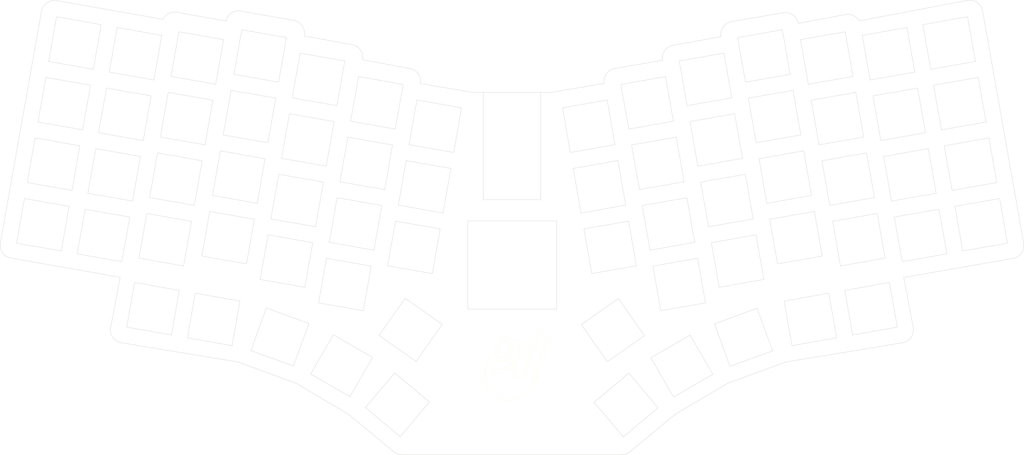
<source format=kicad_pcb>
(kicad_pcb (version 20211014) (generator pcbnew)
  (layers (0 "F.Cu" signal) (31 "B.Cu" signal) (34 "B.Paste" user) (35 "F.Paste" user) (36 "B.SilkS" user "B.Silkscreen") (37 "F.SilkS" user "F.Silkscreen") (38 "B.Mask" user) (39 "F.Mask" user) (44 "Edge.Cuts" user))
  (net 0 "")
  (footprint "MountingHole:MountingHole_2.5mm" (layer "F.Cu") (at 93.822124 94.367779)
    (fp_text reference "" (at 0 -3.5) (layer "F.SilkS"))
    (fp_text value "")
    (pad "" np_thru_hole circle locked (at 0 0) (size 2.5 2.5) (drill 2.5) (layers *.Cu *.Mask))
  )
  (footprint "MountingHole:MountingHole_2.5mm" (layer "F.Cu") (at 187.052123 112.767779)
    (fp_text reference "" (at 0 -3.5) (layer "F.SilkS"))
    (fp_text value "")
    (pad "" np_thru_hole circle locked (at 0 0) (size 2.5 2.5) (drill 2.5) (layers *.Cu *.Mask))
  )
  (footprint "MountingHole:MountingHole_2.2mm_M2" (layer "F.Cu") (at 234.54 213.7)
    (fp_text reference "" (at 0 -3.2) (layer "F.SilkS"))
    (fp_text value "")
    (pad "" np_thru_hole circle locked (at 0 0) (size 2.2 2.2) (drill 2.2) (layers *.Cu *.Mask))
  )
  (footprint "MountingHole:MountingHole_2.5mm" (layer "F.Cu") (at 344.562123 94.247779)
    (fp_text reference "" (at 0 -3.5) (layer "F.SilkS"))
    (fp_text value "")
    (pad "" np_thru_hole circle locked (at 0 0) (size 2.5 2.5) (drill 2.5) (layers *.Cu *.Mask))
  )
  (footprint "MountingHole:MountingHole_2.5mm" (layer "F.Cu") (at 137.672122 180.347779)
    (fp_text reference "" (at 0 -3.5) (layer "F.SilkS"))
    (fp_text value "")
    (pad "" np_thru_hole circle locked (at 0 0) (size 2.5 2.5) (drill 2.5) (layers *.Cu *.Mask))
  )
  (footprint "MountingHole:MountingHole_2.5mm" (layer "F.Cu") (at 144.362122 135.577781)
    (fp_text reference "" (at 0 -3.5) (layer "F.SilkS"))
    (fp_text value "")
    (pad "" np_thru_hole circle locked (at 0 0) (size 2.5 2.5) (drill 2.5) (layers *.Cu *.Mask))
  )
  (footprint "MountingHole:MountingHole_2.5mm" (layer "F.Cu") (at 84.522124 148.557779)
    (fp_text reference "" (at 0 -3.5) (layer "F.SilkS"))
    (fp_text value "")
    (pad "" np_thru_hole circle locked (at 0 0) (size 2.5 2.5) (drill 2.5) (layers *.Cu *.Mask))
  )
  (footprint "MountingHole:MountingHole_2.5mm" (layer "F.Cu") (at 300.722124 180.597781)
    (fp_text reference "" (at 0 -3.5) (layer "F.SilkS"))
    (fp_text value "")
    (pad "" np_thru_hole circle locked (at 0 0) (size 2.5 2.5) (drill 2.5) (layers *.Cu *.Mask))
  )
  (footprint "MountingHole:MountingHole_2.5mm" (layer "F.Cu") (at 294.252125 136.827781)
    (fp_text reference "" (at 0 -3.5) (layer "F.SilkS"))
    (fp_text value "")
    (pad "" np_thru_hole circle locked (at 0 0) (size 2.5 2.5) (drill 2.5) (layers *.Cu *.Mask))
  )
  (footprint "MountingHole:MountingHole_2.5mm" (layer "F.Cu") (at 251.502123 113.767781)
    (fp_text reference "" (at 0 -3.5) (layer "F.SilkS"))
    (fp_text value "")
    (pad "" np_thru_hole circle locked (at 0 0) (size 2.5 2.5) (drill 2.5) (layers *.Cu *.Mask))
  )
  (footprint "MountingHole:MountingHole_2.5mm" (layer "F.Cu") (at 219.172124 212.237782)
    (fp_text reference "" (at 0 -3.5) (layer "F.SilkS"))
    (fp_text value "")
    (pad "" np_thru_hole circle locked (at 0 0) (size 2.5 2.5) (drill 2.5) (layers *.Cu *.Mask))
  )
  (footprint "MountingHole:MountingHole_2.5mm" (layer "F.Cu") (at 258.452124 175.177779)
    (fp_text reference "" (at 0 -3.5) (layer "F.SilkS"))
    (fp_text value "")
    (pad "" np_thru_hole circle locked (at 0 0) (size 2.5 2.5) (drill 2.5) (layers *.Cu *.Mask))
  )
  (footprint "MountingHole:MountingHole_2.5mm" (layer "F.Cu") (at 178.442124 175.12778)
    (fp_text reference "" (at 0 -3.5) (layer "F.SilkS"))
    (fp_text value "")
    (pad "" np_thru_hole circle locked (at 0 0) (size 2.5 2.5) (drill 2.5) (layers *.Cu *.Mask))
  )
  (footprint "MountingHole:MountingHole_2.5mm" (layer "F.Cu") (at 354.442124 150.207782)
    (fp_text reference "" (at 0 -3.5) (layer "F.SilkS"))
    (fp_text value "")
    (pad "" np_thru_hole circle locked (at 0 0) (size 2.5 2.5) (drill 2.5) (layers *.Cu *.Mask))
  )
  (gr_curve (pts (xy 223.177507 196.446558) (xy 223.223227 196.369035) (xy 223.243706 196.354801) (xy 223.273656 196.379672)) (layer "F.SilkS") (width 0.02))
  (gr_curve (pts (xy 223.245187 202.401745) (xy 223.254554 202.411111) (xy 223.262174 202.397723) (xy 223.262174 202.372005)) (layer "F.SilkS") (width 0.02))
  (gr_curve (pts (xy 228.894356 190.427819) (xy 228.914041 190.404113) (xy 228.922032 190.371516) (xy 228.912084 190.355429)) (layer "F.SilkS") (width 0.02))
  (gr_curve (pts (xy 223.665716 202.089272) (xy 223.657567 202.068158) (xy 223.686142 202.026142) (xy 223.73001 201.994604)) (layer "F.SilkS") (width 0.02))
  (gr_curve (pts (xy 218.31161 193.627318) (xy 218.29256 193.608268) (xy 218.187785 193.706535) (xy 218.187785 193.74347)) (layer "F.SilkS") (width 0.02))
  (gr_curve (pts (xy 220.03103 202.794862) (xy 220.038809 202.817987) (xy 220.012721 202.829946) (xy 219.954513 202.829946)) (layer "F.SilkS") (width 0.02))
  (gr_curve (pts (xy 221.383368 191.349733) (xy 221.399031 191.340049) (xy 221.411837 191.308564) (xy 221.411837 191.279724)) (layer "F.SilkS") (width 0.02))
  (gr_curve (pts (xy 221.317328 188.208813) (xy 221.326536 188.232731) (xy 221.318916 188.270514) (xy 221.300448 188.292739)) (layer "F.SilkS") (width 0.02))
  (gr_curve (pts (xy 220.628248 190.410304) (xy 220.607822 190.410304) (xy 220.601895 190.431841) (xy 220.612849 190.466343)) (layer "F.SilkS") (width 0.02))
  (gr_curve (pts (xy 221.07497 189.02283) (xy 221.059307 189.032513) (xy 221.053433 189.051669) (xy 221.0619 189.065375)) (layer "F.SilkS") (width 0.02))
  (gr_curve (pts (xy 226.919931 196.473176) (xy 226.885323 196.423751) (xy 226.883418 196.399463) (xy 226.910247 196.347763)) (layer "F.SilkS") (width 0.02))
  (gr_curve (pts (xy 227.007402 185.318294) (xy 226.999676 185.298133) (xy 227.004862 185.274479) (xy 227.018938 185.265801)) (layer "F.SilkS") (width 0.02))
  (gr_curve (pts (xy 219.439264 193.766277) (xy 219.456144 193.7694) (xy 219.469849 193.750508) (xy 219.469796 193.724209)) (layer "F.SilkS") (width 0.02))
  (gr_curve (pts (xy 214.509073 195.496228) (xy 214.423083 195.497551) (xy 214.357943 195.507235) (xy 214.364293 195.517713)) (layer "F.SilkS") (width 0.02))
  (gr_curve (pts (xy 225.464035 190.027558) (xy 225.492451 190.006762) (xy 225.500706 189.989775) (xy 225.482344 189.989775)) (layer "F.SilkS") (width 0.02))
  (gr_curve (pts (xy 224.944288 186.934792) (xy 224.944288 186.918864) (xy 224.918676 186.905846) (xy 224.887349 186.905846)) (layer "F.SilkS") (width 0.02))
  (gr_curve (pts (xy 212.435005 201.791721) (xy 212.474322 201.828234) (xy 212.477127 201.827176) (xy 212.459876 201.782355)) (layer "F.SilkS") (width 0.02))
  (gr_curve (pts (xy 229.598148 185.307869) (xy 229.598148 185.33872) (xy 229.585554 185.363908) (xy 229.570155 185.363908)) (layer "F.SilkS") (width 0.02))
  (gr_curve (pts (xy 211.767726 199.243732) (xy 211.767726 199.214205) (xy 211.753915 199.185418) (xy 211.737087 199.179809)) (layer "F.SilkS") (width 0.02))
  (gr_curve (pts (xy 224.576147 189.505641) (xy 224.558684 189.523103) (xy 224.540163 189.584804) (xy 224.534925 189.642801)) (layer "F.SilkS") (width 0.02))
  (gr_curve (pts (xy 229.442308 188.81365) (xy 229.464533 188.795235) (xy 229.476281 188.763432) (xy 229.468449 188.742953)) (layer "F.SilkS") (width 0.02))
  (gr_curve (pts (xy 214.524895 187.079942) (xy 214.519709 187.130689) (xy 214.503887 187.197417) (xy 214.489811 187.228267)) (layer "F.SilkS") (width 0.02))
  (gr_curve (pts (xy 223.610259 192.335464) (xy 223.577186 192.348164) (xy 223.574646 192.357954) (xy 223.600364 192.373829)) (layer "F.SilkS") (width 0.02))
  (gr_curve (pts (xy 223.103794 193.818824) (xy 223.065694 193.804219) (xy 223.063895 193.808346) (xy 223.093158 193.843589)) (layer "F.SilkS") (width 0.02))
  (gr_curve (pts (xy 222.248291 188.865297) (xy 222.217599 188.846194) (xy 222.217334 188.831536) (xy 222.246862 188.783964)) (layer "F.SilkS") (width 0.02))
  (gr_curve (pts (xy 220.351652 191.216912) (xy 220.335142 191.222416) (xy 220.328634 191.245223) (xy 220.337206 191.267501)) (layer "F.SilkS") (width 0.02))
  (gr_curve (pts (xy 222.05324 189.344933) (xy 222.070544 189.344933) (xy 222.084725 189.306675) (xy 222.084725 189.259949)) (layer "F.SilkS") (width 0.02))
  (gr_curve (pts (xy 227.693678 191.01186) (xy 227.677221 191.02202) (xy 227.663727 191.061549) (xy 227.663727 191.099702)) (layer "F.SilkS") (width 0.02))
  (gr_curve (pts (xy 225.436571 197.736825) (xy 225.460225 197.800801) (xy 225.403763 197.937749) (xy 225.353651 197.937961)) (layer "F.SilkS") (width 0.02))
  (gr_curve (pts (xy 228.447475 191.770738) (xy 228.462239 191.761636) (xy 228.46769 191.736924) (xy 228.459593 191.715863)) (layer "F.SilkS") (width 0.02))
  (gr_curve (pts (xy 220.19232 202.773854) (xy 220.166127 202.816188) (xy 220.090826 202.807509) (xy 220.033359 202.755545)) (layer "F.SilkS") (width 0.02))
  (gr_curve (pts (xy 228.437792 188.744858) (xy 228.416308 188.753113) (xy 228.404825 188.782747) (xy 228.41218 188.810898)) (layer "F.SilkS") (width 0.02))
  (gr_curve (pts (xy 210.870577 196.914447) (xy 210.870577 196.87005) (xy 210.856766 196.825124) (xy 210.839886 196.814699)) (layer "F.SilkS") (width 0.02))
  (gr_curve (pts (xy 218.104547 187.186199) (xy 218.089625 187.186199) (xy 218.084756 187.205302) (xy 218.093699 187.228638)) (layer "F.SilkS") (width 0.02))
  (gr_curve (pts (xy 226.471356 197.818846) (xy 226.436749 197.769422) (xy 226.434844 197.745186) (xy 226.461673 197.693486)) (layer "F.SilkS") (width 0.02))
  (gr_curve (pts (xy 209.968666 197.270894) (xy 209.96184 197.317196) (xy 209.972529 197.368102) (xy 209.993061 197.387258)) (layer "F.SilkS") (width 0.02))
  (gr_curve (pts (xy 214.977491 188.813756) (xy 214.987757 188.753008) (xy 215.013315 188.689084) (xy 215.034323 188.671675)) (layer "F.SilkS") (width 0.02))
  (gr_curve (pts (xy 217.958656 191.671255) (xy 217.963895 191.687024) (xy 217.986067 191.699883) (xy 218.007921 191.699883)) (layer "F.SilkS") (width 0.02))
  (gr_curve (pts (xy 216.757977 184.29859) (xy 216.734853 184.283615) (xy 216.671776 184.271391) (xy 216.617801 184.271391)) (layer "F.SilkS") (width 0.02))
  (gr_curve (pts (xy 215.141374 194.300206) (xy 215.122112 194.268403) (xy 214.885522 194.274965) (xy 214.865202 194.307826)) (layer "F.SilkS") (width 0.02))
  (gr_curve (pts (xy 219.731258 193.185782) (xy 219.713054 193.185782) (xy 219.700883 193.207848) (xy 219.70427 193.234836)) (layer "F.SilkS") (width 0.02))
  (gr_curve (pts (xy 223.733396 191.958645) (xy 223.76049 191.992088) (xy 223.762289 192.019076) (xy 223.740381 192.06215)) (layer "F.SilkS") (width 0.02))
  (gr_curve (pts (xy 224.145246 193.942754) (xy 224.166307 193.942754) (xy 224.174615 193.916931) (xy 224.166784 193.875921)) (layer "F.SilkS") (width 0.02))
  (gr_curve (pts (xy 223.731968 191.934621) (xy 223.705509 191.918693) (xy 223.705826 191.924672) (xy 223.733396 191.958645)) (layer "F.SilkS") (width 0.02))
  (gr_curve (pts (xy 226.806901 193.648379) (xy 226.784041 193.777125) (xy 226.753825 193.862374) (xy 226.721493 193.889203)) (layer "F.SilkS") (width 0.02))
  (gr_curve (pts (xy 224.159322 190.759607) (xy 224.159322 190.795008) (xy 224.141119 190.839035) (xy 224.118947 190.85745)) (layer "F.SilkS") (width 0.02))
  (gr_curve (pts (xy 221.636151 190.589956) (xy 221.636151 190.551856) (xy 221.653666 190.513915) (xy 221.675098 190.505713)) (layer "F.SilkS") (width 0.02))
  (gr_curve (pts (xy 218.159739 187.017606) (xy 218.14434 187.048245) (xy 218.131746 187.098727) (xy 218.131746 187.12979)) (layer "F.SilkS") (width 0.02))
  (gr_curve (pts (xy 212.032045 192.263868) (xy 212.040458 192.250216) (xy 212.08221 192.232541) (xy 212.124808 192.224604)) (layer "F.SilkS") (width 0.02))
  (gr_curve (pts (xy 215.860881 202.598065) (xy 215.745153 202.571819) (xy 215.580899 202.505091) (xy 215.545974 202.470166)) (layer "F.SilkS") (width 0.02))
  (gr_curve (pts (xy 213.586418 189.905638) (xy 213.572977 189.905638) (xy 213.561971 189.937176) (xy 213.561971 189.975752)) (layer "F.SilkS") (width 0.02))
  (gr_curve (pts (xy 228.112301 189.753979) (xy 228.112301 189.792132) (xy 228.094786 189.83002) (xy 228.073355 189.838222)) (layer "F.SilkS") (width 0.02))
  (gr_curve (pts (xy 218.976455 185.276966) (xy 219.008416 185.256699) (xy 219.008046 185.252572) (xy 218.974338 185.252201)) (layer "F.SilkS") (width 0.02))
  (gr_curve (pts (xy 228.839588 187.422578) (xy 228.860966 187.448348) (xy 228.866787 187.485866) (xy 228.853928 187.515287)) (layer "F.SilkS") (width 0.02))
  (gr_curve (pts (xy 220.891667 186.692963) (xy 220.920718 186.653222) (xy 220.931883 186.656291) (xy 220.992843 186.720532)) (layer "F.SilkS") (width 0.02))
  (gr_curve (pts (xy 228.476738 182.581551) (xy 228.299415 182.585467) (xy 228.129129 182.600389) (xy 228.098279 182.614677)) (layer "F.SilkS") (width 0.02))
  (gr_curve (pts (xy 211.374026 192.696356) (xy 211.441442 192.62767) (xy 211.509122 192.579145) (xy 211.524362 192.588565)) (layer "F.SilkS") (width 0.02))
  (gr_curve (pts (xy 222.308669 186.667774) (xy 222.293429 186.677193) (xy 222.28094 186.658937) (xy 222.28094 186.627187)) (layer "F.SilkS") (width 0.02))
  (gr_curve (pts (xy 209.646457 195.288425) (xy 209.646457 195.404048) (xy 209.651378 195.451355) (xy 209.657463 195.39357)) (layer "F.SilkS") (width 0.02))
  (gr_curve (pts (xy 220.850709 189.695665) (xy 220.835046 189.705348) (xy 220.829119 189.724504) (xy 220.837639 189.73821)) (layer "F.SilkS") (width 0.02))
  (gr_curve (pts (xy 221.904332 186.013725) (xy 221.892691 186.024202) (xy 221.80723 185.976895) (xy 221.71452 185.908579)) (layer "F.SilkS") (width 0.02))
  (gr_curve (pts (xy 230.523184 185.551339) (xy 230.523237 185.523346) (xy 230.538212 185.472864) (xy 230.556362 185.439156)) (layer "F.SilkS") (width 0.02))
  (gr_curve (pts (xy 217.953205 184.51449) (xy 217.943416 184.52428) (xy 217.907009 184.518724) (xy 217.872349 184.502108)) (layer "F.SilkS") (width 0.02))
  (gr_curve (pts (xy 214.459119 190.362626) (xy 214.459119 190.327172) (xy 214.472243 190.298121) (xy 214.488382 190.298121)) (layer "F.SilkS") (width 0.02))
  (gr_curve (pts (xy 214.339951 187.520738) (xy 214.384084 187.523119) (xy 214.385407 187.585084) (xy 214.342332 187.628211)) (layer "F.SilkS") (width 0.02))
  (gr_curve (pts (xy 214.234806 190.999002) (xy 214.234806 190.983603) (xy 214.248776 190.971009) (xy 214.265868 190.971009)) (layer "F.SilkS") (width 0.02))
  (gr_curve (pts (xy 220.521779 193.938574) (xy 220.512572 193.903384) (xy 220.522414 193.865443) (xy 220.54538 193.847399)) (layer "F.SilkS") (width 0.02))
  (gr_curve (pts (xy 225.127379 198.569892) (xy 225.163098 198.627729) (xy 225.020594 198.8304) (xy 224.981647 198.777113)) (layer "F.SilkS") (width 0.02))
  (gr_curve (pts (xy 225.297347 198.071152) (xy 225.286553 198.051996) (xy 225.290151 198.014161) (xy 225.305338 197.987068)) (layer "F.SilkS") (width 0.02))
  (gr_curve (pts (xy 224.996887 191.389844) (xy 224.998792 191.373546) (xy 225.016149 191.36963) (xy 225.03541 191.381218)) (layer "F.SilkS") (width 0.02))
  (gr_curve (pts (xy 218.776536 185.0653) (xy 218.776536 185.045615) (xy 218.748172 185.014553) (xy 218.713459 184.996243)) (layer "F.SilkS") (width 0.02))
  (gr_curve (pts (xy 214.736826 186.46976) (xy 214.740266 186.484312) (xy 214.730794 186.522201) (xy 214.715765 186.553898)) (layer "F.SilkS") (width 0.02))
  (gr_curve (pts (xy 226.350601 198.02866) (xy 226.346102 198.00162) (xy 226.360813 197.97241) (xy 226.38325 197.963784)) (layer "F.SilkS") (width 0.02))
  (gr_curve (pts (xy 219.469532 191.966265) (xy 219.466145 191.919963) (xy 219.444502 191.866623) (xy 219.421325 191.847626)) (layer "F.SilkS") (width 0.02))
  (gr_curve (pts (xy 210.219491 198.410507) (xy 210.201182 198.399183) (xy 210.19716 198.404739) (xy 210.209331 198.42453)) (layer "F.SilkS") (width 0.02))
  (gr_curve (pts (xy 210.765749 199.549802) (xy 210.757018 199.549802) (xy 210.778502 199.57462) (xy 210.813533 199.605047)) (layer "F.SilkS") (width 0.02))
  (gr_curve (pts (xy 226.413677 184.042315) (xy 226.424843 184.060307) (xy 226.414153 184.114652) (xy 226.390023 184.163071)) (layer "F.SilkS") (width 0.02))
  (gr_curve (pts (xy 221.219909 203.457326) (xy 221.260866 203.436053) (xy 221.319762 203.418644) (xy 221.350771 203.418644)) (layer "F.SilkS") (width 0.02))
  (gr_curve (pts (xy 224.665153 189.246085) (xy 224.650442 189.255187) (xy 224.645467 189.281169) (xy 224.654146 189.303764)) (layer "F.SilkS") (width 0.02))
  (gr_curve (pts (xy 220.977286 202.523559) (xy 220.915638 202.552292) (xy 220.82732 202.584307) (xy 220.781071 202.594626)) (layer "F.SilkS") (width 0.02))
  (gr_curve (pts (xy 210.08884 197.844828) (xy 210.069366 197.876049) (xy 210.066033 197.893776) (xy 210.081484 197.884198)) (layer "F.SilkS") (width 0.02))
  (gr_curve (pts (xy 228.769473 190.832208) (xy 228.791645 190.813741) (xy 228.803446 190.781938) (xy 228.795561 190.761512)) (layer "F.SilkS") (width 0.02))
  (gr_curve (pts (xy 223.907016 187.612389) (xy 223.950407 187.617575) (xy 223.977236 187.638689) (xy 223.977448 187.667846)) (layer "F.SilkS") (width 0.02))
  (gr_curve (pts (xy 223.047861 187.727853) (xy 223.037172 187.746586) (xy 223.039871 187.750925) (xy 223.054052 187.737961)) (layer "F.SilkS") (width 0.02))
  (gr_curve (pts (xy 214.865202 194.307826) (xy 214.853719 194.3264) (xy 214.901661 194.333808) (xy 215.000827 194.328887)) (layer "F.SilkS") (width 0.02))
  (gr_curve (pts (xy 226.468446 187.002102) (xy 226.431245 186.945428) (xy 226.426748 186.921033) (xy 226.451777 186.912673)) (layer "F.SilkS") (width 0.02))
  (gr_curve (pts (xy 224.268754 190.43999) (xy 224.250868 190.45105) (xy 224.231871 190.508676) (xy 224.226526 190.568101)) (layer "F.SilkS") (width 0.02))
  (gr_curve (pts (xy 219.96626 192.442832) (xy 219.947581 192.492944) (xy 219.944088 192.493685) (xy 219.933611 192.44987)) (layer "F.SilkS") (width 0.02))
  (gr_curve (pts (xy 228.74529 187.812308) (xy 228.720843 187.821675) (xy 228.711265 187.850038) (xy 228.720525 187.885386)) (layer "F.SilkS") (width 0.02))
  (gr_curve (pts (xy 210.860206 199.704583) (xy 210.850681 199.729454) (xy 210.85502 199.741625) (xy 210.870048 199.732364)) (layer "F.SilkS") (width 0.02))
  (gr_curve (pts (xy 219.421325 194.152992) (xy 219.404974 194.142885) (xy 219.393332 194.171936) (xy 219.393332 194.223107)) (layer "F.SilkS") (width 0.02))
  (gr_curve (pts (xy 215.151058 188.283902) (xy 215.169261 188.25448) (xy 215.19265 188.185159) (xy 215.203075 188.129861)) (layer "F.SilkS") (width 0.02))
  (gr_curve (pts (xy 213.307759 201.105763) (xy 213.241455 201.10571) (xy 213.15192 201.007761) (xy 213.194306 200.981568)) (layer "F.SilkS") (width 0.02))
  (gr_curve (pts (xy 217.928493 187.625301) (xy 217.947755 187.63308) (xy 217.963524 187.664036) (xy 217.963524 187.694093)) (layer "F.SilkS") (width 0.02))
  (gr_curve (pts (xy 221.3023 202.368936) (xy 221.285472 202.358512) (xy 221.271661 202.361845) (xy 221.271661 202.376292)) (layer "F.SilkS") (width 0.02))
  (gr_curve (pts (xy 218.54783 192.891142) (xy 218.571325 192.867647) (xy 218.580797 192.709162) (xy 218.558731 192.709162)) (layer "F.SilkS") (width 0.02))
  (gr_curve (pts (xy 223.486487 195.862623) (xy 223.486487 195.843944) (xy 223.509823 195.798594) (xy 223.538346 195.761817)) (layer "F.SilkS") (width 0.02))
  (gr_curve (pts (xy 226.135336 195.680114) (xy 226.143802 195.693872) (xy 226.137929 195.713028) (xy 226.122265 195.722712)) (layer "F.SilkS") (width 0.02))
  (gr_curve (pts (xy 213.33771 194.495628) (xy 213.156894 194.511026) (xy 213.055082 194.542565) (xy 213.060956 194.581353)) (layer "F.SilkS") (width 0.02))
  (gr_curve (pts (xy 215.313617 187.869405) (xy 215.344838 187.857446) (xy 215.350289 187.844693) (xy 215.329598 187.831888)) (layer "F.SilkS") (width 0.02))
  (gr_curve (pts (xy 222.162936 189.036535) (xy 222.178705 189.036535) (xy 222.184791 189.010553) (xy 222.176483 188.978803)) (layer "F.SilkS") (width 0.02))
  (gr_curve (pts (xy 213.758238 201.477661) (xy 213.758238 201.460728) (xy 213.749666 201.455383) (xy 213.739294 201.465808)) (layer "F.SilkS") (width 0.02))
  (gr_curve (pts (xy 227.06778 196.157528) (xy 227.076881 196.124085) (xy 227.073865 196.123132) (xy 227.052963 196.152871)) (layer "F.SilkS") (width 0.02))
  (gr_curve (pts (xy 227.194145 184.833154) (xy 227.147314 184.830614) (xy 227.149483 184.761981) (xy 227.197637 184.722029)) (layer "F.SilkS") (width 0.02))
  (gr_curve (pts (xy 216.694266 184.37061) (xy 216.603725 184.382675) (xy 216.546522 184.376907) (xy 216.517418 184.352777)) (layer "F.SilkS") (width 0.02))
  (gr_curve (pts (xy 225.724597 196.921591) (xy 225.730153 196.970751) (xy 225.717982 197.00467) (xy 225.691047 197.015042)) (layer "F.SilkS") (width 0.02))
  (gr_curve (pts (xy 212.023525 199.625314) (xy 212.029346 199.618117) (xy 212.002517 199.586367) (xy 211.963941 199.554776)) (layer "F.SilkS") (width 0.02))
  (gr_curve (pts (xy 213.947468 188.647545) (xy 213.951331 188.630241) (xy 213.941859 188.616006) (xy 213.926408 188.616006)) (layer "F.SilkS") (width 0.02))
  (gr_curve (pts (xy 218.636359 184.945814) (xy 218.579051 184.875435) (xy 218.324469 184.691285) (xy 218.263244 184.675886)) (layer "F.SilkS") (width 0.02))
  (gr_curve (pts (xy 226.427753 197.827154) (xy 226.445903 197.815882) (xy 226.458233 197.831599) (xy 226.458233 197.865994)) (layer "F.SilkS") (width 0.02))
  (gr_curve (pts (xy 227.963659 190.156622) (xy 227.971014 190.18472) (xy 227.963817 190.215835) (xy 227.947731 190.225784)) (layer "F.SilkS") (width 0.02))
  (gr_curve (pts (xy 228.280523 192.262386) (xy 228.280523 192.234341) (xy 228.299309 192.195817) (xy 228.322275 192.176767)) (layer "F.SilkS") (width 0.02))
  (gr_curve (pts (xy 213.902278 188.961764) (xy 213.886085 188.98129) (xy 213.864336 189.050293) (xy 213.853965 189.115063)) (layer "F.SilkS") (width 0.02))
  (gr_curve (pts (xy 228.211679 192.464211) (xy 228.223585 192.437064) (xy 228.230941 192.39997) (xy 228.228136 192.381872)) (layer "F.SilkS") (width 0.02))
  (gr_curve (pts (xy 218.904329 202.990019) (xy 218.884538 203.041507) (xy 217.721377 203.042724) (xy 217.704233 202.991289)) (layer "F.SilkS") (width 0.02))
  (gr_curve (pts (xy 216.778033 202.853018) (xy 216.743901 202.834338) (xy 216.681248 202.822432) (xy 216.638862 202.826612)) (layer "F.SilkS") (width 0.02))
  (gr_curve (pts (xy 229.032892 190.034596) (xy 229.047921 190.025336) (xy 229.053636 189.992527) (xy 229.045592 189.961677)) (layer "F.SilkS") (width 0.02))
  (gr_curve (pts (xy 221.020307 188.896359) (xy 221.002104 188.896359) (xy 220.991309 188.91742) (xy 220.996283 188.943137)) (layer "F.SilkS") (width 0.02))
  (gr_curve (pts (xy 215.616724 186.882669) (xy 215.636674 186.866106) (xy 215.656147 186.80467) (xy 215.66001 186.746091)) (layer "F.SilkS") (width 0.02))
  (gr_curve (pts (xy 226.207831 184.731925) (xy 226.191321 184.742138) (xy 226.17788 184.770818) (xy 226.17788 184.795636)) (layer "F.SilkS") (width 0.02))
  (gr_curve (pts (xy 218.051048 193.767971) (xy 218.011573 193.73712) (xy 218.010144 193.73839) (xy 218.040518 193.777284)) (layer "F.SilkS") (width 0.02))
  (gr_curve (pts (xy 214.342332 187.628211) (xy 214.324341 187.646203) (xy 214.304815 187.708645) (xy 214.298888 187.766959)) (layer "F.SilkS") (width 0.02))
  (gr_curve (pts (xy 215.03263 202.2431) (xy 215.041679 202.228495) (xy 215.025804 202.218283) (xy 214.99744 202.220452)) (layer "F.SilkS") (width 0.02))
  (gr_curve (pts (xy 226.978139 185.390896) (xy 227.001951 185.371105) (xy 227.015128 185.338455) (xy 227.007402 185.318294)) (layer "F.SilkS") (width 0.02))
  (gr_curve (pts (xy 219.316232 191.59479) (xy 219.304644 191.598653) (xy 219.292843 191.59135) (xy 219.290039 191.57865)) (layer "F.SilkS") (width 0.02))
  (gr_curve (pts (xy 223.320011 201.008714) (xy 223.338956 201.020408) (xy 223.346417 201.050994) (xy 223.336574 201.076659)) (layer "F.SilkS") (width 0.02))
  (gr_curve (pts (xy 214.875203 189.113846) (xy 214.893036 189.096013) (xy 214.907641 189.053151) (xy 214.907641 189.018596)) (layer "F.SilkS") (width 0.02))
  (gr_curve (pts (xy 228.497164 188.561767) (xy 228.507324 188.600661) (xy 228.496529 188.616642) (xy 228.459011 188.618229)) (layer "F.SilkS") (width 0.02))
  (gr_curve (pts (xy 223.059132 193.953126) (xy 223.035902 193.939209) (xy 223.037331 193.948522) (xy 223.063366 193.98059)) (layer "F.SilkS") (width 0.02))
  (gr_curve (pts (xy 224.691981 199.327182) (xy 224.691981 199.34348) (xy 224.704628 199.349036) (xy 224.720027 199.339511)) (layer "F.SilkS") (width 0.02))
  (gr_curve (pts (xy 223.794832 187.589212) (xy 223.81801 187.597361) (xy 223.86844 187.607786) (xy 223.907016 187.612389)) (layer "F.SilkS") (width 0.02))
  (gr_curve (pts (xy 219.309194 185.686329) (xy 219.295912 185.678127) (xy 219.277127 185.684213) (xy 219.267443 185.699876)) (layer "F.SilkS") (width 0.02))
  (gr_curve (pts (xy 219.701942 185.55589) (xy 219.632674 185.570865) (xy 219.567904 185.578115) (xy 219.557956 185.571976)) (layer "F.SilkS") (width 0.02))
  (gr_curve (pts (xy 219.813596 202.858098) (xy 219.784598 202.873602) (xy 219.663948 202.891276) (xy 219.545414 202.897415)) (layer "F.SilkS") (width 0.02))
  (gr_curve (pts (xy 222.319675 186.694127) (xy 222.329253 186.669203) (xy 222.324544 186.657932) (xy 222.308669 186.667774)) (layer "F.SilkS") (width 0.02))
  (gr_curve (pts (xy 217.080081 195.125018) (xy 217.015099 195.120679) (xy 216.984249 195.128775) (xy 216.995679 195.14719)) (layer "F.SilkS") (width 0.02))
  (gr_curve (pts (xy 213.352368 201.147832) (xy 213.351997 201.124707) (xy 213.331942 201.105816) (xy 213.307759 201.105763)) (layer "F.SilkS") (width 0.02))
  (gr_curve (pts (xy 215.7705 186.364297) (xy 215.786586 186.330642) (xy 215.807065 186.280213) (xy 215.816061 186.252273)) (layer "F.SilkS") (width 0.02))
  (gr_curve (pts (xy 212.748959 191.195693) (xy 212.321181 191.242895) (xy 212.230694 191.257023) (xy 212.201008 191.281047)) (layer "F.SilkS") (width 0.02))
  (gr_curve (pts (xy 221.567412 197.224539) (xy 221.764262 197.221999) (xy 221.918673 197.231736) (xy 221.928251 197.24724)) (layer "F.SilkS") (width 0.02))
  (gr_curve (pts (xy 218.875966 187.978202) (xy 218.88766 187.951215) (xy 218.899196 187.916554) (xy 218.901578 187.901103)) (layer "F.SilkS") (width 0.02))
  (gr_curve (pts (xy 221.427924 187.281237) (xy 221.450149 187.289809) (xy 221.467929 187.333624) (xy 221.467929 187.379926)) (layer "F.SilkS") (width 0.02))
  (gr_curve (pts (xy 225.390587 200.082461) (xy 225.407996 200.082461) (xy 225.43456 200.054098) (xy 225.449589 200.019384)) (layer "F.SilkS") (width 0.02))
  (gr_curve (pts (xy 224.926825 200.755296) (xy 224.91566 200.755296) (xy 224.935768 200.724181) (xy 224.97154 200.686081)) (layer "F.SilkS") (width 0.02))
  (gr_curve (pts (xy 217.430865 191.650353) (xy 217.37689 191.650353) (xy 217.354771 191.65612) (xy 217.381759 191.663158)) (layer "F.SilkS") (width 0.02))
  (gr_curve (pts (xy 215.863316 194.275177) (xy 215.849187 194.298037) (xy 215.786481 194.308197) (xy 215.684563 194.304069)) (layer "F.SilkS") (width 0.02))
  (gr_curve (pts (xy 230.255796 186.357312) (xy 230.279397 186.312069) (xy 230.298764 186.249204) (xy 230.29887 186.217612)) (layer "F.SilkS") (width 0.02))
  (gr_curve (pts (xy 228.684754 191.249615) (xy 228.698935 191.252314) (xy 228.694279 191.234957) (xy 228.674488 191.211039)) (layer "F.SilkS") (width 0.02))
  (gr_curve (pts (xy 215.992168 194.243268) (xy 215.93306 194.241416) (xy 215.875381 194.255703) (xy 215.863316 194.275177)) (layer "F.SilkS") (width 0.02))
  (gr_curve (pts (xy 223.054052 187.737961) (xy 223.067917 187.725261) (xy 223.079399 187.693722) (xy 223.079611 187.667846)) (layer "F.SilkS") (width 0.02))
  (gr_curve (pts (xy 222.223526 188.904825) (xy 222.270092 188.892655) (xy 222.276284 188.882759) (xy 222.248291 188.865297)) (layer "F.SilkS") (width 0.02))
  (gr_curve (pts (xy 226.52131 186.750483) (xy 226.540571 186.743075) (xy 226.55888 186.691111) (xy 226.56195 186.635019)) (layer "F.SilkS") (width 0.02))
  (gr_curve (pts (xy 226.154438 187.846598) (xy 226.175288 187.8303) (xy 226.188199 187.788655) (xy 226.183119 187.753941)) (layer "F.SilkS") (width 0.02))
  (gr_curve (pts (xy 219.101338 185.546153) (xy 219.084987 185.499904) (xy 219.065143 185.455719) (xy 219.057258 185.448046)) (layer "F.SilkS") (width 0.02))
  (gr_curve (pts (xy 224.213456 193.677589) (xy 224.229966 193.667376) (xy 224.243407 193.637108) (xy 224.243407 193.610279)) (layer "F.SilkS") (width 0.02))
  (gr_curve (pts (xy 214.374982 201.889088) (xy 214.374982 201.865064) (xy 214.387629 201.853158) (xy 214.403028 201.862683)) (layer "F.SilkS") (width 0.02))
  (gr_curve (pts (xy 228.41218 188.810898) (xy 228.419535 188.838997) (xy 228.412392 188.870165) (xy 228.396305 188.880113)) (layer "F.SilkS") (width 0.02))
  (gr_curve (pts (xy 227.119532 195.898078) (xy 227.088894 195.928663) (xy 227.067886 195.87998) (xy 227.089899 195.829339)) (layer "F.SilkS") (width 0.02))
  (gr_curve (pts (xy 214.326352 195.547981) (xy 214.299152 195.554225) (xy 214.339951 195.553273) (xy 214.417051 195.54597)) (layer "F.SilkS") (width 0.02))
  (gr_curve (pts (xy 211.595588 198.888556) (xy 211.606754 198.895435) (xy 211.617972 198.873739) (xy 211.620459 198.840296)) (layer "F.SilkS") (width 0.02))
  (gr_curve (pts (xy 221.443058 187.88708) (xy 221.429406 187.88708) (xy 221.409879 187.942748) (xy 221.399666 188.010799)) (layer "F.SilkS") (width 0.02))
  (gr_curve (pts (xy 229.00945 187.061739) (xy 229.00945 187.099362) (xy 228.996803 187.13016) (xy 228.981404 187.13016)) (layer "F.SilkS") (width 0.02))
  (gr_curve (pts (xy 224.776119 199.259766) (xy 224.776119 199.280509) (xy 224.757175 199.297495) (xy 224.73405 199.297495)) (layer "F.SilkS") (width 0.02))
  (gr_curve (pts (xy 214.932459 185.880163) (xy 214.911133 185.896938) (xy 214.890866 185.948478) (xy 214.88748 185.994728)) (layer "F.SilkS") (width 0.02))
  (gr_curve (pts (xy 215.089357 188.542293) (xy 215.120578 188.530281) (xy 215.125975 188.517529) (xy 215.105338 188.504723)) (layer "F.SilkS") (width 0.02))
  (gr_curve (pts (xy 214.856206 186.134904) (xy 214.766459 186.335034) (xy 214.729471 186.438698) (xy 214.736826 186.46976)) (layer "F.SilkS") (width 0.02))
  (gr_curve (pts (xy 215.391299 187.700337) (xy 215.347167 187.682504) (xy 215.345791 187.600377) (xy 215.388918 187.55725)) (layer "F.SilkS") (width 0.02))
  (gr_curve (pts (xy 220.051456 192.173963) (xy 220.047435 192.225186) (xy 220.031295 192.294031) (xy 220.015632 192.326945)) (layer "F.SilkS") (width 0.02))
  (gr_curve (pts (xy 224.391097 193.203086) (xy 224.384059 193.166361) (xy 224.391573 193.128103) (xy 224.407766 193.118101)) (layer "F.SilkS") (width 0.02))
  (gr_curve (pts (xy 228.273486 182.495614) (xy 228.300473 182.488577) (xy 228.278407 182.482809) (xy 228.224432 182.482809)) (layer "F.SilkS") (width 0.02))
  (gr_curve (pts (xy 213.142659 202.338562) (xy 213.193406 202.326867) (xy 213.22886 202.338562) (xy 213.265585 202.379096)) (layer "F.SilkS") (width 0.02))
  (gr_curve (pts (xy 213.576417 201.333781) (xy 213.523765 201.353942) (xy 213.414122 201.264301) (xy 213.43259 201.216147)) (layer "F.SilkS") (width 0.02))
  (gr_curve (pts (xy 228.175378 192.682015) (xy 228.156116 192.681539) (xy 228.140347 192.662225) (xy 228.140347 192.6391)) (layer "F.SilkS") (width 0.02))
  (gr_curve (pts (xy 225.325393 198.123222) (xy 225.30084 198.172435) (xy 225.280732 198.22969) (xy 225.280732 198.250434)) (layer "F.SilkS") (width 0.02))
  (gr_curve (pts (xy 219.22511 187.060045) (xy 219.22511 187.036921) (xy 219.238445 187.01803) (xy 219.254796 187.01803)) (layer "F.SilkS") (width 0.02))
  (gr_curve (pts (xy 219.621085 196.242353) (xy 219.646168 196.268917) (xy 219.671409 196.304689) (xy 219.677177 196.321834)) (layer "F.SilkS") (width 0.02))
  (gr_curve (pts (xy 222.000588 186.188561) (xy 222.000588 186.171522) (xy 221.975664 186.135062) (xy 221.945184 186.10744)) (layer "F.SilkS") (width 0.02))
  (gr_curve (pts (xy 229.071839 182.658545) (xy 228.998973 182.649073) (xy 228.907797 182.626266) (xy 228.869274 182.607851)) (layer "F.SilkS") (width 0.02))
  (gr_curve (pts (xy 229.49041 184.164976) (xy 229.591163 184.36717) (xy 229.630004 184.472474) (xy 229.616669 184.507347)) (layer "F.SilkS") (width 0.02))
  (gr_curve (pts (xy 217.80832 188.131184) (xy 217.796255 188.15886) (xy 217.789217 188.193414) (xy 217.792656 188.207966)) (layer "F.SilkS") (width 0.02))
  (gr_curve (pts (xy 211.530607 191.393495) (xy 211.507217 191.35566) (xy 211.459328 191.354284) (xy 211.459328 191.391537)) (layer "F.SilkS") (width 0.02))
  (gr_curve (pts (xy 227.72347 190.898619) (xy 227.707383 190.908567) (xy 227.700822 190.933967) (xy 227.708918 190.955028)) (layer "F.SilkS") (width 0.02))
  (gr_curve (pts (xy 226.024263 185.196692) (xy 226.032148 185.209445) (xy 226.026962 185.227066) (xy 226.012728 185.23585)) (layer "F.SilkS") (width 0.02))
  (gr_curve (pts (xy 225.935417 188.515624) (xy 225.958541 188.506734) (xy 225.968172 188.474349) (xy 225.960182 188.432386)) (layer "F.SilkS") (width 0.02))
  (gr_curve (pts (xy 228.000171 183.725768) (xy 228.000171 183.738309) (xy 228.017263 183.725186) (xy 228.038218 183.696558)) (layer "F.SilkS") (width 0.02))
  (gr_curve (pts (xy 214.13019 188.277499) (xy 214.111245 188.308137) (xy 214.087539 188.384231) (xy 214.07759 188.446567)) (layer "F.SilkS") (width 0.02))
  (gr_curve (pts (xy 210.468517 192.297417) (xy 210.458568 192.32541) (xy 210.437455 192.340227) (xy 210.421526 192.330384)) (layer "F.SilkS") (width 0.02))
  (gr_curve (pts (xy 225.549548 189.842403) (xy 225.518909 189.873041) (xy 225.497902 189.824358) (xy 225.519915 189.773664)) (layer "F.SilkS") (width 0.02))
  (gr_curve (pts (xy 226.11364 187.97889) (xy 226.115227 187.922375) (xy 226.133589 187.862844) (xy 226.154438 187.846598)) (layer "F.SilkS") (width 0.02))
  (gr_curve (pts (xy 219.028842 187.541111) (xy 219.028842 187.517351) (xy 219.041489 187.490099) (xy 219.056888 187.480574)) (layer "F.SilkS") (width 0.02))
  (gr_curve (pts (xy 228.226019 192.55692) (xy 228.204694 192.531203) (xy 228.198873 192.493632) (xy 228.211679 192.464211)) (layer "F.SilkS") (width 0.02))
  (gr_curve (pts (xy 224.271452 186.541409) (xy 224.271452 186.526011) (xy 224.253567 186.513364) (xy 224.231712 186.513364)) (layer "F.SilkS") (width 0.02))
  (gr_curve (pts (xy 228.814399 187.634773) (xy 228.798313 187.634773) (xy 228.785137 187.671286) (xy 228.785137 187.715894)) (layer "F.SilkS") (width 0.02))
  (gr_curve (pts (xy 228.322275 192.176767) (xy 228.345188 192.157717) (xy 228.355877 192.129037) (xy 228.345981 192.113003)) (layer "F.SilkS") (width 0.02))
  (gr_curve (pts (xy 222.370687 197.082669) (xy 222.398415 197.082669) (xy 222.421116 197.071081) (xy 222.421116 197.056899)) (layer "F.SilkS") (width 0.02))
  (gr_curve (pts (xy 221.319974 191.812066) (xy 221.329552 191.778675) (xy 221.326589 191.777723) (xy 221.305739 191.807409)) (layer "F.SilkS") (width 0.02))
  (gr_curve (pts (xy 223.972632 194.51727) (xy 224.002001 194.495786) (xy 224.009462 194.476842) (xy 223.990994 194.470704)) (layer "F.SilkS") (width 0.02))
  (gr_curve (pts (xy 226.278158 184.476126) (xy 226.254716 184.485122) (xy 226.244185 184.513855) (xy 226.252546 184.546029)) (layer "F.SilkS") (width 0.02))
  (gr_curve (pts (xy 219.103084 202.965095) (xy 218.969628 202.956999) (xy 218.91433 202.963931) (xy 218.904329 202.990019)) (layer "F.SilkS") (width 0.02))
  (gr_curve (pts (xy 215.151745 195.3297) (xy 215.410508 195.31446) (xy 215.623074 195.284509) (xy 215.684087 195.254664)) (layer "F.SilkS") (width 0.02))
  (gr_curve (pts (xy 210.997101 193.712779) (xy 211.008637 193.723627) (xy 211.000964 193.704365) (xy 210.980009 193.669969)) (layer "F.SilkS") (width 0.02))
  (gr_curve (pts (xy 217.284762 189.728473) (xy 217.293811 189.775886) (xy 217.283598 189.809224) (xy 217.255182 189.825152)) (layer "F.SilkS") (width 0.02))
  (gr_curve (pts (xy 217.843827 191.638658) (xy 217.901718 191.64088) (xy 217.953417 191.655538) (xy 217.958656 191.671255)) (layer "F.SilkS") (width 0.02))
  (gr_curve (pts (xy 227.010048 196.146733) (xy 227.00084 196.122814) (xy 227.004227 196.096515) (xy 227.017509 196.088313)) (layer "F.SilkS") (width 0.02))
  (gr_curve (pts (xy 215.816061 186.252273) (xy 215.825057 186.224333) (xy 215.84199 186.207294) (xy 215.853685 186.21449)) (layer "F.SilkS") (width 0.02))
  (gr_curve (pts (xy 224.07836 190.983074) (xy 224.062538 190.99281) (xy 224.057193 191.020592) (xy 224.066507 191.044827)) (layer "F.SilkS") (width 0.02))
  (gr_curve (pts (xy 221.584293 190.794638) (xy 221.598421 190.767015) (xy 221.603078 190.733201) (xy 221.594558 190.719443)) (layer "F.SilkS") (width 0.02))
  (gr_curve (pts (xy 217.872349 184.502108) (xy 217.75244 184.44464) (xy 217.696771 184.431041) (xy 217.606072 184.43702)) (layer "F.SilkS") (width 0.02))
  (gr_curve (pts (xy 220.795094 185.42) (xy 220.795094 185.404601) (xy 220.771599 185.391954) (xy 220.742918 185.391954)) (layer "F.SilkS") (width 0.02))
  (gr_curve (pts (xy 219.799308 186.550564) (xy 219.81476 186.55575) (xy 219.845293 186.541991) (xy 219.8672 186.520137)) (layer "F.SilkS") (width 0.02))
  (gr_curve (pts (xy 224.407766 193.118101) (xy 224.423958 193.108047) (xy 224.430626 193.082647) (xy 224.42253 193.061534)) (layer "F.SilkS") (width 0.02))
  (gr_curve (pts (xy 223.294664 193.388823) (xy 223.276779 193.406656) (xy 223.262174 193.450312) (xy 223.262174 193.485766)) (layer "F.SilkS") (width 0.02))
  (gr_curve (pts (xy 216.561762 202.80788) (xy 216.561762 202.793434) (xy 216.531706 202.787348) (xy 216.494929 202.794386)) (layer "F.SilkS") (width 0.02))
  (gr_curve (pts (xy 229.379761 185.924613) (xy 229.363992 185.924613) (xy 229.357695 185.949854) (xy 229.365738 185.980705)) (layer "F.SilkS") (width 0.02))
  (gr_curve (pts (xy 229.778911 187.823262) (xy 229.770921 187.80236) (xy 229.783674 187.748279) (xy 229.807222 187.703036)) (layer "F.SilkS") (width 0.02))
  (gr_curve (pts (xy 213.926408 188.616006) (xy 213.887514 188.616006) (xy 213.891112 188.634898) (xy 213.945881 188.718506)) (layer "F.SilkS") (width 0.02))
  (gr_curve (pts (xy 228.904569 190.575298) (xy 228.916317 190.57715) (xy 228.910761 190.554449) (xy 228.89224 190.524816)) (layer "F.SilkS") (width 0.02))
  (gr_curve (pts (xy 217.269628 184.326213) (xy 217.335192 184.325948) (xy 217.407688 184.31309) (xy 217.430865 184.297638)) (layer "F.SilkS") (width 0.02))
  (gr_curve (pts (xy 225.900915 185.616268) (xy 225.883611 185.616268) (xy 225.869482 185.646219) (xy 225.869482 185.68289)) (layer "F.SilkS") (width 0.02))
  (gr_curve (pts (xy 227.101805 184.986189) (xy 227.116569 184.977088) (xy 227.122337 184.953275) (xy 227.114664 184.933273)) (layer "F.SilkS") (width 0.02))
  (gr_curve (pts (xy 228.224432 182.482809) (xy 228.170457 182.482809) (xy 228.148391 182.488577) (xy 228.175378 182.495614)) (layer "F.SilkS") (width 0.02))
  (gr_curve (pts (xy 211.504836 198.729435) (xy 211.478219 198.671439) (xy 211.46409 198.611537) (xy 211.47351 198.596297)) (layer "F.SilkS") (width 0.02))
  (gr_curve (pts (xy 225.2611 187.179055) (xy 225.232578 187.134287) (xy 225.0579 187.005541) (xy 224.993342 186.981782)) (layer "F.SilkS") (width 0.02))
  (gr_curve (pts (xy 227.348132 195.157456) (xy 227.354853 195.185661) (xy 227.352895 195.216141) (xy 227.343793 195.225189)) (layer "F.SilkS") (width 0.02))
  (gr_curve (pts (xy 226.89416 185.620713) (xy 226.882836 185.584994) (xy 226.897282 185.559753) (xy 226.941362 185.538533)) (layer "F.SilkS") (width 0.02))
  (gr_curve (pts (xy 217.709842 188.423337) (xy 217.697301 188.44842) (xy 217.678462 188.514565) (xy 217.667985 188.570286)) (layer "F.SilkS") (width 0.02))
  (gr_curve (pts (xy 224.607897 192.526282) (xy 224.607897 192.489928) (xy 224.619962 192.452728) (xy 224.634673 192.443573)) (layer "F.SilkS") (width 0.02))
  (gr_curve (pts (xy 218.090048 191.755974) (xy 218.139631 191.755974) (xy 218.355901 191.951924) (xy 218.355954 191.996957)) (layer "F.SilkS") (width 0.02))
  (gr_curve (pts (xy 228.89224 190.524816) (xy 228.865834 190.482482) (xy 228.866311 190.461633) (xy 228.894356 190.427819)) (layer "F.SilkS") (width 0.02))
  (gr_curve (pts (xy 223.327579 196.369935) (xy 223.338267 196.342048) (xy 223.330224 196.333687) (xy 223.302814 196.344165)) (layer "F.SilkS") (width 0.02))
  (gr_curve (pts (xy 221.898247 189.844519) (xy 221.919043 189.825099) (xy 221.930156 189.786734) (xy 221.923012 189.75927)) (layer "F.SilkS") (width 0.02))
  (gr_curve (pts (xy 220.781071 202.594626) (xy 220.734822 202.604944) (xy 220.684181 202.623306) (xy 220.668517 202.635477)) (layer "F.SilkS") (width 0.02))
  (gr_curve (pts (xy 224.638906 189.344933) (xy 224.621867 189.344933) (xy 224.607897 189.373931) (xy 224.607897 189.409439)) (layer "F.SilkS") (width 0.02))
  (gr_curve (pts (xy 221.037928 188.936628) (xy 221.046448 188.914509) (xy 221.03851 188.896359) (xy 221.020307 188.896359)) (layer "F.SilkS") (width 0.02))
  (gr_curve (pts (xy 221.005332 197.16432) (xy 221.06698 197.168712) (xy 221.141274 197.185063) (xy 221.170379 197.200621)) (layer "F.SilkS") (width 0.02))
  (gr_curve (pts (xy 212.721813 200.491612) (xy 212.720861 200.524421) (xy 212.791928 200.593477) (xy 212.86109 200.626973)) (layer "F.SilkS") (width 0.02))
  (gr_curve (pts (xy 209.829442 196.505349) (xy 209.825897 196.573929) (xy 209.836586 196.646689) (xy 209.853255 196.667115)) (layer "F.SilkS") (width 0.02))
  (gr_curve (pts (xy 226.78621 185.962131) (xy 226.789332 185.906039) (xy 226.805102 185.846878) (xy 226.821294 185.830686)) (layer "F.SilkS") (width 0.02))
  (gr_curve (pts (xy 211.543412 191.447576) (xy 211.543412 191.463028) (xy 211.512932 191.475622) (xy 211.475679 191.475622)) (layer "F.SilkS") (width 0.02))
  (gr_curve (pts (xy 220.43616 194.185906) (xy 220.430392 194.157755) (xy 220.44886 194.117168) (xy 220.477224 194.095684)) (layer "F.SilkS") (width 0.02))
  (gr_curve (pts (xy 229.495172 188.619869) (xy 229.487023 188.588701) (xy 229.499194 188.56092) (xy 229.525335 188.550866)) (layer "F.SilkS") (width 0.02))
  (gr_curve (pts (xy 221.142809 185.605314) (xy 221.134184 185.582824) (xy 221.104974 185.572347) (xy 221.073647 185.580549)) (layer "F.SilkS") (width 0.02))
  (gr_curve (pts (xy 219.393332 194.223107) (xy 219.393332 194.271155) (xy 219.382537 194.303805) (xy 219.369308 194.295656)) (layer "F.SilkS") (width 0.02))
  (gr_curve (pts (xy 211.657765 192.449923) (xy 211.687822 192.398329) (xy 211.903404 192.288633) (xy 211.974789 192.288633)) (layer "F.SilkS") (width 0.02))
  (gr_curve (pts (xy 210.910794 193.832053) (xy 210.905396 193.758657) (xy 210.962176 193.680129) (xy 210.997101 193.712779)) (layer "F.SilkS") (width 0.02))
  (gr_curve (pts (xy 224.362575 199.893231) (xy 224.366438 199.912493) (xy 224.356437 199.925987) (xy 224.34035 199.923182)) (layer "F.SilkS") (width 0.02))
  (gr_curve (pts (xy 228.590403 188.320732) (xy 228.574158 188.330733) (xy 228.560876 188.370156) (xy 228.560876 188.408309)) (layer "F.SilkS") (width 0.02))
  (gr_curve (pts (xy 224.310717 190.315054) (xy 224.305531 190.37268) (xy 224.286692 190.428931) (xy 224.268754 190.43999)) (layer "F.SilkS") (width 0.02))
  (gr_curve (pts (xy 228.588657 188.209342) (xy 228.572835 188.199605) (xy 228.567226 188.179867) (xy 228.576063 188.165527)) (layer "F.SilkS") (width 0.02))
  (gr_curve (pts (xy 216.409204 202.7765) (xy 216.398779 202.75962) (xy 216.361949 202.745809) (xy 216.327394 202.745809)) (layer "F.SilkS") (width 0.02))
  (gr_curve (pts (xy 219.330255 191.622783) (xy 219.334065 191.603521) (xy 219.327768 191.590927) (xy 219.316232 191.59479)) (layer "F.SilkS") (width 0.02))
  (gr_curve (pts (xy 220.015632 192.326945) (xy 219.999968 192.359859) (xy 219.977743 192.411982) (xy 219.96626 192.442832)) (layer "F.SilkS") (width 0.02))
  (gr_curve (pts (xy 219.281149 187.149527) (xy 219.281149 187.12344) (xy 219.268554 187.102114) (xy 219.253156 187.102114)) (layer "F.SilkS") (width 0.02))
  (gr_curve (pts (xy 227.777498 193.902591) (xy 227.756119 193.876873) (xy 227.750299 193.839302) (xy 227.763157 193.809934)) (layer "F.SilkS") (width 0.02))
  (gr_curve (pts (xy 210.224518 198.189315) (xy 210.249389 198.250751) (xy 210.249918 198.275463) (xy 210.226529 198.283295)) (layer "F.SilkS") (width 0.02))
  (gr_curve (pts (xy 212.607884 195.331552) (xy 212.587722 195.355841) (xy 212.584494 195.371821) (xy 212.600634 195.367112)) (layer "F.SilkS") (width 0.02))
  (gr_curve (pts (xy 225.553888 189.774669) (xy 225.560555 189.802874) (xy 225.558597 189.833354) (xy 225.549548 189.842403)) (layer "F.SilkS") (width 0.02))
  (gr_curve (pts (xy 225.466734 197.687877) (xy 225.443503 197.69682) (xy 225.429904 197.718833) (xy 225.436571 197.736825)) (layer "F.SilkS") (width 0.02))
  (gr_curve (pts (xy 214.354292 201.828657) (xy 214.363975 201.877923) (xy 214.264492 201.85374) (xy 214.165803 201.782884)) (layer "F.SilkS") (width 0.02))
  (gr_curve (pts (xy 227.917939 190.339025) (xy 227.901482 190.349185) (xy 227.887988 190.388714) (xy 227.887988 190.426814)) (layer "F.SilkS") (width 0.02))
  (gr_curve (pts (xy 217.150513 184.354629) (xy 217.150513 184.33923) (xy 217.204117 184.326425) (xy 217.269628 184.326213)) (layer "F.SilkS") (width 0.02))
  (gr_curve (pts (xy 219.449371 194.086211) (xy 219.449371 194.135159) (xy 219.437676 194.163099) (xy 219.421325 194.152992)) (layer "F.SilkS") (width 0.02))
  (gr_curve (pts (xy 210.941909 194.10505) (xy 210.961118 194.085841) (xy 210.987893 193.942754) (xy 210.97223 193.942754)) (layer "F.SilkS") (width 0.02))
  (gr_curve (pts (xy 225.802596 188.985682) (xy 225.791907 188.968379) (xy 225.808893 188.897735) (xy 225.840325 188.828731)) (layer "F.SilkS") (width 0.02))
  (gr_curve (pts (xy 217.097437 190.326166) (xy 217.080345 190.326166) (xy 217.066375 190.362997) (xy 217.066375 190.407923)) (layer "F.SilkS") (width 0.02))
  (gr_curve (pts (xy 216.745912 203.840813) (xy 216.767079 203.858328) (xy 216.931914 203.879071) (xy 217.11453 203.887115)) (layer "F.SilkS") (width 0.02))
  (gr_curve (pts (xy 219.162351 202.877201) (xy 219.189179 202.870216) (xy 219.160605 202.864712) (xy 219.098957 202.86503)) (layer "F.SilkS") (width 0.02))
  (gr_curve (pts (xy 229.642439 184.620694) (xy 229.689164 184.710758) (xy 229.695514 184.946978) (xy 229.652334 184.990158)) (layer "F.SilkS") (width 0.02))
  (gr_curve (pts (xy 221.284361 185.670137) (xy 221.275577 185.655902) (xy 221.243509 185.644261) (xy 221.213082 185.644261)) (layer "F.SilkS") (width 0.02))
  (gr_curve (pts (xy 220.228092 191.409423) (xy 220.274764 191.380583) (xy 220.286247 191.422652) (xy 220.265292 191.545736)) (layer "F.SilkS") (width 0.02))
  (gr_curve (pts (xy 219.645638 193.452111) (xy 219.592616 193.581704) (xy 219.581239 193.622715) (xy 219.586425 193.665947)) (layer "F.SilkS") (width 0.02))
  (gr_curve (pts (xy 214.882241 189.194914) (xy 214.852343 189.158084) (xy 214.85065 189.138452) (xy 214.875203 189.113846)) (layer "F.SilkS") (width 0.02))
  (gr_curve (pts (xy 225.663266 199.654947) (xy 225.672368 199.62796) (xy 225.68946 199.605841) (xy 225.70126 199.605841)) (layer "F.SilkS") (width 0.02))
  (gr_curve (pts (xy 224.634673 192.443573) (xy 224.649436 192.434471) (xy 224.65441 192.408489) (xy 224.645732 192.385894)) (layer "F.SilkS") (width 0.02))
  (gr_curve (pts (xy 227.764957 190.763417) (xy 227.743472 190.771672) (xy 227.73199 190.801305) (xy 227.739345 190.829457)) (layer "F.SilkS") (width 0.02))
  (gr_curve (pts (xy 215.380239 187.716688) (xy 215.409344 187.715259) (xy 215.413418 187.70928) (xy 215.391299 187.700337)) (layer "F.SilkS") (width 0.02))
  (gr_curve (pts (xy 219.365392 191.685701) (xy 219.396824 191.647918) (xy 219.396454 191.642045) (xy 219.363011 191.649241)) (layer "F.SilkS") (width 0.02))
  (gr_curve (pts (xy 209.814679 196.346387) (xy 209.826373 196.365279) (xy 209.832988 196.436822) (xy 209.829442 196.505349)) (layer "F.SilkS") (width 0.02))
  (gr_curve (pts (xy 226.830396 196.618643) (xy 226.854684 196.60933) (xy 226.866855 196.580755) (xy 226.859182 196.551386)) (layer "F.SilkS") (width 0.02))
  (gr_curve (pts (xy 219.869899 185.418836) (xy 219.869899 185.434922) (xy 219.920382 185.448046) (xy 219.98203 185.448046)) (layer "F.SilkS") (width 0.02))
  (gr_curve (pts (xy 209.772504 195.834789) (xy 209.800391 195.845531) (xy 209.807747 195.907761) (xy 209.801661 196.080587)) (layer "F.SilkS") (width 0.02))
  (gr_curve (pts (xy 227.089899 195.829339) (xy 227.110748 195.78129) (xy 227.11223 195.781343) (xy 227.123871 195.830291)) (layer "F.SilkS") (width 0.02))
  (gr_curve (pts (xy 226.44331 194.741743) (xy 226.441194 194.767196) (xy 226.432939 194.790955) (xy 226.380022 194.923988)) (layer "F.SilkS") (width 0.02))
  (gr_curve (pts (xy 229.339121 189.175124) (xy 229.309382 189.126387) (xy 229.311393 189.111624) (xy 229.351874 189.081514)) (layer "F.SilkS") (width 0.02))
  (gr_curve (pts (xy 225.782911 196.809937) (xy 225.786456 196.838194) (xy 225.773333 196.856345) (xy 225.752484 196.852006)) (layer "F.SilkS") (width 0.02))
  (gr_curve (pts (xy 214.515158 192.008281) (xy 214.515158 191.969228) (xy 214.382443 191.977007) (xy 214.248829 192.023997)) (layer "F.SilkS") (width 0.02))
  (gr_curve (pts (xy 219.161504 187.181648) (xy 219.202832 187.09878) (xy 219.207806 187.096558) (xy 219.243313 187.145188)) (layer "F.SilkS") (width 0.02))
  (gr_curve (pts (xy 221.928251 197.24724) (xy 221.951799 197.285287) (xy 221.612021 197.317672) (xy 221.386914 197.298834)) (layer "F.SilkS") (width 0.02))
  (gr_curve (pts (xy 214.59919 203.173375) (xy 214.599243 203.184911) (xy 214.61316 203.194383) (xy 214.630093 203.194383)) (layer "F.SilkS") (width 0.02))
  (gr_curve (pts (xy 224.243407 193.610279) (xy 224.243407 193.583398) (xy 224.259176 193.545668) (xy 224.27849 193.526406)) (layer "F.SilkS") (width 0.02))
  (gr_curve (pts (xy 215.312453 191.813442) (xy 215.341399 191.789417) (xy 215.408285 191.781374) (xy 215.509303 191.789788)) (layer "F.SilkS") (width 0.02))
  (gr_curve (pts (xy 230.031535 187.0302) (xy 230.055136 186.984957) (xy 230.074503 186.922039) (xy 230.074609 186.890448)) (layer "F.SilkS") (width 0.02))
  (gr_curve (pts (xy 211.261631 200.405782) (xy 211.314389 200.373185) (xy 211.41292 200.527596) (xy 211.372333 200.579242)) (layer "F.SilkS") (width 0.02))
  (gr_curve (pts (xy 227.358821 195.002093) (xy 227.37713 194.96685) (xy 227.400943 194.919067) (xy 227.411791 194.895942)) (layer "F.SilkS") (width 0.02))
  (gr_curve (pts (xy 222.176483 188.978803) (xy 222.165264 188.93594) (xy 222.177382 188.916943) (xy 222.223526 188.904825)) (layer "F.SilkS") (width 0.02))
  (gr_curve (pts (xy 219.794863 203.844041) (xy 219.813014 203.829383) (xy 219.931917 203.808375) (xy 220.059129 203.797315)) (layer "F.SilkS") (width 0.02))
  (gr_curve (pts (xy 211.47351 198.596297) (xy 211.482981 198.581057) (xy 211.469541 198.568569) (xy 211.443665 198.568569)) (layer "F.SilkS") (width 0.02))
  (gr_curve (pts (xy 223.078659 196.560647) (xy 223.101095 196.552021) (xy 223.145545 196.500692) (xy 223.177507 196.446558)) (layer "F.SilkS") (width 0.02))
  (gr_curve (pts (xy 221.282826 191.695279) (xy 221.26674 191.669244) (xy 221.286372 191.611194) (xy 221.360032 191.467473)) (layer "F.SilkS") (width 0.02))
  (gr_curve (pts (xy 211.572146 192.498289) (xy 211.602573 192.470719) (xy 211.62792 192.459607) (xy 211.628397 192.473524)) (layer "F.SilkS") (width 0.02))
  (gr_curve (pts (xy 213.721356 189.390971) (xy 213.765065 189.457699) (xy 213.765171 189.465001) (xy 213.72252 189.488866)) (layer "F.SilkS") (width 0.02))
  (gr_curve (pts (xy 228.560876 188.408309) (xy 228.560876 188.446409) (xy 228.543307 188.48435) (xy 228.521929 188.492552)) (layer "F.SilkS") (width 0.02))
  (gr_curve (pts (xy 222.897737 201.438556) (xy 222.897737 201.425803) (xy 222.86932 201.443689) (xy 222.83466 201.478402)) (layer "F.SilkS") (width 0.02))
  (gr_curve (pts (xy 225.869482 185.68289) (xy 225.869482 185.719561) (xy 225.851861 185.76417) (xy 225.830324 185.782056)) (layer "F.SilkS") (width 0.02))
  (gr_curve (pts (xy 226.917497 193.317438) (xy 226.912946 193.360195) (xy 226.897177 193.420626) (xy 226.882519 193.451688)) (layer "F.SilkS") (width 0.02))
  (gr_curve (pts (xy 221.259014 188.418627) (xy 221.237001 188.436936) (xy 221.225888 188.470062) (xy 221.234408 188.492287)) (layer "F.SilkS") (width 0.02))
  (gr_curve (pts (xy 226.843519 196.830363) (xy 226.852621 196.796919) (xy 226.849604 196.795967) (xy 226.828702 196.825706)) (layer "F.SilkS") (width 0.02))
  (gr_curve (pts (xy 215.740231 191.733008) (xy 215.910253 191.739094) (xy 216.373908 191.697395) (xy 216.421851 191.671731)) (layer "F.SilkS") (width 0.02))
  (gr_curve (pts (xy 219.355655 195.830609) (xy 219.337822 195.820396) (xy 219.350152 195.842462) (xy 219.383066 195.879662)) (layer "F.SilkS") (width 0.02))
  (gr_curve (pts (xy 225.620351 189.492994) (xy 225.654165 189.419281) (xy 225.680887 189.340012) (xy 225.679723 189.316887)) (layer "F.SilkS") (width 0.02))
  (gr_curve (pts (xy 222.874824 196.819515) (xy 222.892709 196.830574) (xy 222.898689 196.826553) (xy 222.888582 196.810202)) (layer "F.SilkS") (width 0.02))
  (gr_curve (pts (xy 229.457972 185.68289) (xy 229.457972 185.719561) (xy 229.44035 185.76417) (xy 229.418813 185.782056)) (layer "F.SilkS") (width 0.02))
  (gr_curve (pts (xy 224.765588 192.119035) (xy 224.767493 192.104377) (xy 224.770668 192.07903) (xy 224.772573 192.062732)) (layer "F.SilkS") (width 0.02))
  (gr_curve (pts (xy 226.132002 184.98529) (xy 226.123165 185.008308) (xy 226.106443 185.021326) (xy 226.094854 185.014182)) (layer "F.SilkS") (width 0.02))
  (gr_curve (pts (xy 223.864894 194.783812) (xy 223.889765 194.66512) (xy 223.930299 194.609557) (xy 223.973267 194.635275)) (layer "F.SilkS") (width 0.02))
  (gr_curve (pts (xy 222.830956 194.740261) (xy 222.842333 194.769895) (xy 222.831062 194.783917) (xy 222.795607 194.784235)) (layer "F.SilkS") (width 0.02))
  (gr_curve (pts (xy 218.040518 193.777284) (xy 218.081528 193.829883) (xy 218.025754 193.893542) (xy 217.907433 193.929155)) (layer "F.SilkS") (width 0.02))
  (gr_curve (pts (xy 225.478375 197.377045) (xy 225.478693 197.392496) (xy 225.495626 197.374981) (xy 225.516052 197.338204)) (layer "F.SilkS") (width 0.02))
  (gr_curve (pts (xy 222.725175 195.096708) (xy 222.729038 195.122319) (xy 222.718984 195.151476) (xy 222.702844 195.161425)) (layer "F.SilkS") (width 0.02))
  (gr_curve (pts (xy 223.164066 187.611596) (xy 223.210315 187.606568) (xy 223.256988 187.593921) (xy 223.267783 187.58355)) (layer "F.SilkS") (width 0.02))
  (gr_curve (pts (xy 210.994931 197.349687) (xy 210.971013 197.303808) (xy 210.957308 197.243906) (xy 210.964451 197.216548)) (layer "F.SilkS") (width 0.02))
  (gr_curve (pts (xy 228.073355 189.838222) (xy 228.050812 189.8469) (xy 228.040388 189.87611) (xy 228.04859 189.907437)) (layer "F.SilkS") (width 0.02))
  (gr_curve (pts (xy 218.481102 193.333737) (xy 218.475969 193.376599) (xy 218.439456 193.450101) (xy 218.399875 193.49709)) (layer "F.SilkS") (width 0.02))
  (gr_curve (pts (xy 220.539083 190.668484) (xy 220.521621 190.674305) (xy 220.504052 190.720978) (xy 220.500031 190.772201)) (layer "F.SilkS") (width 0.02))
  (gr_curve (pts (xy 226.339806 198.218102) (xy 226.356104 198.218102) (xy 226.379969 198.206619) (xy 226.392775 198.192596)) (layer "F.SilkS") (width 0.02))
  (gr_curve (pts (xy 221.262559 191.846038) (xy 221.287483 191.850483) (xy 221.313359 191.83519) (xy 221.319974 191.812066)) (layer "F.SilkS") (width 0.02))
  (gr_curve (pts (xy 219.268554 186.992206) (xy 219.232148 186.933363) (xy 219.722844 186.525111) (xy 219.799308 186.550564)) (layer "F.SilkS") (width 0.02))
  (gr_curve (pts (xy 224.047192 194.335661) (xy 224.012214 194.313436) (xy 224.011156 194.299201) (xy 224.040789 194.251364)) (layer "F.SilkS") (width 0.02))
  (gr_curve (pts (xy 224.523759 186.701588) (xy 224.523759 186.688782) (xy 224.512541 186.685237) (xy 224.498783 186.693703)) (layer "F.SilkS") (width 0.02))
  (gr_curve (pts (xy 227.786176 190.636787) (xy 227.756596 190.638004) (xy 227.749082 190.645148) (xy 227.768872 190.653139)) (layer "F.SilkS") (width 0.02))
  (gr_curve (pts (xy 215.203075 188.129861) (xy 215.213446 188.074563) (xy 215.238793 188.015297) (xy 215.259378 187.998205)) (layer "F.SilkS") (width 0.02))
  (gr_curve (pts (xy 216.635634 185.431589) (xy 216.657859 185.440108) (xy 216.682836 185.42926) (xy 216.691196 185.407459)) (layer "F.SilkS") (width 0.02))
  (gr_curve (pts (xy 218.640011 194.667501) (xy 218.649747 194.668559) (xy 218.680121 194.644694) (xy 218.707479 194.614478)) (layer "F.SilkS") (width 0.02))
  (gr_curve (pts (xy 223.770385 195.150471) (xy 223.743133 195.133591) (xy 223.776788 194.990081) (xy 223.826847 194.909965)) (layer "F.SilkS") (width 0.02))
  (gr_curve (pts (xy 215.908083 186.040818) (xy 215.9229 186.03087) (xy 215.943484 186.003829) (xy 215.953856 185.980705)) (layer "F.SilkS") (width 0.02))
  (gr_curve (pts (xy 226.958348 193.207107) (xy 226.940409 193.224993) (xy 226.922047 193.274682) (xy 226.917497 193.317438)) (layer "F.SilkS") (width 0.02))
  (gr_curve (pts (xy 228.5713 191.434347) (xy 228.563469 191.413921) (xy 228.569342 191.389579) (xy 228.584371 191.380319)) (layer "F.SilkS") (width 0.02))
  (gr_curve (pts (xy 224.649913 188.35354) (xy 224.626788 188.344703) (xy 224.607897 188.343644) (xy 224.607897 188.351264)) (layer "F.SilkS") (width 0.02))
  (gr_curve (pts (xy 210.845548 194.407151) (xy 210.800992 194.379634) (xy 210.806336 194.17617) (xy 210.852109 194.158601)) (layer "F.SilkS") (width 0.02))
  (gr_curve (pts (xy 214.715765 186.553898) (xy 214.666711 186.657403) (xy 214.646391 186.723019) (xy 214.652265 186.759108)) (layer "F.SilkS") (width 0.02))
  (gr_curve (pts (xy 221.506876 185.784437) (xy 221.485444 185.784437) (xy 221.467929 185.772848) (xy 221.467929 185.758666)) (layer "F.SilkS") (width 0.02))
  (gr_curve (pts (xy 221.894702 189.933684) (xy 221.849299 189.933684) (xy 221.851098 189.888546) (xy 221.898247 189.844519)) (layer "F.SilkS") (width 0.02))
  (gr_curve (pts (xy 217.958497 187.60895) (xy 217.922725 187.610167) (xy 217.909179 187.617522) (xy 217.928493 187.625301)) (layer "F.SilkS") (width 0.02))
  (gr_curve (pts (xy 211.111771 200.096484) (xy 211.144315 200.142733) (xy 211.179875 200.208985) (xy 211.190829 200.243645)) (layer "F.SilkS") (width 0.02))
  (gr_curve (pts (xy 221.170379 197.200621) (xy 221.199536 197.216231) (xy 221.378182 197.226973) (xy 221.567412 197.224539)) (layer "F.SilkS") (width 0.02))
  (gr_curve (pts (xy 217.393347 194.079121) (xy 217.340325 194.07457) (xy 217.279735 194.084042) (xy 217.25878 194.100129)) (layer "F.SilkS") (width 0.02))
  (gr_curve (pts (xy 215.629583 191.887419) (xy 215.65657 191.880381) (xy 215.634504 191.874613) (xy 215.580529 191.874613)) (layer "F.SilkS") (width 0.02))
  (gr_curve (pts (xy 218.149526 184.606989) (xy 218.128465 184.606989) (xy 218.079676 184.582171) (xy 218.041153 184.551796)) (layer "F.SilkS") (width 0.02))
  (gr_curve (pts (xy 223.206135 193.60721) (xy 223.206135 193.638484) (xy 223.186132 193.671821) (xy 223.161738 193.681187)) (layer "F.SilkS") (width 0.02))
  (gr_curve (pts (xy 226.514695 197.587335) (xy 226.525543 197.564211) (xy 226.547768 197.545267) (xy 226.564066 197.545267)) (layer "F.SilkS") (width 0.02))
  (gr_curve (pts (xy 225.498008 186.710055) (xy 225.449271 186.710372) (xy 225.444086 186.716299) (xy 225.475148 186.735931)) (layer "F.SilkS") (width 0.02))
  (gr_curve (pts (xy 221.71452 185.908579) (xy 221.621758 185.840317) (xy 221.528307 185.784437) (xy 221.506876 185.784437)) (layer "F.SilkS") (width 0.02))
  (gr_curve (pts (xy 215.664614 190.835912) (xy 215.664614 190.852476) (xy 215.601272 190.860096) (xy 215.510362 190.854433)) (layer "F.SilkS") (width 0.02))
  (gr_curve (pts (xy 211.534417 192.577082) (xy 211.52468 192.561313) (xy 211.541666 192.525911) (xy 211.572146 192.498289)) (layer "F.SilkS") (width 0.02))
  (gr_curve (pts (xy 218.558731 192.709162) (xy 218.547089 192.709162) (xy 218.536876 192.753188) (xy 218.535924 192.806952)) (layer "F.SilkS") (width 0.02))
  (gr_curve (pts (xy 223.283393 193.280291) (xy 223.260163 193.266321) (xy 223.261644 193.275687) (xy 223.287626 193.307755)) (layer "F.SilkS") (width 0.02))
  (gr_curve (pts (xy 224.691981 189.148718) (xy 224.691981 189.193115) (xy 224.679916 189.23693) (xy 224.665153 189.246085)) (layer "F.SilkS") (width 0.02))
  (gr_curve (pts (xy 225.280732 200.261478) (xy 225.280732 200.240364) (xy 225.304703 200.208138) (xy 225.334019 200.189829)) (layer "F.SilkS") (width 0.02))
  (gr_curve (pts (xy 217.255182 189.825152) (xy 217.22756 189.840603) (xy 217.217558 189.871507) (xy 217.227612 189.909977)) (layer "F.SilkS") (width 0.02))
  (gr_curve (pts (xy 217.491296 189.101358) (xy 217.474786 189.121202) (xy 217.452667 189.191528) (xy 217.442137 189.257621)) (layer "F.SilkS") (width 0.02))
  (gr_curve (pts (xy 228.795561 190.761512) (xy 228.787729 190.741086) (xy 228.793603 190.716744) (xy 228.808632 190.707484)) (layer "F.SilkS") (width 0.02))
  (gr_curve (pts (xy 214.372389 190.957409) (xy 214.35281 190.937989) (xy 214.349582 190.944551) (xy 214.362335 190.977994)) (layer "F.SilkS") (width 0.02))
  (gr_curve (pts (xy 222.589338 202.818939) (xy 222.589338 202.797508) (xy 222.618654 202.772584) (xy 222.654479 202.763589)) (layer "F.SilkS") (width 0.02))
  (gr_curve (pts (xy 223.371023 201.014535) (xy 223.369171 201.003052) (xy 223.369012 200.984584) (xy 223.370653 200.973577)) (layer "F.SilkS") (width 0.02))
  (gr_curve (pts (xy 227.283468 192.218571) (xy 227.264788 192.268631) (xy 227.261296 192.269371) (xy 227.250818 192.225556)) (layer "F.SilkS") (width 0.02))
  (gr_curve (pts (xy 229.163967 189.626238) (xy 229.175397 189.572739) (xy 229.19487 189.509663) (xy 229.2072 189.486062)) (layer "F.SilkS") (width 0.02))
  (gr_curve (pts (xy 219.498424 193.615941) (xy 219.510013 193.623032) (xy 219.522766 193.583927) (xy 219.526841 193.528946)) (layer "F.SilkS") (width 0.02))
  (gr_curve (pts (xy 229.656462 182.91355) (xy 229.615293 182.863861) (xy 229.341079 182.728606) (xy 229.281653 182.728606)) (layer "F.SilkS") (width 0.02))
  (gr_curve (pts (xy 222.498957 201.72076) (xy 222.485463 201.74489) (xy 222.456729 201.764575) (xy 222.435139 201.764575)) (layer "F.SilkS") (width 0.02))
  (gr_curve (pts (xy 215.388918 187.55725) (xy 215.406857 187.539311) (xy 215.426436 187.476817) (xy 215.432309 187.418503)) (layer "F.SilkS") (width 0.02))
  (gr_curve (pts (xy 221.495975 196.137896) (xy 221.411149 196.137896) (xy 221.376436 196.143135) (xy 221.418875 196.14959)) (layer "F.SilkS") (width 0.02))
  (gr_curve (pts (xy 214.22364 191.947638) (xy 214.231631 191.934727) (xy 214.319367 191.924196) (xy 214.418691 191.924196)) (layer "F.SilkS") (width 0.02))
  (gr_curve (pts (xy 215.878026 186.143212) (xy 215.87972 186.096804) (xy 215.893266 186.050766) (xy 215.908083 186.040818)) (layer "F.SilkS") (width 0.02))
  (gr_curve (pts (xy 224.68706 201.021043) (xy 224.692034 200.998236) (xy 224.7141 200.97961) (xy 224.736114 200.97961)) (layer "F.SilkS") (width 0.02))
  (gr_curve (pts (xy 218.131746 187.12979) (xy 218.131746 187.160799) (xy 218.119522 187.186199) (xy 218.104547 187.186199)) (layer "F.SilkS") (width 0.02))
  (gr_curve (pts (xy 227.491854 191.634689) (xy 227.494658 191.65284) (xy 227.484075 191.675647) (xy 227.4682 191.685436)) (layer "F.SilkS") (width 0.02))
  (gr_curve (pts (xy 212.697313 195.428601) (xy 212.870774 195.609311) (xy 213.139643 195.644554) (xy 213.646055 195.552849)) (layer "F.SilkS") (width 0.02))
  (gr_curve (pts (xy 224.503915 192.854206) (xy 224.523865 192.837643) (xy 224.543338 192.776154) (xy 224.547201 192.717575)) (layer "F.SilkS") (width 0.02))
  (gr_curve (pts (xy 217.073413 184.262819) (xy 217.123525 184.256575) (xy 217.082515 184.251495) (xy 216.982291 184.251495)) (layer "F.SilkS") (width 0.02))
  (gr_curve (pts (xy 222.916681 194.363706) (xy 222.896837 194.363971) (xy 222.899959 194.374396) (xy 222.92446 194.3899)) (layer "F.SilkS") (width 0.02))
  (gr_curve (pts (xy 214.234806 187.957882) (xy 214.234806 187.994236) (xy 214.222741 188.031436) (xy 214.20803 188.040538)) (layer "F.SilkS") (width 0.02))
  (gr_curve (pts (xy 214.261476 187.882423) (xy 214.246818 187.887556) (xy 214.234806 187.921528) (xy 214.234806 187.957882)) (layer "F.SilkS") (width 0.02))
  (gr_curve (pts (xy 210.528736 192.197511) (xy 210.505558 192.224498) (xy 210.478465 192.269477) (xy 210.468517 192.297417)) (layer "F.SilkS") (width 0.02))
  (gr_curve (pts (xy 229.128883 189.90241) (xy 229.140631 189.904315) (xy 229.135074 189.881614) (xy 229.116553 189.851927)) (layer "F.SilkS") (width 0.02))
  (gr_curve (pts (xy 213.399252 201.186355) (xy 213.373852 201.18826) (xy 213.352738 201.170956) (xy 213.352368 201.147832)) (layer "F.SilkS") (width 0.02))
  (gr_curve (pts (xy 215.259378 187.998205) (xy 215.279962 187.981112) (xy 215.289964 187.949204) (xy 215.28155 187.927349)) (layer "F.SilkS") (width 0.02))
  (gr_curve (pts (xy 213.786231 189.305246) (xy 213.786231 189.351336) (xy 213.773531 189.372979) (xy 213.7512 189.364777)) (layer "F.SilkS") (width 0.02))
  (gr_curve (pts (xy 226.486226 186.832557) (xy 226.486226 186.794827) (xy 226.501995 186.757891) (xy 226.52131 186.750483)) (layer "F.SilkS") (width 0.02))
  (gr_curve (pts (xy 224.002954 187.737961) (xy 224.017188 187.750925) (xy 224.019887 187.746586) (xy 224.009145 187.727853)) (layer "F.SilkS") (width 0.02))
  (gr_curve (pts (xy 215.155979 188.391322) (xy 215.195931 188.390952) (xy 215.19646 188.387301) (xy 215.16 188.364123)) (layer "F.SilkS") (width 0.02))
  (gr_curve (pts (xy 228.208133 183.638984) (xy 228.280682 183.635968) (xy 228.354395 183.619141) (xy 228.371963 183.601572)) (layer "F.SilkS") (width 0.02))
  (gr_curve (pts (xy 226.186453 198.570368) (xy 226.179045 198.542005) (xy 226.186665 198.51036) (xy 226.203439 198.499989)) (layer "F.SilkS") (width 0.02))
  (gr_curve (pts (xy 214.211364 195.453842) (xy 214.431338 195.453842) (xy 214.68338 195.424103) (xy 214.68338 195.398068)) (layer "F.SilkS") (width 0.02))
  (gr_curve (pts (xy 226.2499 195.2916) (xy 226.258367 195.305252) (xy 226.255403 195.33224) (xy 226.243338 195.351501)) (layer "F.SilkS") (width 0.02))
  (gr_curve (pts (xy 219.502023 192.106441) (xy 219.487524 192.075591) (xy 219.472919 192.012514) (xy 219.469532 191.966265)) (layer "F.SilkS") (width 0.02))
  (gr_curve (pts (xy 222.432652 195.704879) (xy 222.440748 195.718055) (xy 222.416301 195.758113) (xy 222.378201 195.793884)) (layer "F.SilkS") (width 0.02))
  (gr_curve (pts (xy 227.368505 195.127452) (xy 227.333845 195.078028) (xy 227.331993 195.053792) (xy 227.358821 195.002093)) (layer "F.SilkS") (width 0.02))
  (gr_curve (pts (xy 220.477224 194.095684) (xy 220.505957 194.073935) (xy 220.51363 194.056261) (xy 220.49458 194.055784)) (layer "F.SilkS") (width 0.02))
  (gr_curve (pts (xy 221.972542 202.05895) (xy 221.949417 202.05895) (xy 221.915127 202.077895) (xy 221.896342 202.101019)) (layer "F.SilkS") (width 0.02))
  (gr_curve (pts (xy 226.543429 183.814985) (xy 226.528136 183.849646) (xy 226.501995 183.878062) (xy 226.485273 183.878062)) (layer "F.SilkS") (width 0.02))
  (gr_curve (pts (xy 211.38625 198.41437) (xy 211.395616 198.391245) (xy 211.410909 198.35341) (xy 211.420275 198.330232)) (layer "F.SilkS") (width 0.02))
  (gr_curve (pts (xy 227.099689 195.930198) (xy 227.199595 195.895379) (xy 227.203246 195.884637) (xy 227.144191 195.80034)) (layer "F.SilkS") (width 0.02))
  (gr_curve (pts (xy 214.42684 187.427128) (xy 214.429433 187.444009) (xy 214.403028 187.471525) (xy 214.368209 187.488353)) (layer "F.SilkS") (width 0.02))
  (gr_curve (pts (xy 211.459328 191.391537) (xy 211.459328 191.406936) (xy 211.478272 191.41953) (xy 211.501397 191.41953)) (layer "F.SilkS") (width 0.02))
  (gr_curve (pts (xy 230.692094 184.452102) (xy 230.719928 184.418552) (xy 230.71797 184.410721) (xy 230.68151 184.410721)) (layer "F.SilkS") (width 0.02))
  (gr_line (start 219.771792 203.928866) (end 219.701677 203.928866) (layer "F.SilkS") (width 0.02))
  (gr_curve (pts (xy 210.835229 195.658947) (xy 210.840891 195.577508) (xy 210.840838 195.451302) (xy 210.83507 195.378595)) (layer "F.SilkS") (width 0.02))
  (gr_curve (pts (xy 220.255662 195.27382) (xy 220.26307 195.235138) (xy 220.280215 195.196614) (xy 220.293814 195.188253)) (layer "F.SilkS") (width 0.02))
  (gr_curve (pts (xy 219.130601 187.331667) (xy 219.159017 187.315739) (xy 219.165155 187.299282) (xy 219.146846 187.287957)) (layer "F.SilkS") (width 0.02))
  (gr_curve (pts (xy 209.900404 196.92683) (xy 209.909717 197.049226) (xy 209.931571 197.158234) (xy 209.949034 197.169029)) (layer "F.SilkS") (width 0.02))
  (gr_curve (pts (xy 211.246338 192.870663) (xy 211.275707 192.843517) (xy 211.28883 192.821292) (xy 211.275548 192.821292)) (layer "F.SilkS") (width 0.02))
  (gr_curve (pts (xy 224.816071 186.868487) (xy 224.808186 186.847903) (xy 224.783527 186.831128) (xy 224.761355 186.831128)) (layer "F.SilkS") (width 0.02))
  (gr_curve (pts (xy 223.037913 194.140292) (xy 223.037913 194.209349) (xy 222.954463 194.363177) (xy 222.916681 194.363706)) (layer "F.SilkS") (width 0.02))
  (gr_curve (pts (xy 226.850716 185.736812) (xy 226.850716 185.701305) (xy 226.864157 185.672306) (xy 226.880614 185.672306)) (layer "F.SilkS") (width 0.02))
  (gr_curve (pts (xy 220.975434 185.550757) (xy 220.951251 185.560017) (xy 220.903943 185.554302) (xy 220.870288 185.538004)) (layer "F.SilkS") (width 0.02))
  (gr_curve (pts (xy 222.108644 197.162521) (xy 222.191194 197.152413) (xy 222.272526 197.130347) (xy 222.28946 197.113414)) (layer "F.SilkS") (width 0.02))
  (gr_curve (pts (xy 215.000827 194.328887) (xy 215.085123 194.324654) (xy 215.148412 194.311742) (xy 215.141374 194.300206)) (layer "F.SilkS") (width 0.02))
  (gr_curve (pts (xy 227.831949 193.623773) (xy 227.831949 193.587102) (xy 227.850099 193.542017) (xy 227.872324 193.523602)) (layer "F.SilkS") (width 0.02))
  (gr_curve (pts (xy 227.940799 193.269866) (xy 227.958049 193.269866) (xy 227.972125 193.239069) (xy 227.972125 193.201445)) (layer "F.SilkS") (width 0.02))
  (gr_curve (pts (xy 225.168601 198.442415) (xy 225.212787 198.41511) (xy 225.201251 198.473742) (xy 225.154896 198.512212)) (layer "F.SilkS") (width 0.02))
  (gr_curve (pts (xy 216.701938 202.745809) (xy 216.678814 202.730886) (xy 216.640926 202.718662) (xy 216.617801 202.718662)) (layer "F.SilkS") (width 0.02))
  (gr_curve (pts (xy 219.841853 192.838331) (xy 219.841853 192.873415) (xy 219.830423 192.909187) (xy 219.816453 192.917812)) (layer "F.SilkS") (width 0.02))
  (gr_curve (pts (xy 213.72252 189.488866) (xy 213.69712 189.503048) (xy 213.683626 189.533316) (xy 213.69241 189.556282)) (layer "F.SilkS") (width 0.02))
  (gr_curve (pts (xy 219.909375 192.492468) (xy 219.946152 192.540993) (xy 219.917101 192.699372) (xy 219.861115 192.755358)) (layer "F.SilkS") (width 0.02))
  (gr_curve (pts (xy 226.410608 197.897056) (xy 226.403253 197.868958) (xy 226.410978 197.837472) (xy 226.427753 197.827154)) (layer "F.SilkS") (width 0.02))
  (gr_curve (pts (xy 227.851475 183.793924) (xy 227.871584 183.793924) (xy 227.887988 183.779213) (xy 227.887988 183.761222)) (layer "F.SilkS") (width 0.02))
  (gr_curve (pts (xy 218.713459 184.996243) (xy 218.678746 184.977987) (xy 218.644085 184.955286) (xy 218.636359 184.945814)) (layer "F.SilkS") (width 0.02))
  (gr_curve (pts (xy 225.074674 191.235063) (xy 225.112774 191.249668) (xy 225.114574 191.24554) (xy 225.085311 191.210298)) (layer "F.SilkS") (width 0.02))
  (gr_curve (pts (xy 227.24177 195.415478) (xy 227.255105 195.407223) (xy 227.259338 195.375155) (xy 227.251242 195.344199)) (layer "F.SilkS") (width 0.02))
  (gr_curve (pts (xy 224.877983 199.05355) (xy 224.866553 199.042173) (xy 224.864648 199.052174) (xy 224.87375 199.075828)) (layer "F.SilkS") (width 0.02))
  (gr_curve (pts (xy 217.297674 193.990115) (xy 217.324662 193.997153) (xy 217.368794 193.997153) (xy 217.395782 193.990115)) (layer "F.SilkS") (width 0.02))
  (gr_curve (pts (xy 216.919849 194.097959) (xy 216.819678 194.048006) (xy 216.629866 194.040703) (xy 216.602032 194.085788)) (layer "F.SilkS") (width 0.02))
  (gr_curve (pts (xy 213.7512 189.364777) (xy 213.731939 189.357739) (xy 213.719292 189.337737) (xy 213.723155 189.320433)) (layer "F.SilkS") (width 0.02))
  (gr_curve (pts (xy 216.891168 185.468313) (xy 216.94128 185.474557) (xy 217.023301 185.474557) (xy 217.073413 185.468313)) (layer "F.SilkS") (width 0.02))
  (gr_curve (pts (xy 211.023348 191.70147) (xy 210.996201 191.731474) (xy 210.963129 191.755974) (xy 210.949741 191.755974)) (layer "F.SilkS") (width 0.02))
  (gr_curve (pts (xy 214.893671 191.97706) (xy 214.924468 191.97833) (xy 214.968654 191.967164) (xy 214.991778 191.952242)) (layer "F.SilkS") (width 0.02))
  (gr_curve (pts (xy 227.551597 194.559498) (xy 227.515825 194.559498) (xy 227.514873 194.484039) (xy 227.55038 194.462131)) (layer "F.SilkS") (width 0.02))
  (gr_curve (pts (xy 226.969831 185.505989) (xy 226.921042 185.503344) (xy 226.926016 185.434129) (xy 226.978139 185.390896)) (layer "F.SilkS") (width 0.02))
  (gr_curve (pts (xy 215.944966 184.516872) (xy 215.944966 184.535604) (xy 215.960735 184.55095) (xy 215.979997 184.551056)) (layer "F.SilkS") (width 0.02))
  (gr_curve (pts (xy 218.295682 190.764052) (xy 218.239379 190.739075) (xy 218.15577 190.718649) (xy 218.109892 190.718649)) (layer "F.SilkS") (width 0.02))
  (gr_curve (pts (xy 210.225788 192.655293) (xy 210.202663 192.65651) (xy 210.197478 192.66323) (xy 210.214305 192.670215)) (layer "F.SilkS") (width 0.02))
  (gr_curve (pts (xy 217.584271 185.549751) (xy 217.560035 185.540438) (xy 217.551304 185.549169) (xy 217.560617 185.573458)) (layer "F.SilkS") (width 0.02))
  (gr_curve (pts (xy 214.292115 190.872107) (xy 214.306878 190.863006) (xy 214.318943 190.824324) (xy 214.318943 190.786224)) (layer "F.SilkS") (width 0.02))
  (gr_curve (pts (xy 228.521929 188.492552) (xy 228.499387 188.501177) (xy 228.488962 188.530387) (xy 228.497164 188.561767)) (layer "F.SilkS") (width 0.02))
  (gr_curve (pts (xy 220.387106 191.152037) (xy 220.38409 191.182199) (xy 220.368162 191.211409) (xy 220.351652 191.216912)) (layer "F.SilkS") (width 0.02))
  (gr_curve (pts (xy 230.445872 183.721905) (xy 230.456297 183.711427) (xy 230.437035 183.678249) (xy 230.40301 183.648139)) (layer "F.SilkS") (width 0.02))
  (gr_curve (pts (xy 221.271661 202.376292) (xy 221.271661 202.390738) (xy 221.230704 202.418043) (xy 221.180539 202.436934)) (layer "F.SilkS") (width 0.02))
  (gr_curve (pts (xy 224.607897 188.351264) (xy 224.607897 188.358884) (xy 224.639911 188.377299) (xy 224.679123 188.392169)) (layer "F.SilkS") (width 0.02))
  (gr_curve (pts (xy 227.4682 191.685436) (xy 227.452378 191.695226) (xy 227.439466 191.734384) (xy 227.439466 191.772537)) (layer "F.SilkS") (width 0.02))
  (gr_curve (pts (xy 218.247792 194.951981) (xy 218.262874 194.951981) (xy 218.267424 194.939387) (xy 218.257899 194.923988)) (layer "F.SilkS") (width 0.02))
  (gr_curve (pts (xy 213.057358 191.161297) (xy 213.018781 191.165742) (xy 212.880034 191.181194) (xy 212.748959 191.195693)) (layer "F.SilkS") (width 0.02))
  (gr_curve (pts (xy 220.837639 189.73821) (xy 220.846105 189.751968) (xy 220.841819 189.785782) (xy 220.828061 189.813404)) (layer "F.SilkS") (width 0.02))
  (gr_curve (pts (xy 211.628397 192.473524) (xy 211.628873 192.487494) (xy 211.642102 192.476858) (xy 211.657765 192.449923)) (layer "F.SilkS") (width 0.02))
  (gr_curve (pts (xy 228.025201 193.01756) (xy 228.04224 193.01756) (xy 228.05621 192.987556) (xy 228.05621 192.950885)) (layer "F.SilkS") (width 0.02))
  (gr_curve (pts (xy 228.708037 182.496832) (xy 228.773601 182.490905) (xy 228.719943 182.486089) (xy 228.588869 182.486089)) (layer "F.SilkS") (width 0.02))
  (gr_curve (pts (xy 226.219896 187.634773) (xy 226.205715 187.590058) (xy 226.21524 187.578258) (xy 226.267098 187.576512)) (layer "F.SilkS") (width 0.02))
  (gr_curve (pts (xy 220.090509 192.070246) (xy 220.073046 192.076067) (xy 220.055478 192.122739) (xy 220.051456 192.173963)) (layer "F.SilkS") (width 0.02))
  (gr_curve (pts (xy 219.239609 195.364043) (xy 219.251462 195.391824) (xy 219.258553 195.448021) (xy 219.255325 195.488926)) (layer "F.SilkS") (width 0.02))
  (gr_curve (pts (xy 213.739294 201.465808) (xy 213.714318 201.490732) (xy 213.587424 201.370928) (xy 213.606368 201.34029)) (layer "F.SilkS") (width 0.02))
  (gr_curve (pts (xy 223.307205 202.32528) (xy 223.331971 202.32528) (xy 223.377056 202.293742) (xy 223.407377 202.255218)) (layer "F.SilkS") (width 0.02))
  (gr_curve (pts (xy 224.974662 198.811985) (xy 224.996464 198.833787) (xy 224.990008 198.875062) (xy 224.951855 198.9583)) (layer "F.SilkS") (width 0.02))
  (gr_curve (pts (xy 211.420275 198.330232) (xy 211.429641 198.307108) (xy 211.424244 198.288216) (xy 211.408316 198.288216)) (layer "F.SilkS") (width 0.02))
  (gr_curve (pts (xy 230.107418 186.800278) (xy 230.125409 186.782339) (xy 230.144988 186.720003) (xy 230.150968 186.661795)) (layer "F.SilkS") (width 0.02))
  (gr_curve (pts (xy 229.353144 189.229575) (xy 229.364891 189.23148) (xy 229.358594 189.20698) (xy 229.339121 189.175124)) (layer "F.SilkS") (width 0.02))
  (gr_curve (pts (xy 215.822517 184.690068) (xy 215.809129 184.69065) (xy 215.754731 184.729226) (xy 215.701708 184.775793)) (layer "F.SilkS") (width 0.02))
  (gr_curve (pts (xy 223.64111 195.450614) (xy 223.651799 195.393358) (xy 223.67741 195.332504) (xy 223.697995 195.315412)) (layer "F.SilkS") (width 0.02))
  (gr_curve (pts (xy 212.97666 194.671628) (xy 212.932316 194.671628) (xy 212.880299 194.690572) (xy 212.86109 194.713697)) (layer "F.SilkS") (width 0.02))
  (gr_curve (pts (xy 219.246964 203.892724) (xy 219.519961 203.893306) (xy 219.760309 203.871928) (xy 219.794863 203.844041)) (layer "F.SilkS") (width 0.02))
  (gr_curve (pts (xy 226.906754 196.520324) (xy 226.906754 196.552074) (xy 226.919402 196.578056) (xy 226.9348 196.578056)) (layer "F.SilkS") (width 0.02))
  (gr_curve (pts (xy 214.465999 203.098339) (xy 214.539182 203.128025) (xy 214.599137 203.161786) (xy 214.59919 203.173375)) (layer "F.SilkS") (width 0.02))
  (gr_curve (pts (xy 222.28946 197.113414) (xy 222.30634 197.096533) (xy 222.342906 197.082669) (xy 222.370687 197.082669)) (layer "F.SilkS") (width 0.02))
  (gr_curve (pts (xy 226.437172 187.025597) (xy 226.456434 187.032317) (xy 226.468023 187.061792) (xy 226.46289 187.091002)) (layer "F.SilkS") (width 0.02))
  (gr_curve (pts (xy 227.911483 193.398824) (xy 227.926511 193.389564) (xy 227.932226 193.356756) (xy 227.924183 193.325905)) (layer "F.SilkS") (width 0.02))
  (gr_curve (pts (xy 224.040789 194.251364) (xy 224.060421 194.21972) (xy 224.084181 194.137329) (xy 224.093653 194.068273)) (layer "F.SilkS") (width 0.02))
  (gr_curve (pts (xy 227.251242 195.344199) (xy 227.239759 195.300331) (xy 227.255846 195.281069) (xy 227.323949 195.257363)) (layer "F.SilkS") (width 0.02))
  (gr_curve (pts (xy 218.219164 189.856584) (xy 218.215989 189.837323) (xy 218.242289 189.820548) (xy 218.27769 189.819331)) (layer "F.SilkS") (width 0.02))
  (gr_curve (pts (xy 227.466083 194.74259) (xy 227.479365 194.734387) (xy 227.483599 194.70232) (xy 227.475503 194.671311)) (layer "F.SilkS") (width 0.02))
  (gr_curve (pts (xy 227.656213 184.003527) (xy 227.630442 183.975164) (xy 227.799247 183.793924) (xy 227.851475 183.793924)) (layer "F.SilkS") (width 0.02))
  (gr_curve (pts (xy 211.368946 198.33727) (xy 211.356088 198.398336) (xy 211.263907 198.219636) (xy 211.252318 198.111104)) (layer "F.SilkS") (width 0.02))
  (gr_curve (pts (xy 216.701938 202.773008) (xy 216.739298 202.773008) (xy 216.739298 202.769991) (xy 216.701938 202.745809)) (layer "F.SilkS") (width 0.02))
  (gr_curve (pts (xy 228.397998 192.008281) (xy 228.379636 192.008281) (xy 228.364608 191.989389) (xy 228.364608 191.966265)) (layer "F.SilkS") (width 0.02))
  (gr_curve (pts (xy 224.296694 187.820087) (xy 224.336487 187.856917) (xy 224.382101 187.88708) (xy 224.398082 187.88708)) (layer "F.SilkS") (width 0.02))
  (gr_curve (pts (xy 220.49458 194.055784) (xy 220.475795 194.055255) (xy 220.467646 194.036047) (xy 220.476483 194.012975)) (layer "F.SilkS") (width 0.02))
  (gr_curve (pts (xy 227.026981 196.017034) (xy 227.015498 195.973166) (xy 227.031585 195.953957) (xy 227.099689 195.930198)) (layer "F.SilkS") (width 0.02))
  (gr_curve (pts (xy 226.072735 188.232996) (xy 226.026539 188.214369) (xy 226.027597 188.11351) (xy 226.074217 188.095624)) (layer "F.SilkS") (width 0.02))
  (gr_curve (pts (xy 211.933408 199.432486) (xy 211.969497 199.373272) (xy 211.968915 199.370891) (xy 211.927111 199.405445)) (layer "F.SilkS") (width 0.02))
  (gr_curve (pts (xy 220.325511 194.653107) (xy 220.306197 194.645329) (xy 220.290428 194.614372) (xy 220.290428 194.584316)) (layer "F.SilkS") (width 0.02))
  (gr_curve (pts (xy 223.328055 193.145989) (xy 223.289955 193.131384) (xy 223.288209 193.135511) (xy 223.317419 193.170754)) (layer "F.SilkS") (width 0.02))
  (gr_curve (pts (xy 224.118947 190.85745) (xy 224.096722 190.875918) (xy 224.084974 190.90772) (xy 224.092806 190.928146)) (layer "F.SilkS") (width 0.02))
  (gr_curve (pts (xy 222.448421 195.680908) (xy 222.431594 195.680908) (xy 222.424503 195.691702) (xy 222.432652 195.704879)) (layer "F.SilkS") (width 0.02))
  (gr_curve (pts (xy 213.577528 194.5813) (xy 213.493549 194.577913) (xy 213.415762 194.58421) (xy 213.40465 194.595323)) (layer "F.SilkS") (width 0.02))
  (gr_curve (pts (xy 224.066507 191.044827) (xy 224.075767 191.06901) (xy 224.0673 191.098697) (xy 224.047668 191.110867)) (layer "F.SilkS") (width 0.02))
  (gr_curve (pts (xy 209.657463 195.183279) (xy 209.651378 195.125494) (xy 209.646457 195.172802) (xy 209.646457 195.288425)) (layer "F.SilkS") (width 0.02))
  (gr_curve (pts (xy 216.828092 203.950033) (xy 216.881908 203.974427) (xy 217.032085 203.990302) (xy 217.007955 203.969083)) (layer "F.SilkS") (width 0.02))
  (gr_curve (pts (xy 213.487729 190.165935) (xy 213.468044 190.162231) (xy 213.461588 190.182815) (xy 213.471113 190.219169)) (layer "F.SilkS") (width 0.02))
  (gr_curve (pts (xy 229.650853 188.153462) (xy 229.7007 188.047417) (xy 229.718904 187.985134) (xy 229.713453 187.939626)) (layer "F.SilkS") (width 0.02))
  (gr_curve (pts (xy 219.240826 194.157543) (xy 219.259929 194.164846) (xy 219.283742 194.15749) (xy 219.293796 194.141192)) (layer "F.SilkS") (width 0.02))
  (gr_curve (pts (xy 226.37272 187.176409) (xy 226.388912 187.160217) (xy 226.402141 187.116878) (xy 226.402141 187.080154)) (layer "F.SilkS") (width 0.02))
  (gr_curve (pts (xy 213.891377 194.438636) (xy 213.918364 194.431598) (xy 213.896298 194.42583) (xy 213.842323 194.42583)) (layer "F.SilkS") (width 0.02))
  (gr_curve (pts (xy 228.098279 182.614677) (xy 228.067428 182.628964) (xy 227.98255 182.648544) (xy 227.909684 182.658227)) (layer "F.SilkS") (width 0.02))
  (gr_curve (pts (xy 222.888582 196.810202) (xy 222.87874 196.794327) (xy 222.9007 196.748977) (xy 222.937371 196.709448)) (layer "F.SilkS") (width 0.02))
  (gr_curve (pts (xy 211.984261 201.231916) (xy 211.974207 201.231916) (xy 211.993892 201.261126) (xy 212.028023 201.296792)) (layer "F.SilkS") (width 0.02))
  (gr_curve (pts (xy 219.8672 186.520137) (xy 219.889902 186.497383) (xy 219.94086 186.485265) (xy 219.985892 186.491879)) (layer "F.SilkS") (width 0.02))
  (gr_curve (pts (xy 219.574836 192.344725) (xy 219.572455 192.276145) (xy 219.555098 192.219259) (xy 219.502023 192.106441)) (layer "F.SilkS") (width 0.02))
  (gr_curve (pts (xy 228.099549 192.84828) (xy 228.123361 192.828542) (xy 228.136537 192.795786) (xy 228.128758 192.775519)) (layer "F.SilkS") (width 0.02))
  (gr_curve (pts (xy 213.513234 190.108891) (xy 213.516939 190.14408) (xy 213.505667 190.169322) (xy 213.487729 190.165935)) (layer "F.SilkS") (width 0.02))
  (gr_curve (pts (xy 226.146818 195.604972) (xy 226.132002 195.632595) (xy 226.126816 195.666408) (xy 226.135336 195.680114)) (layer "F.SilkS") (width 0.02))
  (gr_curve (pts (xy 230.584408 184.089517) (xy 230.589012 184.054592) (xy 230.576365 184.006279) (xy 230.556362 183.982202)) (layer "F.SilkS") (width 0.02))
  (gr_curve (pts (xy 219.255325 195.488926) (xy 219.25215 195.529778) (xy 219.262945 195.571529) (xy 219.279349 195.581689)) (layer "F.SilkS") (width 0.02))
  (gr_curve (pts (xy 227.898465 193.452905) (xy 227.890634 193.432479) (xy 227.896507 193.408138) (xy 227.911483 193.398824)) (layer "F.SilkS") (width 0.02))
  (gr_curve (pts (xy 223.973267 194.635275) (xy 223.990783 194.645805) (xy 223.986655 194.631676) (xy 223.964113 194.603895)) (layer "F.SilkS") (width 0.02))
  (gr_curve (pts (xy 228.157492 189.609358) (xy 228.165588 189.630418) (xy 228.158709 189.655977) (xy 228.142252 189.66619)) (layer "F.SilkS") (width 0.02))
  (gr_curve (pts (xy 226.380022 194.923988) (xy 226.370815 194.947112) (xy 226.361078 194.978651) (xy 226.358326 194.994049)) (layer "F.SilkS") (width 0.02))
  (gr_curve (pts (xy 218.218106 186.771121) (xy 218.186039 186.764188) (xy 218.18498 186.770591) (xy 218.212709 186.803982)) (layer "F.SilkS") (width 0.02))
  (gr_curve (pts (xy 220.033359 202.755545) (xy 219.992084 202.718133) (xy 219.969912 202.715381) (xy 219.919006 202.741205)) (layer "F.SilkS") (width 0.02))
  (gr_curve (pts (xy 220.731065 190.066875) (xy 220.737997 190.086137) (xy 220.731753 190.101906) (xy 220.7172 190.101906)) (layer "F.SilkS") (width 0.02))
  (gr_curve (pts (xy 225.679723 189.316887) (xy 225.678559 189.293763) (xy 225.688084 189.24963) (xy 225.70089 189.21878)) (layer "F.SilkS") (width 0.02))
  (gr_curve (pts (xy 218.12238 184.550897) (xy 218.142965 184.550897) (xy 218.159739 184.539626) (xy 218.159739 184.525867)) (layer "F.SilkS") (width 0.02))
  (gr_curve (pts (xy 214.68338 189.691431) (xy 214.68338 189.656877) (xy 214.694546 189.621687) (xy 214.708251 189.613221)) (layer "F.SilkS") (width 0.02))
  (gr_curve (pts (xy 227.458569 194.801062) (xy 227.449415 194.777144) (xy 227.452801 194.750845) (xy 227.466083 194.74259)) (layer "F.SilkS") (width 0.02))
  (gr_curve (pts (xy 219.226962 191.505255) (xy 219.195106 191.477633) (xy 219.169018 191.443554) (xy 219.169018 191.429584)) (layer "F.SilkS") (width 0.02))
  (gr_curve (pts (xy 222.629026 195.30721) (xy 222.599922 195.318376) (xy 222.595265 195.330811) (xy 222.615426 195.343299)) (layer "F.SilkS") (width 0.02))
  (gr_curve (pts (xy 225.777249 185.980705) (xy 225.785451 186.012031) (xy 225.778095 186.036796) (xy 225.76058 186.036796)) (layer "F.SilkS") (width 0.02))
  (gr_curve (pts (xy 225.974681 196.151813) (xy 225.955737 196.174673) (xy 225.944148 196.223197) (xy 225.94891 196.259657)) (layer "F.SilkS") (width 0.02))
  (gr_curve (pts (xy 227.998954 193.116461) (xy 228.013665 193.107306) (xy 228.018639 193.081377) (xy 228.009961 193.058729)) (layer "F.SilkS") (width 0.02))
  (gr_curve (pts (xy 214.197605 188.099963) (xy 214.208559 188.12838) (xy 214.193213 188.148223) (xy 214.151991 188.159018)) (layer "F.SilkS") (width 0.02))
  (gr_curve (pts (xy 221.938622 189.709423) (xy 221.954392 189.709423) (xy 221.960742 189.68434) (xy 221.952751 189.653649)) (layer "F.SilkS") (width 0.02))
  (gr_curve (pts (xy 229.572589 188.408732) (xy 229.594338 188.391693) (xy 229.614922 188.339887) (xy 229.618309 188.293638)) (layer "F.SilkS") (width 0.02))
  (gr_curve (pts (xy 226.578565 197.363339) (xy 226.569623 197.329155) (xy 226.580259 197.301427) (xy 226.606135 197.291478)) (layer "F.SilkS") (width 0.02))
  (gr_curve (pts (xy 216.684476 190.677586) (xy 216.636745 190.69907) (xy 216.241617 190.751775) (xy 215.825798 190.792098)) (layer "F.SilkS") (width 0.02))
  (gr_curve (pts (xy 225.406568 190.158209) (xy 225.429533 190.139159) (xy 225.440223 190.110478) (xy 225.430327 190.094444)) (layer "F.SilkS") (width 0.02))
  (gr_curve (pts (xy 210.562179 199.199335) (xy 210.54678 199.20886) (xy 210.535138 199.23172) (xy 210.536356 199.250082)) (layer "F.SilkS") (width 0.02))
  (gr_curve (pts (xy 223.637988 202.133351) (xy 223.62587 202.152983) (xy 223.630262 202.158169) (xy 223.6491 202.146475)) (layer "F.SilkS") (width 0.02))
  (gr_curve (pts (xy 219.169018 191.429584) (xy 219.169018 191.415561) (xy 219.075038 191.310786) (xy 218.960156 191.196645)) (layer "F.SilkS") (width 0.02))
  (gr_curve (pts (xy 213.842323 194.42583) (xy 213.788348 194.42583) (xy 213.766282 194.431598) (xy 213.793269 194.438636)) (layer "F.SilkS") (width 0.02))
  (gr_curve (pts (xy 221.041103 188.997059) (xy 221.060735 189.001081) (xy 221.064598 188.998117) (xy 221.049676 188.990603)) (layer "F.SilkS") (width 0.02))
  (gr_curve (pts (xy 213.975514 188.691942) (xy 213.9562 188.684904) (xy 213.943606 188.664901) (xy 213.947468 188.647545)) (layer "F.SilkS") (width 0.02))
  (gr_curve (pts (xy 218.339814 189.590413) (xy 218.32685 189.549562) (xy 218.331612 189.540143) (xy 218.35733 189.556018)) (layer "F.SilkS") (width 0.02))
  (gr_curve (pts (xy 220.696933 185.448046) (xy 220.750908 185.448046) (xy 220.795094 185.435399) (xy 220.795094 185.42)) (layer "F.SilkS") (width 0.02))
  (gr_curve (pts (xy 215.531475 191.887419) (xy 215.55841 191.89451) (xy 215.602595 191.89451) (xy 215.629583 191.887419)) (layer "F.SilkS") (width 0.02))
  (gr_curve (pts (xy 210.776703 196.324321) (xy 210.737122 196.231029) (xy 210.727914 194.838104) (xy 210.766543 194.789527)) (layer "F.SilkS") (width 0.02))
  (gr_curve (pts (xy 218.825589 204.055495) (xy 218.868028 204.049093) (xy 218.833315 204.043854) (xy 218.74849 204.043854)) (layer "F.SilkS") (width 0.02))
  (gr_curve (pts (xy 214.394297 190.588157) (xy 214.397207 190.53233) (xy 214.412976 190.473222) (xy 214.429327 190.456871)) (layer "F.SilkS") (width 0.02))
  (gr_curve (pts (xy 216.133137 184.519517) (xy 216.043603 184.569841) (xy 216.032649 184.570529) (xy 215.99058 184.528407)) (layer "F.SilkS") (width 0.02))
  (gr_curve (pts (xy 217.688358 194.00853) (xy 217.622212 194.01615) (xy 217.55051 194.036999) (xy 217.52892 194.054885)) (layer "F.SilkS") (width 0.02))
  (gr_curve (pts (xy 222.477208 195.473686) (xy 222.477208 195.488979) (xy 222.488479 195.513479) (xy 222.50229 195.528137)) (layer "F.SilkS") (width 0.02))
  (gr_curve (pts (xy 209.942631 193.555828) (xy 209.925645 193.56149) (xy 209.911781 193.613031) (xy 209.911781 193.67034)) (layer "F.SilkS") (width 0.02))
  (gr_curve (pts (xy 220.276405 194.749151) (xy 220.293814 194.736398) (xy 220.291116 194.728408) (xy 220.26942 194.728143)) (layer "F.SilkS") (width 0.02))
  (gr_curve (pts (xy 217.073413 185.468313) (xy 217.123525 185.462069) (xy 217.082515 185.456989) (xy 216.982291 185.456989)) (layer "F.SilkS") (width 0.02))
  (gr_curve (pts (xy 230.556362 185.439156) (xy 230.574513 185.405501) (xy 230.594568 185.30226) (xy 230.600918 185.209709)) (layer "F.SilkS") (width 0.02))
  (gr_curve (pts (xy 214.630093 203.194383) (xy 214.659144 203.194383) (xy 214.708304 203.214544) (xy 214.977755 203.336835)) (layer "F.SilkS") (width 0.02))
  (gr_curve (pts (xy 220.06966 196.705321) (xy 220.098552 196.714475) (xy 220.122206 196.740087) (xy 220.122206 196.762153)) (layer "F.SilkS") (width 0.02))
  (gr_curve (pts (xy 221.360032 191.467473) (xy 221.374161 191.43985) (xy 221.378764 191.406036) (xy 221.370298 191.392331)) (layer "F.SilkS") (width 0.02))
  (gr_curve (pts (xy 221.328917 187.039461) (xy 221.360667 187.074386) (xy 221.378923 187.115396) (xy 221.369557 187.130583)) (layer "F.SilkS") (width 0.02))
  (gr_curve (pts (xy 211.190829 200.243645) (xy 211.201835 200.278358) (xy 211.224008 200.306722) (xy 211.2402 200.306722)) (layer "F.SilkS") (width 0.02))
  (gr_curve (pts (xy 223.977448 187.667846) (xy 223.977659 187.693722) (xy 223.989142 187.725261) (xy 224.002954 187.737961)) (layer "F.SilkS") (width 0.02))
  (gr_curve (pts (xy 226.941362 185.538533) (xy 226.976287 185.521706) (xy 226.989146 185.507048) (xy 226.969831 185.505989)) (layer "F.SilkS") (width 0.02))
  (gr_curve (pts (xy 227.140434 192.635819) (xy 227.138318 192.680269) (xy 227.123819 192.743346) (xy 227.108314 192.775995)) (layer "F.SilkS") (width 0.02))
  (gr_curve (pts (xy 224.323999 193.354004) (xy 224.326116 193.303468) (xy 224.342731 193.269866) (xy 224.365697 193.269866)) (layer "F.SilkS") (width 0.02))
  (gr_curve (pts (xy 217.560617 185.573458) (xy 217.568713 185.594625) (xy 217.592684 185.618543) (xy 217.613798 185.626692)) (layer "F.SilkS") (width 0.02))
  (gr_curve (pts (xy 225.561084 199.830154) (xy 225.589395 199.801844) (xy 225.647285 199.702625) (xy 225.663266 199.654947)) (layer "F.SilkS") (width 0.02))
  (gr_curve (pts (xy 224.886344 191.659031) (xy 224.902801 191.648871) (xy 224.916295 191.61855) (xy 224.916295 191.591721)) (layer "F.SilkS") (width 0.02))
  (gr_curve (pts (xy 221.350771 203.418644) (xy 221.381781 203.418644) (xy 221.411943 203.404356) (xy 221.417764 203.386894)) (layer "F.SilkS") (width 0.02))
  (gr_curve (pts (xy 217.60041 188.728137) (xy 217.582418 188.728137) (xy 217.576704 188.742689) (xy 217.587657 188.760469)) (layer "F.SilkS") (width 0.02))
  (gr_curve (pts (xy 226.261965 187.491369) (xy 226.261965 187.461365) (xy 226.277734 187.430727) (xy 226.296996 187.423318)) (layer "F.SilkS") (width 0.02))
  (gr_curve (pts (xy 215.549837 187.03364) (xy 215.566718 187.023215) (xy 215.580529 186.991783) (xy 215.580529 186.963737)) (layer "F.SilkS") (width 0.02))
  (gr_curve (pts (xy 227.31416 195.156451) (xy 227.335009 195.108455) (xy 227.336543 195.108455) (xy 227.348132 195.157456)) (layer "F.SilkS") (width 0.02))
  (gr_curve (pts (xy 224.491268 199.717442) (xy 224.46571 199.745805) (xy 224.439727 199.792213) (xy 224.433536 199.820576)) (layer "F.SilkS") (width 0.02))
  (gr_curve (pts (xy 221.491371 187.477769) (xy 221.524656 187.498301) (xy 221.527672 187.685256) (xy 221.495075 187.705417)) (layer "F.SilkS") (width 0.02))
  (gr_curve (pts (xy 229.713453 187.939626) (xy 229.710437 187.914543) (xy 229.727212 187.886603) (xy 229.750707 187.877608)) (layer "F.SilkS") (width 0.02))
  (gr_curve (pts (xy 221.467929 187.379926) (xy 221.467929 187.425752) (xy 221.478459 187.469779) (xy 221.491371 187.477769)) (layer "F.SilkS") (width 0.02))
  (gr_curve (pts (xy 222.515043 195.497657) (xy 222.494247 195.469188) (xy 222.477208 195.458446) (xy 222.477208 195.473686)) (layer "F.SilkS") (width 0.02))
  (gr_curve (pts (xy 227.924183 193.325905) (xy 227.915981 193.294578) (xy 227.923336 193.269866) (xy 227.940799 193.269866)) (layer "F.SilkS") (width 0.02))
  (gr_curve (pts (xy 211.543412 200.7218) (xy 211.543412 200.733971) (xy 211.594159 200.793449) (xy 211.656178 200.854039)) (layer "F.SilkS") (width 0.02))
  (gr_curve (pts (xy 228.597018 191.3074) (xy 228.583312 191.254959) (xy 228.612311 191.235804) (xy 228.684754 191.249615)) (layer "F.SilkS") (width 0.02))
  (gr_curve (pts (xy 210.350248 198.568569) (xy 210.373796 198.654399) (xy 210.429305 198.773779) (xy 210.454705 198.793041)) (layer "F.SilkS") (width 0.02))
  (gr_curve (pts (xy 227.236213 184.615667) (xy 227.236213 184.574709) (xy 227.257539 184.525656) (xy 227.283627 184.506606)) (layer "F.SilkS") (width 0.02))
  (gr_curve (pts (xy 210.964451 197.216548) (xy 210.972706 197.184957) (xy 210.961859 197.166807) (xy 210.934765 197.166807)) (layer "F.SilkS") (width 0.02))
  (gr_curve (pts (xy 219.479321 193.983606) (xy 219.462864 193.993766) (xy 219.449371 194.039962) (xy 219.449371 194.086211)) (layer "F.SilkS") (width 0.02))
  (gr_curve (pts (xy 222.369734 186.716616) (xy 222.351266 186.758209) (xy 222.303377 186.736672) (xy 222.319675 186.694127)) (layer "F.SilkS") (width 0.02))
  (gr_curve (pts (xy 222.421116 197.056899) (xy 222.421116 197.042665) (xy 222.458952 197.022768) (xy 222.505254 197.012608)) (layer "F.SilkS") (width 0.02))
  (gr_curve (pts (xy 227.576626 194.363283) (xy 227.593718 194.363283) (xy 227.607635 194.333279) (xy 227.607635 194.296608)) (layer "F.SilkS") (width 0.02))
  (gr_curve (pts (xy 214.151991 188.159018) (xy 214.105478 188.171136) (xy 214.099286 188.181085) (xy 214.127332 188.198547)) (layer "F.SilkS") (width 0.02))
  (gr_curve (pts (xy 229.054588 186.917964) (xy 229.062684 186.939025) (xy 229.055858 186.964584) (xy 229.039348 186.974797)) (layer "F.SilkS") (width 0.02))
  (gr_curve (pts (xy 230.331731 186.127442) (xy 230.34967 186.109504) (xy 230.369302 186.047168) (xy 230.375229 185.98896)) (layer "F.SilkS") (width 0.02))
  (gr_curve (pts (xy 221.257638 197.307195) (xy 221.423849 197.377944) (xy 221.958307 197.323387) (xy 221.958466 197.235651)) (layer "F.SilkS") (width 0.02))
  (gr_curve (pts (xy 210.766543 194.789527) (xy 210.782418 194.769577) (xy 210.796759 194.690149) (xy 210.798346 194.61305)) (layer "F.SilkS") (width 0.02))
  (gr_curve (pts (xy 212.431142 192.239579) (xy 212.450404 192.271382) (xy 212.686994 192.264768) (xy 212.707314 192.231906)) (layer "F.SilkS") (width 0.02))
  (gr_curve (pts (xy 223.262174 201.132115) (xy 223.262174 201.156193) (xy 223.250585 201.175825) (xy 223.236403 201.175825)) (layer "F.SilkS") (width 0.02))
  (gr_curve (pts (xy 212.124808 192.224604) (xy 212.167405 192.216719) (xy 212.233816 192.201956) (xy 212.272339 192.191901)) (layer "F.SilkS") (width 0.02))
  (gr_curve (pts (xy 217.271639 202.937949) (xy 217.24825 202.918476) (xy 217.14157 202.899055) (xy 217.034625 202.894769)) (layer "F.SilkS") (width 0.02))
  (gr_curve (pts (xy 222.795607 194.784235) (xy 222.754227 194.784552) (xy 222.751634 194.789791) (xy 222.783013 194.809635)) (layer "F.SilkS") (width 0.02))
  (gr_curve (pts (xy 210.806284 196.606102) (xy 210.792525 196.606102) (xy 210.78681 196.55816) (xy 210.793531 196.499528)) (layer "F.SilkS") (width 0.02))
  (gr_curve (pts (xy 225.869482 199.307126) (xy 225.869482 199.286383) (xy 225.882077 199.26945) (xy 225.897528 199.26945)) (layer "F.SilkS") (width 0.02))
  (gr_curve (pts (xy 223.740381 192.06215) (xy 223.724083 192.094217) (xy 223.698154 192.145494) (xy 223.682702 192.176132)) (layer "F.SilkS") (width 0.02))
  (gr_curve (pts (xy 217.301219 185.407035) (xy 217.309686 185.429049) (xy 217.335509 185.439844) (xy 217.358634 185.430954)) (layer "F.SilkS") (width 0.02))
  (gr_curve (pts (xy 218.654563 188.76793) (xy 218.692663 188.782588) (xy 218.694462 188.778408) (xy 218.665199 188.743165)) (layer "F.SilkS") (width 0.02))
  (gr_curve (pts (xy 224.79919 192.00754) (xy 224.769822 191.95801) (xy 224.769398 191.942241) (xy 224.797127 191.932187)) (layer "F.SilkS") (width 0.02))
  (gr_curve (pts (xy 223.385998 193.008352) (xy 223.352925 193.020999) (xy 223.350386 193.030789) (xy 223.37605 193.046664)) (layer "F.SilkS") (width 0.02))
  (gr_curve (pts (xy 225.4117 187.006388) (xy 225.438 187.074968) (xy 225.368203 187.133335) (xy 225.298829 187.100738)) (layer "F.SilkS") (width 0.02))
  (gr_curve (pts (xy 224.226526 190.568101) (xy 224.221235 190.627527) (xy 224.203931 190.680443) (xy 224.188109 190.685735)) (layer "F.SilkS") (width 0.02))
  (gr_curve (pts (xy 222.615426 195.343299) (xy 222.636858 195.356528) (xy 222.632042 195.390765) (xy 222.599551 195.455853)) (layer "F.SilkS") (width 0.02))
  (gr_curve (pts (xy 218.263244 184.675886) (xy 218.221757 184.665461) (xy 218.187785 184.645724) (xy 218.187785 184.631965)) (layer "F.SilkS") (width 0.02))
  (gr_curve (pts (xy 216.122554 195.20434) (xy 216.204787 195.20434) (xy 216.281463 195.194868) (xy 216.292893 195.183279)) (layer "F.SilkS") (width 0.02))
  (gr_curve (pts (xy 217.504525 189.021824) (xy 217.513733 189.045743) (xy 217.507753 189.081514) (xy 217.491296 189.101358)) (layer "F.SilkS") (width 0.02))
  (gr_curve (pts (xy 228.683748 191.072079) (xy 228.708672 191.019533) (xy 228.729098 190.951588) (xy 228.729098 190.921108)) (layer "F.SilkS") (width 0.02))
  (gr_curve (pts (xy 217.127759 191.593679) (xy 217.176865 191.544572) (xy 217.666186 191.547588) (xy 217.707408 191.597224)) (layer "F.SilkS") (width 0.02))
  (gr_curve (pts (xy 223.752235 195.186613) (xy 223.780598 195.175765) (xy 223.787847 195.161266) (xy 223.770385 195.150471)) (layer "F.SilkS") (width 0.02))
  (gr_curve (pts (xy 219.358566 194.350107) (xy 219.366239 194.390271) (xy 219.358671 194.419322) (xy 219.340521 194.419322)) (layer "F.SilkS") (width 0.02))
  (gr_curve (pts (xy 225.032288 191.355184) (xy 224.983287 191.294806) (xy 225.012762 191.211303) (xy 225.074674 191.235063)) (layer "F.SilkS") (width 0.02))
  (gr_curve (pts (xy 209.993061 197.387258) (xy 210.013116 197.40599) (xy 210.03169 197.461817) (xy 210.034336 197.511347)) (layer "F.SilkS") (width 0.02))
  (gr_curve (pts (xy 224.776224 200.958549) (xy 224.776277 200.947013) (xy 224.814801 200.896531) (xy 224.861738 200.846419)) (layer "F.SilkS") (width 0.02))
  (gr_curve (pts (xy 218.371035 189.542842) (xy 218.359129 189.52358) (xy 218.362357 189.480611) (xy 218.378179 189.44738)) (layer "F.SilkS") (width 0.02))
  (gr_curve (pts (xy 220.598826 185.421799) (xy 220.598826 185.436192) (xy 220.643011 185.448046) (xy 220.696933 185.448046)) (layer "F.SilkS") (width 0.02))
  (gr_curve (pts (xy 221.495075 187.705417) (xy 221.480153 187.714677) (xy 221.467929 187.759286) (xy 221.467929 187.804635)) (layer "F.SilkS") (width 0.02))
  (gr_curve (pts (xy 219.033605 185.391954) (xy 219.028525 185.368829) (xy 219.004924 185.338984) (xy 218.981164 185.325597)) (layer "F.SilkS") (width 0.02))
  (gr_curve (pts (xy 227.017509 196.088313) (xy 227.030791 196.080058) (xy 227.035077 196.04799) (xy 227.026981 196.017034)) (layer "F.SilkS") (width 0.02))
  (gr_curve (pts (xy 218.792093 188.236912) (xy 218.803788 188.15923) (xy 218.82543 188.111393) (xy 218.848925 188.111393)) (layer "F.SilkS") (width 0.02))
  (gr_curve (pts (xy 219.34957 193.916084) (xy 219.371795 193.897669) (xy 219.394179 193.855124) (xy 219.399311 193.821522)) (layer "F.SilkS") (width 0.02))
  (gr_curve (pts (xy 227.663727 191.099702) (xy 227.663727 191.137802) (xy 227.647958 191.175055) (xy 227.628696 191.182517)) (layer "F.SilkS") (width 0.02))
  (gr_curve (pts (xy 213.723155 189.320433) (xy 213.727018 189.303076) (xy 213.717546 189.288894) (xy 213.702147 189.288894)) (layer "F.SilkS") (width 0.02))
  (gr_curve (pts (xy 225.76058 186.036796) (xy 225.743382 186.036796) (xy 225.729306 186.067594) (xy 225.729306 186.105217)) (layer "F.SilkS") (width 0.02))
  (gr_curve (pts (xy 218.306953 189.80298) (xy 218.257635 189.783083) (xy 218.263244 189.682912) (xy 218.314785 189.663121)) (layer "F.SilkS") (width 0.02))
  (gr_curve (pts (xy 213.337339 202.423599) (xy 213.348452 202.41672) (xy 213.386817 202.442279) (xy 213.422588 202.480326)) (layer "F.SilkS") (width 0.02))
  (gr_curve (pts (xy 226.766578 183.435097) (xy 226.766578 183.473779) (xy 226.692389 183.541565) (xy 226.649474 183.542041)) (layer "F.SilkS") (width 0.02))
  (gr_curve (pts (xy 220.747098 193.269761) (xy 220.739002 193.238804) (xy 220.747469 193.195307) (xy 220.765937 193.173082)) (layer "F.SilkS") (width 0.02))
  (gr_curve (pts (xy 219.933611 192.44987) (xy 219.927155 192.422883) (xy 219.910169 192.400763) (xy 219.895881 192.400763)) (layer "F.SilkS") (width 0.02))
  (gr_curve (pts (xy 224.97154 200.686081) (xy 225.007312 200.648034) (xy 225.047211 200.623428) (xy 225.060175 200.631471)) (layer "F.SilkS") (width 0.02))
  (gr_curve (pts (xy 229.725359 182.952867) (xy 229.705463 182.952867) (xy 229.674454 182.935193) (xy 229.656462 182.91355)) (layer "F.SilkS") (width 0.02))
  (gr_curve (pts (xy 226.467599 194.678666) (xy 226.455534 194.697928) (xy 226.444633 194.726291) (xy 226.44331 194.741743)) (layer "F.SilkS") (width 0.02))
  (gr_curve (pts (xy 230.187798 183.356462) (xy 230.156471 183.323972) (xy 230.13086 183.280897) (xy 230.13086 183.260683)) (layer "F.SilkS") (width 0.02))
  (gr_curve (pts (xy 226.682494 197.193159) (xy 226.682494 197.224909) (xy 226.695088 197.250891) (xy 226.71054 197.250891)) (layer "F.SilkS") (width 0.02))
  (gr_curve (pts (xy 219.057258 185.448046) (xy 219.049321 185.44032) (xy 219.038685 185.415079) (xy 219.033605 185.391954)) (layer "F.SilkS") (width 0.02))
  (gr_curve (pts (xy 222.824341 187.774949) (xy 222.835136 187.774949) (xy 222.880062 187.748226) (xy 222.924248 187.715577)) (layer "F.SilkS") (width 0.02))
  (gr_curve (pts (xy 212.793515 192.116389) (xy 212.816428 192.079295) (xy 213.069528 192.088079) (xy 213.111915 192.127449)) (layer "F.SilkS") (width 0.02))
  (gr_curve (pts (xy 227.439466 191.772537) (xy 227.439466 191.810637) (xy 227.423697 191.847943) (xy 227.404383 191.855352)) (layer "F.SilkS") (width 0.02))
  (gr_curve (pts (xy 214.655652 189.863992) (xy 214.6275 189.83002) (xy 214.626336 189.811288) (xy 214.650942 189.786734)) (layer "F.SilkS") (width 0.02))
  (gr_curve (pts (xy 226.17788 184.795636) (xy 226.17788 184.820507) (xy 226.156979 184.863952) (xy 226.131473 184.892103)) (layer "F.SilkS") (width 0.02))
  (gr_curve (pts (xy 229.317795 186.105217) (xy 229.317795 186.142841) (xy 229.30573 186.1811) (xy 229.29102 186.190202)) (layer "F.SilkS") (width 0.02))
  (gr_curve (pts (xy 223.507707 192.607456) (xy 223.481196 192.591528) (xy 223.481566 192.597508) (xy 223.509083 192.631533)) (layer "F.SilkS") (width 0.02))
  (gr_curve (pts (xy 220.122206 196.762153) (xy 220.122206 196.784272) (xy 220.147447 196.802317) (xy 220.178297 196.802317)) (layer "F.SilkS") (width 0.02))
  (gr_curve (pts (xy 225.572779 186.520401) (xy 225.564153 186.7009) (xy 225.560714 186.709631) (xy 225.498008 186.710055)) (layer "F.SilkS") (width 0.02))
  (gr_curve (pts (xy 215.329598 187.831888) (xy 215.28626 187.805112) (xy 215.323936 187.719387) (xy 215.380239 187.716688)) (layer "F.SilkS") (width 0.02))
  (gr_curve (pts (xy 212.459876 201.782355) (xy 212.426803 201.696048) (xy 212.505596 201.751081) (xy 212.846432 202.051965)) (layer "F.SilkS") (width 0.02))
  (gr_curve (pts (xy 210.852109 194.158601) (xy 210.876504 194.149235) (xy 210.885182 194.113728) (xy 210.876927 194.057213)) (layer "F.SilkS") (width 0.02))
  (gr_curve (pts (xy 211.702057 199.096042) (xy 211.699622 199.055613) (xy 211.689145 199.027726) (xy 211.678773 199.034129)) (layer "F.SilkS") (width 0.02))
  (gr_curve (pts (xy 220.388588 203.727042) (xy 220.44251 203.727042) (xy 220.486696 203.716088) (xy 220.486696 203.702647)) (layer "F.SilkS") (width 0.02))
  (gr_curve (pts (xy 222.92446 194.3899) (xy 222.956686 194.410273) (xy 222.958697 194.42927) (xy 222.934037 194.480599)) (layer "F.SilkS") (width 0.02))
  (gr_curve (pts (xy 214.11368 194.501237) (xy 214.097011 194.517853) (xy 214.003931 194.531452) (xy 213.906828 194.531452)) (layer "F.SilkS") (width 0.02))
  (gr_curve (pts (xy 215.720705 186.551411) (xy 215.720705 186.512834) (xy 215.732982 186.489657) (xy 215.748381 186.499182)) (layer "F.SilkS") (width 0.02))
  (gr_curve (pts (xy 227.277277 195.480036) (xy 227.255898 195.510463) (xy 227.247908 195.509352) (xy 227.234308 195.473898)) (layer "F.SilkS") (width 0.02))
  (gr_curve (pts (xy 225.897528 188.616694) (xy 225.897528 188.569069) (xy 225.914567 188.523614) (xy 225.935417 188.515624)) (layer "F.SilkS") (width 0.02))
  (gr_curve (pts (xy 218.692451 188.60283) (xy 218.660383 188.563196) (xy 218.65869 188.548008) (xy 218.685413 188.539013)) (layer "F.SilkS") (width 0.02))
  (gr_curve (pts (xy 227.993133 189.980303) (xy 228.040282 189.9993) (xy 228.037742 190.071955) (xy 227.989217 190.090582)) (layer "F.SilkS") (width 0.02))
  (gr_curve (pts (xy 220.73932 193.312147) (xy 220.751702 193.319767) (xy 220.755195 193.300717) (xy 220.747098 193.269761)) (layer "F.SilkS") (width 0.02))
  (gr_curve (pts (xy 224.183505 193.790937) (xy 224.199698 193.780935) (xy 224.206312 193.755482) (xy 224.198216 193.734422)) (layer "F.SilkS") (width 0.02))
  (gr_curve (pts (xy 229.551105 188.48689) (xy 229.540839 188.460167) (xy 229.550152 188.426247) (xy 229.572589 188.408732)) (layer "F.SilkS") (width 0.02))
  (gr_curve (pts (xy 221.958466 197.235651) (xy 221.958519 197.190408) (xy 221.984713 197.177655) (xy 222.108644 197.162521)) (layer "F.SilkS") (width 0.02))
  (gr_curve (pts (xy 227.962547 183.734181) (xy 227.983238 183.717036) (xy 228.000171 183.713226) (xy 228.000171 183.725768)) (layer "F.SilkS") (width 0.02))
  (gr_curve (pts (xy 224.429885 189.976652) (xy 224.438563 189.999247) (xy 224.431684 190.017768) (xy 224.414645 190.017768)) (layer "F.SilkS") (width 0.02))
  (gr_curve (pts (xy 214.127332 188.198547) (xy 214.157389 188.217227) (xy 214.157918 188.232784) (xy 214.13019 188.277499)) (layer "F.SilkS") (width 0.02))
  (gr_curve (pts (xy 220.627877 193.594087) (xy 220.642747 193.579217) (xy 220.654918 193.542599) (xy 220.654918 193.512701)) (layer "F.SilkS") (width 0.02))
  (gr_curve (pts (xy 212.990365 202.157534) (xy 213.051537 202.158751) (xy 213.152449 202.301097) (xy 213.111491 202.328349)) (layer "F.SilkS") (width 0.02))
  (gr_curve (pts (xy 217.348104 189.513155) (xy 217.327678 189.513155) (xy 217.321751 189.534692) (xy 217.332758 189.569353)) (layer "F.SilkS") (width 0.02))
  (gr_curve (pts (xy 214.566805 186.955165) (xy 214.548919 186.97305) (xy 214.530081 187.029195) (xy 214.524895 187.079942)) (layer "F.SilkS") (width 0.02))
  (gr_curve (pts (xy 226.055061 185.156263) (xy 226.030243 185.165788) (xy 226.016432 185.183992) (xy 226.024263 185.196692)) (layer "F.SilkS") (width 0.02))
  (gr_curve (pts (xy 216.602032 194.085788) (xy 216.588803 194.107166) (xy 216.625051 194.113675) (xy 216.719507 194.106796)) (layer "F.SilkS") (width 0.02))
  (gr_curve (pts (xy 214.999875 195.3551) (xy 215.009453 195.345522) (xy 215.077768 195.334092) (xy 215.151745 195.3297)) (layer "F.SilkS") (width 0.02))
  (gr_curve (pts (xy 216.996896 190.580643) (xy 216.996367 190.64229) (xy 216.984249 190.648852) (xy 216.866721 190.651233)) (layer "F.SilkS") (width 0.02))
  (gr_curve (pts (xy 226.474214 194.618765) (xy 226.482628 194.632417) (xy 226.479664 194.659405) (xy 226.467599 194.678666)) (layer "F.SilkS") (width 0.02))
  (gr_curve (pts (xy 211.038641 197.510606) (xy 211.038535 197.468008) (xy 211.01885 197.395566) (xy 210.994931 197.349687)) (layer "F.SilkS") (width 0.02))
  (gr_curve (pts (xy 224.748761 188.538642) (xy 224.746856 188.685804) (xy 224.746803 188.764808) (xy 224.748602 188.915144)) (layer "F.SilkS") (width 0.02))
  (gr_curve (pts (xy 228.981404 187.13016) (xy 228.965953 187.13016) (xy 228.953359 187.161698) (xy 228.953359 187.200222)) (layer "F.SilkS") (width 0.02))
  (gr_curve (pts (xy 224.772573 192.062732) (xy 224.774531 192.046381) (xy 224.789665 192.041407) (xy 224.806175 192.051619)) (layer "F.SilkS") (width 0.02))
  (gr_curve (pts (xy 213.471113 190.219169) (xy 213.480003 190.253353) (xy 213.469896 190.291559) (xy 213.447195 190.309339)) (layer "F.SilkS") (width 0.02))
  (gr_curve (pts (xy 213.334111 192.073474) (xy 213.378244 192.082311) (xy 213.446612 192.071463) (xy 213.49048 192.048709)) (layer "F.SilkS") (width 0.02))
  (gr_curve (pts (xy 223.262174 196.316648) (xy 223.262174 196.264843) (xy 223.413621 196.150648) (xy 223.44426 196.179382)) (layer "F.SilkS") (width 0.02))
  (gr_curve (pts (xy 221.305739 191.807409) (xy 221.284361 191.837836) (xy 221.276371 191.836725) (xy 221.262771 191.801271)) (layer "F.SilkS") (width 0.02))
  (gr_curve (pts (xy 223.509083 192.631533) (xy 223.536176 192.664976) (xy 223.538028 192.691964) (xy 223.516121 192.735038)) (layer "F.SilkS") (width 0.02))
  (gr_curve (pts (xy 216.421851 191.671731) (xy 216.453283 191.654903) (xy 216.538638 191.641092) (xy 216.611504 191.640986)) (layer "F.SilkS") (width 0.02))
  (gr_curve (pts (xy 215.16 188.364123) (xy 215.12624 188.342692) (xy 215.124493 188.326764) (xy 215.151058 188.283902)) (layer "F.SilkS") (width 0.02))
  (gr_curve (pts (xy 223.976866 186.569032) (xy 223.967447 186.553845) (xy 223.924214 186.541409) (xy 223.880716 186.541409)) (layer "F.SilkS") (width 0.02))
  (gr_curve (pts (xy 210.83507 195.378595) (xy 210.829302 195.305887) (xy 210.824699 195.372509) (xy 210.824751 195.526708)) (layer "F.SilkS") (width 0.02))
  (gr_curve (pts (xy 227.887988 190.426814) (xy 227.887988 190.464967) (xy 227.870472 190.502855) (xy 227.849041 190.51111)) (layer "F.SilkS") (width 0.02))
  (gr_curve (pts (xy 219.363011 191.649241) (xy 219.341156 191.654004) (xy 219.326392 191.642098) (xy 219.330255 191.622783)) (layer "F.SilkS") (width 0.02))
  (gr_curve (pts (xy 226.882519 193.451688) (xy 226.845477 193.529952) (xy 226.812774 193.614989) (xy 226.806901 193.648379)) (layer "F.SilkS") (width 0.02))
  (gr_curve (pts (xy 219.05022 202.877783) (xy 219.085092 202.884503) (xy 219.135522 202.884238) (xy 219.162351 202.877201)) (layer "F.SilkS") (width 0.02))
  (gr_curve (pts (xy 227.144191 195.80034) (xy 227.109584 195.750916) (xy 227.107732 195.726628) (xy 227.134561 195.674928)) (layer "F.SilkS") (width 0.02))
  (gr_curve (pts (xy 227.824276 190.580325) (xy 227.834489 190.619219) (xy 227.823694 190.6352) (xy 227.786176 190.636787)) (layer "F.SilkS") (width 0.02))
  (gr_curve (pts (xy 211.372333 200.579242) (xy 211.337567 200.623534) (xy 211.338149 200.625227) (xy 211.377572 200.594535)) (layer "F.SilkS") (width 0.02))
  (gr_curve (pts (xy 222.224901 186.527386) (xy 222.224901 186.504262) (xy 222.214794 186.485318) (xy 222.202465 186.485318)) (layer "F.SilkS") (width 0.02))
  (gr_curve (pts (xy 213.111915 192.127449) (xy 213.140172 192.153643) (xy 213.144829 192.153854) (xy 213.130383 192.128243)) (layer "F.SilkS") (width 0.02))
  (gr_curve (pts (xy 220.297466 194.669459) (xy 220.332126 194.668242) (xy 220.344773 194.660833) (xy 220.325511 194.653107)) (layer "F.SilkS") (width 0.02))
  (gr_curve (pts (xy 218.6126 192.641746) (xy 218.644085 192.661166) (xy 218.643291 192.897862) (xy 218.611647 192.917389)) (layer "F.SilkS") (width 0.02))
  (gr_curve (pts (xy 226.485273 183.878062) (xy 226.468552 183.878062) (xy 226.462784 183.890762) (xy 226.472362 183.906319)) (layer "F.SilkS") (width 0.02))
  (gr_curve (pts (xy 226.608357 197.512564) (xy 226.571263 197.533784) (xy 226.532528 197.456526) (xy 226.568935 197.433983)) (layer "F.SilkS") (width 0.02))
  (gr_curve (pts (xy 226.617089 197.519761) (xy 226.630424 197.505156) (xy 226.62672 197.502087) (xy 226.608357 197.512564)) (layer "F.SilkS") (width 0.02))
  (gr_curve (pts (xy 221.417764 203.386894) (xy 221.423585 203.369431) (xy 221.468776 203.353662) (xy 221.518147 203.351863)) (layer "F.SilkS") (width 0.02))
  (gr_curve (pts (xy 216.617801 184.271391) (xy 216.544247 184.271391) (xy 216.530224 184.278217) (xy 216.561762 184.29859)) (layer "F.SilkS") (width 0.02))
  (gr_curve (pts (xy 216.479371 184.342882) (xy 216.492494 184.411885) (xy 216.467994 184.432469) (xy 216.353853 184.44808)) (layer "F.SilkS") (width 0.02))
  (gr_curve (pts (xy 219.599389 192.450293) (xy 219.587218 192.430767) (xy 219.576212 192.383248) (xy 219.574836 192.344725)) (layer "F.SilkS") (width 0.02))
  (gr_curve (pts (xy 224.87375 199.075828) (xy 224.883116 199.100222) (xy 224.865601 199.141074) (xy 224.833163 199.170443)) (layer "F.SilkS") (width 0.02))
  (gr_curve (pts (xy 222.843709 202.655427) (xy 222.911971 202.604892) (xy 222.983567 202.560442) (xy 223.002882 202.556579)) (layer "F.SilkS") (width 0.02))
  (gr_curve (pts (xy 219.333959 195.736999) (xy 219.347612 195.736999) (xy 219.365339 195.76224) (xy 219.373435 195.793091)) (layer "F.SilkS") (width 0.02))
  (gr_curve (pts (xy 224.002266 191.240936) (xy 223.996921 191.300362) (xy 223.979617 191.353279) (xy 223.963795 191.35857)) (layer "F.SilkS") (width 0.02))
  (gr_curve (pts (xy 226.392775 198.192596) (xy 226.406216 198.177938) (xy 226.402088 198.175133) (xy 226.383038 198.186034)) (layer "F.SilkS") (width 0.02))
  (gr_curve (pts (xy 229.51528 185.517366) (xy 229.500517 185.526468) (xy 229.495595 185.55245) (xy 229.504274 185.575099)) (layer "F.SilkS") (width 0.02))
  (gr_curve (pts (xy 226.11655 184.94338) (xy 226.133907 184.94338) (xy 226.140839 184.962271) (xy 226.132002 184.98529)) (layer "F.SilkS") (width 0.02))
  (gr_curve (pts (xy 219.421325 191.847626) (xy 219.386823 191.819262) (xy 219.385976 191.808679) (xy 219.416721 191.788412)) (layer "F.SilkS") (width 0.02))
  (gr_curve (pts (xy 213.298763 190.786806) (xy 213.306859 190.80792) (xy 213.29998 190.833478) (xy 213.283523 190.843639)) (layer "F.SilkS") (width 0.02))
  (gr_curve (pts (xy 212.086655 199.750832) (xy 212.046173 199.689026) (xy 212.017757 199.632564) (xy 212.023525 199.625314)) (layer "F.SilkS") (width 0.02))
  (gr_curve (pts (xy 229.141477 186.65354) (xy 229.149679 186.684919) (xy 229.142324 186.709631) (xy 229.124861 186.709631)) (layer "F.SilkS") (width 0.02))
  (gr_curve (pts (xy 225.703695 186.189461) (xy 225.689619 186.198139) (xy 225.669563 186.255659) (xy 225.659192 186.317254)) (layer "F.SilkS") (width 0.02))
  (gr_curve (pts (xy 228.010437 189.963952) (xy 227.980909 189.965169) (xy 227.973395 189.972313) (xy 227.993133 189.980303)) (layer "F.SilkS") (width 0.02))
  (gr_curve (pts (xy 216.613674 203.810333) (xy 216.66532 203.809592) (xy 216.724851 203.823297) (xy 216.745912 203.840813)) (layer "F.SilkS") (width 0.02))
  (gr_curve (pts (xy 218.411411 192.07776) (xy 218.441891 192.105383) (xy 218.460094 192.138879) (xy 218.451839 192.152214)) (layer "F.SilkS") (width 0.02))
  (gr_curve (pts (xy 218.535924 192.806952) (xy 218.535024 192.860715) (xy 218.540369 192.898603) (xy 218.54783 192.891142)) (layer "F.SilkS") (width 0.02))
  (gr_curve (pts (xy 220.57078 186.510453) (xy 220.57078 186.527492) (xy 220.597238 186.541409) (xy 220.629571 186.541409)) (layer "F.SilkS") (width 0.02))
  (gr_curve (pts (xy 218.212709 186.803982) (xy 218.237791 186.834197) (xy 218.239061 186.861185) (xy 218.217418 186.903677)) (layer "F.SilkS") (width 0.02))
  (gr_curve (pts (xy 224.72098 189.049976) (xy 224.705052 189.059818) (xy 224.691981 189.104268) (xy 224.691981 189.148718)) (layer "F.SilkS") (width 0.02))
  (gr_curve (pts (xy 213.945881 188.718506) (xy 213.98832 188.783276) (xy 213.988796 188.794388) (xy 213.950432 188.822699)) (layer "F.SilkS") (width 0.02))
  (gr_curve (pts (xy 223.44426 196.179382) (xy 223.456113 196.190495) (xy 223.449657 196.173085) (xy 223.429919 196.140647)) (layer "F.SilkS") (width 0.02))
  (gr_curve (pts (xy 219.561501 203.973792) (xy 219.600077 203.973792) (xy 219.663154 203.963685) (xy 219.701677 203.951355)) (layer "F.SilkS") (width 0.02))
  (gr_curve (pts (xy 213.447195 190.309339) (xy 213.425499 190.326325) (xy 213.406713 190.362256) (xy 213.405443 190.389243)) (layer "F.SilkS") (width 0.02))
  (gr_curve (pts (xy 228.04859 189.907437) (xy 228.05875 189.946384) (xy 228.047955 189.962365) (xy 228.010437 189.963952)) (layer "F.SilkS") (width 0.02))
  (gr_curve (pts (xy 227.052963 196.152871) (xy 227.031585 196.183298) (xy 227.023594 196.182187) (xy 227.010048 196.146733)) (layer "F.SilkS") (width 0.02))
  (gr_curve (pts (xy 225.900227 185.57748) (xy 225.923669 185.605737) (xy 225.923881 185.616268) (xy 225.900915 185.616268)) (layer "F.SilkS") (width 0.02))
  (gr_curve (pts (xy 217.111725 195.176294) (xy 217.23936 195.176294) (xy 217.213272 195.134014) (xy 217.080081 195.125018)) (layer "F.SilkS") (width 0.02))
  (gr_curve (pts (xy 216.88413 203.941672) (xy 216.805973 203.929818) (xy 216.788986 203.932306) (xy 216.828092 203.950033)) (layer "F.SilkS") (width 0.02))
  (gr_curve (pts (xy 221.607629 190.676898) (xy 221.623292 190.667214) (xy 221.636151 190.628109) (xy 221.636151 190.589956)) (layer "F.SilkS") (width 0.02))
  (gr_curve (pts (xy 222.589338 196.971597) (xy 222.589338 196.933127) (xy 222.694801 196.919263) (xy 222.732795 196.952759)) (layer "F.SilkS") (width 0.02))
  (gr_curve (pts (xy 221.952751 189.653649) (xy 221.943808 189.619465) (xy 221.954445 189.591683) (xy 221.980321 189.581788)) (layer "F.SilkS") (width 0.02))
  (gr_curve (pts (xy 223.458441 192.848967) (xy 223.44299 192.879606) (xy 223.430396 192.924162) (xy 223.430396 192.947974)) (layer "F.SilkS") (width 0.02))
  (gr_curve (pts (xy 215.945389 202.635848) (xy 215.937452 202.623836) (xy 215.899405 202.606849) (xy 215.860881 202.598065)) (layer "F.SilkS") (width 0.02))
  (gr_curve (pts (xy 216.866721 190.651233) (xy 216.795442 190.652662) (xy 216.713421 190.664515) (xy 216.684476 190.677586)) (layer "F.SilkS") (width 0.02))
  (gr_curve (pts (xy 216.617801 202.745809) (xy 216.640926 202.760784) (xy 216.678814 202.773008) (xy 216.701938 202.773008)) (layer "F.SilkS") (width 0.02))
  (gr_curve (pts (xy 223.093158 193.843589) (xy 223.136285 193.895553) (xy 223.109086 193.98313) (xy 223.059132 193.953126)) (layer "F.SilkS") (width 0.02))
  (gr_curve (pts (xy 215.293139 202.368989) (xy 215.233449 202.35105) (xy 215.232972 202.348881) (xy 215.284302 202.328508)) (layer "F.SilkS") (width 0.02))
  (gr_curve (pts (xy 219.003812 194.351853) (xy 219.115096 194.237659) (xy 219.221776 194.150241) (xy 219.240826 194.157543)) (layer "F.SilkS") (width 0.02))
  (gr_curve (pts (xy 209.829495 194.139287) (xy 209.835052 194.216334) (xy 209.823939 194.253587) (xy 209.789596 194.272796)) (layer "F.SilkS") (width 0.02))
  (gr_curve (pts (xy 228.927959 187.270336) (xy 228.913989 187.270336) (xy 228.90912 187.295577) (xy 228.917216 187.326375)) (layer "F.SilkS") (width 0.02))
  (gr_curve (pts (xy 218.486235 189.159407) (xy 218.48851 189.121996) (xy 218.506396 189.072042) (xy 218.526028 189.048388)) (layer "F.SilkS") (width 0.02))
  (gr_curve (pts (xy 226.568935 197.433983) (xy 226.58227 197.425781) (xy 226.586556 197.393978) (xy 226.578565 197.363339)) (layer "F.SilkS") (width 0.02))
  (gr_curve (pts (xy 220.178297 196.802317) (xy 220.209148 196.802317) (xy 220.234389 196.812794) (xy 220.234389 196.8256)) (layer "F.SilkS") (width 0.02))
  (gr_curve (pts (xy 217.43785 202.877306) (xy 217.464838 202.884344) (xy 217.50897 202.884344) (xy 217.535958 202.877306)) (layer "F.SilkS") (width 0.02))
  (gr_curve (pts (xy 223.935008 191.446941) (xy 223.935008 191.490227) (xy 223.91707 191.53256) (xy 223.895162 191.540974)) (layer "F.SilkS") (width 0.02))
  (gr_curve (pts (xy 220.96993 192.58195) (xy 220.961358 192.537077) (xy 220.971835 192.50792) (xy 221.000357 192.496966)) (layer "F.SilkS") (width 0.02))
  (gr_curve (pts (xy 229.116553 189.851927) (xy 229.092371 189.813245) (xy 229.091365 189.787528) (xy 229.113008 189.760752)) (layer "F.SilkS") (width 0.02))
  (gr_curve (pts (xy 220.337206 191.267501) (xy 220.354933 191.313644) (xy 220.295984 191.398258) (xy 220.261165 191.376721)) (layer "F.SilkS") (width 0.02))
  (gr_curve (pts (xy 228.038218 183.696558) (xy 228.064624 183.660416) (xy 228.116588 183.642794) (xy 228.208133 183.638984)) (layer "F.SilkS") (width 0.02))
  (gr_curve (pts (xy 224.351886 190.178476) (xy 224.334423 190.195939) (xy 224.315903 190.257375) (xy 224.310717 190.315054)) (layer "F.SilkS") (width 0.02))
  (gr_curve (pts (xy 218.611647 192.917389) (xy 218.574235 192.940513) (xy 218.555609 193.073652) (xy 218.589793 193.073652)) (layer "F.SilkS") (width 0.02))
  (gr_curve (pts (xy 216.856137 194.124946) (xy 216.856137 194.140398) (xy 216.788986 194.154527) (xy 216.706912 194.156432)) (layer "F.SilkS") (width 0.02))
  (gr_curve (pts (xy 225.522878 197.523095) (xy 225.50441 197.519602) (xy 225.495203 197.548865) (xy 225.500336 197.594426)) (layer "F.SilkS") (width 0.02))
  (gr_curve (pts (xy 217.199778 190.004275) (xy 217.208351 190.048989) (xy 217.198191 190.078834) (xy 217.170833 190.089312)) (layer "F.SilkS") (width 0.02))
  (gr_curve (pts (xy 213.814277 201.526292) (xy 213.783427 201.516502) (xy 213.758238 201.494594) (xy 213.758238 201.477661)) (layer "F.SilkS") (width 0.02))
  (gr_curve (pts (xy 221.411837 191.279724) (xy 221.411837 191.250885) (xy 221.431575 191.207599) (xy 221.455705 191.183469)) (layer "F.SilkS") (width 0.02))
  (gr_curve (pts (xy 215.164604 202.326074) (xy 215.13894 202.312474) (xy 215.095072 202.294218) (xy 215.067079 202.285487)) (layer "F.SilkS") (width 0.02))
  (gr_curve (pts (xy 219.309194 194.483827) (xy 219.309194 194.519281) (xy 219.295013 194.562461) (xy 219.277656 194.579818)) (layer "F.SilkS") (width 0.02))
  (gr_curve (pts (xy 216.309456 203.754982) (xy 216.309456 203.781017) (xy 216.480694 203.812185) (xy 216.613674 203.810333)) (layer "F.SilkS") (width 0.02))
  (gr_curve (pts (xy 223.697995 195.315412) (xy 223.71858 195.29832) (xy 223.728581 195.266411) (xy 223.72022 195.244557)) (layer "F.SilkS") (width 0.02))
  (gr_curve (pts (xy 217.52892 194.054885) (xy 217.507383 194.072824) (xy 217.446317 194.083724) (xy 217.393347 194.079121)) (layer "F.SilkS") (width 0.02))
  (gr_curve (pts (xy 226.23466 198.471308) (xy 226.210636 198.442362) (xy 226.211165 198.416486) (xy 226.236671 198.367485)) (layer "F.SilkS") (width 0.02))
  (gr_curve (pts (xy 217.81631 204.056342) (xy 217.958973 204.061422) (xy 218.192336 204.061422) (xy 218.334999 204.056342)) (layer "F.SilkS") (width 0.02))
  (gr_curve (pts (xy 214.505527 201.988889) (xy 214.479969 201.988889) (xy 214.459119 201.976242) (xy 214.459119 201.960843)) (layer "F.SilkS") (width 0.02))
  (gr_curve (pts (xy 213.919634 188.890326) (xy 213.926302 188.910117) (xy 213.91847 188.94229) (xy 213.902278 188.961764)) (layer "F.SilkS") (width 0.02))
  (gr_line (start 219.491439 203.973792) (end 219.561501 203.973792) (layer "F.SilkS") (width 0.02))
  (gr_curve (pts (xy 228.272851 189.234602) (xy 228.283011 189.273549) (xy 228.272268 189.289476) (xy 228.234698 189.291064)) (layer "F.SilkS") (width 0.02))
  (gr_curve (pts (xy 217.25878 194.100129) (xy 217.198561 194.146325) (xy 217.014464 194.145161) (xy 216.919849 194.097959)) (layer "F.SilkS") (width 0.02))
  (gr_curve (pts (xy 225.430327 190.094444) (xy 225.420432 190.078464) (xy 225.435619 190.048354) (xy 225.464035 190.027558)) (layer "F.SilkS") (width 0.02))
  (gr_curve (pts (xy 229.618309 188.293638) (xy 229.621696 188.247336) (xy 229.636354 188.184259) (xy 229.650853 188.153462)) (layer "F.SilkS") (width 0.02))
  (gr_curve (pts (xy 215.221595 190.883908) (xy 215.147512 190.879939) (xy 215.068666 190.888088) (xy 215.046335 190.9019)) (layer "F.SilkS") (width 0.02))
  (gr_curve (pts (xy 223.541732 192.497918) (xy 223.584859 192.549883) (xy 223.55766 192.63746) (xy 223.507707 192.607456)) (layer "F.SilkS") (width 0.02))
  (gr_curve (pts (xy 230.68151 184.410721) (xy 230.632562 184.410721) (xy 230.591764 184.29568) (xy 230.617217 184.229481)) (layer "F.SilkS") (width 0.02))
  (gr_curve (pts (xy 224.73405 199.297495) (xy 224.710925 199.297495) (xy 224.691981 199.31083) (xy 224.691981 199.327182)) (layer "F.SilkS") (width 0.02))
  (gr_curve (pts (xy 222.28094 186.627187) (xy 222.28094 186.595437) (xy 222.268346 186.569455) (xy 222.252894 186.569455)) (layer "F.SilkS") (width 0.02))
  (gr_curve (pts (xy 220.567711 185.381582) (xy 220.500031 185.375867) (xy 220.47934 185.376661) (xy 220.521726 185.383382)) (layer "F.SilkS") (width 0.02))
  (gr_curve (pts (xy 229.876913 187.481579) (xy 229.891412 187.472636) (xy 229.911679 187.409613) (xy 229.921839 187.341668)) (layer "F.SilkS") (width 0.02))
  (gr_curve (pts (xy 221.518147 203.351863) (xy 221.567571 203.350064) (xy 221.607999 203.339427) (xy 221.608052 203.328262)) (layer "F.SilkS") (width 0.02))
  (gr_curve (pts (xy 213.730193 194.559498) (xy 213.730193 194.575479) (xy 213.664629 194.584845) (xy 213.577528 194.5813)) (layer "F.SilkS") (width 0.02))
  (gr_curve (pts (xy 225.22464 198.344255) (xy 225.22464 198.375423) (xy 225.205961 198.400347) (xy 225.182624 198.400347)) (layer "F.SilkS") (width 0.02))
  (gr_curve (pts (xy 226.074217 188.095624) (xy 226.094272 188.087898) (xy 226.112052 188.035352) (xy 226.11364 187.97889)) (layer "F.SilkS") (width 0.02))
  (gr_curve (pts (xy 222.337191 202.970122) (xy 222.352536 202.970122) (xy 222.365078 202.960544) (xy 222.365078 202.948903)) (layer "F.SilkS") (width 0.02))
  (gr_curve (pts (xy 227.628696 191.182517) (xy 227.609435 191.189925) (xy 227.59229 191.234375) (xy 227.590596 191.281206)) (layer "F.SilkS") (width 0.02))
  (gr_curve (pts (xy 229.124861 186.709631) (xy 229.107611 186.709631) (xy 229.093535 186.740429) (xy 229.093535 186.778053)) (layer "F.SilkS") (width 0.02))
  (gr_curve (pts (xy 228.993734 190.159373) (xy 229.015959 190.140905) (xy 229.027706 190.109102) (xy 229.019875 190.088677)) (layer "F.SilkS") (width 0.02))
  (gr_curve (pts (xy 226.634922 197.224221) (xy 226.627566 197.196123) (xy 226.635239 197.164637) (xy 226.652014 197.154266)) (layer "F.SilkS") (width 0.02))
  (gr_curve (pts (xy 218.586459 192.541892) (xy 218.587782 192.588776) (xy 218.599582 192.63365) (xy 218.6126 192.641746)) (layer "F.SilkS") (width 0.02))
  (gr_curve (pts (xy 227.802686 193.690395) (xy 227.818773 193.690395) (xy 227.831949 193.660391) (xy 227.831949 193.623773)) (layer "F.SilkS") (width 0.02))
  (gr_curve (pts (xy 212.422622 201.728962) (xy 212.399762 201.744414) (xy 212.403308 201.7623) (xy 212.435005 201.791721)) (layer "F.SilkS") (width 0.02))
  (gr_curve (pts (xy 230.4255 185.861113) (xy 230.447195 185.848995) (xy 230.458678 185.822801) (xy 230.451058 185.802905)) (layer "F.SilkS") (width 0.02))
  (gr_curve (pts (xy 215.490941 194.327194) (xy 215.470833 194.343439) (xy 215.315575 194.365823) (xy 215.145978 194.376988)) (layer "F.SilkS") (width 0.02))
  (gr_curve (pts (xy 214.20803 188.040538) (xy 214.193266 188.04964) (xy 214.18861 188.076362) (xy 214.197605 188.099963)) (layer "F.SilkS") (width 0.02))
  (gr_curve (pts (xy 217.555907 188.83053) (xy 217.527491 188.851327) (xy 217.519236 188.868366) (xy 217.537651 188.868366)) (layer "F.SilkS") (width 0.02))
  (gr_curve (pts (xy 210.084818 197.740582) (xy 210.117044 197.779423) (xy 210.117785 197.798473) (xy 210.08884 197.844828)) (layer "F.SilkS") (width 0.02))
  (gr_curve (pts (xy 230.383166 183.615066) (xy 230.424018 183.636074) (xy 230.302839 183.475737) (xy 230.187798 183.356462)) (layer "F.SilkS") (width 0.02))
  (gr_curve (pts (xy 224.433536 199.820576) (xy 224.427345 199.848993) (xy 224.40729 199.869048) (xy 224.388928 199.865185)) (layer "F.SilkS") (width 0.02))
  (gr_curve (pts (xy 225.570027 197.298781) (xy 225.596909 197.342226) (xy 225.557486 197.52955) (xy 225.522878 197.523095)) (layer "F.SilkS") (width 0.02))
  (gr_curve (pts (xy 217.613798 185.626692) (xy 217.638087 185.635953) (xy 217.646818 185.627221) (xy 217.637505 185.602986)) (layer "F.SilkS") (width 0.02))
  (gr_curve (pts (xy 225.067954 200.604748) (xy 225.052238 200.563791) (xy 225.163998 200.426684) (xy 225.202627 200.439595)) (layer "F.SilkS") (width 0.02))
  (gr_curve (pts (xy 216.561762 184.29859) (xy 216.584887 184.313513) (xy 216.647964 184.325737) (xy 216.701938 184.325737)) (layer "F.SilkS") (width 0.02))
  (gr_curve (pts (xy 228.381753 188.93647) (xy 228.389849 188.957583) (xy 228.38297 188.983142) (xy 228.366513 188.993302)) (layer "F.SilkS") (width 0.02))
  (gr_curve (pts (xy 218.187785 193.74347) (xy 218.187785 193.788291) (xy 218.097774 193.80443) (xy 218.051048 193.767971)) (layer "F.SilkS") (width 0.02))
  (gr_curve (pts (xy 227.690132 182.728606) (xy 227.544294 182.728606) (xy 226.766578 183.323548) (xy 226.766578 183.435097)) (layer "F.SilkS") (width 0.02))
  (gr_curve (pts (xy 223.783561 191.904935) (xy 223.773401 191.936632) (xy 223.753928 191.947797) (xy 223.731968 191.934621)) (layer "F.SilkS") (width 0.02))
  (gr_curve (pts (xy 220.57078 190.590168) (xy 220.57078 190.627421) (xy 220.556546 190.662663) (xy 220.539083 190.668484)) (layer "F.SilkS") (width 0.02))
  (gr_curve (pts (xy 225.787832 188.996001) (xy 225.809369 189.009336) (xy 225.81482 189.005526) (xy 225.802596 188.985682)) (layer "F.SilkS") (width 0.02))
  (gr_curve (pts (xy 225.479751 186.804405) (xy 225.460172 186.828006) (xy 225.451388 186.859068) (xy 225.460225 186.873408)) (layer "F.SilkS") (width 0.02))
  (gr_curve (pts (xy 225.91081 185.522288) (xy 225.877843 185.534935) (xy 225.875409 185.547582) (xy 225.900227 185.57748)) (layer "F.SilkS") (width 0.02))
  (gr_curve (pts (xy 226.969831 193.075874) (xy 226.940568 193.077197) (xy 226.934906 193.083759) (xy 226.955861 193.092225)) (layer "F.SilkS") (width 0.02))
  (gr_curve (pts (xy 217.479919 191.663158) (xy 217.506906 191.65612) (xy 217.484787 191.650353) (xy 217.430865 191.650353)) (layer "F.SilkS") (width 0.02))
  (gr_curve (pts (xy 228.251737 192.331178) (xy 228.267559 192.321389) (xy 228.280523 192.290432) (xy 228.280523 192.262386)) (layer "F.SilkS") (width 0.02))
  (gr_curve (pts (xy 217.616391 188.684639) (xy 217.625599 188.708664) (xy 217.618402 188.728137) (xy 217.60041 188.728137)) (layer "F.SilkS") (width 0.02))
  (gr_curve (pts (xy 213.88635 191.977113) (xy 213.898309 191.957692) (xy 213.963079 191.950654) (xy 214.057376 191.958486)) (layer "F.SilkS") (width 0.02))
  (gr_curve (pts (xy 216.517418 184.352777) (xy 216.493817 184.333198) (xy 216.476672 184.3287) (xy 216.479371 184.342882)) (layer "F.SilkS") (width 0.02))
  (gr_curve (pts (xy 224.055606 186.587235) (xy 224.021686 186.592421) (xy 223.986232 186.584272) (xy 223.976866 186.569032)) (layer "F.SilkS") (width 0.02))
  (gr_curve (pts (xy 212.610953 195.036118) (xy 212.559465 195.036118) (xy 212.549411 195.182274) (xy 212.597247 195.235138)) (layer "F.SilkS") (width 0.02))
  (gr_curve (pts (xy 218.159739 184.525867) (xy 218.159739 184.512109) (xy 218.142965 184.494382) (xy 218.12238 184.486497)) (layer "F.SilkS") (width 0.02))
  (gr_curve (pts (xy 226.461673 197.693486) (xy 226.479982 197.658244) (xy 226.503847 197.61046) (xy 226.514695 197.587335)) (layer "F.SilkS") (width 0.02))
  (gr_curve (pts (xy 220.380439 202.714164) (xy 220.374618 202.731574) (xy 220.333819 202.745809) (xy 220.28974 202.745809)) (layer "F.SilkS") (width 0.02))
  (gr_curve (pts (xy 227.234308 195.473898) (xy 227.225101 195.449979) (xy 227.228488 195.42368) (xy 227.24177 195.415478)) (layer "F.SilkS") (width 0.02))
  (gr_curve (pts (xy 226.71054 197.250891) (xy 226.750174 197.250891) (xy 226.745359 197.217025) (xy 226.695617 197.146011)) (layer "F.SilkS") (width 0.02))
  (gr_curve (pts (xy 211.252318 198.111104) (xy 211.248085 198.071576) (xy 211.231839 198.022681) (xy 211.216176 198.002519)) (layer "F.SilkS") (width 0.02))
  (gr_curve (pts (xy 215.580529 186.963737) (xy 215.580529 186.935691) (xy 215.596827 186.899179) (xy 215.616724 186.882669)) (layer "F.SilkS") (width 0.02))
  (gr_curve (pts (xy 218.901578 187.901103) (xy 218.906446 187.86967) (xy 218.932163 187.802995) (xy 218.98979 187.672608)) (layer "F.SilkS") (width 0.02))
  (gr_curve (pts (xy 221.495975 191.069116) (xy 221.511903 191.059274) (xy 221.51693 191.038266) (xy 221.50714 191.022444)) (layer "F.SilkS") (width 0.02))
  (gr_curve (pts (xy 215.545974 202.470166) (xy 215.527983 202.452174) (xy 215.477924 202.43741) (xy 215.434744 202.43741)) (layer "F.SilkS") (width 0.02))
  (gr_curve (pts (xy 229.045592 189.961677) (xy 229.032151 189.910401) (xy 229.059139 189.891245) (xy 229.128883 189.90241)) (layer "F.SilkS") (width 0.02))
  (gr_curve (pts (xy 228.838 187.599742) (xy 228.841122 187.619004) (xy 228.830486 187.634773) (xy 228.814399 187.634773)) (layer "F.SilkS") (width 0.02))
  (gr_curve (pts (xy 230.644998 185.002117) (xy 230.6659 184.976823) (xy 230.673996 184.878768) (xy 230.667646 184.728115)) (layer "F.SilkS") (width 0.02))
  (gr_curve (pts (xy 229.489034 185.616268) (xy 229.471942 185.616268) (xy 229.457972 185.646219) (xy 229.457972 185.68289)) (layer "F.SilkS") (width 0.02))
  (gr_curve (pts (xy 214.364293 195.517713) (xy 214.370643 195.52819) (xy 214.353551 195.54179) (xy 214.326352 195.547981)) (layer "F.SilkS") (width 0.02))
  (gr_curve (pts (xy 221.418875 196.14959) (xy 221.461261 196.155993) (xy 221.530635 196.155993) (xy 221.573074 196.14959)) (layer "F.SilkS") (width 0.02))
  (gr_curve (pts (xy 225.208342 200.40901) (xy 225.20051 200.388531) (xy 225.213581 200.355617) (xy 225.237393 200.335826)) (layer "F.SilkS") (width 0.02))
  (gr_curve (pts (xy 213.194306 200.981568) (xy 213.219706 200.965904) (xy 213.217166 200.951458) (xy 213.184199 200.9241)) (layer "F.SilkS") (width 0.02))
  (gr_curve (pts (xy 217.034625 202.894769) (xy 216.927681 202.89043) (xy 216.812217 202.871644) (xy 216.778033 202.853018)) (layer "F.SilkS") (width 0.02))
  (gr_curve (pts (xy 221.000357 192.496966) (xy 221.024276 192.487758) (xy 221.037346 192.463258) (xy 221.029356 192.442462)) (layer "F.SilkS") (width 0.02))
  (gr_curve (pts (xy 229.568356 185.225425) (xy 229.540416 185.2431) (xy 229.538828 185.251037) (xy 229.563117 185.251355)) (layer "F.SilkS") (width 0.02))
  (gr_curve (pts (xy 224.093653 194.068273) (xy 224.103389 193.997259) (xy 224.125773 193.942754) (xy 224.145246 193.942754)) (layer "F.SilkS") (width 0.02))
  (gr_curve (pts (xy 226.685986 197.020651) (xy 226.704295 196.985356) (xy 226.728108 196.937625) (xy 226.738956 196.914447)) (layer "F.SilkS") (width 0.02))
  (gr_curve (pts (xy 219.98203 185.448046) (xy 220.04373 185.448046) (xy 220.094213 185.437886) (xy 220.094213 185.425503)) (layer "F.SilkS") (width 0.02))
  (gr_curve (pts (xy 220.600731 190.522434) (xy 220.584274 190.522434) (xy 220.57078 190.552914) (xy 220.57078 190.590168)) (layer "F.SilkS") (width 0.02))
  (gr_curve (pts (xy 220.767048 196.014177) (xy 220.627031 195.931732) (xy 220.427059 195.730649) (xy 220.443198 195.68858)) (layer "F.SilkS") (width 0.02))
  (gr_curve (pts (xy 227.108314 192.775995) (xy 227.049788 192.898974) (xy 227.029256 192.961574) (xy 227.022166 193.038568)) (layer "F.SilkS") (width 0.02))
  (gr_curve (pts (xy 227.887988 183.761222) (xy 227.887988 183.74323) (xy 227.896296 183.736827) (xy 227.906456 183.746987)) (layer "F.SilkS") (width 0.02))
  (gr_curve (pts (xy 222.568331 202.851695) (xy 222.579866 202.855134) (xy 222.589338 202.840423) (xy 222.589338 202.818939)) (layer "F.SilkS") (width 0.02))
  (gr_curve (pts (xy 226.336683 198.112956) (xy 226.348801 198.093695) (xy 226.355046 198.055753) (xy 226.350601 198.02866)) (layer "F.SilkS") (width 0.02))
  (gr_curve (pts (xy 229.542109 185.432382) (xy 229.542109 185.470006) (xy 229.530044 185.508265) (xy 229.51528 185.517366)) (layer "F.SilkS") (width 0.02))
  (gr_curve (pts (xy 211.235067 191.578545) (xy 211.235067 191.596589) (xy 211.198502 191.619396) (xy 211.15384 191.629186)) (layer "F.SilkS") (width 0.02))
  (gr_curve (pts (xy 217.490132 185.459476) (xy 217.539344 185.484029) (xy 217.595912 185.504084) (xy 217.615809 185.504084)) (layer "F.SilkS") (width 0.02))
  (gr_curve (pts (xy 214.389322 201.810666) (xy 214.365245 201.801405) (xy 214.350429 201.809025) (xy 214.354292 201.828657)) (layer "F.SilkS") (width 0.02))
  (gr_curve (pts (xy 227.561386 194.404399) (xy 227.552708 194.381804) (xy 227.559534 194.363283) (xy 227.576626 194.363283)) (layer "F.SilkS") (width 0.02))
  (gr_curve (pts (xy 221.300448 188.292739) (xy 221.28198 188.315017) (xy 221.274095 188.344967) (xy 221.282985 188.359308)) (layer "F.SilkS") (width 0.02))
  (gr_curve (pts (xy 215.522956 184.925229) (xy 215.370397 185.095674) (xy 215.187993 185.349144) (xy 215.187993 185.390843)) (layer "F.SilkS") (width 0.02))
  (gr_curve (pts (xy 220.176392 191.799207) (xy 220.159935 191.809367) (xy 220.153215 191.835349) (xy 220.16147 191.856939)) (layer "F.SilkS") (width 0.02))
  (gr_curve (pts (xy 214.488382 190.298121) (xy 214.504469 190.298121) (xy 214.515582 190.282351) (xy 214.513094 190.26309)) (layer "F.SilkS") (width 0.02))
  (gr_curve (pts (xy 224.981647 198.777113) (xy 224.961115 198.749014) (xy 224.944288 198.738537) (xy 224.944288 198.75383)) (layer "F.SilkS") (width 0.02))
  (gr_curve (pts (xy 217.51495 184.41289) (xy 217.51495 184.394422) (xy 217.444147 184.382675) (xy 217.332705 184.382675)) (layer "F.SilkS") (width 0.02))
  (gr_curve (pts (xy 213.810679 189.232803) (xy 213.797238 189.232803) (xy 213.786231 189.265399) (xy 213.786231 189.305246)) (layer "F.SilkS") (width 0.02))
  (gr_curve (pts (xy 218.496183 194.746664) (xy 218.496183 194.711739) (xy 218.587041 194.661733) (xy 218.640011 194.667501)) (layer "F.SilkS") (width 0.02))
  (gr_curve (pts (xy 216.638862 202.826612) (xy 216.596423 202.83074) (xy 216.561762 202.822326) (xy 216.561762 202.80788)) (layer "F.SilkS") (width 0.02))
  (gr_curve (pts (xy 222.599551 195.455853) (xy 222.555842 195.543483) (xy 222.550498 195.546129) (xy 222.515043 195.497657)) (layer "F.SilkS") (width 0.02))
  (gr_curve (pts (xy 211.143998 197.685125) (xy 211.151353 197.72349) (xy 211.168551 197.747937) (xy 211.182256 197.739471)) (layer "F.SilkS") (width 0.02))
  (gr_curve (pts (xy 219.176903 185.673259) (xy 219.185052 185.642197) (xy 219.178173 185.620819) (xy 219.161187 185.624205)) (layer "F.SilkS") (width 0.02))
  (gr_curve (pts (xy 228.364608 191.966265) (xy 228.364608 191.943087) (xy 228.377202 191.924196) (xy 228.392654 191.924196)) (layer "F.SilkS") (width 0.02))
  (gr_curve (pts (xy 219.369308 194.295656) (xy 219.356131 194.287506) (xy 219.351316 194.312007) (xy 219.358566 194.350107)) (layer "F.SilkS") (width 0.02))
  (gr_curve (pts (xy 222.086154 203.179461) (xy 222.102029 203.169671) (xy 222.108273 203.140408) (xy 222.100071 203.114426)) (layer "F.SilkS") (width 0.02))
  (gr_curve (pts (xy 221.608052 203.328262) (xy 221.608158 203.296512) (xy 221.85893 203.19015) (xy 221.889357 203.208935)) (layer "F.SilkS") (width 0.02))
  (gr_curve (pts (xy 220.125222 191.727928) (xy 220.111464 191.727928) (xy 220.09252 191.747878) (xy 220.083153 191.772272)) (layer "F.SilkS") (width 0.02))
  (gr_curve (pts (xy 230.40301 183.648139) (xy 230.368932 183.618082) (xy 230.360042 183.60316) (xy 230.383166 183.615066)) (layer "F.SilkS") (width 0.02))
  (gr_curve (pts (xy 220.828061 189.813404) (xy 220.814303 189.841027) (xy 220.784034 189.901457) (xy 220.760751 189.947707)) (layer "F.SilkS") (width 0.02))
  (gr_curve (pts (xy 215.308485 202.288397) (xy 215.291975 202.278184) (xy 215.263347 202.28808) (xy 215.244879 202.310305)) (layer "F.SilkS") (width 0.02))
  (gr_curve (pts (xy 215.953856 185.980705) (xy 216.00455 185.867357) (xy 216.209655 185.637964) (xy 216.323426 185.567479)) (layer "F.SilkS") (width 0.02))
  (gr_curve (pts (xy 211.082508 193.185782) (xy 211.106533 193.185782) (xy 211.118386 193.173135) (xy 211.108861 193.157736)) (layer "F.SilkS") (width 0.02))
  (gr_curve (pts (xy 228.674488 191.211039) (xy 228.644855 191.175373) (xy 228.646495 191.150555) (xy 228.683748 191.072079)) (layer "F.SilkS") (width 0.02))
  (gr_curve (pts (xy 220.592846 193.718864) (xy 220.597238 193.665101) (xy 220.613008 193.608956) (xy 220.627877 193.594087)) (layer "F.SilkS") (width 0.02))
  (gr_curve (pts (xy 218.170005 194.971348) (xy 218.197733 194.960712) (xy 218.232764 194.951981) (xy 218.247792 194.951981)) (layer "F.SilkS") (width 0.02))
  (gr_curve (pts (xy 219.70427 193.234836) (xy 219.709985 193.281243) (xy 219.69919 193.321248) (xy 219.645638 193.452111)) (layer "F.SilkS") (width 0.02))
  (gr_curve (pts (xy 226.223071 184.675145) (xy 226.231115 184.696206) (xy 226.224288 184.721765) (xy 226.207831 184.731925)) (layer "F.SilkS") (width 0.02))
  (gr_curve (pts (xy 214.653059 189.90024) (xy 214.686396 189.907437) (xy 214.68682 189.90151) (xy 214.655652 189.863992)) (layer "F.SilkS") (width 0.02))
  (gr_curve (pts (xy 221.808553 190.121802) (xy 221.822735 190.09418) (xy 221.827339 190.060313) (xy 221.818872 190.046608)) (layer "F.SilkS") (width 0.02))
  (gr_curve (pts (xy 217.817898 194.954362) (xy 217.823454 194.93764) (xy 217.876688 194.923988) (xy 217.936166 194.923988)) (layer "F.SilkS") (width 0.02))
  (gr_curve (pts (xy 214.99744 202.220452) (xy 214.933623 202.225215) (xy 214.754553 202.142453) (xy 214.638666 202.054611)) (layer "F.SilkS") (width 0.02))
  (gr_curve (pts (xy 221.234408 188.492287) (xy 221.242927 188.514459) (xy 221.233773 188.552083) (xy 221.213982 188.575896)) (layer "F.SilkS") (width 0.02))
  (gr_curve (pts (xy 228.128758 192.775519) (xy 228.12098 192.755252) (xy 228.136167 192.726148) (xy 228.162519 192.710749)) (layer "F.SilkS") (width 0.02))
  (gr_curve (pts (xy 227.947731 190.225784) (xy 227.931644 190.235732) (xy 227.925135 190.261132) (xy 227.933179 190.282193)) (layer "F.SilkS") (width 0.02))
  (gr_curve (pts (xy 227.680237 194.121348) (xy 227.672511 194.101187) (xy 227.677062 194.077956) (xy 227.690344 194.069754)) (layer "F.SilkS") (width 0.02))
  (gr_curve (pts (xy 226.661486 186.352762) (xy 226.680747 186.359482) (xy 226.692283 186.388904) (xy 226.68715 186.418167)) (layer "F.SilkS") (width 0.02))
  (gr_curve (pts (xy 213.313527 190.730291) (xy 213.297334 190.740292) (xy 213.290667 190.765745) (xy 213.298763 190.786806)) (layer "F.SilkS") (width 0.02))
  (gr_curve (pts (xy 220.765937 193.173082) (xy 220.784405 193.150857) (xy 220.805889 193.090955) (xy 220.813615 193.040049)) (layer "F.SilkS") (width 0.02))
  (gr_curve (pts (xy 219.558802 193.398507) (xy 219.572349 193.381732) (xy 219.580921 193.336488) (xy 219.577852 193.297912)) (layer "F.SilkS") (width 0.02))
  (gr_curve (pts (xy 226.13523 198.715412) (xy 226.139727 198.674349) (xy 226.156132 198.636567) (xy 226.171689 198.631381)) (layer "F.SilkS") (width 0.02))
  (gr_curve (pts (xy 214.429327 190.456871) (xy 214.445732 190.440519) (xy 214.459119 190.39808) (xy 214.459119 190.362626)) (layer "F.SilkS") (width 0.02))
  (gr_curve (pts (xy 209.657463 195.39357) (xy 209.663496 195.335732) (xy 209.663496 195.241117) (xy 209.657463 195.183279)) (layer "F.SilkS") (width 0.02))
  (gr_curve (pts (xy 222.732795 196.952759) (xy 222.7619 196.978424) (xy 222.76227 196.975778) (xy 222.7347 196.939054)) (layer "F.SilkS") (width 0.02))
  (gr_curve (pts (xy 211.475679 191.475622) (xy 211.438426 191.475622) (xy 211.403342 191.48938) (xy 211.397733 191.506261)) (layer "F.SilkS") (width 0.02))
  (gr_curve (pts (xy 214.68338 195.398068) (xy 214.68338 195.384045) (xy 214.75069 195.372509) (xy 214.832923 195.372509)) (layer "F.SilkS") (width 0.02))
  (gr_curve (pts (xy 216.891168 184.262819) (xy 216.94128 184.26901) (xy 217.023301 184.26901) (xy 217.073413 184.262819)) (layer "F.SilkS") (width 0.02))
  (gr_curve (pts (xy 221.029356 192.442462) (xy 221.021365 192.421718) (xy 221.03343 192.362822) (xy 221.056185 192.311652)) (layer "F.SilkS") (width 0.02))
  (gr_curve (pts (xy 229.652334 184.990158) (xy 229.635877 185.006615) (xy 229.619315 185.060537) (xy 229.615557 185.110014)) (layer "F.SilkS") (width 0.02))
  (gr_curve (pts (xy 222.702844 195.161425) (xy 222.686652 195.171426) (xy 222.673423 195.204499) (xy 222.673423 195.234873)) (layer "F.SilkS") (width 0.02))
  (gr_curve (pts (xy 222.799894 186.569032) (xy 222.790475 186.584219) (xy 222.755073 186.595226) (xy 222.721101 186.593532)) (layer "F.SilkS") (width 0.02))
  (gr_curve (pts (xy 227.607635 194.489436) (xy 227.592237 194.479911) (xy 227.579642 194.491765) (xy 227.579642 194.515789)) (layer "F.SilkS") (width 0.02))
  (gr_curve (pts (xy 222.420323 188.30401) (xy 222.389102 188.282314) (xy 222.38762 188.271889) (xy 222.414131 188.261094)) (layer "F.SilkS") (width 0.02))
  (gr_curve (pts (xy 210.700186 199.38158) (xy 210.745006 199.474078) (xy 210.774481 199.549802) (xy 210.765749 199.549802)) (layer "F.SilkS") (width 0.02))
  (gr_curve (pts (xy 215.825798 190.792098) (xy 215.737162 190.800723) (xy 215.664614 190.820408) (xy 215.664614 190.835912)) (layer "F.SilkS") (width 0.02))
  (gr_curve (pts (xy 222.144151 186.386046) (xy 222.124413 186.331436) (xy 222.084037 186.27164) (xy 222.054457 186.253172)) (layer "F.SilkS") (width 0.02))
  (gr_curve (pts (xy 225.115103 191.073297) (xy 225.085205 191.036467) (xy 225.083511 191.016834) (xy 225.108118 190.992228)) (layer "F.SilkS") (width 0.02))
  (gr_curve (pts (xy 212.281441 199.994566) (xy 212.290437 199.960223) (xy 212.2816 199.951228) (xy 212.250538 199.963187)) (layer "F.SilkS") (width 0.02))
  (gr_curve (pts (xy 215.469722 187.303039) (xy 215.484379 187.297906) (xy 215.496392 187.262452) (xy 215.496392 187.224299)) (layer "F.SilkS") (width 0.02))
  (gr_curve (pts (xy 217.430865 184.297638) (xy 217.461398 184.277212) (xy 217.434569 184.270862) (xy 217.332705 184.274407)) (layer "F.SilkS") (width 0.02))
  (gr_curve (pts (xy 225.296025 190.445705) (xy 225.307878 190.418506) (xy 225.315286 190.381464) (xy 225.312429 190.363314)) (layer "F.SilkS") (width 0.02))
  (gr_curve (pts (xy 219.524089 193.797657) (xy 219.531974 193.827714) (xy 219.5252 193.860416) (xy 219.509114 193.870364)) (layer "F.SilkS") (width 0.02))
  (gr_curve (pts (xy 221.386914 197.298834) (xy 221.273884 197.289362) (xy 221.223454 197.292643) (xy 221.257638 197.307195)) (layer "F.SilkS") (width 0.02))
  (gr_curve (pts (xy 228.05621 192.950885) (xy 228.05621 192.914267) (xy 228.075736 192.86807) (xy 228.099549 192.84828)) (layer "F.SilkS") (width 0.02))
  (gr_curve (pts (xy 213.156735 200.97961) (xy 213.128848 200.97961) (xy 212.608201 200.46616) (xy 212.622065 200.452295)) (layer "F.SilkS") (width 0.02))
  (gr_curve (pts (xy 229.281653 182.728606) (xy 229.2571 182.728606) (xy 229.229689 182.7167) (xy 229.220693 182.702201)) (layer "F.SilkS") (width 0.02))
  (gr_curve (pts (xy 221.339447 203.525482) (xy 221.422632 203.482302) (xy 221.423109 203.479974) (xy 221.348284 203.484578)) (layer "F.SilkS") (width 0.02))
  (gr_curve (pts (xy 230.003172 187.150374) (xy 229.995181 187.129525) (xy 230.007934 187.075444) (xy 230.031535 187.0302)) (layer "F.SilkS") (width 0.02))
  (gr_curve (pts (xy 220.853461 192.920828) (xy 220.86759 192.90617) (xy 220.879178 192.866536) (xy 220.879178 192.832722)) (layer "F.SilkS") (width 0.02))
  (gr_curve (pts (xy 225.533038 189.678043) (xy 225.533038 189.662645) (xy 225.54759 189.659046) (xy 225.565423 189.67)) (layer "F.SilkS") (width 0.02))
  (gr_curve (pts (xy 226.652014 197.154266) (xy 226.670217 197.143047) (xy 226.682494 197.158763) (xy 226.682494 197.193159)) (layer "F.SilkS") (width 0.02))
  (gr_curve (pts (xy 211.816674 191.356983) (xy 211.761799 191.401274) (xy 211.551985 191.42805) (xy 211.530607 191.393495)) (layer "F.SilkS") (width 0.02))
  (gr_curve (pts (xy 215.03898 185.647118) (xy 215.030513 185.679503) (xy 215.013263 185.699664) (xy 215.000668 185.691886)) (layer "F.SilkS") (width 0.02))
  (gr_curve (pts (xy 217.381759 191.663158) (xy 217.408746 191.670196) (xy 217.452931 191.670196) (xy 217.479919 191.663158)) (layer "F.SilkS") (width 0.02))
  (gr_curve (pts (xy 220.654918 193.512701) (xy 220.654918 193.48275) (xy 220.676984 193.441528) (xy 220.703971 193.421049)) (layer "F.SilkS") (width 0.02))
  (gr_curve (pts (xy 228.869274 182.607851) (xy 228.824401 182.586472) (xy 228.683007 182.577) (xy 228.476738 182.581551)) (layer "F.SilkS") (width 0.02))
  (gr_curve (pts (xy 220.515059 193.984982) (xy 220.527441 193.992602) (xy 220.530458 193.971753) (xy 220.521779 193.938574)) (layer "F.SilkS") (width 0.02))
  (gr_curve (pts (xy 217.535958 202.877306) (xy 217.562945 202.870216) (xy 217.540879 202.864448) (xy 217.486904 202.864448)) (layer "F.SilkS") (width 0.02))
  (gr_curve (pts (xy 216.141234 191.78402) (xy 216.077522 191.804393) (xy 216.080062 191.80651) (xy 216.16928 191.807303)) (layer "F.SilkS") (width 0.02))
  (gr_curve (pts (xy 211.524362 192.588565) (xy 211.539602 192.597984) (xy 211.544153 192.592798) (xy 211.534417 192.577082)) (layer "F.SilkS") (width 0.02))
  (gr_curve (pts (xy 225.364816 187.189638) (xy 225.364816 187.22705) (xy 225.286553 187.21906) (xy 225.2611 187.179055)) (layer "F.SilkS") (width 0.02))
  (gr_curve (pts (xy 227.18753 195.568777) (xy 227.198378 195.545653) (xy 227.223778 195.526708) (xy 227.243939 195.526708)) (layer "F.SilkS") (width 0.02))
  (gr_curve (pts (xy 227.779085 193.725479) (xy 227.775963 193.706164) (xy 227.786599 193.690395) (xy 227.802686 193.690395)) (layer "F.SilkS") (width 0.02))
  (gr_curve (pts (xy 217.141993 190.156622) (xy 217.149349 190.18472) (xy 217.142205 190.215835) (xy 217.126118 190.225784)) (layer "F.SilkS") (width 0.02))
  (gr_curve (pts (xy 220.332496 185.470853) (xy 220.123476 185.472652) (xy 220.025262 185.485881) (xy 219.701942 185.55589)) (layer "F.SilkS") (width 0.02))
  (gr_curve (pts (xy 229.1936 186.455684) (xy 229.171534 186.473994) (xy 229.158199 186.513364) (xy 229.163967 186.543209)) (layer "F.SilkS") (width 0.02))
  (gr_curve (pts (xy 226.237571 184.618736) (xy 226.221484 184.628684) (xy 226.214975 184.654031) (xy 226.223071 184.675145)) (layer "F.SilkS") (width 0.02))
  (gr_curve (pts (xy 226.267098 187.576512) (xy 226.302817 187.575295) (xy 226.316258 187.56794) (xy 226.296996 187.560161)) (layer "F.SilkS") (width 0.02))
  (gr_curve (pts (xy 213.947468 195.616137) (xy 213.974456 195.6091) (xy 213.952337 195.603332) (xy 213.898415 195.603332)) (layer "F.SilkS") (width 0.02))
  (gr_curve (pts (xy 222.308986 195.896067) (xy 222.308986 195.916492) (xy 222.297926 195.930092) (xy 222.284433 195.926229)) (layer "F.SilkS") (width 0.02))
  (gr_curve (pts (xy 227.243939 195.526708) (xy 227.264101 195.526708) (xy 227.285743 195.507817) (xy 227.292041 195.484693)) (layer "F.SilkS") (width 0.02))
  (gr_curve (pts (xy 217.395782 193.990115) (xy 217.422769 193.983024) (xy 217.400703 193.977256) (xy 217.346728 193.977256)) (layer "F.SilkS") (width 0.02))
  (gr_curve (pts (xy 214.444832 194.45848) (xy 214.279309 194.465359) (xy 214.130295 194.484621) (xy 214.11368 194.501237)) (layer "F.SilkS") (width 0.02))
  (gr_curve (pts (xy 221.168368 188.707764) (xy 221.163076 188.756447) (xy 221.146249 188.808729) (xy 221.131062 188.823916)) (layer "F.SilkS") (width 0.02))
  (gr_curve (pts (xy 220.876162 186.645867) (xy 220.882247 186.649359) (xy 220.871241 186.671426) (xy 220.851715 186.694921)) (layer "F.SilkS") (width 0.02))
  (gr_curve (pts (xy 214.886421 189.222378) (xy 214.909652 189.236348) (xy 214.908223 189.226982) (xy 214.882241 189.194914)) (layer "F.SilkS") (width 0.02))
  (gr_curve (pts (xy 221.718648 190.382258) (xy 221.736745 190.382258) (xy 221.743043 190.368447) (xy 221.732618 190.351514)) (layer "F.SilkS") (width 0.02))
  (gr_curve (pts (xy 223.236403 201.175825) (xy 223.222221 201.175825) (xy 223.140254 201.240171) (xy 223.054158 201.318805)) (layer "F.SilkS") (width 0.02))
  (gr_curve (pts (xy 213.884392 195.520993) (xy 213.961491 195.513268) (xy 214.039226 195.495011) (xy 214.057165 195.480353)) (layer "F.SilkS") (width 0.02))
  (gr_curve (pts (xy 226.061252 195.898448) (xy 226.043419 195.916281) (xy 226.024369 195.971261) (xy 226.018972 196.020632)) (layer "F.SilkS") (width 0.02))
  (gr_curve (pts (xy 221.448826 185.655109) (xy 221.431893 185.610976) (xy 221.394586 185.604203) (xy 221.371779 185.641086)) (layer "F.SilkS") (width 0.02))
  (gr_curve (pts (xy 218.000354 190.533018) (xy 217.986755 190.497563) (xy 218.023532 190.480524) (xy 218.087402 190.492642)) (layer "F.SilkS") (width 0.02))
  (gr_curve (pts (xy 210.876927 194.057213) (xy 210.869889 194.009377) (xy 210.875763 193.954608) (xy 210.889998 193.935452)) (layer "F.SilkS") (width 0.02))
  (gr_curve (pts (xy 225.830324 185.782056) (xy 225.808787 185.799941) (xy 225.797622 185.839311) (xy 225.805559 185.86958)) (layer "F.SilkS") (width 0.02))
  (gr_curve (pts (xy 210.834329 195.182962) (xy 210.84105 195.14809) (xy 210.840785 195.097607) (xy 210.833747 195.070831)) (layer "F.SilkS") (width 0.02))
  (gr_curve (pts (xy 229.807222 187.703036) (xy 229.830822 187.657792) (xy 229.85019 187.593128) (xy 229.850296 187.559367)) (layer "F.SilkS") (width 0.02))
  (gr_curve (pts (xy 215.284302 202.328508) (xy 215.31711 202.315437) (xy 215.326688 202.299615) (xy 215.308485 202.288397)) (layer "F.SilkS") (width 0.02))
  (gr_curve (pts (xy 227.849041 190.51111) (xy 227.826552 190.519736) (xy 227.816074 190.548946) (xy 227.824276 190.580325)) (layer "F.SilkS") (width 0.02))
  (gr_curve (pts (xy 217.615809 185.504084) (xy 217.635653 185.504084) (xy 217.671847 185.532501) (xy 217.696136 185.567161)) (layer "F.SilkS") (width 0.02))
  (gr_curve (pts (xy 215.580529 191.874613) (xy 215.526554 191.874613) (xy 215.504488 191.880381) (xy 215.531475 191.887419)) (layer "F.SilkS") (width 0.02))
  (gr_curve (pts (xy 228.912084 190.355429) (xy 228.902135 190.339343) (xy 228.907321 190.326166) (xy 228.923672 190.326166)) (layer "F.SilkS") (width 0.02))
  (gr_curve (pts (xy 225.33603 190.31262) (xy 225.351905 190.30283) (xy 225.364816 190.271874) (xy 225.364816 190.243828)) (layer "F.SilkS") (width 0.02))
  (gr_curve (pts (xy 219.084934 187.410248) (xy 219.084934 187.381091) (xy 219.105465 187.345743) (xy 219.130601 187.331667)) (layer "F.SilkS") (width 0.02))
  (gr_curve (pts (xy 211.678773 199.034129) (xy 211.668454 199.040532) (xy 211.640938 199.007565) (xy 211.617654 198.960893)) (layer "F.SilkS") (width 0.02))
  (gr_curve (pts (xy 216.327394 202.745809) (xy 216.29284 202.745809) (xy 216.251036 202.732315) (xy 216.234526 202.715805)) (layer "F.SilkS") (width 0.02))
  (gr_curve (pts (xy 217.11453 203.887115) (xy 217.296192 203.895158) (xy 217.452349 203.91352) (xy 217.461451 203.928019)) (layer "F.SilkS") (width 0.02))
  (gr_curve (pts (xy 213.43259 201.216147) (xy 213.439627 201.197785) (xy 213.424599 201.184397) (xy 213.399252 201.186355)) (layer "F.SilkS") (width 0.02))
  (gr_curve (pts (xy 212.38447 200.174272) (xy 212.38447 200.159402) (xy 212.358487 200.123683) (xy 212.326685 200.094896)) (layer "F.SilkS") (width 0.02))
  (gr_line (start 219.701677 203.951355) (end 219.771792 203.928866) (layer "F.SilkS") (width 0.02))
  (gr_curve (pts (xy 217.387897 189.391182) (xy 217.368688 189.398591) (xy 217.359322 189.429071) (xy 217.367101 189.458916)) (layer "F.SilkS") (width 0.02))
  (gr_curve (pts (xy 210.214305 192.670215) (xy 210.247378 192.683868) (xy 210.201393 192.877384) (xy 210.16504 192.877384)) (layer "F.SilkS") (width 0.02))
  (gr_curve (pts (xy 212.388385 201.651863) (xy 212.433629 201.689804) (xy 212.444477 201.714199) (xy 212.422622 201.728962)) (layer "F.SilkS") (width 0.02))
  (gr_curve (pts (xy 218.399875 193.49709) (xy 218.360346 193.544133) (xy 218.327961 193.596309) (xy 218.327961 193.613137)) (layer "F.SilkS") (width 0.02))
  (gr_curve (pts (xy 229.349122 186.036796) (xy 229.331924 186.036796) (xy 229.317795 186.067594) (xy 229.317795 186.105217)) (layer "F.SilkS") (width 0.02))
  (gr_curve (pts (xy 218.589793 193.073652) (xy 218.608631 193.073652) (xy 218.607202 193.085981) (xy 218.585877 193.107254)) (layer "F.SilkS") (width 0.02))
  (gr_curve (pts (xy 225.436307 186.932781) (xy 225.414241 186.95109) (xy 225.403181 186.984216) (xy 225.4117 187.006388)) (layer "F.SilkS") (width 0.02))
  (gr_curve (pts (xy 227.763157 193.809934) (xy 227.775011 193.782735) (xy 227.782154 193.74474) (xy 227.779085 193.725479)) (layer "F.SilkS") (width 0.02))
  (gr_curve (pts (xy 229.481467 188.688926) (xy 229.496495 188.679612) (xy 229.502633 188.64855) (xy 229.495172 188.619869)) (layer "F.SilkS") (width 0.02))
  (gr_curve (pts (xy 218.087402 190.492642) (xy 218.101584 190.495341) (xy 218.096027 190.476873) (xy 218.075072 190.451632)) (layer "F.SilkS") (width 0.02))
  (gr_curve (pts (xy 228.706926 187.943171) (xy 228.691157 187.943171) (xy 228.684859 187.968412) (xy 228.692903 187.999263)) (layer "F.SilkS") (width 0.02))
  (gr_curve (pts (xy 211.599769 198.820399) (xy 211.570029 198.868553) (xy 211.567754 198.866384) (xy 211.504836 198.729435)) (layer "F.SilkS") (width 0.02))
  (gr_curve (pts (xy 230.451058 185.802905) (xy 230.443438 185.783008) (xy 230.456509 185.729721) (xy 230.48011 185.684477)) (layer "F.SilkS") (width 0.02))
  (gr_curve (pts (xy 223.499505 202.185104) (xy 223.519878 202.185104) (xy 223.543796 202.166213) (xy 223.552686 202.143035)) (layer "F.SilkS") (width 0.02))
  (gr_curve (pts (xy 212.133592 201.377437) (xy 212.134438 201.397651) (xy 212.186244 201.455119) (xy 212.248791 201.505231)) (layer "F.SilkS") (width 0.02))
  (gr_curve (pts (xy 229.979095 187.203185) (xy 230.000367 187.195036) (xy 230.011215 187.171276) (xy 230.003172 187.150374)) (layer "F.SilkS") (width 0.02))
  (gr_curve (pts (xy 225.691047 197.015042) (xy 225.667764 197.023932) (xy 225.654165 197.045998) (xy 225.660832 197.06399)) (layer "F.SilkS") (width 0.02))
  (gr_curve (pts (xy 213.646055 195.552849) (xy 213.70003 195.54306) (xy 213.807292 195.528719) (xy 213.884392 195.520993)) (layer "F.SilkS") (width 0.02))
  (gr_curve (pts (xy 217.332705 184.274407) (xy 217.255605 184.277159) (xy 217.179935 184.288748) (xy 217.164483 184.300231)) (layer "F.SilkS") (width 0.02))
  (gr_curve (pts (xy 217.112677 190.284998) (xy 217.121356 190.307646) (xy 217.114477 190.326166) (xy 217.097437 190.326166)) (layer "F.SilkS") (width 0.02))
  (gr_curve (pts (xy 224.14059 186.49389) (xy 224.092489 186.475687) (xy 224.092224 186.477486) (xy 224.136304 186.521936)) (layer "F.SilkS") (width 0.02))
  (gr_curve (pts (xy 227.292041 195.484693) (xy 227.301195 195.451249) (xy 227.298179 195.450297) (xy 227.277277 195.480036)) (layer "F.SilkS") (width 0.02))
  (gr_curve (pts (xy 229.019875 190.088677) (xy 229.012043 190.068198) (xy 229.017917 190.043909) (xy 229.032892 190.034596)) (layer "F.SilkS") (width 0.02))
  (gr_curve (pts (xy 210.730401 191.952242) (xy 210.623086 192.060139) (xy 210.543341 192.148457) (xy 210.553077 192.148457)) (layer "F.SilkS") (width 0.02))
  (gr_curve (pts (xy 224.723308 199.38158) (xy 224.709655 199.38158) (xy 224.691135 199.403646) (xy 224.682033 199.430634)) (layer "F.SilkS") (width 0.02))
  (gr_curve (pts (xy 213.898415 195.603332) (xy 213.84444 195.603332) (xy 213.822374 195.6091) (xy 213.849308 195.616137)) (layer "F.SilkS") (width 0.02))
  (gr_curve (pts (xy 224.720027 199.339511) (xy 224.735426 199.329986) (xy 224.748073 199.335543) (xy 224.748073 199.351894)) (layer "F.SilkS") (width 0.02))
  (gr_curve (pts (xy 213.793269 194.438636) (xy 213.820257 194.445727) (xy 213.864389 194.445727) (xy 213.891377 194.438636)) (layer "F.SilkS") (width 0.02))
  (gr_curve (pts (xy 229.401933 188.898158) (xy 229.401933 188.870112) (xy 229.420083 188.832065) (xy 229.442308 188.81365)) (layer "F.SilkS") (width 0.02))
  (gr_curve (pts (xy 224.467721 192.935222) (xy 224.467721 192.907176) (xy 224.484019 192.870716) (xy 224.503915 192.854206)) (layer "F.SilkS") (width 0.02))
  (gr_curve (pts (xy 215.859294 195.239794) (xy 215.921841 195.248208) (xy 215.973012 195.243657) (xy 215.973012 195.229687)) (layer "F.SilkS") (width 0.02))
  (gr_curve (pts (xy 224.944288 198.75383) (xy 224.944288 198.769123) (xy 224.95794 198.795264) (xy 224.974662 198.811985)) (layer "F.SilkS") (width 0.02))
  (gr_curve (pts (xy 226.472362 183.906319) (xy 226.498767 183.94897) (xy 226.458603 184.049829) (xy 226.423837 184.028345)) (layer "F.SilkS") (width 0.02))
  (gr_curve (pts (xy 221.019355 185.564304) (xy 221.019355 185.547582) (xy 220.999564 185.541496) (xy 220.975434 185.550757)) (layer "F.SilkS") (width 0.02))
  (gr_curve (pts (xy 226.383038 198.186034) (xy 226.340599 198.210376) (xy 226.30795 198.158835) (xy 226.336683 198.112956)) (layer "F.SilkS") (width 0.02))
  (gr_curve (pts (xy 212.851829 200.605436) (xy 212.823572 200.582417) (xy 212.782985 200.540507) (xy 212.761606 200.51225)) (layer "F.SilkS") (width 0.02))
  (gr_curve (pts (xy 225.660832 197.06399) (xy 225.684221 197.127119) (xy 225.628077 197.264914) (xy 225.578864 197.265179)) (layer "F.SilkS") (width 0.02))
  (gr_curve (pts (xy 228.392654 191.924196) (xy 228.408053 191.924196) (xy 228.4207 191.893399) (xy 228.4207 191.855775)) (layer "F.SilkS") (width 0.02))
  (gr_curve (pts (xy 222.007626 202.02392) (xy 222.011436 202.043181) (xy 221.995667 202.05895) (xy 221.972542 202.05895)) (layer "F.SilkS") (width 0.02))
  (gr_curve (pts (xy 227.989217 190.090582) (xy 227.967733 190.098784) (xy 227.95625 190.128417) (xy 227.963659 190.156622)) (layer "F.SilkS") (width 0.02))
  (gr_curve (pts (xy 220.288258 194.880596) (xy 220.267727 194.867843) (xy 220.260477 194.913775) (xy 220.26561 195.024318)) (layer "F.SilkS") (width 0.02))
  (gr_curve (pts (xy 220.782394 203.612742) (xy 220.792078 203.597026) (xy 220.821023 203.58676) (xy 220.846635 203.589829)) (layer "F.SilkS") (width 0.02))
  (gr_curve (pts (xy 222.378201 195.793884) (xy 222.340154 195.829656) (xy 222.308986 195.875641) (xy 222.308986 195.896067)) (layer "F.SilkS") (width 0.02))
  (gr_curve (pts (xy 213.283523 190.843639) (xy 213.267066 190.853851) (xy 213.253573 190.88703) (xy 213.253573 190.917457)) (layer "F.SilkS") (width 0.02))
  (gr_curve (pts (xy 214.362335 190.977994) (xy 214.377152 191.01694) (xy 214.365933 191.027047) (xy 214.307884 191.027047)) (layer "F.SilkS") (width 0.02))
  (gr_curve (pts (xy 226.296996 184.352407) (xy 226.269797 184.368282) (xy 226.263553 184.381352) (xy 226.282973 184.381828)) (layer "F.SilkS") (width 0.02))
  (gr_curve (pts (xy 225.305338 197.987068) (xy 225.356614 197.895681) (xy 225.375347 198.023051) (xy 225.325393 198.123222)) (layer "F.SilkS") (width 0.02))
  (gr_curve (pts (xy 218.67139 204.055495) (xy 218.713829 204.061951) (xy 218.783203 204.061951) (xy 218.825589 204.055495)) (layer "F.SilkS") (width 0.02))
  (gr_curve (pts (xy 220.54538 193.847399) (xy 220.567076 193.830465) (xy 220.588401 193.772575) (xy 220.592846 193.718864)) (layer "F.SilkS") (width 0.02))
  (gr_curve (pts (xy 211.848318 201.119786) (xy 211.866945 201.119786) (xy 211.909278 201.145027) (xy 211.942404 201.175825)) (layer "F.SilkS") (width 0.02))
  (gr_curve (pts (xy 223.079082 196.618432) (xy 223.042464 196.666797) (xy 223.037913 196.667486) (xy 223.037913 196.62457)) (layer "F.SilkS") (width 0.02))
  (gr_curve (pts (xy 220.290428 203.752177) (xy 220.290428 203.738366) (xy 220.334613 203.727042) (xy 220.388588 203.727042)) (layer "F.SilkS") (width 0.02))
  (gr_curve (pts (xy 217.696136 185.567161) (xy 217.720425 185.601874) (xy 217.748418 185.625052) (xy 217.758313 185.618702)) (layer "F.SilkS") (width 0.02))
  (gr_curve (pts (xy 220.949293 203.574642) (xy 221.05375 203.535748) (xy 221.145243 203.496061) (xy 221.219909 203.457326)) (layer "F.SilkS") (width 0.02))
  (gr_curve (pts (xy 222.5333 188.077209) (xy 222.533352 188.040432) (xy 222.788993 187.774949) (xy 222.824341 187.774949)) (layer "F.SilkS") (width 0.02))
  (gr_curve (pts (xy 223.552368 192.473153) (xy 223.514268 192.458548) (xy 223.512469 192.462676) (xy 223.541732 192.497918)) (layer "F.SilkS") (width 0.02))
  (gr_curve (pts (xy 224.188109 190.685735) (xy 224.172287 190.690974) (xy 224.159322 190.724258) (xy 224.159322 190.759607)) (layer "F.SilkS") (width 0.02))
  (gr_curve (pts (xy 209.949034 197.169029) (xy 209.966444 197.179771) (xy 209.975281 197.22565) (xy 209.968666 197.270894)) (layer "F.SilkS") (width 0.02))
  (gr_curve (pts (xy 228.142252 189.66619) (xy 228.125795 189.67635) (xy 228.112301 189.715879) (xy 228.112301 189.753979)) (layer "F.SilkS") (width 0.02))
  (gr_curve (pts (xy 223.73001 201.994604) (xy 223.851718 201.907186) (xy 224.676794 201.067822) (xy 224.68706 201.021043)) (layer "F.SilkS") (width 0.02))
  (gr_curve (pts (xy 210.934765 197.166807) (xy 210.904232 197.166807) (xy 210.895924 197.146646) (xy 210.905608 197.096057)) (layer "F.SilkS") (width 0.02))
  (gr_curve (pts (xy 219.293796 194.141192) (xy 219.304961 194.1232) (xy 219.295066 194.11812) (xy 219.268607 194.12828)) (layer "F.SilkS") (width 0.02))
  (gr_curve (pts (xy 221.128733 196.185573) (xy 221.075817 196.185573) (xy 220.984959 196.142499) (xy 220.767048 196.014177)) (layer "F.SilkS") (width 0.02))
  (gr_curve (pts (xy 210.97223 193.942754) (xy 210.96588 193.942754) (xy 210.953021 193.962704) (xy 210.943655 193.987099)) (layer "F.SilkS") (width 0.02))
  (gr_curve (pts (xy 220.365993 194.398631) (xy 220.368956 194.341481) (xy 220.388376 194.281738) (xy 220.409067 194.265916)) (layer "F.SilkS") (width 0.02))
  (gr_curve (pts (xy 214.318943 190.786224) (xy 214.318943 190.748124) (xy 214.334712 190.710818) (xy 214.353974 190.703303)) (layer "F.SilkS") (width 0.02))
  (gr_curve (pts (xy 212.597247 195.235138) (xy 212.63667 195.278688) (xy 212.638417 195.294722) (xy 212.607884 195.331552)) (layer "F.SilkS") (width 0.02))
  (gr_curve (pts (xy 217.486904 202.864448) (xy 217.432929 202.864448) (xy 217.410863 202.870216) (xy 217.43785 202.877306)) (layer "F.SilkS") (width 0.02))
  (gr_curve (pts (xy 223.828752 191.793704) (xy 223.812877 191.826935) (xy 223.792557 191.876995) (xy 223.783561 191.904935)) (layer "F.SilkS") (width 0.02))
  (gr_curve (pts (xy 223.9911 200.401337) (xy 223.9911 200.428747) (xy 223.37478 201.038241) (xy 223.371023 201.014535)) (layer "F.SilkS") (width 0.02))
  (gr_curve (pts (xy 227.326278 184.454112) (xy 227.316118 184.41633) (xy 227.396974 184.25414) (xy 227.449203 184.207468)) (layer "F.SilkS") (width 0.02))
  (gr_curve (pts (xy 226.74557 186.077648) (xy 226.764832 186.07024) (xy 226.783141 186.018275) (xy 226.78621 185.962131)) (layer "F.SilkS") (width 0.02))
  (gr_curve (pts (xy 229.850296 187.559367) (xy 229.850401 187.525553) (xy 229.862361 187.490575) (xy 229.876913 187.481579)) (layer "F.SilkS") (width 0.02))
  (gr_curve (pts (xy 229.365738 185.980705) (xy 229.37394 186.012031) (xy 229.366638 186.036796) (xy 229.349122 186.036796)) (layer "F.SilkS") (width 0.02))
  (gr_curve (pts (xy 229.263662 186.301909) (xy 229.247205 186.312122) (xy 229.233711 186.343395) (xy 229.233711 186.371441)) (layer "F.SilkS") (width 0.02))
  (gr_curve (pts (xy 218.187785 184.631965) (xy 218.187785 184.618207) (xy 218.170587 184.606989) (xy 218.149526 184.606989)) (layer "F.SilkS") (width 0.02))
  (gr_curve (pts (xy 213.111491 202.328349) (xy 213.082969 202.347293) (xy 213.092018 202.350257) (xy 213.142659 202.338562)) (layer "F.SilkS") (width 0.02))
  (gr_curve (pts (xy 215.944966 203.660684) (xy 215.944966 203.674072) (xy 215.973382 203.687831) (xy 216.008043 203.69127)) (layer "F.SilkS") (width 0.02))
  (gr_curve (pts (xy 220.879178 192.832722) (xy 220.879178 192.798908) (xy 220.900927 192.762925) (xy 220.927438 192.752712)) (layer "F.SilkS") (width 0.02))
  (gr_curve (pts (xy 210.980009 193.669969) (xy 210.947254 193.616259) (xy 210.948418 193.596415) (xy 210.988264 193.528999)) (layer "F.SilkS") (width 0.02))
  (gr_curve (pts (xy 220.996283 188.943137) (xy 221.001257 188.968802) (xy 221.021418 188.99309) (xy 221.041103 188.997059)) (layer "F.SilkS") (width 0.02))
  (gr_curve (pts (xy 219.778935 193.045606) (xy 219.749884 193.045606) (xy 219.741523 193.066508) (xy 219.75089 193.115667)) (layer "F.SilkS") (width 0.02))
  (gr_curve (pts (xy 222.308986 188.587114) (xy 222.308986 188.540388) (xy 222.326501 188.495409) (xy 222.347933 188.487155)) (layer "F.SilkS") (width 0.02))
  (gr_curve (pts (xy 223.002882 202.556579) (xy 223.022144 202.552716) (xy 223.062254 202.527474) (xy 223.091941 202.500487)) (layer "F.SilkS") (width 0.02))
  (gr_curve (pts (xy 214.650942 189.786734) (xy 214.668775 189.768848) (xy 214.68338 189.725986) (xy 214.68338 189.691431)) (layer "F.SilkS") (width 0.02))
  (gr_curve (pts (xy 219.133405 194.959019) (xy 219.12732 194.901181) (xy 219.122399 194.948488) (xy 219.122399 195.064164)) (layer "F.SilkS") (width 0.02))
  (gr_curve (pts (xy 224.485183 189.770806) (xy 224.462852 189.783348) (xy 224.451052 189.81695) (xy 224.458725 189.846371)) (layer "F.SilkS") (width 0.02))
  (gr_curve (pts (xy 222.721101 186.593532) (xy 222.65215 186.59004) (xy 222.384286 186.683914) (xy 222.369734 186.716616)) (layer "F.SilkS") (width 0.02))
  (gr_curve (pts (xy 224.307277 199.969325) (xy 224.305161 199.997477) (xy 224.276903 200.050235) (xy 224.244518 200.086536)) (layer "F.SilkS") (width 0.02))
  (gr_curve (pts (xy 215.99058 184.528407) (xy 215.961158 184.498986) (xy 215.944966 184.494911) (xy 215.944966 184.516872)) (layer "F.SilkS") (width 0.02))
  (gr_curve (pts (xy 218.585877 193.107254) (xy 218.567409 193.125774) (xy 218.552275 193.16996) (xy 218.552275 193.205414)) (layer "F.SilkS") (width 0.02))
  (gr_curve (pts (xy 225.919753 199.248389) (xy 225.916578 199.236853) (xy 225.961928 199.129009) (xy 226.020506 199.008729)) (layer "F.SilkS") (width 0.02))
  (gr_curve (pts (xy 223.72022 195.244557) (xy 223.711753 195.222543) (xy 223.726041 195.19672) (xy 223.752235 195.186613)) (layer "F.SilkS") (width 0.02))
  (gr_curve (pts (xy 220.851715 186.694921) (xy 220.832188 186.718416) (xy 220.825891 186.737677) (xy 220.837639 186.737677)) (layer "F.SilkS") (width 0.02))
  (gr_curve (pts (xy 221.860888 202.115042) (xy 221.860041 202.097527) (xy 221.851839 202.098056) (xy 221.83898 202.116471)) (layer "F.SilkS") (width 0.02))
  (gr_curve (pts (xy 214.396043 192.036697) (xy 214.461554 192.036485) (xy 214.515158 192.023732) (xy 214.515158 192.008281)) (layer "F.SilkS") (width 0.02))
  (gr_curve (pts (xy 226.9348 196.578056) (xy 226.974435 196.578056) (xy 226.969672 196.54419) (xy 226.919931 196.473176)) (layer "F.SilkS") (width 0.02))
  (gr_curve (pts (xy 218.642339 190.935925) (xy 218.615933 190.912906) (xy 218.550158 190.875018) (xy 218.496183 190.851735)) (layer "F.SilkS") (width 0.02))
  (gr_curve (pts (xy 221.282985 188.359308) (xy 221.291822 188.373648) (xy 221.28108 188.400371) (xy 221.259014 188.418627)) (layer "F.SilkS") (width 0.02))
  (gr_curve (pts (xy 223.302814 196.344165) (xy 223.278154 196.353637) (xy 223.262174 196.342789) (xy 223.262174 196.316648)) (layer "F.SilkS") (width 0.02))
  (gr_curve (pts (xy 221.467929 185.758666) (xy 221.467929 185.744432) (xy 221.430199 185.724535) (xy 221.384162 185.714428)) (layer "F.SilkS") (width 0.02))
  (gr_curve (pts (xy 225.840325 188.828731) (xy 225.871758 188.759675) (xy 225.897528 188.664266) (xy 225.897528 188.616694)) (layer "F.SilkS") (width 0.02))
  (gr_curve (pts (xy 214.459119 201.960843) (xy 214.459119 201.945391) (xy 214.440175 201.932797) (xy 214.417051 201.932797)) (layer "F.SilkS") (width 0.02))
  (gr_curve (pts (xy 214.577917 190.022319) (xy 214.59702 190.003216) (xy 214.612789 189.966016) (xy 214.612948 189.93961)) (layer "F.SilkS") (width 0.02))
  (gr_curve (pts (xy 219.895881 192.400763) (xy 219.859951 192.400763) (xy 219.864819 192.433783) (xy 219.909375 192.492468)) (layer "F.SilkS") (width 0.02))
  (gr_curve (pts (xy 211.178076 197.669727) (xy 211.138812 197.596437) (xy 211.127964 197.601306) (xy 211.143998 197.685125)) (layer "F.SilkS") (width 0.02))
  (gr_curve (pts (xy 215.046335 190.9019) (xy 214.980031 190.943069) (xy 214.405621 190.990376) (xy 214.372389 190.957409)) (layer "F.SilkS") (width 0.02))
  (gr_curve (pts (xy 227.213089 192.176503) (xy 227.177158 192.176503) (xy 227.182027 192.20947) (xy 227.226583 192.268207)) (layer "F.SilkS") (width 0.02))
  (gr_curve (pts (xy 213.422588 202.480326) (xy 213.45836 202.518426) (xy 213.504344 202.549594) (xy 213.524823 202.549594)) (layer "F.SilkS") (width 0.02))
  (gr_curve (pts (xy 214.010545 188.632358) (xy 214.010545 188.678501) (xy 213.997792 188.700144) (xy 213.975514 188.691942)) (layer "F.SilkS") (width 0.02))
  (gr_curve (pts (xy 229.29102 186.190202) (xy 229.276256 186.199303) (xy 229.270805 186.224015) (xy 229.278902 186.245076)) (layer "F.SilkS") (width 0.02))
  (gr_curve (pts (xy 224.806175 192.051619) (xy 224.822738 192.061885) (xy 224.819616 192.042042) (xy 224.79919 192.00754)) (layer "F.SilkS") (width 0.02))
  (gr_curve (pts (xy 220.415734 195.652862) (xy 220.393086 195.652862) (xy 220.374565 195.630055) (xy 220.374565 195.602167)) (layer "F.SilkS") (width 0.02))
  (gr_line (start 213.379726 194.519281) (end 213.519902 194.480123) (layer "F.SilkS") (width 0.02))
  (gr_curve (pts (xy 227.449203 184.207468) (xy 227.479418 184.18048) (xy 227.493494 184.158414) (xy 227.48053 184.158414)) (layer "F.SilkS") (width 0.02))
  (gr_curve (pts (xy 226.606135 197.291478) (xy 226.630371 197.282165) (xy 226.642595 197.253643) (xy 226.634922 197.224221)) (layer "F.SilkS") (width 0.02))
  (gr_curve (pts (xy 226.59698 186.503574) (xy 226.613173 186.487381) (xy 226.626402 186.444043) (xy 226.626402 186.407319)) (layer "F.SilkS") (width 0.02))
  (gr_curve (pts (xy 227.411791 194.895942) (xy 227.422639 194.872817) (xy 227.448039 194.853873) (xy 227.4682 194.853873)) (layer "F.SilkS") (width 0.02))
  (gr_curve (pts (xy 212.248791 201.505231) (xy 212.311339 201.555343) (xy 212.35346 201.596353) (xy 212.342348 201.596353)) (layer "F.SilkS") (width 0.02))
  (gr_curve (pts (xy 225.561084 189.723393) (xy 225.545685 189.713868) (xy 225.533038 189.693495) (xy 225.533038 189.678043)) (layer "F.SilkS") (width 0.02))
  (gr_curve (pts (xy 214.564212 190.155775) (xy 214.593528 190.154452) (xy 214.59919 190.147838) (xy 214.578235 190.139371)) (layer "F.SilkS") (width 0.02))
  (gr_curve (pts (xy 216.706912 194.156432) (xy 216.624786 194.158337) (xy 216.543453 194.174106) (xy 216.526044 194.191463)) (layer "F.SilkS") (width 0.02))
  (gr_curve (pts (xy 211.15384 191.629186) (xy 211.109178 191.638975) (xy 211.050441 191.671519) (xy 211.023348 191.70147)) (layer "F.SilkS") (width 0.02))
  (gr_curve (pts (xy 227.123871 195.830291) (xy 227.130539 195.858496) (xy 227.128581 195.888976) (xy 227.119532 195.898078)) (layer "F.SilkS") (width 0.02))
  (gr_curve (pts (xy 213.534242 190.045814) (xy 213.519002 190.045814) (xy 213.509583 190.07423) (xy 213.513234 190.108891)) (layer "F.SilkS") (width 0.02))
  (gr_curve (pts (xy 227.366283 191.954094) (xy 227.364642 192.000925) (xy 227.349984 192.067018) (xy 227.333792 192.100885)) (layer "F.SilkS") (width 0.02))
  (gr_curve (pts (xy 222.148437 189.090827) (xy 222.140605 189.060983) (xy 222.147167 189.036535) (xy 222.162936 189.036535)) (layer "F.SilkS") (width 0.02))
  (gr_curve (pts (xy 219.098957 202.86503) (xy 219.037256 202.865347) (xy 219.015348 202.871062) (xy 219.05022 202.877783)) (layer "F.SilkS") (width 0.02))
  (gr_curve (pts (xy 226.272919 195.234926) (xy 226.251805 195.252388) (xy 226.241486 195.277947) (xy 226.2499 195.2916)) (layer "F.SilkS") (width 0.02))
  (gr_curve (pts (xy 216.234526 202.715805) (xy 216.218016 202.699295) (xy 216.149436 202.679451) (xy 216.082179 202.671725)) (layer "F.SilkS") (width 0.02))
  (gr_curve (pts (xy 228.459011 188.618229) (xy 228.429484 188.619499) (xy 228.421917 188.62659) (xy 228.441708 188.63458)) (layer "F.SilkS") (width 0.02))
  (gr_curve (pts (xy 228.923672 190.326166) (xy 228.939971 190.326166) (xy 228.953359 190.296163) (xy 228.953359 190.259544)) (layer "F.SilkS") (width 0.02))
  (gr_curve (pts (xy 228.336562 189.081144) (xy 228.336562 189.119244) (xy 228.319047 189.157185) (xy 228.297616 189.165387)) (layer "F.SilkS") (width 0.02))
  (gr_curve (pts (xy 218.160692 194.944361) (xy 218.123915 194.985742) (xy 218.12492 194.988652) (xy 218.170005 194.971348)) (layer "F.SilkS") (width 0.02))
  (gr_curve (pts (xy 217.624329 188.656382) (xy 217.610782 188.648021) (xy 217.607184 188.660721) (xy 217.616391 188.684639)) (layer "F.SilkS") (width 0.02))
  (gr_curve (pts (xy 219.596902 193.194566) (xy 219.627435 193.153291) (xy 219.629605 192.498924) (xy 219.599389 192.450293)) (layer "F.SilkS") (width 0.02))
  (gr_curve (pts (xy 218.007921 191.699883) (xy 218.029723 191.699883) (xy 218.047609 191.71253) (xy 218.047609 191.727928)) (layer "F.SilkS") (width 0.02))
  (gr_curve (pts (xy 223.990994 194.470704) (xy 223.94501 194.455358) (xy 223.989513 194.363336) (xy 224.04317 194.362807)) (layer "F.SilkS") (width 0.02))
  (gr_curve (pts (xy 225.847945 196.586523) (xy 225.794499 196.698283) (xy 225.776667 196.759613) (xy 225.782911 196.809937)) (layer "F.SilkS") (width 0.02))
  (gr_curve (pts (xy 229.039348 186.974797) (xy 229.022891 186.984957) (xy 229.00945 187.024062) (xy 229.00945 187.061739)) (layer "F.SilkS") (width 0.02))
  (gr_curve (pts (xy 230.617217 184.229481) (xy 230.625895 184.20678) (xy 230.620233 184.180322) (xy 230.604569 184.170638)) (layer "F.SilkS") (width 0.02))
  (gr_curve (pts (xy 216.292893 195.183279) (xy 216.311096 195.164917) (xy 216.505141 195.139517) (xy 217.122467 195.074536)) (layer "F.SilkS") (width 0.02))
  (gr_curve (pts (xy 230.556362 183.982202) (xy 230.536307 183.958072) (xy 230.516357 183.904626) (xy 230.511965 183.863457)) (layer "F.SilkS") (width 0.02))
  (gr_curve (pts (xy 210.821576 195.134226) (xy 210.821894 195.195926) (xy 210.827609 195.217834) (xy 210.834329 195.182962)) (layer "F.SilkS") (width 0.02))
  (gr_curve (pts (xy 222.054457 186.253172) (xy 222.024824 186.234652) (xy 222.000588 186.2056) (xy 222.000588 186.188561)) (layer "F.SilkS") (width 0.02))
  (gr_curve (pts (xy 215.16 185.42) (xy 215.144549 185.42) (xy 215.131955 185.438944) (xy 215.131955 185.462069)) (layer "F.SilkS") (width 0.02))
  (gr_curve (pts (xy 220.476483 194.012975) (xy 220.48532 193.989956) (xy 220.502676 193.977362) (xy 220.515059 193.984982)) (layer "F.SilkS") (width 0.02))
  (gr_curve (pts (xy 224.645732 192.385894) (xy 224.637001 192.363246) (xy 224.64388 192.344725) (xy 224.660972 192.344725)) (layer "F.SilkS") (width 0.02))
  (gr_curve (pts (xy 222.365078 202.948903) (xy 222.365078 202.924455) (xy 222.536845 202.842328) (xy 222.568331 202.851695)) (layer "F.SilkS") (width 0.02))
  (gr_curve (pts (xy 225.475148 186.735931) (xy 225.508009 186.756727) (xy 225.508855 186.769321) (xy 225.479751 186.804405)) (layer "F.SilkS") (width 0.02))
  (gr_curve (pts (xy 211.620459 198.840296) (xy 211.624004 198.793464) (xy 211.619242 198.788914) (xy 211.599769 198.820399)) (layer "F.SilkS") (width 0.02))
  (gr_curve (pts (xy 221.483275 191.113302) (xy 221.474332 191.098855) (xy 221.480047 191.078959) (xy 221.495975 191.069116)) (layer "F.SilkS") (width 0.02))
  (gr_curve (pts (xy 222.783013 194.809635) (xy 222.816351 194.830749) (xy 222.81434 194.851439) (xy 222.770313 194.942403)) (layer "F.SilkS") (width 0.02))
  (gr_curve (pts (xy 220.947494 189.387002) (xy 220.936011 189.417852) (xy 220.929396 189.46516) (xy 220.93273 189.492147)) (layer "F.SilkS") (width 0.02))
  (gr_curve (pts (xy 221.467929 187.804635) (xy 221.467929 187.849985) (xy 221.456763 187.88708) (xy 221.443058 187.88708)) (layer "F.SilkS") (width 0.02))
  (gr_curve (pts (xy 215.424689 203.502781) (xy 215.462313 203.502781) (xy 215.500202 203.514264) (xy 215.508933 203.52834)) (layer "F.SilkS") (width 0.02))
  (gr_curve (pts (xy 223.070351 194.061658) (xy 223.052518 194.079491) (xy 223.037913 194.114892) (xy 223.037913 194.140292)) (layer "F.SilkS") (width 0.02))
  (gr_curve (pts (xy 210.798346 194.61305) (xy 210.800092 194.5287) (xy 210.816232 194.463613) (xy 210.83888 194.449643)) (layer "F.SilkS") (width 0.02))
  (gr_curve (pts (xy 220.338317 186.474734) (xy 220.34308 186.489075) (xy 220.397372 186.496007) (xy 220.458914 186.490133)) (layer "F.SilkS") (width 0.02))
  (gr_curve (pts (xy 225.30174 187.11873) (xy 225.336453 187.144183) (xy 225.364816 187.176092) (xy 225.364816 187.189638)) (layer "F.SilkS") (width 0.02))
  (gr_curve (pts (xy 223.430396 192.947974) (xy 223.430396 192.971787) (xy 223.410393 192.998933) (xy 223.385998 193.008352)) (layer "F.SilkS") (width 0.02))
  (gr_curve (pts (xy 214.178767 202.94758) (xy 214.248141 202.983087) (xy 214.311217 203.019335) (xy 214.318943 203.028225)) (layer "F.SilkS") (width 0.02))
  (gr_curve (pts (xy 211.974789 192.288633) (xy 211.997861 192.288633) (xy 212.023631 192.277468) (xy 212.032045 192.263868)) (layer "F.SilkS") (width 0.02))
  (gr_curve (pts (xy 223.516121 192.735038) (xy 223.499822 192.767052) (xy 223.47384 192.818329) (xy 223.458441 192.848967)) (layer "F.SilkS") (width 0.02))
  (gr_curve (pts (xy 214.20676 192.050244) (xy 214.245336 192.042994) (xy 214.330479 192.036909) (xy 214.396043 192.036697)) (layer "F.SilkS") (width 0.02))
  (gr_curve (pts (xy 217.332758 189.569353) (xy 217.344135 189.605177) (xy 217.336144 189.631106) (xy 217.310797 189.640843)) (layer "F.SilkS") (width 0.02))
  (gr_curve (pts (xy 227.134561 195.674928) (xy 227.152817 195.639685) (xy 227.176682 195.591902) (xy 227.18753 195.568777)) (layer "F.SilkS") (width 0.02))
  (gr_curve (pts (xy 225.085311 191.210298) (xy 225.042184 191.158334) (xy 225.069383 191.070757) (xy 225.119336 191.10076)) (layer "F.SilkS") (width 0.02))
  (gr_curve (pts (xy 229.504274 185.575099) (xy 229.512952 185.597747) (xy 229.506073 185.616268) (xy 229.489034 185.616268)) (layer "F.SilkS") (width 0.02))
  (gr_curve (pts (xy 230.150968 186.661795) (xy 230.156948 186.603639) (xy 230.179543 186.546066) (xy 230.201239 186.533948)) (layer "F.SilkS") (width 0.02))
  (gr_curve (pts (xy 219.75089 193.115667) (xy 219.759092 193.158424) (xy 219.751419 193.185782) (xy 219.731258 193.185782)) (layer "F.SilkS") (width 0.02))
  (gr_curve (pts (xy 219.253156 187.102114) (xy 219.237704 187.102114) (xy 219.22511 187.08317) (xy 219.22511 187.060045)) (layer "F.SilkS") (width 0.02))
  (gr_curve (pts (xy 220.629571 186.541409) (xy 220.677778 186.541409) (xy 220.741595 186.568397) (xy 220.876162 186.645867)) (layer "F.SilkS") (width 0.02))
  (gr_curve (pts (xy 225.578864 197.265179) (xy 225.530551 197.265391) (xy 225.47737 197.324657) (xy 225.478375 197.377045)) (layer "F.SilkS") (width 0.02))
  (gr_curve (pts (xy 223.054158 201.318805) (xy 222.968116 201.397492) (xy 222.897737 201.451362) (xy 222.897737 201.438556)) (layer "F.SilkS") (width 0.02))
  (gr_curve (pts (xy 219.026725 203.924421) (xy 219.05964 203.9068) (xy 219.158752 203.892512) (xy 219.246964 203.892724)) (layer "F.SilkS") (width 0.02))
  (gr_curve (pts (xy 224.797127 191.932187) (xy 224.816388 191.925202) (xy 224.832157 191.889747) (xy 224.832157 191.853394)) (layer "F.SilkS") (width 0.02))
  (gr_curve (pts (xy 210.988264 193.528999) (xy 211.01377 193.485819) (xy 211.033561 193.43195) (xy 211.032291 193.409249)) (layer "F.SilkS") (width 0.02))
  (gr_curve (pts (xy 218.848925 188.111393) (xy 218.871203 188.111393) (xy 218.880252 188.093984) (xy 218.87078 188.069325)) (layer "F.SilkS") (width 0.02))
  (gr_curve (pts (xy 220.620522 197.026631) (xy 220.638355 197.026631) (xy 220.706988 197.055788) (xy 220.77308 197.091506)) (layer "F.SilkS") (width 0.02))
  (gr_curve (pts (xy 228.953359 190.259544) (xy 228.953359 190.222873) (xy 228.971509 190.177788) (xy 228.993734 190.159373)) (layer "F.SilkS") (width 0.02))
  (gr_curve (pts (xy 225.729306 186.105217) (xy 225.729306 186.142841) (xy 225.71777 186.180782) (xy 225.703695 186.189461)) (layer "F.SilkS") (width 0.02))
  (gr_curve (pts (xy 227.590596 191.281206) (xy 227.588903 191.32809) (xy 227.574298 191.39413) (xy 227.558105 191.42805)) (layer "F.SilkS") (width 0.02))
  (gr_curve (pts (xy 220.26942 194.728143) (xy 220.206184 194.72735) (xy 220.232802 194.671681) (xy 220.297466 194.669459)) (layer "F.SilkS") (width 0.02))
  (gr_curve (pts (xy 224.989849 191.4462) (xy 224.991807 191.431542) (xy 224.994929 191.406195) (xy 224.996887 191.389844)) (layer "F.SilkS") (width 0.02))
  (gr_curve (pts (xy 222.040169 189.44013) (xy 222.075782 189.426478) (xy 222.078904 189.413778) (xy 222.053928 189.383721)) (layer "F.SilkS") (width 0.02))
  (gr_curve (pts (xy 213.155465 194.559392) (xy 213.201714 194.558863) (xy 213.302626 194.540818) (xy 213.379726 194.519281)) (layer "F.SilkS") (width 0.02))
  (gr_curve (pts (xy 224.951326 191.507848) (xy 224.970587 191.488586) (xy 224.987944 191.460858) (xy 224.989849 191.4462)) (layer "F.SilkS") (width 0.02))
  (gr_curve (pts (xy 214.578235 190.139371) (xy 214.533467 190.121326) (xy 214.533309 190.066928) (xy 214.577917 190.022319)) (layer "F.SilkS") (width 0.02))
  (gr_curve (pts (xy 221.945184 186.10744) (xy 221.914704 186.07987) (xy 221.897824 186.043252) (xy 221.907613 186.026001)) (layer "F.SilkS") (width 0.02))
  (gr_curve (pts (xy 223.552686 202.143035) (xy 223.561576 202.119911) (xy 223.588881 202.101019) (xy 223.613381 202.101019)) (layer "F.SilkS") (width 0.02))
  (gr_curve (pts (xy 220.409067 194.265916) (xy 220.429757 194.250041) (xy 220.441981 194.214058) (xy 220.43616 194.185906)) (layer "F.SilkS") (width 0.02))
  (gr_curve (pts (xy 224.993342 186.981782) (xy 224.966407 186.971833) (xy 224.944288 186.950667) (xy 224.944288 186.934792)) (layer "F.SilkS") (width 0.02))
  (gr_curve (pts (xy 215.131955 185.462069) (xy 215.131955 185.512974) (xy 215.086129 185.517896) (xy 215.066391 185.469054)) (layer "F.SilkS") (width 0.02))
  (gr_curve (pts (xy 220.77308 197.091506) (xy 220.83912 197.127172) (xy 220.943631 197.159928) (xy 221.005332 197.16432)) (layer "F.SilkS") (width 0.02))
  (gr_curve (pts (xy 228.345981 192.113003) (xy 228.336086 192.096969) (xy 228.351273 192.066859) (xy 228.379689 192.046116)) (layer "F.SilkS") (width 0.02))
  (gr_curve (pts (xy 218.468455 194.769947) (xy 218.483695 194.779367) (xy 218.496183 194.768889) (xy 218.496183 194.746664)) (layer "F.SilkS") (width 0.02))
  (gr_curve (pts (xy 227.933179 190.282193) (xy 227.941275 190.303254) (xy 227.934449 190.328812) (xy 227.917939 190.339025)) (layer "F.SilkS") (width 0.02))
  (gr_curve (pts (xy 214.791701 194.421597) (xy 214.766459 194.434985) (xy 214.610355 194.451601) (xy 214.444832 194.45848)) (layer "F.SilkS") (width 0.02))
  (gr_curve (pts (xy 226.802826 196.690504) (xy 226.793883 196.65632) (xy 226.804572 196.628539) (xy 226.830396 196.618643)) (layer "F.SilkS") (width 0.02))
  (gr_curve (pts (xy 226.390023 184.163071) (xy 226.365841 184.21149) (xy 226.346049 184.267475) (xy 226.346049 184.287478)) (layer "F.SilkS") (width 0.02))
  (gr_curve (pts (xy 220.325511 194.516106) (xy 220.344773 194.508645) (xy 220.362976 194.455781) (xy 220.365993 194.398631)) (layer "F.SilkS") (width 0.02))
  (gr_curve (pts (xy 216.951917 190.525451) (xy 216.945461 190.527091) (xy 216.883443 190.540796) (xy 216.814069 190.555931)) (layer "F.SilkS") (width 0.02))
  (gr_curve (pts (xy 226.710804 186.43928) (xy 226.736045 186.41478) (xy 226.732288 186.389697) (xy 226.694929 186.332706)) (layer "F.SilkS") (width 0.02))
  (gr_curve (pts (xy 228.504784 191.589551) (xy 228.504784 191.561506) (xy 228.522987 191.523458) (xy 228.54516 191.505043)) (layer "F.SilkS") (width 0.02))
  (gr_curve (pts (xy 227.972125 193.201445) (xy 227.972125 193.163821) (xy 227.98419 193.125563) (xy 227.998954 193.116461)) (layer "F.SilkS") (width 0.02))
  (gr_curve (pts (xy 219.279349 195.581689) (xy 219.295754 195.591796) (xy 219.309194 195.630901) (xy 219.309194 195.668578)) (layer "F.SilkS") (width 0.02))
  (gr_curve (pts (xy 227.607635 194.296608) (xy 227.607635 194.259937) (xy 227.627162 194.213741) (xy 227.650974 194.194003)) (layer "F.SilkS") (width 0.02))
  (gr_curve (pts (xy 211.617654 198.960893) (xy 211.594318 198.914167) (xy 211.584423 198.881624) (xy 211.595588 198.888556)) (layer "F.SilkS") (width 0.02))
  (gr_curve (pts (xy 218.521319 193.262881) (xy 218.504332 193.259019) (xy 218.486235 193.290927) (xy 218.481102 193.333737)) (layer "F.SilkS") (width 0.02))
  (gr_curve (pts (xy 212.629103 194.923988) (xy 212.616086 194.923988) (xy 212.613175 194.911499) (xy 212.622594 194.896259)) (layer "F.SilkS") (width 0.02))
  (gr_curve (pts (xy 211.2402 200.306722) (xy 211.256393 200.306722) (xy 211.263007 200.332016) (xy 211.254964 200.362866)) (layer "F.SilkS") (width 0.02))
  (gr_curve (pts (xy 227.475503 194.671311) (xy 227.464073 194.627443) (xy 227.480159 194.608234) (xy 227.548263 194.584528)) (layer "F.SilkS") (width 0.02))
  (gr_curve (pts (xy 226.337689 187.307854) (xy 226.340758 187.251762) (xy 226.356527 187.192602) (xy 226.37272 187.176409)) (layer "F.SilkS") (width 0.02))
  (gr_curve (pts (xy 210.590225 199.139963) (xy 210.590225 199.163087) (xy 210.577631 199.18981) (xy 210.562179 199.199335)) (layer "F.SilkS") (width 0.02))
  (gr_curve (pts (xy 228.829481 187.384213) (xy 228.815299 187.381514) (xy 228.81985 187.398765) (xy 228.839588 187.422578)) (layer "F.SilkS") (width 0.02))
  (gr_curve (pts (xy 227.197637 184.722029) (xy 227.218857 184.704408) (xy 227.236213 184.656571) (xy 227.236213 184.615667)) (layer "F.SilkS") (width 0.02))
  (gr_curve (pts (xy 223.037913 196.62457) (xy 223.037913 196.598006) (xy 223.056222 196.569272) (xy 223.078659 196.560647)) (layer "F.SilkS") (width 0.02))
  (gr_curve (pts (xy 226.793248 196.761148) (xy 226.80653 196.752946) (xy 226.810869 196.721143) (xy 226.802826 196.690504)) (layer "F.SilkS") (width 0.02))
  (gr_curve (pts (xy 223.964113 194.603895) (xy 223.927759 194.55918) (xy 223.928764 194.549338) (xy 223.972632 194.51727)) (layer "F.SilkS") (width 0.02))
  (gr_curve (pts (xy 213.130383 192.128243) (xy 213.105829 192.084692) (xy 213.227061 192.052043) (xy 213.334111 192.073474)) (layer "F.SilkS") (width 0.02))
  (gr_curve (pts (xy 219.290039 191.57865) (xy 219.287181 191.565898) (xy 219.258818 191.532878) (xy 219.226962 191.505255)) (layer "F.SilkS") (width 0.02))
  (gr_curve (pts (xy 225.953567 185.450586) (xy 225.953567 185.48096) (xy 225.934305 185.513239) (xy 225.91081 185.522288)) (layer "F.SilkS") (width 0.02))
  (gr_curve (pts (xy 223.121098 196.594778) (xy 223.120622 196.577897) (xy 223.10173 196.588534) (xy 223.079082 196.618432)) (layer "F.SilkS") (width 0.02))
  (gr_curve (pts (xy 220.668517 202.635477) (xy 220.652907 202.647648) (xy 220.584062 202.663206) (xy 220.515535 202.670032)) (layer "F.SilkS") (width 0.02))
  (gr_curve (pts (xy 214.353974 190.703303) (xy 214.373236 190.695842) (xy 214.391386 190.644037) (xy 214.394297 190.588157)) (layer "F.SilkS") (width 0.02))
  (gr_curve (pts (xy 214.248829 192.023997) (xy 214.187181 192.045693) (xy 214.168237 192.057493) (xy 214.20676 192.050244)) (layer "F.SilkS") (width 0.02))
  (gr_curve (pts (xy 212.160209 199.888733) (xy 212.160209 199.87471) (xy 212.127083 199.812639) (xy 212.086655 199.750832)) (layer "F.SilkS") (width 0.02))
  (gr_curve (pts (xy 220.374565 195.602167) (xy 220.374565 195.57428) (xy 220.356679 195.527026) (xy 220.334825 195.497128)) (layer "F.SilkS") (width 0.02))
  (gr_curve (pts (xy 214.977755 203.336835) (xy 215.183231 203.430074) (xy 215.257685 203.455527) (xy 215.307162 203.449335)) (layer "F.SilkS") (width 0.02))
  (gr_curve (pts (xy 210.943655 193.987099) (xy 210.922541 194.042185) (xy 210.921271 194.125687) (xy 210.941909 194.10505)) (layer "F.SilkS") (width 0.02))
  (gr_curve (pts (xy 220.486696 203.702647) (xy 220.486696 203.689206) (xy 220.549243 203.669892) (xy 220.625708 203.659785)) (layer "F.SilkS") (width 0.02))
  (gr_curve (pts (xy 218.720444 188.461172) (xy 218.720444 188.424819) (xy 218.73235 188.387724) (xy 218.746902 188.378728)) (layer "F.SilkS") (width 0.02))
  (gr_curve (pts (xy 229.2072 189.486062) (xy 229.249692 189.40457) (xy 229.270329 189.330804) (xy 229.264297 189.281856)) (layer "F.SilkS") (width 0.02))
  (gr_curve (pts (xy 227.690344 194.069754) (xy 227.703679 194.061552) (xy 227.707965 194.029591) (xy 227.699869 193.998793)) (layer "F.SilkS") (width 0.02))
  (gr_curve (pts (xy 214.417051 195.54597) (xy 214.628082 195.525915) (xy 214.688301 195.493371) (xy 214.509073 195.496228)) (layer "F.SilkS") (width 0.02))
  (gr_curve (pts (xy 218.746902 188.378728) (xy 218.761401 188.369732) (xy 218.781774 188.305915) (xy 218.792093 188.236912)) (layer "F.SilkS") (width 0.02))
  (gr_curve (pts (xy 224.198216 193.734422) (xy 224.19012 193.713308) (xy 224.196999 193.687749) (xy 224.213456 193.677589)) (layer "F.SilkS") (width 0.02))
  (gr_curve (pts (xy 221.049676 188.990603) (xy 221.034753 188.983036) (xy 221.029462 188.958747) (xy 221.037928 188.936628)) (layer "F.SilkS") (width 0.02))
  (gr_curve (pts (xy 221.380564 187.158206) (xy 221.396015 187.158206) (xy 221.403953 187.182442) (xy 221.398291 187.212022)) (layer "F.SilkS") (width 0.02))
  (gr_curve (pts (xy 224.682033 199.430634) (xy 224.658855 199.499796) (xy 224.577734 199.621716) (xy 224.491268 199.717442)) (layer "F.SilkS") (width 0.02))
  (gr_curve (pts (xy 213.184199 200.9241) (xy 213.14684 200.893091) (xy 213.142818 200.894573) (xy 213.157793 200.933572)) (layer "F.SilkS") (width 0.02))
  (gr_curve (pts (xy 214.991778 191.952242) (xy 215.040885 191.920492) (xy 215.006807 191.920492) (xy 214.907641 191.952242)) (layer "F.SilkS") (width 0.02))
  (gr_curve (pts (xy 221.732618 190.351514) (xy 221.71542 190.323732) (xy 221.734153 190.267059) (xy 221.808553 190.121802)) (layer "F.SilkS") (width 0.02))
  (gr_curve (pts (xy 220.458914 186.490133) (xy 220.528341 186.483519) (xy 220.57078 186.491191) (xy 220.57078 186.510453)) (layer "F.SilkS") (width 0.02))
  (gr_curve (pts (xy 225.880436 196.439732) (xy 225.878743 196.486563) (xy 225.864138 196.552656) (xy 225.847945 196.586523)) (layer "F.SilkS") (width 0.02))
  (gr_curve (pts (xy 221.093967 186.79324) (xy 221.111853 186.793504) (xy 221.159054 186.834726) (xy 221.198848 186.884838)) (layer "F.SilkS") (width 0.02))
  (gr_curve (pts (xy 220.515535 202.670032) (xy 220.447061 202.676911) (xy 220.38626 202.696755) (xy 220.380439 202.714164)) (layer "F.SilkS") (width 0.02))
  (gr_curve (pts (xy 218.378179 189.44738) (xy 218.429349 189.340065) (xy 218.449087 189.275665) (xy 218.442684 189.236983)) (layer "F.SilkS") (width 0.02))
  (gr_curve (pts (xy 222.924248 187.715577) (xy 223.004046 187.656575) (xy 223.084162 187.664512) (xy 223.047861 187.727853)) (layer "F.SilkS") (width 0.02))
  (gr_curve (pts (xy 220.265292 191.545736) (xy 220.250052 191.635165) (xy 220.235077 191.656597) (xy 220.191209 191.651675)) (layer "F.SilkS") (width 0.02))
  (gr_curve (pts (xy 219.391056 191.747243) (xy 219.336711 191.733061) (xy 219.333166 191.724542) (xy 219.365392 191.685701)) (layer "F.SilkS") (width 0.02))
  (gr_curve (pts (xy 223.870397 191.614105) (xy 223.87934 191.648236) (xy 223.872038 191.67189) (xy 223.852565 191.67189)) (layer "F.SilkS") (width 0.02))
  (gr_curve (pts (xy 228.236179 192.595285) (xy 228.250361 192.597984) (xy 228.24581 192.580733) (xy 228.226019 192.55692)) (layer "F.SilkS") (width 0.02))
  (gr_curve (pts (xy 226.46289 187.091002) (xy 226.455799 187.131324) (xy 226.461514 187.136404) (xy 226.48649 187.112115)) (layer "F.SilkS") (width 0.02))
  (gr_curve (pts (xy 214.599296 191.894669) (xy 214.599296 191.877524) (xy 214.666711 191.86493) (xy 214.76048 191.864665)) (layer "F.SilkS") (width 0.02))
  (gr_curve (pts (xy 219.056888 187.480574) (xy 219.072287 187.471049) (xy 219.084934 187.439405) (xy 219.084934 187.410248)) (layer "F.SilkS") (width 0.02))
  (gr_curve (pts (xy 227.787605 193.941008) (xy 227.801787 193.943707) (xy 227.797236 193.926403) (xy 227.777498 193.902591)) (layer "F.SilkS") (width 0.02))
  (gr_curve (pts (xy 229.264297 189.281856) (xy 229.258899 189.238095) (xy 229.290438 189.219521) (xy 229.353144 189.229575)) (layer "F.SilkS") (width 0.02))
  (gr_curve (pts (xy 218.041153 184.551796) (xy 218.002577 184.521475) (xy 217.962995 184.504701) (xy 217.953205 184.51449)) (layer "F.SilkS") (width 0.02))
  (gr_curve (pts (xy 225.252686 198.288216) (xy 225.237287 198.288216) (xy 225.22464 198.313458) (xy 225.22464 198.344255)) (layer "F.SilkS") (width 0.02))
  (gr_curve (pts (xy 216.2268 194.188023) (xy 216.198542 194.161829) (xy 216.193939 194.161618) (xy 216.208332 194.187229)) (layer "F.SilkS") (width 0.02))
  (gr_curve (pts (xy 224.443326 189.917385) (xy 224.427239 189.927334) (xy 224.421207 189.954004) (xy 224.429885 189.976652)) (layer "F.SilkS") (width 0.02))
  (gr_curve (pts (xy 221.399666 188.010799) (xy 221.389454 188.078797) (xy 221.363048 188.141397) (xy 221.340876 188.149917)) (layer "F.SilkS") (width 0.02))
  (gr_curve (pts (xy 228.459593 191.715863) (xy 228.451497 191.694803) (xy 228.458376 191.669191) (xy 228.474833 191.659031)) (layer "F.SilkS") (width 0.02))
  (gr_curve (pts (xy 217.537651 188.868366) (xy 217.585488 188.868366) (xy 217.578926 188.943402) (xy 217.529449 188.962399)) (layer "F.SilkS") (width 0.02))
  (gr_curve (pts (xy 217.975113 187.358284) (xy 217.962942 187.378074) (xy 217.966964 187.383631) (xy 217.985273 187.372307)) (layer "F.SilkS") (width 0.02))
  (gr_curve (pts (xy 219.309194 195.668578) (xy 219.309194 195.706202) (xy 219.32036 195.736999) (xy 219.333959 195.736999)) (layer "F.SilkS") (width 0.02))
  (gr_curve (pts (xy 223.317419 193.170754) (xy 223.360545 193.222718) (xy 223.333346 193.310295) (xy 223.283393 193.280291)) (layer "F.SilkS") (width 0.02))
  (gr_curve (pts (xy 217.031927 190.501215) (xy 217.012983 190.507512) (xy 216.997213 190.543231) (xy 216.996896 190.580643)) (layer "F.SilkS") (width 0.02))
  (gr_curve (pts (xy 214.417051 201.932797) (xy 214.393926 201.932797) (xy 214.374982 201.913112) (xy 214.374982 201.889088)) (layer "F.SilkS") (width 0.02))
  (gr_curve (pts (xy 227.114664 184.933273) (xy 227.106991 184.91327) (xy 227.129639 184.883002) (xy 227.164935 184.865963)) (layer "F.SilkS") (width 0.02))
  (gr_curve (pts (xy 209.853255 196.667115) (xy 209.869871 196.687541) (xy 209.89109 196.804381) (xy 209.900404 196.92683)) (layer "F.SilkS") (width 0.02))
  (gr_curve (pts (xy 229.163967 186.543209) (xy 229.169735 186.573054) (xy 229.163702 186.597501) (xy 229.150632 186.597501)) (layer "F.SilkS") (width 0.02))
  (gr_curve (pts (xy 227.022166 193.038568) (xy 227.020366 193.057882) (xy 226.996819 193.074657) (xy 226.969831 193.075874)) (layer "F.SilkS") (width 0.02))
  (gr_curve (pts (xy 224.547201 192.717575) (xy 224.551117 192.658997) (xy 224.566304 192.606874) (xy 224.581068 192.601688)) (layer "F.SilkS") (width 0.02))
  (gr_curve (pts (xy 221.699863 190.436498) (xy 221.691766 190.405594) (xy 221.699863 190.382258) (xy 221.718648 190.382258)) (layer "F.SilkS") (width 0.02))
  (gr_curve (pts (xy 219.985892 186.491879) (xy 220.029284 186.498229) (xy 220.068919 186.491139) (xy 220.073946 186.476057)) (layer "F.SilkS") (width 0.02))
  (gr_curve (pts (xy 224.498783 186.693703) (xy 224.476081 186.707779) (xy 224.262827 186.647613) (xy 224.159322 186.597977)) (layer "F.SilkS") (width 0.02))
  (gr_curve (pts (xy 210.824751 195.526708) (xy 210.824804 195.680908) (xy 210.829514 195.740439) (xy 210.835229 195.658947)) (layer "F.SilkS") (width 0.02))
  (gr_curve (pts (xy 212.011672 191.316713) (xy 211.923671 191.323328) (xy 211.835883 191.341425) (xy 211.816674 191.356983)) (layer "F.SilkS") (width 0.02))
  (gr_curve (pts (xy 214.612948 189.93961) (xy 214.61316 189.91294) (xy 214.63094 189.895425) (xy 214.653059 189.90024)) (layer "F.SilkS") (width 0.02))
  (gr_curve (pts (xy 230.074609 186.890448) (xy 230.074662 186.858856) (xy 230.089479 186.818269) (xy 230.107418 186.800278)) (layer "F.SilkS") (width 0.02))
  (gr_curve (pts (xy 210.252564 198.443156) (xy 210.282515 198.424635) (xy 210.326171 198.480674) (xy 210.350248 198.568569)) (layer "F.SilkS") (width 0.02))
  (gr_curve (pts (xy 214.752225 189.49601) (xy 214.762702 189.439971) (xy 214.782176 189.373561) (xy 214.795405 189.348479)) (layer "F.SilkS") (width 0.02))
  (gr_curve (pts (xy 220.443198 195.68858) (xy 220.450712 195.668948) (xy 220.438383 195.652862) (xy 220.415734 195.652862)) (layer "F.SilkS") (width 0.02))
  (gr_curve (pts (xy 215.684563 194.304069) (xy 215.598203 194.300577) (xy 215.511102 194.311001) (xy 215.490941 194.327194)) (layer "F.SilkS") (width 0.02))
  (gr_curve (pts (xy 223.440291 195.9892) (xy 223.465691 195.938241) (xy 223.486487 195.881303) (xy 223.486487 195.862623)) (layer "F.SilkS") (width 0.02))
  (gr_curve (pts (xy 210.532493 199.016085) (xy 210.553712 199.029208) (xy 210.56255 199.0599) (xy 210.552601 199.085829)) (layer "F.SilkS") (width 0.02))
  (gr_curve (pts (xy 215.145978 194.376988) (xy 214.976327 194.388154) (xy 214.816942 194.408209) (xy 214.791701 194.421597)) (layer "F.SilkS") (width 0.02))
  (gr_curve (pts (xy 219.586425 193.665947) (xy 219.589441 193.69103) (xy 219.57346 193.718652) (xy 219.550865 193.727278)) (layer "F.SilkS") (width 0.02))
  (gr_curve (pts (xy 230.13086 183.260683) (xy 230.13086 183.240416) (xy 230.123663 183.23105) (xy 230.114932 183.239781)) (layer "F.SilkS") (width 0.02))
  (gr_curve (pts (xy 215.531793 187.118571) (xy 215.524861 187.08227) (xy 215.532957 187.044065) (xy 215.549837 187.03364)) (layer "F.SilkS") (width 0.02))
  (gr_curve (pts (xy 214.88748 185.994728) (xy 214.884146 186.040977) (xy 214.87007 186.104053) (xy 214.856206 186.134904)) (layer "F.SilkS") (width 0.02))
  (gr_curve (pts (xy 213.629704 189.787899) (xy 213.619332 189.852668) (xy 213.599859 189.905638) (xy 213.586418 189.905638)) (layer "F.SilkS") (width 0.02))
  (gr_curve (pts (xy 221.213082 185.644261) (xy 221.182655 185.644261) (xy 221.151064 185.626745) (xy 221.142809 185.605314)) (layer "F.SilkS") (width 0.02))
  (gr_curve (pts (xy 214.057376 191.958486) (xy 214.140879 191.965365) (xy 214.215703 191.960497) (xy 214.22364 191.947638)) (layer "F.SilkS") (width 0.02))
  (gr_curve (pts (xy 225.791272 185.924613) (xy 225.775502 185.924613) (xy 225.769152 185.949854) (xy 225.777249 185.980705)) (layer "F.SilkS") (width 0.02))
  (gr_curve (pts (xy 226.423837 184.028345) (xy 226.405634 184.017074) (xy 226.401559 184.022683) (xy 226.413677 184.042315)) (layer "F.SilkS") (width 0.02))
  (gr_curve (pts (xy 213.678493 189.63407) (xy 213.661983 189.653913) (xy 213.640076 189.723128) (xy 213.629704 189.787899)) (layer "F.SilkS") (width 0.02))
  (gr_curve (pts (xy 210.839886 196.814699) (xy 210.822952 196.804275) (xy 210.814115 196.753052) (xy 210.820201 196.700876)) (layer "F.SilkS") (width 0.02))
  (gr_curve (pts (xy 216.942603 190.543442) (xy 216.954139 190.531854) (xy 216.95832 190.523757) (xy 216.951917 190.525451)) (layer "F.SilkS") (width 0.02))
  (gr_curve (pts (xy 217.813241 188.063874) (xy 217.822607 188.073241) (xy 217.820385 188.103562) (xy 217.80832 188.131184)) (layer "F.SilkS") (width 0.02))
  (gr_curve (pts (xy 214.708251 189.613221) (xy 214.721904 189.604807) (xy 214.741694 189.552049) (xy 214.752225 189.49601)) (layer "F.SilkS") (width 0.02))
  (gr_curve (pts (xy 225.280732 198.250434) (xy 225.280732 198.27123) (xy 225.268138 198.288216) (xy 225.252686 198.288216)) (layer "F.SilkS") (width 0.02))
  (gr_curve (pts (xy 226.2372 198.545867) (xy 226.239687 198.595503) (xy 226.243497 198.598837) (xy 226.253498 198.560208)) (layer "F.SilkS") (width 0.02))
  (gr_curve (pts (xy 228.172044 189.552948) (xy 228.155958 189.562897) (xy 228.149396 189.588244) (xy 228.157492 189.609358)) (layer "F.SilkS") (width 0.02))
  (gr_curve (pts (xy 219.557956 185.571976) (xy 219.548007 185.565838) (xy 219.524248 185.579596) (xy 219.505198 185.602509)) (layer "F.SilkS") (width 0.02))
  (gr_curve (pts (xy 223.593432 195.588885) (xy 223.608936 195.5701) (xy 223.630368 195.507923) (xy 223.64111 195.450614)) (layer "F.SilkS") (width 0.02))
  (gr_curve (pts (xy 229.570155 185.363908) (xy 229.554703 185.363908) (xy 229.542109 185.394706) (xy 229.542109 185.432382)) (layer "F.SilkS") (width 0.02))
  (gr_curve (pts (xy 228.729098 190.921108) (xy 228.729098 190.890628) (xy 228.747248 190.850623) (xy 228.769473 190.832208)) (layer "F.SilkS") (width 0.02))
  (gr_curve (pts (xy 224.620861 188.181455) (xy 224.70013 188.310836) (xy 224.711296 188.377088) (xy 224.649913 188.35354)) (layer "F.SilkS") (width 0.02))
  (gr_curve (pts (xy 210.242563 198.328856) (xy 210.293204 198.365845) (xy 210.271455 198.442627) (xy 210.219491 198.410507)) (layer "F.SilkS") (width 0.02))
  (gr_curve (pts (xy 214.489811 187.228267) (xy 214.442715 187.331243) (xy 214.422184 187.396225) (xy 214.42684 187.427128)) (layer "F.SilkS") (width 0.02))
  (gr_curve (pts (xy 221.369557 187.130583) (xy 221.360138 187.14577) (xy 221.365112 187.158206) (xy 221.380564 187.158206)) (layer "F.SilkS") (width 0.02))
  (gr_curve (pts (xy 222.565208 201.670807) (xy 222.542243 201.674194) (xy 222.512398 201.696683) (xy 222.498957 201.72076)) (layer "F.SilkS") (width 0.02))
  (gr_curve (pts (xy 218.334999 204.056342) (xy 218.477609 204.051262) (xy 218.360928 204.047082) (xy 218.075655 204.047082)) (layer "F.SilkS") (width 0.02))
  (gr_curve (pts (xy 222.934037 194.480599) (xy 222.88075 194.591354) (xy 222.860589 194.656124) (xy 222.867151 194.695494)) (layer "F.SilkS") (width 0.02))
  (gr_curve (pts (xy 227.699869 193.998793) (xy 227.686164 193.946353) (xy 227.715215 193.927197) (xy 227.787605 193.941008)) (layer "F.SilkS") (width 0.02))
  (gr_curve (pts (xy 228.234698 189.291064) (xy 228.20517 189.292334) (xy 228.197656 189.299478) (xy 228.217447 189.307415)) (layer "F.SilkS") (width 0.02))
  (gr_curve (pts (xy 226.648521 194.138969) (xy 226.596716 194.269144) (xy 226.587138 194.295708) (xy 226.582587 194.321214)) (layer "F.SilkS") (width 0.02))
  (gr_curve (pts (xy 212.201008 191.281047) (xy 212.184921 191.294065) (xy 212.099725 191.310099) (xy 212.011672 191.316713)) (layer "F.SilkS") (width 0.02))
  (gr_curve (pts (xy 224.679123 188.392169) (xy 224.7404 188.415505) (xy 224.750137 188.435878) (xy 224.748761 188.538642)) (layer "F.SilkS") (width 0.02))
  (gr_curve (pts (xy 217.637505 185.602986) (xy 217.629409 185.581819) (xy 217.605437 185.557848) (xy 217.584271 185.549751)) (layer "F.SilkS") (width 0.02))
  (gr_curve (pts (xy 215.853685 186.21449) (xy 215.865326 186.221634) (xy 215.87628 186.189567) (xy 215.878026 186.143212)) (layer "F.SilkS") (width 0.02))
  (gr_curve (pts (xy 225.897528 199.26945) (xy 225.912927 199.26945) (xy 225.922928 199.259978) (xy 225.919753 199.248389)) (layer "F.SilkS") (width 0.02))
  (gr_curve (pts (xy 216.982291 185.456989) (xy 216.882067 185.456989) (xy 216.841056 185.462069) (xy 216.891168 185.468313)) (layer "F.SilkS") (width 0.02))
  (gr_curve (pts (xy 222.505254 197.012608) (xy 222.551503 197.002448) (xy 222.589338 196.98398) (xy 222.589338 196.971597)) (layer "F.SilkS") (width 0.02))
  (gr_curve (pts (xy 218.015435 187.543651) (xy 218.021785 187.59281) (xy 218.009244 187.607257) (xy 217.958497 187.60895)) (layer "F.SilkS") (width 0.02))
  (gr_curve (pts (xy 223.234128 193.550219) (xy 223.218729 193.550219) (xy 223.206135 193.575883) (xy 223.206135 193.60721)) (layer "F.SilkS") (width 0.02))
  (gr_curve (pts (xy 215.520416 187.169689) (xy 215.533592 187.177838) (xy 215.538725 187.154819) (xy 215.531793 187.118571)) (layer "F.SilkS") (width 0.02))
  (gr_curve (pts (xy 222.867151 194.695494) (xy 222.87059 194.71629) (xy 222.860113 194.725127) (xy 222.843867 194.715073)) (layer "F.SilkS") (width 0.02))
  (gr_curve (pts (xy 209.801661 196.080587) (xy 209.797163 196.207851) (xy 209.802984 196.327496) (xy 209.814679 196.346387)) (layer "F.SilkS") (width 0.02))
  (gr_curve (pts (xy 213.265585 202.379096) (xy 213.293948 202.410476) (xy 213.326227 202.430478) (xy 213.337339 202.423599)) (layer "F.SilkS") (width 0.02))
  (gr_curve (pts (xy 226.290381 198.26017) (xy 226.301229 198.237046) (xy 226.323454 198.218102) (xy 226.339806 198.218102)) (layer "F.SilkS") (width 0.02))
  (gr_curve (pts (xy 223.895162 191.540974) (xy 223.870768 191.55034) (xy 223.861137 191.578703) (xy 223.870397 191.614105)) (layer "F.SilkS") (width 0.02))
  (gr_curve (pts (xy 226.358326 194.994049) (xy 226.335519 195.122796) (xy 226.305251 195.208044) (xy 226.272919 195.234926)) (layer "F.SilkS") (width 0.02))
  (gr_curve (pts (xy 226.821294 185.830686) (xy 226.837487 185.814546) (xy 226.850716 185.772266) (xy 226.850716 185.736812)) (layer "F.SilkS") (width 0.02))
  (gr_curve (pts (xy 221.551696 202.262203) (xy 221.551167 202.29697) (xy 221.33532 202.389362) (xy 221.3023 202.368936)) (layer "F.SilkS") (width 0.02))
  (gr_curve (pts (xy 229.371453 188.967955) (xy 229.388228 188.957636) (xy 229.401933 188.926204) (xy 229.401933 188.898158)) (layer "F.SilkS") (width 0.02))
  (gr_curve (pts (xy 210.822159 195.96126) (xy 210.822159 196.030634) (xy 210.827609 196.05905) (xy 210.834276 196.024336)) (layer "F.SilkS") (width 0.02))
  (gr_curve (pts (xy 219.526841 193.528946) (xy 219.530862 193.473966) (xy 219.545256 193.415281) (xy 219.558802 193.398507)) (layer "F.SilkS") (width 0.02))
  (gr_curve (pts (xy 211.411385 198.512477) (xy 211.419429 198.481627) (xy 211.413237 198.456438) (xy 211.397627 198.456438)) (layer "F.SilkS") (width 0.02))
  (gr_curve (pts (xy 230.006241 183.167338) (xy 229.85146 183.020071) (xy 229.763459 182.952867) (xy 229.725359 182.952867)) (layer "F.SilkS") (width 0.02))
  (gr_curve (pts (xy 226.698475 193.945929) (xy 226.706941 193.959582) (xy 226.703978 193.986517) (xy 226.691913 194.005831)) (layer "F.SilkS") (width 0.02))
  (gr_curve (pts (xy 215.356215 190.867927) (xy 215.356215 190.880627) (xy 215.295626 190.887824) (xy 215.221595 190.883908)) (layer "F.SilkS") (width 0.02))
  (gr_curve (pts (xy 211.108861 193.157736) (xy 211.099336 193.142337) (xy 211.100765 193.114768) (xy 211.112036 193.096511)) (layer "F.SilkS") (width 0.02))
  (gr_curve (pts (xy 223.6491 202.146475) (xy 223.666245 202.135891) (xy 223.673706 202.110174) (xy 223.665716 202.089272)) (layer "F.SilkS") (width 0.02))
  (gr_curve (pts (xy 215.03935 190.828081) (xy 215.01612 190.851364) (xy 215.198735 190.82226) (xy 215.370238 190.775429)) (layer "F.SilkS") (width 0.02))
  (gr_curve (pts (xy 226.643282 183.563102) (xy 226.664661 183.577336) (xy 226.658311 183.60951) (xy 226.622645 183.667771)) (layer "F.SilkS") (width 0.02))
  (gr_curve (pts (xy 214.418691 191.924196) (xy 214.526377 191.924196) (xy 214.599296 191.91229) (xy 214.599296 191.894669)) (layer "F.SilkS") (width 0.02))
  (gr_curve (pts (xy 218.217418 186.903677) (xy 218.20112 186.935744) (xy 218.175191 186.98702) (xy 218.159739 187.017606)) (layer "F.SilkS") (width 0.02))
  (gr_curve (pts (xy 214.368209 187.488353) (xy 214.33339 187.505127) (xy 214.32069 187.519679) (xy 214.339951 187.520738)) (layer "F.SilkS") (width 0.02))
  (gr_curve (pts (xy 214.265868 190.971009) (xy 214.282907 190.971009) (xy 214.289786 190.952488) (xy 214.281108 190.92984)) (layer "F.SilkS") (width 0.02))
  (gr_curve (pts (xy 225.500336 197.594426) (xy 225.505892 197.643586) (xy 225.493668 197.677558) (xy 225.466734 197.687877)) (layer "F.SilkS") (width 0.02))
  (gr_curve (pts (xy 217.066375 190.407923) (xy 217.066375 190.452902) (xy 217.050871 190.494865) (xy 217.031927 190.501215)) (layer "F.SilkS") (width 0.02))
  (gr_curve (pts (xy 219.93758 202.766499) (xy 219.983194 202.762795) (xy 220.024416 202.775283) (xy 220.03103 202.794862)) (layer "F.SilkS") (width 0.02))
  (gr_curve (pts (xy 217.442137 189.257621) (xy 217.431553 189.323714) (xy 217.407158 189.383827) (xy 217.387897 189.391182)) (layer "F.SilkS") (width 0.02))
  (gr_curve (pts (xy 221.163394 192.022304) (xy 221.172442 192.006905) (xy 221.188212 191.959121) (xy 221.19853 191.916153)) (layer "F.SilkS") (width 0.02))
  (gr_curve (pts (xy 219.816453 192.917812) (xy 219.802483 192.926437) (xy 219.797668 192.958717) (xy 219.805711 192.989567)) (layer "F.SilkS") (width 0.02))
  (gr_curve (pts (xy 210.833747 195.070831) (xy 210.826762 195.044003) (xy 210.821259 195.072578) (xy 210.821576 195.134226)) (layer "F.SilkS") (width 0.02))
  (gr_curve (pts (xy 220.870288 185.538004) (xy 220.777737 185.493236) (xy 220.58184 185.468736) (xy 220.332496 185.470853)) (layer "F.SilkS") (width 0.02))
  (gr_curve (pts (xy 221.410091 185.679979) (xy 221.447662 185.689822) (xy 221.459251 185.682361) (xy 221.448826 185.655109)) (layer "F.SilkS") (width 0.02))
  (gr_curve (pts (xy 213.113396 194.587544) (xy 213.081064 194.566642) (xy 213.090748 194.560133) (xy 213.155465 194.559392)) (layer "F.SilkS") (width 0.02))
  (gr_curve (pts (xy 210.834276 196.024336) (xy 210.840997 195.989676) (xy 210.840997 195.932897) (xy 210.834276 195.898183)) (layer "F.SilkS") (width 0.02))
  (gr_curve (pts (xy 226.694929 186.332706) (xy 226.658205 186.276614) (xy 226.654077 186.250209) (xy 226.678313 186.225973)) (layer "F.SilkS") (width 0.02))
  (gr_curve (pts (xy 226.08697 185.070062) (xy 226.095807 185.116311) (xy 226.085329 185.144622) (xy 226.055061 185.156263)) (layer "F.SilkS") (width 0.02))
  (gr_curve (pts (xy 211.177018 193.124346) (xy 211.178076 193.098258) (xy 211.166593 193.069312) (xy 211.151512 193.059999)) (layer "F.SilkS") (width 0.02))
  (gr_curve (pts (xy 224.748073 199.351894) (xy 224.748073 199.368245) (xy 224.736907 199.38158) (xy 224.723308 199.38158)) (layer "F.SilkS") (width 0.02))
  (gr_curve (pts (xy 221.832472 196.185573) (xy 221.801568 196.185573) (xy 221.776327 196.197586) (xy 221.776327 196.212243)) (layer "F.SilkS") (width 0.02))
  (gr_curve (pts (xy 223.963795 191.35857) (xy 223.947973 191.363862) (xy 223.935008 191.403602) (xy 223.935008 191.446941)) (layer "F.SilkS") (width 0.02))
  (gr_curve (pts (xy 219.416721 191.788412) (xy 219.445084 191.769732) (xy 219.438893 191.759784) (xy 219.391056 191.747243)) (layer "F.SilkS") (width 0.02))
  (gr_curve (pts (xy 211.151512 193.059999) (xy 211.119074 193.039944) (xy 211.167175 192.943953) (xy 211.246338 192.870663)) (layer "F.SilkS") (width 0.02))
  (gr_curve (pts (xy 218.327961 193.613137) (xy 218.327961 193.629911) (xy 218.320606 193.636314) (xy 218.31161 193.627318)) (layer "F.SilkS") (width 0.02))
  (gr_curve (pts (xy 225.960182 188.432386) (xy 225.952191 188.390793) (xy 225.960129 188.3637) (xy 225.980237 188.3637)) (layer "F.SilkS") (width 0.02))
  (gr_curve (pts (xy 220.083153 191.772272) (xy 220.056854 191.840905) (xy 220.062569 191.847679) (xy 220.108236 191.802012)) (layer "F.SilkS") (width 0.02))
  (gr_curve (pts (xy 226.018972 196.020632) (xy 226.013574 196.069951) (xy 225.993625 196.129006) (xy 225.974681 196.151813)) (layer "F.SilkS") (width 0.02))
  (gr_curve (pts (xy 210.16795 198.04988) (xy 210.180491 198.08073) (xy 210.205944 198.143489) (xy 210.224518 198.189315)) (layer "F.SilkS") (width 0.02))
  (gr_curve (pts (xy 226.649474 183.542041) (xy 226.624338 183.542359) (xy 226.622327 183.549132) (xy 226.643282 183.563102)) (layer "F.SilkS") (width 0.02))
  (gr_curve (pts (xy 217.854622 187.667528) (xy 217.852823 187.693246) (xy 217.844091 187.737431) (xy 217.835254 187.765636)) (layer "F.SilkS") (width 0.02))
  (gr_curve (pts (xy 220.094213 185.425503) (xy 220.094213 185.413068) (xy 220.04373 185.399944) (xy 219.98203 185.396293)) (layer "F.SilkS") (width 0.02))
  (gr_curve (pts (xy 218.442684 189.236983) (xy 218.439192 189.216187) (xy 218.446653 189.205498) (xy 218.459247 189.213277)) (layer "F.SilkS") (width 0.02))
  (gr_curve (pts (xy 228.584371 191.380319) (xy 228.599399 191.371006) (xy 228.605061 191.338197) (xy 228.597018 191.3074)) (layer "F.SilkS") (width 0.02))
  (gr_curve (pts (xy 216.781684 190.595936) (xy 216.858625 190.578632) (xy 216.931015 190.554978) (xy 216.942603 190.543442)) (layer "F.SilkS") (width 0.02))
  (gr_curve (pts (xy 219.463023 196.01333) (xy 219.482549 196.077676) (xy 219.528111 196.143663) (xy 219.621085 196.242353)) (layer "F.SilkS") (width 0.02))
  (gr_curve (pts (xy 215.034323 188.671675) (xy 215.055331 188.654212) (xy 215.065703 188.622039) (xy 215.057289 188.600184)) (layer "F.SilkS") (width 0.02))
  (gr_curve (pts (xy 224.244518 200.086536) (xy 224.108681 200.238724) (xy 223.9911 200.384827) (xy 223.9911 200.401337)) (layer "F.SilkS") (width 0.02))
  (gr_curve (pts (xy 221.051634 189.140569) (xy 221.024593 189.193327) (xy 220.982577 189.292757) (xy 220.947494 189.387002)) (layer "F.SilkS") (width 0.02))
  (gr_curve (pts (xy 214.652265 186.759108) (xy 214.655387 186.778582) (xy 214.629035 186.806204) (xy 214.593581 186.820386)) (layer "F.SilkS") (width 0.02))
  (gr_curve (pts (xy 224.581068 192.601688) (xy 224.595832 192.596555) (xy 224.607897 192.562635) (xy 224.607897 192.526282)) (layer "F.SilkS") (width 0.02))
  (gr_curve (pts (xy 209.911781 193.67034) (xy 209.911781 193.727648) (xy 209.902626 193.774532) (xy 209.891408 193.774532)) (layer "F.SilkS") (width 0.02))
  (gr_curve (pts (xy 215.05004 185.477467) (xy 215.048823 185.501386) (xy 215.063004 185.536046) (xy 215.081472 185.554567)) (layer "F.SilkS") (width 0.02))
  (gr_curve (pts (xy 215.432309 187.418503) (xy 215.438236 187.360136) (xy 215.455064 187.308172) (xy 215.469722 187.303039)) (layer "F.SilkS") (width 0.02))
  (gr_curve (pts (xy 226.346049 184.287478) (xy 226.346049 184.30748) (xy 226.323983 184.33669) (xy 226.296996 184.352407)) (layer "F.SilkS") (width 0.02))
  (gr_curve (pts (xy 217.835254 187.765636) (xy 217.819961 187.814319) (xy 217.820755 187.814425) (xy 217.851129 187.767065)) (layer "F.SilkS") (width 0.02))
  (gr_curve (pts (xy 228.720525 187.885386) (xy 228.728833 187.917189) (xy 228.722695 187.943171) (xy 228.706926 187.943171)) (layer "F.SilkS") (width 0.02))
  (gr_curve (pts (xy 223.151789 193.719499) (xy 223.202695 193.750985) (xy 223.159568 193.840255) (xy 223.103794 193.818824)) (layer "F.SilkS") (width 0.02))
  (gr_curve (pts (xy 212.846432 202.051965) (xy 212.91189 202.10975) (xy 212.976713 202.15727) (xy 212.990365 202.157534)) (layer "F.SilkS") (width 0.02))
  (gr_curve (pts (xy 228.57638 188.235959) (xy 228.605379 188.280145) (xy 228.610088 188.308561) (xy 228.590403 188.320732)) (layer "F.SilkS") (width 0.02))
  (gr_curve (pts (xy 226.203439 198.499989) (xy 226.221801 198.488665) (xy 226.235242 198.506921) (xy 226.2372 198.545867)) (layer "F.SilkS") (width 0.02))
  (gr_curve (pts (xy 226.859182 196.551386) (xy 226.851827 196.523288) (xy 226.859553 196.491802) (xy 226.876274 196.48143)) (layer "F.SilkS") (width 0.02))
  (gr_curve (pts (xy 215.187993 185.390843) (xy 215.187993 185.406877) (xy 215.175399 185.42) (xy 215.16 185.42)) (layer "F.SilkS") (width 0.02))
  (gr_curve (pts (xy 227.019626 196.199596) (xy 227.039787 196.199596) (xy 227.061483 196.180652) (xy 227.06778 196.157528)) (layer "F.SilkS") (width 0.02))
  (gr_curve (pts (xy 216.353853 184.44808) (xy 216.285802 184.457446) (xy 216.186477 184.489567) (xy 216.133137 184.519517)) (layer "F.SilkS") (width 0.02))
  (gr_curve (pts (xy 223.017593 196.713946) (xy 223.007486 196.742415) (xy 223.024419 196.734319) (xy 223.061566 196.692885)) (layer "F.SilkS") (width 0.02))
  (gr_curve (pts (xy 226.38325 197.963784) (xy 226.406269 197.954947) (xy 226.418175 197.925949) (xy 226.410608 197.897056)) (layer "F.SilkS") (width 0.02))
  (gr_curve (pts (xy 212.622594 194.896259) (xy 212.632596 194.880067) (xy 212.620637 194.875834) (xy 212.593861 194.886152)) (layer "F.SilkS") (width 0.02))
  (gr_curve (pts (xy 210.813533 199.605047) (xy 210.852215 199.638543) (xy 210.870524 199.677649) (xy 210.860206 199.704583)) (layer "F.SilkS") (width 0.02))
  (gr_curve (pts (xy 218.117406 190.213137) (xy 218.128836 190.159638) (xy 218.147621 190.103282) (xy 218.159157 190.087883)) (layer "F.SilkS") (width 0.02))
  (gr_curve (pts (xy 211.31132 191.541291) (xy 211.269357 191.543726) (xy 211.235067 191.5605) (xy 211.235067 191.578545)) (layer "F.SilkS") (width 0.02))
  (gr_curve (pts (xy 218.047609 191.727928) (xy 218.047609 191.74338) (xy 218.066712 191.755974) (xy 218.090048 191.755974)) (layer "F.SilkS") (width 0.02))
  (gr_curve (pts (xy 212.707314 192.231906) (xy 212.718744 192.213386) (xy 212.670854 192.205924) (xy 212.571689 192.210899)) (layer "F.SilkS") (width 0.02))
  (gr_curve (pts (xy 224.04317 194.362807) (xy 224.083122 194.362436) (xy 224.083652 194.358838) (xy 224.047192 194.335661)) (layer "F.SilkS") (width 0.02))
  (gr_curve (pts (xy 220.879178 189.609622) (xy 220.879178 189.647246) (xy 220.866373 189.685981) (xy 220.850709 189.695665)) (layer "F.SilkS") (width 0.02))
  (gr_curve (pts (xy 224.861738 200.846419) (xy 224.908728 200.796306) (xy 224.937991 200.755296) (xy 224.926825 200.755296)) (layer "F.SilkS") (width 0.02))
  (gr_curve (pts (xy 225.298935 190.562228) (xy 225.337035 190.576833) (xy 225.338834 190.572652) (xy 225.309571 190.537463)) (layer "F.SilkS") (width 0.02))
  (gr_curve (pts (xy 222.673423 195.234873) (xy 222.673423 195.2653) (xy 222.653473 195.297844) (xy 222.629026 195.30721)) (layer "F.SilkS") (width 0.02))
  (gr_curve (pts (xy 219.146846 187.287957) (xy 219.12732 187.275892) (xy 219.132188 187.240385) (xy 219.161504 187.181648)) (layer "F.SilkS") (width 0.02))
  (gr_curve (pts (xy 219.122399 195.064164) (xy 219.122399 195.179787) (xy 219.12732 195.227094) (xy 219.133405 195.169256)) (layer "F.SilkS") (width 0.02))
  (gr_curve (pts (xy 218.571166 188.915832) (xy 218.585348 188.780842) (xy 218.603657 188.748404) (xy 218.654563 188.76793)) (layer "F.SilkS") (width 0.02))
  (gr_curve (pts (xy 226.691913 194.005831) (xy 226.679848 194.025093) (xy 226.668894 194.053456) (xy 226.667624 194.068908)) (layer "F.SilkS") (width 0.02))
  (gr_curve (pts (xy 218.526028 189.048388) (xy 218.54566 189.024735) (xy 218.56598 188.965045) (xy 218.571166 188.915832)) (layer "F.SilkS") (width 0.02))
  (gr_curve (pts (xy 222.053928 189.383721) (xy 222.030486 189.355464) (xy 222.030327 189.344933) (xy 222.05324 189.344933)) (layer "F.SilkS") (width 0.02))
  (gr_curve (pts (xy 228.54516 191.505043) (xy 228.567385 191.486628) (xy 228.579132 191.454773) (xy 228.5713 191.434347)) (layer "F.SilkS") (width 0.02))
  (gr_curve (pts (xy 215.057289 188.600184) (xy 215.048823 188.578171) (xy 215.06311 188.552348) (xy 215.089357 188.542293)) (layer "F.SilkS") (width 0.02))
  (gr_curve (pts (xy 221.200171 196.211291) (xy 221.191439 196.197109) (xy 221.159266 196.185573) (xy 221.128733 196.185573)) (layer "F.SilkS") (width 0.02))
  (gr_curve (pts (xy 221.818872 190.046608) (xy 221.810353 190.03285) (xy 221.831678 190.001841) (xy 221.86618 189.977657)) (layer "F.SilkS") (width 0.02))
  (gr_curve (pts (xy 211.848001 199.370415) (xy 211.829744 199.330304) (xy 211.804186 199.297495) (xy 211.791221 199.297495)) (layer "F.SilkS") (width 0.02))
  (gr_curve (pts (xy 221.073647 185.580549) (xy 221.043802 185.588381) (xy 221.019355 185.581078) (xy 221.019355 185.564304)) (layer "F.SilkS") (width 0.02))
  (gr_curve (pts (xy 210.16504 192.877384) (xy 210.154668 192.877384) (xy 210.137364 192.918394) (xy 210.126622 192.968506)) (layer "F.SilkS") (width 0.02))
  (gr_curve (pts (xy 230.114932 183.239781) (xy 230.106201 183.248512) (xy 230.057306 183.215916) (xy 230.006241 183.167338)) (layer "F.SilkS") (width 0.02))
  (gr_curve (pts (xy 227.739345 190.829457) (xy 227.7467 190.857555) (xy 227.739557 190.88867) (xy 227.72347 190.898619)) (layer "F.SilkS") (width 0.02))
  (gr_curve (pts (xy 227.536621 184.075282) (xy 227.580383 184.029615) (xy 227.630072 184.000088) (xy 227.647005 184.009718)) (layer "F.SilkS") (width 0.02))
  (gr_curve (pts (xy 225.309571 190.537463) (xy 225.288828 190.512433) (xy 225.283272 190.474862) (xy 225.296025 190.445705)) (layer "F.SilkS") (width 0.02))
  (gr_curve (pts (xy 217.667985 188.570286) (xy 217.657507 188.626008) (xy 217.637875 188.664743) (xy 217.624329 188.656382)) (layer "F.SilkS") (width 0.02))
  (gr_curve (pts (xy 224.736114 200.97961) (xy 224.758074 200.97961) (xy 224.776171 200.970138) (xy 224.776224 200.958549)) (layer "F.SilkS") (width 0.02))
  (gr_curve (pts (xy 212.702446 194.83985) (xy 212.675088 194.886099) (xy 212.642121 194.923988) (xy 212.629103 194.923988)) (layer "F.SilkS") (width 0.02))
  (gr_curve (pts (xy 220.234389 196.8256) (xy 220.234389 196.851741) (xy 220.570304 197.026631) (xy 220.620522 197.026631)) (layer "F.SilkS") (width 0.02))
  (gr_curve (pts (xy 224.532755 188.028526) (xy 224.543444 188.050963) (xy 224.583079 188.119807) (xy 224.620861 188.181455)) (layer "F.SilkS") (width 0.02))
  (gr_curve (pts (xy 217.704233 202.991289) (xy 217.696136 202.966947) (xy 217.635653 202.95901) (xy 217.503467 202.964883)) (layer "F.SilkS") (width 0.02))
  (gr_curve (pts (xy 229.563117 185.251355) (xy 229.582379 185.251566) (xy 229.598148 185.277019) (xy 229.598148 185.307869)) (layer "F.SilkS") (width 0.02))
  (gr_curve (pts (xy 226.828702 196.825706) (xy 226.807324 196.856133) (xy 226.799334 196.855022) (xy 226.785734 196.819621)) (layer "F.SilkS") (width 0.02))
  (gr_curve (pts (xy 227.906456 183.746987) (xy 227.916616 183.757147) (xy 227.941857 183.751379) (xy 227.962547 183.734181)) (layer "F.SilkS") (width 0.02))
  (gr_curve (pts (xy 213.702147 189.288894) (xy 213.663253 189.288894) (xy 213.666798 189.307733) (xy 213.721356 189.390971)) (layer "F.SilkS") (width 0.02))
  (gr_curve (pts (xy 217.839329 188.015297) (xy 217.815622 188.032653) (xy 217.803822 188.054508) (xy 217.813241 188.063874)) (layer "F.SilkS") (width 0.02))
  (gr_curve (pts (xy 218.960156 191.196645) (xy 218.845274 191.082557) (xy 218.757644 190.978893) (xy 218.76537 190.966405)) (layer "F.SilkS") (width 0.02))
  (gr_curve (pts (xy 223.287626 193.307755) (xy 223.317524 193.344585) (xy 223.319218 193.364217) (xy 223.294664 193.388823)) (layer "F.SilkS") (width 0.02))
  (gr_curve (pts (xy 223.161738 193.681187) (xy 223.128612 193.693887) (xy 223.126125 193.703624) (xy 223.151789 193.719499)) (layer "F.SilkS") (width 0.02))
  (gr_curve (pts (xy 219.550865 193.727278) (xy 219.526311 193.736697) (xy 219.515569 193.76506) (xy 219.524089 193.797657)) (layer "F.SilkS") (width 0.02))
  (gr_curve (pts (xy 220.464206 190.925183) (xy 220.415999 191.026359) (xy 220.392769 191.094728) (xy 220.387106 191.152037)) (layer "F.SilkS") (width 0.02))
  (gr_curve (pts (xy 230.667646 184.728115) (xy 230.661032 184.570899) (xy 230.669075 184.47983) (xy 230.692094 184.452102)) (layer "F.SilkS") (width 0.02))
  (gr_curve (pts (xy 220.059129 203.797315) (xy 220.186341 203.786308) (xy 220.290428 203.765988) (xy 220.290428 203.752177)) (layer "F.SilkS") (width 0.02))
  (gr_curve (pts (xy 225.519015 189.877592) (xy 225.589977 189.850658) (xy 225.615483 189.757048) (xy 225.561084 189.723393)) (layer "F.SilkS") (width 0.02))
  (gr_curve (pts (xy 225.202627 200.439595) (xy 225.213634 200.443247) (xy 225.216226 200.429488) (xy 225.208342 200.40901)) (layer "F.SilkS") (width 0.02))
  (gr_curve (pts (xy 217.907433 193.929155) (xy 217.868909 193.940797) (xy 217.830862 193.96027) (xy 217.822925 193.972494)) (layer "F.SilkS") (width 0.02))
  (gr_curve (pts (xy 211.764869 201.023425) (xy 211.795507 201.004481) (xy 211.858055 201.07613) (xy 211.832866 201.101318)) (layer "F.SilkS") (width 0.02))
  (gr_curve (pts (xy 223.600364 192.373829) (xy 223.651269 192.405314) (xy 223.608143 192.494532) (xy 223.552368 192.473153)) (layer "F.SilkS") (width 0.02))
  (gr_curve (pts (xy 221.056185 192.311652) (xy 221.118997 192.169994) (xy 221.142068 192.109193) (xy 221.144661 192.078395)) (layer "F.SilkS") (width 0.02))
  (gr_curve (pts (xy 214.795405 189.348479) (xy 214.808634 189.323396) (xy 214.826626 189.280004) (xy 214.835357 189.252064)) (layer "F.SilkS") (width 0.02))
  (gr_curve (pts (xy 222.373439 201.799606) (xy 222.347192 201.840616) (xy 222.259615 201.899407) (xy 222.189818 201.922849)) (layer "F.SilkS") (width 0.02))
  (gr_curve (pts (xy 218.190801 186.084633) (xy 218.272452 186.24333) (xy 218.294094 186.787525) (xy 218.218106 186.771121)) (layer "F.SilkS") (width 0.02))
  (gr_curve (pts (xy 223.262174 202.372005) (xy 223.262174 202.346288) (xy 223.282441 202.32528) (xy 223.307205 202.32528)) (layer "F.SilkS") (width 0.02))
  (gr_curve (pts (xy 210.07741 193.096459) (xy 210.061111 193.116726) (xy 210.042961 193.179802) (xy 210.03714 193.236635)) (layer "F.SilkS") (width 0.02))
  (gr_curve (pts (xy 225.659192 186.317254) (xy 225.648767 186.378849) (xy 225.625589 186.438698) (xy 225.607704 186.450287)) (layer "F.SilkS") (width 0.02))
  (gr_curve (pts (xy 220.217985 191.3954) (xy 220.205761 191.415138) (xy 220.209783 191.420747) (xy 220.228092 191.409423)) (layer "F.SilkS") (width 0.02))
  (gr_curve (pts (xy 229.150632 186.597501) (xy 229.137508 186.597501) (xy 229.133434 186.622689) (xy 229.141477 186.65354)) (layer "F.SilkS") (width 0.02))
  (gr_curve (pts (xy 227.029786 185.211667) (xy 227.021689 185.190606) (xy 227.028569 185.165047) (xy 227.045026 185.154835)) (layer "F.SilkS") (width 0.02))
  (gr_curve (pts (xy 215.434744 202.43741) (xy 215.391564 202.43741) (xy 215.356215 202.426298) (xy 215.356215 202.412645)) (layer "F.SilkS") (width 0.02))
  (gr_curve (pts (xy 212.272339 192.191901) (xy 212.310915 192.181847) (xy 212.440614 192.166078) (xy 212.560576 192.156976)) (layer "F.SilkS") (width 0.02))
  (gr_curve (pts (xy 221.980321 189.581788) (xy 222.005562 189.572051) (xy 222.01678 189.544006) (xy 222.008314 189.511673)) (layer "F.SilkS") (width 0.02))
  (gr_curve (pts (xy 226.205821 187.690865) (xy 226.224923 187.690865) (xy 226.230585 187.668428) (xy 226.219896 187.634773)) (layer "F.SilkS") (width 0.02))
  (gr_curve (pts (xy 226.486226 197.923726) (xy 226.525913 197.923726) (xy 226.521098 197.88986) (xy 226.471356 197.818846)) (layer "F.SilkS") (width 0.02))
  (gr_curve (pts (xy 213.561971 189.975752) (xy 213.561971 190.014276) (xy 213.549482 190.045814) (xy 213.534242 190.045814)) (layer "F.SilkS") (width 0.02))
  (gr_curve (pts (xy 216.719507 194.106796) (xy 216.798511 194.101081) (xy 216.856137 194.108754) (xy 216.856137 194.124946)) (layer "F.SilkS") (width 0.02))
  (gr_curve (pts (xy 213.253573 190.917457) (xy 213.253573 190.947884) (xy 213.235475 190.979687) (xy 213.213303 190.988207)) (layer "F.SilkS") (width 0.02))
  (gr_curve (pts (xy 217.851129 187.767065) (xy 217.86875 187.739601) (xy 217.877482 187.695468) (xy 217.870549 187.668957)) (layer "F.SilkS") (width 0.02))
  (gr_curve (pts (xy 220.334137 195.379283) (xy 220.291962 195.415054) (xy 220.241586 195.347427) (xy 220.255662 195.27382)) (layer "F.SilkS") (width 0.02))
  (gr_curve (pts (xy 215.084753 185.588222) (xy 215.068031 185.588222) (xy 215.047447 185.614733) (xy 215.03898 185.647118)) (layer "F.SilkS") (width 0.02))
  (gr_curve (pts (xy 219.98203 185.396293) (xy 219.918847 185.392589) (xy 219.869899 185.402432) (xy 219.869899 185.418836)) (layer "F.SilkS") (width 0.02))
  (gr_curve (pts (xy 226.094854 185.014182) (xy 226.083266 185.007038) (xy 226.07972 185.032174) (xy 226.08697 185.070062)) (layer "F.SilkS") (width 0.02))
  (gr_curve (pts (xy 217.758313 185.618702) (xy 217.792233 185.596953) (xy 218.123597 185.953982) (xy 218.190801 186.084633)) (layer "F.SilkS") (width 0.02))
  (gr_curve (pts (xy 221.281027 203.522307) (xy 221.281027 203.547284) (xy 221.295897 203.548078) (xy 221.339447 203.525482)) (layer "F.SilkS") (width 0.02))
  (gr_curve (pts (xy 219.545414 202.897415) (xy 219.418467 202.903976) (xy 219.321312 202.922444) (xy 219.308983 202.942447)) (layer "F.SilkS") (width 0.02))
  (gr_curve (pts (xy 229.468449 188.742953) (xy 229.460565 188.722528) (xy 229.466438 188.698186) (xy 229.481467 188.688926)) (layer "F.SilkS") (width 0.02))
  (gr_curve (pts (xy 222.654479 202.763589) (xy 222.690303 202.754593) (xy 222.775446 202.705909) (xy 222.843709 202.655427)) (layer "F.SilkS") (width 0.02))
  (gr_curve (pts (xy 218.355954 191.996957) (xy 218.356007 192.013837) (xy 218.380931 192.050191) (xy 218.411411 192.07776)) (layer "F.SilkS") (width 0.02))
  (gr_curve (pts (xy 211.501397 191.41953) (xy 211.524521 191.41953) (xy 211.543412 191.432177) (xy 211.543412 191.447576)) (layer "F.SilkS") (width 0.02))
  (gr_curve (pts (xy 228.588869 182.486089) (xy 228.457847 182.486089) (xy 228.40419 182.490905) (xy 228.469753 182.496832)) (layer "F.SilkS") (width 0.02))
  (gr_curve (pts (xy 229.093535 186.778053) (xy 229.093535 186.815676) (xy 229.08147 186.853935) (xy 229.066706 186.863037)) (layer "F.SilkS") (width 0.02))
  (gr_curve (pts (xy 219.954513 202.829946) (xy 219.905935 202.829946) (xy 219.842541 202.842593) (xy 219.813596 202.858098)) (layer "F.SilkS") (width 0.02))
  (gr_curve (pts (xy 215.758699 186.470871) (xy 215.749121 186.445895) (xy 215.754413 186.397952) (xy 215.7705 186.364297)) (layer "F.SilkS") (width 0.02))
  (gr_curve (pts (xy 214.07759 188.446567) (xy 214.067589 188.508956) (xy 214.048433 188.559968) (xy 214.034993 188.559968)) (layer "F.SilkS") (width 0.02))
  (gr_curve (pts (xy 224.231712 186.513364) (xy 224.209805 186.513364) (xy 224.168847 186.504632) (xy 224.14059 186.49389)) (layer "F.SilkS") (width 0.02))
  (gr_curve (pts (xy 210.949741 191.755974) (xy 210.936406 191.755974) (xy 210.837716 191.844292) (xy 210.730401 191.952242)) (layer "F.SilkS") (width 0.02))
  (gr_curve (pts (xy 212.600634 195.367112) (xy 212.616827 195.362402) (xy 212.660324 195.390078) (xy 212.697313 195.428601)) (layer "F.SilkS") (width 0.02))
  (gr_curve (pts (xy 216.982291 184.336955) (xy 216.897465 184.345686) (xy 216.767872 184.36082) (xy 216.694266 184.37061)) (layer "F.SilkS") (width 0.02))
  (gr_curve (pts (xy 226.012728 185.23585) (xy 225.998493 185.244634) (xy 225.993096 185.275643) (xy 226.000716 185.304694)) (layer "F.SilkS") (width 0.02))
  (gr_curve (pts (xy 230.604569 184.170638) (xy 230.588906 184.160954) (xy 230.579857 184.124495) (xy 230.584408 184.089517)) (layer "F.SilkS") (width 0.02))
  (gr_curve (pts (xy 221.348284 203.484578) (xy 221.311296 203.486906) (xy 221.281027 203.503839) (xy 221.281027 203.522307)) (layer "F.SilkS") (width 0.02))
  (gr_curve (pts (xy 220.676296 190.257163) (xy 220.649996 190.267217) (xy 220.639889 190.297644) (xy 220.648303 190.341618)) (layer "F.SilkS") (width 0.02))
  (gr_curve (pts (xy 211.791221 199.297495) (xy 211.778309 199.297495) (xy 211.767726 199.273313) (xy 211.767726 199.243732)) (layer "F.SilkS") (width 0.02))
  (gr_curve (pts (xy 210.484021 198.899986) (xy 210.489842 198.950944) (xy 210.511644 199.003226) (xy 210.532493 199.016085)) (layer "F.SilkS") (width 0.02))
  (gr_curve (pts (xy 215.066391 185.469054) (xy 215.057025 185.44577) (xy 215.051521 185.448575) (xy 215.05004 185.477467)) (layer "F.SilkS") (width 0.02))
  (gr_curve (pts (xy 224.858986 191.770738) (xy 224.873697 191.761636) (xy 224.879147 191.736924) (xy 224.871104 191.715863)) (layer "F.SilkS") (width 0.02))
  (gr_curve (pts (xy 215.557669 184.843632) (xy 215.568199 184.855379) (xy 215.552589 184.892103) (xy 215.522956 184.925229)) (layer "F.SilkS") (width 0.02))
  (gr_curve (pts (xy 215.508933 203.52834) (xy 215.517611 203.542469) (xy 215.574391 203.562365) (xy 215.635139 203.572631)) (layer "F.SilkS") (width 0.02))
  (gr_curve (pts (xy 223.37605 193.046664) (xy 223.427009 193.078149) (xy 223.383882 193.16742) (xy 223.328055 193.145989)) (layer "F.SilkS") (width 0.02))
  (gr_curve (pts (xy 221.103492 188.928373) (xy 221.103492 188.970601) (xy 221.090633 189.013146) (xy 221.07497 189.02283)) (layer "F.SilkS") (width 0.02))
  (gr_curve (pts (xy 217.985273 187.372307) (xy 218.025225 187.347647) (xy 218.057028 187.400723) (xy 218.029088 187.445543)) (layer "F.SilkS") (width 0.02))
  (gr_curve (pts (xy 225.298829 187.100738) (xy 225.242156 187.074121) (xy 225.242367 187.07518) (xy 225.30174 187.11873)) (layer "F.SilkS") (width 0.02))
  (gr_curve (pts (xy 226.626402 186.407319) (xy 226.626402 186.365991) (xy 226.63979 186.345194) (xy 226.661486 186.352762)) (layer "F.SilkS") (width 0.02))
  (gr_curve (pts (xy 215.28155 187.927349) (xy 215.273083 187.905283) (xy 215.287371 187.87946) (xy 215.313617 187.869405)) (layer "F.SilkS") (width 0.02))
  (gr_curve (pts (xy 221.273354 191.740893) (xy 221.288383 191.731633) (xy 221.292616 191.711101) (xy 221.282826 191.695279)) (layer "F.SilkS") (width 0.02))
  (gr_curve (pts (xy 229.278902 186.245076) (xy 229.286998 186.26619) (xy 229.280119 186.291749) (xy 229.263662 186.301909)) (layer "F.SilkS") (width 0.02))
  (gr_curve (pts (xy 224.691981 192.280219) (xy 224.691981 192.244765) (xy 224.70775 192.199998) (xy 224.727012 192.180736)) (layer "F.SilkS") (width 0.02))
  (gr_curve (pts (xy 226.785734 196.819621) (xy 226.77658 196.795649) (xy 226.779913 196.76935) (xy 226.793248 196.761148)) (layer "F.SilkS") (width 0.02))
  (gr_curve (pts (xy 230.600918 185.209709) (xy 230.607268 185.117211) (xy 230.627112 185.023813) (xy 230.644998 185.002117)) (layer "F.SilkS") (width 0.02))
  (gr_curve (pts (xy 211.216176 198.002519) (xy 211.184638 197.961879) (xy 211.142516 197.869116) (xy 211.135796 197.825619)) (layer "F.SilkS") (width 0.02))
  (gr_curve (pts (xy 226.243338 195.351501) (xy 226.231273 195.370763) (xy 226.22032 195.399179) (xy 226.21905 195.414578)) (layer "F.SilkS") (width 0.02))
  (gr_curve (pts (xy 229.525335 188.550866) (xy 229.552798 188.540336) (xy 229.562429 188.516417) (xy 229.551105 188.48689)) (layer "F.SilkS") (width 0.02))
  (gr_curve (pts (xy 228.469753 182.496832) (xy 228.535264 182.502705) (xy 228.642526 182.502705) (xy 228.708037 182.496832)) (layer "F.SilkS") (width 0.02))
  (gr_curve (pts (xy 214.057165 195.480353) (xy 214.075103 195.465748) (xy 214.144477 195.453789) (xy 214.211364 195.453842)) (layer "F.SilkS") (width 0.02))
  (gr_curve (pts (xy 217.122467 195.074536) (xy 217.20724 195.065593) (xy 217.283069 195.048024) (xy 217.290901 195.035536)) (layer "F.SilkS") (width 0.02))
  (gr_curve (pts (xy 218.029088 187.445543) (xy 218.017129 187.464805) (xy 218.010938 187.50899) (xy 218.015435 187.543651)) (layer "F.SilkS") (width 0.02))
  (gr_curve (pts (xy 211.656178 200.854039) (xy 211.718143 200.914575) (xy 211.762487 200.98088) (xy 211.754603 201.001358)) (layer "F.SilkS") (width 0.02))
  (gr_curve (pts (xy 215.21678 190.77871) (xy 215.132378 190.79268) (xy 215.052527 190.814905) (xy 215.03935 190.828081)) (layer "F.SilkS") (width 0.02))
  (gr_curve (pts (xy 219.701677 203.928866) (xy 219.663154 203.928866) (xy 219.600077 203.938973) (xy 219.561501 203.951355)) (layer "F.SilkS") (width 0.02))
  (gr_curve (pts (xy 216.611504 191.640986) (xy 216.92858 191.640669) (xy 217.096115 191.625323) (xy 217.127759 191.593679)) (layer "F.SilkS") (width 0.02))
  (gr_curve (pts (xy 210.536356 199.250082) (xy 210.537943 199.274159) (xy 210.542547 199.273683) (xy 210.552707 199.248389)) (layer "F.SilkS") (width 0.02))
  (gr_curve (pts (xy 226.236671 198.367485) (xy 226.255403 198.331608) (xy 226.279533 198.283295) (xy 226.290381 198.26017)) (layer "F.SilkS") (width 0.02))
  (gr_curve (pts (xy 226.667624 194.068908) (xy 226.666301 194.084306) (xy 226.657729 194.115845) (xy 226.648521 194.138969)) (layer "F.SilkS") (width 0.02))
  (gr_curve (pts (xy 216.814069 190.555931) (xy 216.744695 190.571065) (xy 216.677544 190.593343) (xy 216.664844 190.605461)) (layer "F.SilkS") (width 0.02))
  (gr_curve (pts (xy 226.296996 187.560161) (xy 226.277734 187.552382) (xy 226.261965 187.521426) (xy 226.261965 187.491369)) (layer "F.SilkS") (width 0.02))
  (gr_curve (pts (xy 221.923012 189.75927) (xy 221.915815 189.73186) (xy 221.922853 189.709423) (xy 221.938622 189.709423)) (layer "F.SilkS") (width 0.02))
  (gr_curve (pts (xy 217.461451 203.928019) (xy 217.486481 203.967654) (xy 218.952166 203.96432) (xy 219.026725 203.924421)) (layer "F.SilkS") (width 0.02))
  (gr_curve (pts (xy 213.355596 190.578473) (xy 213.330513 190.578473) (xy 213.321782 190.601386) (xy 213.330196 190.645307)) (layer "F.SilkS") (width 0.02))
  (gr_curve (pts (xy 226.876274 196.48143) (xy 226.894478 196.470212) (xy 226.906754 196.485875) (xy 226.906754 196.520324)) (layer "F.SilkS") (width 0.02))
  (gr_curve (pts (xy 230.201239 186.533948) (xy 230.222935 186.52183) (xy 230.234418 186.495636) (xy 230.226798 186.47574)) (layer "F.SilkS") (width 0.02))
  (gr_curve (pts (xy 230.226798 186.47574) (xy 230.219125 186.455843) (xy 230.232195 186.402556) (xy 230.255796 186.357312)) (layer "F.SilkS") (width 0.02))
  (gr_curve (pts (xy 222.070702 201.988889) (xy 222.029586 201.988889) (xy 222.003498 202.003335) (xy 222.007626 202.02392)) (layer "F.SilkS") (width 0.02))
  (gr_curve (pts (xy 229.370448 189.016321) (xy 229.34981 188.995683) (xy 229.350128 188.981131) (xy 229.371453 188.967955)) (layer "F.SilkS") (width 0.02))
  (gr_curve (pts (xy 222.2793 188.672098) (xy 222.295651 188.672098) (xy 222.308986 188.633839) (xy 222.308986 188.587114)) (layer "F.SilkS") (width 0.02))
  (gr_curve (pts (xy 217.936166 194.923988) (xy 217.995645 194.923988) (xy 218.052212 194.911129) (xy 218.061896 194.895466)) (layer "F.SilkS") (width 0.02))
  (gr_curve (pts (xy 224.951855 198.9583) (xy 224.922592 199.022117) (xy 224.88936 199.06498) (xy 224.877983 199.05355)) (layer "F.SilkS") (width 0.02))
  (gr_curve (pts (xy 226.721493 193.889203) (xy 226.70038 193.906718) (xy 226.690008 193.932224) (xy 226.698475 193.945929)) (layer "F.SilkS") (width 0.02))
  (gr_curve (pts (xy 220.149405 191.89615) (xy 220.134429 191.89615) (xy 220.122206 191.932927) (xy 220.122206 191.977907)) (layer "F.SilkS") (width 0.02))
  (gr_curve (pts (xy 222.50229 195.528137) (xy 222.5333 195.560998) (xy 222.490966 195.680908) (xy 222.448421 195.680908)) (layer "F.SilkS") (width 0.02))
  (gr_curve (pts (xy 230.29887 186.217612) (xy 230.298976 186.185968) (xy 230.31374 186.145434) (xy 230.331731 186.127442)) (layer "F.SilkS") (width 0.02))
  (gr_curve (pts (xy 223.329589 200.970508) (xy 223.296728 200.983102) (xy 223.294294 200.992786) (xy 223.320011 201.008714)) (layer "F.SilkS") (width 0.02))
  (gr_curve (pts (xy 218.093699 187.228638) (xy 218.111902 187.276157) (xy 218.053906 187.361618) (xy 218.018346 187.339657)) (layer "F.SilkS") (width 0.02))
  (gr_curve (pts (xy 218.974338 185.252201) (xy 218.923168 185.251672) (xy 218.776536 185.113083) (xy 218.776536 185.0653)) (layer "F.SilkS") (width 0.02))
  (gr_curve (pts (xy 219.494561 193.926774) (xy 219.502658 193.947834) (xy 219.495779 193.973446) (xy 219.479321 193.983606)) (layer "F.SilkS") (width 0.02))
  (gr_curve (pts (xy 219.277656 194.579818) (xy 219.24035 194.617177) (xy 219.2077 195.28943) (xy 219.239609 195.364043)) (layer "F.SilkS") (width 0.02))
  (gr_curve (pts (xy 210.889998 193.935452) (xy 210.904232 193.916349) (xy 210.913599 193.869782) (xy 210.910794 193.832053)) (layer "F.SilkS") (width 0.02))
  (gr_curve (pts (xy 222.843867 194.715073) (xy 222.825876 194.70396) (xy 222.820796 194.713803) (xy 222.830956 194.740261)) (layer "F.SilkS") (width 0.02))
  (gr_curve (pts (xy 227.333792 192.100885) (xy 227.317599 192.134752) (xy 227.294951 192.187721) (xy 227.283468 192.218571)) (layer "F.SilkS") (width 0.02))
  (gr_curve (pts (xy 221.371779 185.641086) (xy 221.363313 185.654738) (xy 221.380564 185.672253) (xy 221.410091 185.679979)) (layer "F.SilkS") (width 0.02))
  (gr_curve (pts (xy 210.04222 197.647184) (xy 210.043966 197.672372) (xy 210.063122 197.714441) (xy 210.084818 197.740582)) (layer "F.SilkS") (width 0.02))
  (gr_curve (pts (xy 225.312429 190.363314) (xy 225.309624 190.345216) (xy 225.320207 190.322409) (xy 225.33603 190.31262)) (layer "F.SilkS") (width 0.02))
  (gr_curve (pts (xy 215.105338 188.504723) (xy 215.061628 188.477735) (xy 215.099993 188.391851) (xy 215.155979 188.391322)) (layer "F.SilkS") (width 0.02))
  (gr_curve (pts (xy 221.455705 191.183469) (xy 221.479835 191.159339) (xy 221.492218 191.127801) (xy 221.483275 191.113302)) (layer "F.SilkS") (width 0.02))
  (gr_curve (pts (xy 221.180539 202.436934) (xy 221.130427 202.455772) (xy 221.038987 202.494772) (xy 220.977286 202.523559)) (layer "F.SilkS") (width 0.02))
  (gr_curve (pts (xy 218.552275 193.205414) (xy 218.552275 193.240868) (xy 218.538358 193.266744) (xy 218.521319 193.262881)) (layer "F.SilkS") (width 0.02))
  (gr_curve (pts (xy 228.615327 188.095412) (xy 228.655385 188.143725) (xy 228.63353 188.23707) (xy 228.588657 188.209342)) (layer "F.SilkS") (width 0.02))
  (gr_curve (pts (xy 220.625708 203.659785) (xy 220.702172 203.649625) (xy 220.77271 203.628458) (xy 220.782394 203.612742)) (layer "F.SilkS") (width 0.02))
  (gr_curve (pts (xy 224.916295 191.591721) (xy 224.916295 191.564892) (xy 224.932064 191.527163) (xy 224.951326 191.507848)) (layer "F.SilkS") (width 0.02))
  (gr_curve (pts (xy 228.297616 189.165387) (xy 228.275126 189.174065) (xy 228.264648 189.203222) (xy 228.272851 189.234602)) (layer "F.SilkS") (width 0.02))
  (gr_curve (pts (xy 224.832157 191.853394) (xy 224.832157 191.81704) (xy 224.844222 191.77984) (xy 224.858986 191.770738)) (layer "F.SilkS") (width 0.02))
  (gr_curve (pts (xy 210.562497 199.115039) (xy 210.577737 199.10562) (xy 210.590225 199.116838) (xy 210.590225 199.139963)) (layer "F.SilkS") (width 0.02))
  (gr_curve (pts (xy 226.622645 183.667771) (xy 226.594335 183.714073) (xy 226.558669 183.780272) (xy 226.543429 183.814985)) (layer "F.SilkS") (width 0.02))
  (gr_curve (pts (xy 213.188009 191.042658) (xy 213.207747 191.094093) (xy 213.144829 191.15119) (xy 213.057358 191.161297)) (layer "F.SilkS") (width 0.02))
  (gr_curve (pts (xy 218.104494 194.882395) (xy 218.1182 194.890915) (xy 218.152013 194.885835) (xy 218.179636 194.871177)) (layer "F.SilkS") (width 0.02))
  (gr_curve (pts (xy 218.066765 190.358022) (xy 218.083169 190.331776) (xy 218.105923 190.266582) (xy 218.117406 190.213137)) (layer "F.SilkS") (width 0.02))
  (gr_curve (pts (xy 225.108118 190.992228) (xy 225.125951 190.974396) (xy 225.140556 190.939576) (xy 225.140556 190.914917)) (layer "F.SilkS") (width 0.02))
  (gr_curve (pts (xy 225.119336 191.10076) (xy 225.142566 191.11473) (xy 225.141138 191.105364) (xy 225.115103 191.073297)) (layer "F.SilkS") (width 0.02))
  (gr_curve (pts (xy 228.228136 192.381872) (xy 228.225278 192.363775) (xy 228.235915 192.340968) (xy 228.251737 192.331178)) (layer "F.SilkS") (width 0.02))
  (gr_curve (pts (xy 228.692903 187.999263) (xy 228.706661 188.051703) (xy 228.67761 188.070859) (xy 228.605167 188.057048)) (layer "F.SilkS") (width 0.02))
  (gr_curve (pts (xy 210.793531 196.499528) (xy 210.800304 196.440949) (xy 210.792737 196.362051) (xy 210.776703 196.324321)) (layer "F.SilkS") (width 0.02))
  (gr_curve (pts (xy 226.880614 185.672306) (xy 226.897071 185.672306) (xy 226.903209 185.649129) (xy 226.89416 185.620713)) (layer "F.SilkS") (width 0.02))
  (gr_curve (pts (xy 213.524823 202.549594) (xy 213.545249 202.549594) (xy 213.561971 202.55933) (xy 213.561971 202.571237)) (layer "F.SilkS") (width 0.02))
  (gr_curve (pts (xy 220.16147 191.856939) (xy 220.169778 191.878529) (xy 220.164327 191.89615) (xy 220.149405 191.89615)) (layer "F.SilkS") (width 0.02))
  (gr_curve (pts (xy 219.267179 194.054885) (xy 219.290303 194.035676) (xy 219.309194 194.004138) (xy 219.309194 193.98477)) (layer "F.SilkS") (width 0.02))
  (gr_curve (pts (xy 214.034993 188.559968) (xy 214.021552 188.559968) (xy 214.010545 188.592564) (xy 214.010545 188.632358)) (layer "F.SilkS") (width 0.02))
  (gr_curve (pts (xy 220.837639 186.737677) (xy 220.849386 186.737677) (xy 220.873675 186.717569) (xy 220.891667 186.692963)) (layer "F.SilkS") (width 0.02))
  (gr_curve (pts (xy 223.091941 202.500487) (xy 223.197192 202.405025) (xy 223.22836 202.384917) (xy 223.245187 202.401745)) (layer "F.SilkS") (width 0.02))
  (gr_curve (pts (xy 221.889357 203.208935) (xy 221.90428 203.218195) (xy 221.916503 203.207506) (xy 221.916503 203.185281)) (layer "F.SilkS") (width 0.02))
  (gr_curve (pts (xy 229.066706 186.863037) (xy 229.051995 186.872191) (xy 229.046545 186.89685) (xy 229.054588 186.917964)) (layer "F.SilkS") (width 0.02))
  (gr_curve (pts (xy 215.748381 186.499182) (xy 215.76452 186.50913) (xy 215.768859 186.49733) (xy 215.758699 186.470871)) (layer "F.SilkS") (width 0.02))
  (gr_curve (pts (xy 228.140347 192.6391) (xy 228.140347 192.599836) (xy 228.175537 192.583749) (xy 228.236179 192.595285)) (layer "F.SilkS") (width 0.02))
  (gr_curve (pts (xy 224.660972 192.344725) (xy 224.678011 192.344725) (xy 224.691981 192.315726) (xy 224.691981 192.280219)) (layer "F.SilkS") (width 0.02))
  (gr_curve (pts (xy 222.414131 188.261094) (xy 222.433393 188.253263) (xy 222.449162 188.224053) (xy 222.449162 188.196166)) (layer "F.SilkS") (width 0.02))
  (gr_curve (pts (xy 226.253498 198.560208) (xy 226.260695 198.53248) (xy 226.252228 198.492475) (xy 226.23466 198.471308)) (layer "F.SilkS") (width 0.02))
  (gr_curve (pts (xy 224.833163 199.170443) (xy 224.801783 199.198806) (xy 224.776119 199.239023) (xy 224.776119 199.259766)) (layer "F.SilkS") (width 0.02))
  (gr_curve (pts (xy 211.443665 198.568569) (xy 211.410539 198.568569) (xy 211.401014 198.552059) (xy 211.411385 198.512477)) (layer "F.SilkS") (width 0.02))
  (gr_curve (pts (xy 223.336574 201.076659) (xy 223.326732 201.102323) (xy 223.305936 201.115447) (xy 223.290431 201.105869)) (layer "F.SilkS") (width 0.02))
  (gr_curve (pts (xy 220.648303 190.341618) (xy 220.656241 190.383211) (xy 220.648356 190.410304) (xy 220.628248 190.410304)) (layer "F.SilkS") (width 0.02))
  (gr_curve (pts (xy 222.7347 196.939054) (xy 222.69533 196.886666) (xy 222.816404 196.783426) (xy 222.874824 196.819515)) (layer "F.SilkS") (width 0.02))
  (gr_curve (pts (xy 219.267443 185.699876) (xy 219.234317 185.753481) (xy 219.161504 185.732102) (xy 219.176903 185.673259)) (layer "F.SilkS") (width 0.02))
  (gr_curve (pts (xy 214.165803 201.782884) (xy 214.05145 201.700758) (xy 213.97779 201.656678) (xy 213.919423 201.635617)) (layer "F.SilkS") (width 0.02))
  (gr_curve (pts (xy 228.953359 187.200222) (xy 228.953359 187.238798) (xy 228.941929 187.270336) (xy 228.927959 187.270336)) (layer "F.SilkS") (width 0.02))
  (gr_curve (pts (xy 226.963269 196.241612) (xy 226.974117 196.218488) (xy 226.999464 196.199596) (xy 227.019626 196.199596)) (layer "F.SilkS") (width 0.02))
  (gr_curve (pts (xy 225.920547 196.340249) (xy 225.900174 196.34808) (xy 225.882129 196.392848) (xy 225.880436 196.439732)) (layer "F.SilkS") (width 0.02))
  (gr_curve (pts (xy 217.928493 187.762302) (xy 217.909179 187.769763) (xy 217.890975 187.822627) (xy 217.887959 187.879777)) (layer "F.SilkS") (width 0.02))
  (gr_curve (pts (xy 223.613381 202.101019) (xy 223.639945 202.101019) (xy 223.649894 202.11409) (xy 223.637988 202.133351)) (layer "F.SilkS") (width 0.02))
  (gr_curve (pts (xy 226.695617 197.146011) (xy 226.66101 197.096587) (xy 226.659157 197.072298) (xy 226.685986 197.020651)) (layer "F.SilkS") (width 0.02))
  (gr_curve (pts (xy 228.605167 188.057048) (xy 228.590985 188.054349) (xy 228.595589 188.071653) (xy 228.615327 188.095412)) (layer "F.SilkS") (width 0.02))
  (gr_curve (pts (xy 224.414645 190.017768) (xy 224.397553 190.017768) (xy 224.383583 190.046819) (xy 224.383583 190.082274)) (layer "F.SilkS") (width 0.02))
  (gr_curve (pts (xy 212.571689 192.210899) (xy 212.487392 192.215132) (xy 212.424104 192.228044) (xy 212.431142 192.239579)) (layer "F.SilkS") (width 0.02))
  (gr_curve (pts (xy 213.40465 194.595323) (xy 213.375069 194.624956) (xy 213.16245 194.619241) (xy 213.113396 194.587544)) (layer "F.SilkS") (width 0.02))
  (gr_curve (pts (xy 217.822925 193.972494) (xy 217.814987 193.984717) (xy 217.754451 194.000963) (xy 217.688358 194.00853)) (layer "F.SilkS") (width 0.02))
  (gr_curve (pts (xy 219.133405 195.169256) (xy 219.139438 195.111471) (xy 219.139438 195.016856) (xy 219.133405 194.959019)) (layer "F.SilkS") (width 0.02))
  (gr_curve (pts (xy 218.87078 188.069325) (xy 218.86189 188.0462) (xy 218.864218 188.00519) (xy 218.875966 187.978202)) (layer "F.SilkS") (width 0.02))
  (gr_curve (pts (xy 220.191209 191.651675) (xy 220.160994 191.648236) (xy 220.151998 191.652469) (xy 220.171312 191.660989)) (layer "F.SilkS") (width 0.02))
  (gr_curve (pts (xy 215.307162 203.449335) (xy 215.334149 203.445949) (xy 215.356215 203.456585) (xy 215.356215 203.472989)) (layer "F.SilkS") (width 0.02))
  (gr_curve (pts (xy 228.441708 188.63458) (xy 228.488856 188.65363) (xy 228.486263 188.726285) (xy 228.437792 188.744858)) (layer "F.SilkS") (width 0.02))
  (gr_curve (pts (xy 221.398291 187.212022) (xy 221.392576 187.241655) (xy 221.405911 187.272823) (xy 221.427924 187.281237)) (layer "F.SilkS") (width 0.02))
  (gr_curve (pts (xy 227.708918 190.955028) (xy 227.717014 190.976089) (xy 227.710135 191.0017) (xy 227.693678 191.01186)) (layer "F.SilkS") (width 0.02))
  (gr_curve (pts (xy 219.268607 194.12828) (xy 219.213045 194.149606) (xy 219.212092 194.100605) (xy 219.267179 194.054885)) (layer "F.SilkS") (width 0.02))
  (gr_curve (pts (xy 220.846635 203.589829) (xy 220.872246 203.592951) (xy 220.918442 203.586125) (xy 220.949293 203.574642)) (layer "F.SilkS") (width 0.02))
  (gr_curve (pts (xy 223.429919 196.140647) (xy 223.400074 196.091646) (xy 223.401821 196.066246) (xy 223.440291 195.9892)) (layer "F.SilkS") (width 0.02))
  (gr_curve (pts (xy 225.281949 198.073639) (xy 225.308672 198.098298) (xy 225.312323 198.097663) (xy 225.297347 198.071152)) (layer "F.SilkS") (width 0.02))
  (gr_curve (pts (xy 222.373703 188.421855) (xy 222.365554 188.390634) (xy 222.379789 188.364018) (xy 222.411062 188.352058)) (layer "F.SilkS") (width 0.02))
  (gr_curve (pts (xy 226.68715 186.418167) (xy 226.68006 186.458436) (xy 226.685775 186.463569) (xy 226.710804 186.43928)) (layer "F.SilkS") (width 0.02))
  (gr_curve (pts (xy 228.778945 183.639937) (xy 229.000772 183.662003) (xy 229.378703 183.940927) (xy 229.49041 184.164976)) (layer "F.SilkS") (width 0.02))
  (gr_curve (pts (xy 224.871104 191.715863) (xy 224.863008 191.694803) (xy 224.869834 191.669191) (xy 224.886344 191.659031)) (layer "F.SilkS") (width 0.02))
  (gr_curve (pts (xy 219.509114 193.870364) (xy 219.493027 193.880313) (xy 219.486465 193.905713) (xy 219.494561 193.926774)) (layer "F.SilkS") (width 0.02))
  (gr_curve (pts (xy 216.323426 191.78402) (xy 216.399255 191.751423) (xy 216.242939 191.751423) (xy 216.141234 191.78402)) (layer "F.SilkS") (width 0.02))
  (gr_curve (pts (xy 227.404383 191.855352) (xy 227.385121 191.862813) (xy 227.367976 191.90721) (xy 227.366283 191.954094)) (layer "F.SilkS") (width 0.02))
  (gr_curve (pts (xy 213.853965 189.115063) (xy 213.843646 189.179833) (xy 213.824173 189.232803) (xy 213.810679 189.232803)) (layer "F.SilkS") (width 0.02))
  (gr_curve (pts (xy 228.853928 187.515287) (xy 228.842075 187.542434) (xy 228.834931 187.580481) (xy 228.838 187.599742)) (layer "F.SilkS") (width 0.02))
  (gr_curve (pts (xy 217.290901 195.035536) (xy 217.298679 195.022995) (xy 217.418218 195.006432) (xy 217.556436 194.998706)) (layer "F.SilkS") (width 0.02))
  (gr_curve (pts (xy 226.582587 194.321214) (xy 226.55978 194.44996) (xy 226.529565 194.535209) (xy 226.49718 194.562038)) (layer "F.SilkS") (width 0.02))
  (gr_curve (pts (xy 218.496183 190.851735) (xy 218.442208 190.828451) (xy 218.351985 190.789028) (xy 218.295682 190.764052)) (layer "F.SilkS") (width 0.02))
  (gr_curve (pts (xy 229.113008 189.760752) (xy 229.129571 189.74022) (xy 229.152484 189.679684) (xy 229.163967 189.626238)) (layer "F.SilkS") (width 0.02))
  (gr_curve (pts (xy 215.370238 190.775429) (xy 215.480464 190.745319) (xy 215.409079 190.746801) (xy 215.21678 190.77871)) (layer "F.SilkS") (width 0.02))
  (gr_curve (pts (xy 213.849308 195.616137) (xy 213.876296 195.623175) (xy 213.920481 195.623175) (xy 213.947468 195.616137)) (layer "F.SilkS") (width 0.02))
  (gr_curve (pts (xy 218.35733 189.556018) (xy 218.381301 189.570834) (xy 218.385693 189.566548) (xy 218.371035 189.542842)) (layer "F.SilkS") (width 0.02))
  (gr_curve (pts (xy 219.469796 193.724209) (xy 219.469638 193.632875) (xy 219.477522 193.603083) (xy 219.498424 193.615941)) (layer "F.SilkS") (width 0.02))
  (gr_curve (pts (xy 212.86109 200.626973) (xy 212.884214 200.638139) (xy 212.880034 200.628508) (xy 212.851829 200.605436)) (layer "F.SilkS") (width 0.02))
  (gr_curve (pts (xy 216.526044 194.191463) (xy 216.483446 194.234113) (xy 216.273843 194.231679) (xy 216.2268 194.188023)) (layer "F.SilkS") (width 0.02))
  (gr_curve (pts (xy 224.43777 193.004754) (xy 224.454227 192.994541) (xy 224.467721 192.963267) (xy 224.467721 192.935222)) (layer "F.SilkS") (width 0.02))
  (gr_curve (pts (xy 211.254964 200.362866) (xy 211.246868 200.393717) (xy 211.249884 200.413031) (xy 211.261631 200.405782)) (layer "F.SilkS") (width 0.02))
  (gr_curve (pts (xy 220.521726 185.383382) (xy 220.564113 185.390049) (xy 220.598826 185.407353) (xy 220.598826 185.421799)) (layer "F.SilkS") (width 0.02))
  (gr_curve (pts (xy 209.770176 194.742907) (xy 209.717682 194.763068) (xy 209.719905 195.814628) (xy 209.772504 195.834789)) (layer "F.SilkS") (width 0.02))
  (gr_curve (pts (xy 214.638666 202.054611) (xy 214.590988 202.018469) (xy 214.531033 201.988889) (xy 214.505527 201.988889)) (layer "F.SilkS") (width 0.02))
  (gr_curve (pts (xy 229.233711 186.371441) (xy 229.233711 186.399434) (xy 229.215666 186.437375) (xy 229.1936 186.455684)) (layer "F.SilkS") (width 0.02))
  (gr_curve (pts (xy 226.171689 198.631381) (xy 226.187247 198.626195) (xy 226.193861 198.598731) (xy 226.186453 198.570368)) (layer "F.SilkS") (width 0.02))
  (gr_curve (pts (xy 222.770313 194.942403) (xy 222.741633 195.001616) (xy 222.721313 195.071096) (xy 222.725175 195.096708)) (layer "F.SilkS") (width 0.02))
  (gr_curve (pts (xy 220.700796 193.34014) (xy 220.709633 193.317068) (xy 220.72699 193.304474) (xy 220.73932 193.312147)) (layer "F.SilkS") (width 0.02))
  (gr_curve (pts (xy 218.699224 188.633628) (xy 218.719915 188.646063) (xy 218.71711 188.63331) (xy 218.692451 188.60283)) (layer "F.SilkS") (width 0.02))
  (gr_curve (pts (xy 228.379689 192.046116) (xy 228.408158 192.02532) (xy 228.41636 192.008281) (xy 228.397998 192.008281)) (layer "F.SilkS") (width 0.02))
  (gr_curve (pts (xy 222.937371 196.709448) (xy 223.007486 196.633778) (xy 223.045321 196.635894) (xy 223.017593 196.713946)) (layer "F.SilkS") (width 0.02))
  (gr_curve (pts (xy 212.86109 194.713697) (xy 212.841881 194.736822) (xy 212.809496 194.755766) (xy 212.789176 194.755766)) (layer "F.SilkS") (width 0.02))
  (gr_curve (pts (xy 216.16928 191.807303) (xy 216.223202 191.807727) (xy 216.292628 191.797249) (xy 216.323426 191.78402)) (layer "F.SilkS") (width 0.02))
  (gr_curve (pts (xy 216.664844 190.605461) (xy 216.652144 190.617578) (xy 216.70469 190.613292) (xy 216.781684 190.595936)) (layer "F.SilkS") (width 0.02))
  (gr_curve (pts (xy 222.189818 201.922849) (xy 222.16283 201.931898) (xy 222.140764 201.950471) (xy 222.140764 201.964124)) (layer "F.SilkS") (width 0.02))
  (gr_curve (pts (xy 218.451839 192.152214) (xy 218.443584 192.165602) (xy 218.447076 192.176503) (xy 218.459671 192.176503)) (layer "F.SilkS") (width 0.02))
  (gr_curve (pts (xy 228.60559 183.597551) (xy 228.620936 183.612896) (xy 228.698935 183.631946) (xy 228.778945 183.639937)) (layer "F.SilkS") (width 0.02))
  (gr_curve (pts (xy 222.284433 195.926229) (xy 222.270886 195.922366) (xy 222.217281 195.957027) (xy 222.165264 196.003276)) (layer "F.SilkS") (width 0.02))
  (gr_curve (pts (xy 209.891408 193.774532) (xy 209.880189 193.774532) (xy 209.876591 193.812474) (xy 209.883417 193.858882)) (layer "F.SilkS") (width 0.02))
  (gr_curve (pts (xy 227.250818 192.225556) (xy 227.244363 192.198569) (xy 227.227376 192.176503) (xy 227.213089 192.176503)) (layer "F.SilkS") (width 0.02))
  (gr_curve (pts (xy 212.593861 194.886152) (xy 212.568619 194.895836) (xy 212.559412 194.911447) (xy 212.573435 194.920866)) (layer "F.SilkS") (width 0.02))
  (gr_curve (pts (xy 226.795365 196.872432) (xy 226.815526 196.872432) (xy 226.837169 196.853487) (xy 226.843519 196.830363)) (layer "F.SilkS") (width 0.02))
  (gr_curve (pts (xy 224.887349 186.905846) (xy 224.856023 186.905846) (xy 224.823955 186.889072) (xy 224.816071 186.868487)) (layer "F.SilkS") (width 0.02))
  (gr_curve (pts (xy 226.56195 186.635019) (xy 226.565019 186.578874) (xy 226.580788 186.519766) (xy 226.59698 186.503574)) (layer "F.SilkS") (width 0.02))
  (gr_curve (pts (xy 219.243313 187.145188) (xy 219.27718 187.191437) (xy 219.281149 187.191914) (xy 219.281149 187.149527)) (layer "F.SilkS") (width 0.02))
  (gr_line (start 213.519902 194.480123) (end 213.33771 194.495628) (layer "F.SilkS") (width 0.02))
  (gr_curve (pts (xy 224.34035 199.923182) (xy 224.324263 199.92043) (xy 224.309394 199.941173) (xy 224.307277 199.969325)) (layer "F.SilkS") (width 0.02))
  (gr_curve (pts (xy 227.169803 192.536812) (xy 227.155833 192.546813) (xy 227.142604 192.591369) (xy 227.140434 192.635819)) (layer "F.SilkS") (width 0.02))
  (gr_curve (pts (xy 212.250538 199.963187) (xy 212.221963 199.974141) (xy 212.214025 199.968637) (xy 212.22736 199.947047)) (layer "F.SilkS") (width 0.02))
  (gr_curve (pts (xy 228.162519 192.710749) (xy 228.189824 192.694874) (xy 228.195328 192.682492) (xy 228.175378 192.682015)) (layer "F.SilkS") (width 0.02))
  (gr_curve (pts (xy 225.995636 188.307608) (xy 225.981401 188.262894) (xy 225.990979 188.251093) (xy 226.042784 188.249347)) (layer "F.SilkS") (width 0.02))
  (gr_curve (pts (xy 224.047668 191.110867) (xy 224.028036 191.122985) (xy 224.00761 191.181564) (xy 224.002266 191.240936)) (layer "F.SilkS") (width 0.02))
  (gr_curve (pts (xy 210.226529 198.283295) (xy 210.206791 198.289857) (xy 210.212876 198.307108) (xy 210.242563 198.328856)) (layer "F.SilkS") (width 0.02))
  (gr_curve (pts (xy 216.008043 203.69127) (xy 216.184255 203.708786) (xy 216.309456 203.735244) (xy 216.309456 203.754982)) (layer "F.SilkS") (width 0.02))
  (gr_curve (pts (xy 226.183119 187.753941) (xy 226.178092 187.719228) (xy 226.188305 187.690865) (xy 226.205821 187.690865)) (layer "F.SilkS") (width 0.02))
  (gr_curve (pts (xy 210.820201 196.700876) (xy 210.826286 196.648753) (xy 210.820042 196.606102) (xy 210.806284 196.606102)) (layer "F.SilkS") (width 0.02))
  (gr_curve (pts (xy 225.03541 191.381218) (xy 225.059593 191.395718) (xy 225.058588 191.387621) (xy 225.032288 191.355184)) (layer "F.SilkS") (width 0.02))
  (gr_curve (pts (xy 224.27849 193.526406) (xy 224.316485 193.488412) (xy 224.318813 193.479628) (xy 224.323999 193.354004)) (layer "F.SilkS") (width 0.02))
  (gr_curve (pts (xy 212.789176 194.755766) (xy 212.768803 194.755766) (xy 212.729751 194.793601) (xy 212.702446 194.83985)) (layer "F.SilkS") (width 0.02))
  (gr_curve (pts (xy 219.861115 192.755358) (xy 219.850532 192.765941) (xy 219.841853 192.8033) (xy 219.841853 192.838331)) (layer "F.SilkS") (width 0.02))
  (gr_curve (pts (xy 220.334825 195.497128) (xy 220.304609 195.455853) (xy 220.302704 195.432675) (xy 220.326887 195.400661)) (layer "F.SilkS") (width 0.02))
  (gr_curve (pts (xy 221.896342 202.101019) (xy 221.877557 202.124144) (xy 221.861629 202.130441) (xy 221.860888 202.115042)) (layer "F.SilkS") (width 0.02))
  (gr_curve (pts (xy 227.909684 182.658227) (xy 227.836817 182.667858) (xy 227.769825 182.687649) (xy 227.760829 182.702201)) (layer "F.SilkS") (width 0.02))
  (gr_curve (pts (xy 214.564212 186.848008) (xy 214.608239 186.850231) (xy 214.60972 186.912249) (xy 214.566805 186.955165)) (layer "F.SilkS") (width 0.02))
  (gr_curve (pts (xy 215.635139 203.572631) (xy 215.695834 203.582844) (xy 215.758911 203.60745) (xy 215.775315 203.627188)) (layer "F.SilkS") (width 0.02))
  (gr_curve (pts (xy 223.262174 193.485766) (xy 223.262174 193.52122) (xy 223.249579 193.550219) (xy 223.234128 193.550219)) (layer "F.SilkS") (width 0.02))
  (gr_curve (pts (xy 214.933253 188.939909) (xy 214.947328 188.931231) (xy 214.967225 188.874451) (xy 214.977491 188.813756)) (layer "F.SilkS") (width 0.02))
  (gr_curve (pts (xy 212.622065 200.452295) (xy 212.628627 200.445734) (xy 212.577827 200.386626) (xy 212.509247 200.32085)) (layer "F.SilkS") (width 0.02))
  (gr_curve (pts (xy 227.074976 185.069533) (xy 227.074976 185.032809) (xy 227.087041 184.995344) (xy 227.101805 184.986189)) (layer "F.SilkS") (width 0.02))
  (gr_curve (pts (xy 227.226583 192.268207) (xy 227.265741 192.319801) (xy 227.228752 192.494638) (xy 227.169803 192.536812)) (layer "F.SilkS") (width 0.02))
  (gr_curve (pts (xy 228.187919 189.483786) (xy 228.195275 189.511885) (xy 228.188131 189.543) (xy 228.172044 189.552948)) (layer "F.SilkS") (width 0.02))
  (gr_curve (pts (xy 219.399311 193.821522) (xy 219.404444 193.787973) (xy 219.422436 193.763102) (xy 219.439264 193.766277)) (layer "F.SilkS") (width 0.02))
  (gr_curve (pts (xy 229.615557 185.110014) (xy 229.611747 185.159491) (xy 229.590528 185.211402) (xy 229.568356 185.225425)) (layer "F.SilkS") (width 0.02))
  (gr_curve (pts (xy 217.606072 184.43702) (xy 217.55596 184.440354) (xy 217.51495 184.429453) (xy 217.51495 184.41289)) (layer "F.SilkS") (width 0.02))
  (gr_curve (pts (xy 225.140556 190.914917) (xy 225.140556 190.890258) (xy 225.155161 190.855439) (xy 225.173046 190.837553)) (layer "F.SilkS") (width 0.02))
  (gr_curve (pts (xy 214.76048 191.864665) (xy 215.107137 191.863501) (xy 215.270437 191.848367) (xy 215.312453 191.813442)) (layer "F.SilkS") (width 0.02))
  (gr_curve (pts (xy 222.925095 186.541409) (xy 222.865616 186.541409) (xy 222.80926 186.553845) (xy 222.799894 186.569032)) (layer "F.SilkS") (width 0.02))
  (gr_curve (pts (xy 230.48011 185.684477) (xy 230.503657 185.639234) (xy 230.523078 185.579332) (xy 230.523184 185.551339)) (layer "F.SilkS") (width 0.02))
  (gr_curve (pts (xy 221.198848 186.884838) (xy 221.238694 186.93495) (xy 221.297167 187.004536) (xy 221.328917 187.039461)) (layer "F.SilkS") (width 0.02))
  (gr_curve (pts (xy 218.779287 194.559498) (xy 218.791458 194.559498) (xy 218.892476 194.466047) (xy 219.003812 194.351853)) (layer "F.SilkS") (width 0.02))
  (gr_curve (pts (xy 215.510362 190.854433) (xy 215.425536 190.849142) (xy 215.356162 190.855227) (xy 215.356215 190.867927)) (layer "F.SilkS") (width 0.02))
  (gr_curve (pts (xy 227.501538 194.807148) (xy 227.480159 194.837628) (xy 227.472169 194.836464) (xy 227.458569 194.801062)) (layer "F.SilkS") (width 0.02))
  (gr_curve (pts (xy 217.587657 188.760469) (xy 217.598664 188.778196) (xy 217.584376 188.809734) (xy 217.555907 188.83053)) (layer "F.SilkS") (width 0.02))
  (gr_curve (pts (xy 213.786231 202.720356) (xy 213.803747 202.741734) (xy 214.011815 202.862172) (xy 214.178767 202.94758)) (layer "F.SilkS") (width 0.02))
  (gr_curve (pts (xy 228.576063 188.165527) (xy 228.584953 188.151187) (xy 228.578867 188.139439) (xy 228.562516 188.139439)) (layer "F.SilkS") (width 0.02))
  (gr_curve (pts (xy 228.808632 190.707484) (xy 228.82366 190.69817) (xy 228.829375 190.665362) (xy 228.821279 190.634512)) (layer "F.SilkS") (width 0.02))
  (gr_curve (pts (xy 215.66001 186.746091) (xy 215.663873 186.687459) (xy 215.679113 186.635336) (xy 215.693876 186.630203)) (layer "F.SilkS") (width 0.02))
  (gr_curve (pts (xy 224.654146 189.303764) (xy 224.662824 189.326412) (xy 224.655998 189.344933) (xy 224.638906 189.344933)) (layer "F.SilkS") (width 0.02))
  (gr_curve (pts (xy 227.558105 191.42805) (xy 227.508258 191.532348) (xy 227.486456 191.600293) (xy 227.491854 191.634689)) (layer "F.SilkS") (width 0.02))
  (gr_curve (pts (xy 226.282973 184.381828) (xy 226.331127 184.382992) (xy 226.327317 184.457234) (xy 226.278158 184.476126)) (layer "F.SilkS") (width 0.02))
  (gr_curve (pts (xy 210.127363 197.930341) (xy 210.137153 197.965266) (xy 210.155462 198.019082) (xy 210.16795 198.04988)) (layer "F.SilkS") (width 0.02))
  (gr_curve (pts (xy 227.323949 195.257363) (xy 227.423856 195.222543) (xy 227.42756 195.211801) (xy 227.368505 195.127452)) (layer "F.SilkS") (width 0.02))
  (gr_curve (pts (xy 214.974528 185.763799) (xy 214.972781 185.811054) (xy 214.953837 185.863441) (xy 214.932459 185.880163)) (layer "F.SilkS") (width 0.02))
  (gr_curve (pts (xy 210.894866 197.010279) (xy 210.881478 197.002024) (xy 210.870577 196.958897) (xy 210.870577 196.914447)) (layer "F.SilkS") (width 0.02))
  (gr_curve (pts (xy 224.159322 186.597977) (xy 224.136198 186.586865) (xy 224.089525 186.582049) (xy 224.055606 186.587235)) (layer "F.SilkS") (width 0.02))
  (gr_curve (pts (xy 212.509247 200.32085) (xy 212.440614 200.255128) (xy 212.38447 200.189141) (xy 212.38447 200.174272)) (layer "F.SilkS") (width 0.02))
  (gr_curve (pts (xy 213.717704 192.008281) (xy 213.799831 192.008281) (xy 213.875713 191.994258) (xy 213.88635 191.977113)) (layer "F.SilkS") (width 0.02))
  (gr_curve (pts (xy 220.7172 190.101906) (xy 220.702648 190.101906) (xy 220.696722 190.133285) (xy 220.704024 190.17165)) (layer "F.SilkS") (width 0.02))
  (gr_curve (pts (xy 225.94891 196.259657) (xy 225.953726 196.296117) (xy 225.94092 196.332364) (xy 225.920547 196.340249)) (layer "F.SilkS") (width 0.02))
  (gr_curve (pts (xy 226.131473 184.892103) (xy 226.10512 184.921208) (xy 226.098664 184.94338) (xy 226.11655 184.94338)) (layer "F.SilkS") (width 0.02))
  (gr_curve (pts (xy 227.548263 194.584528) (xy 227.637375 194.553465) (xy 227.657959 194.520498) (xy 227.607635 194.489436)) (layer "F.SilkS") (width 0.02))
  (gr_curve (pts (xy 228.396305 188.880113) (xy 228.380218 188.890009) (xy 228.373657 188.915409) (xy 228.381753 188.93647)) (layer "F.SilkS") (width 0.02))
  (gr_curve (pts (xy 217.870549 187.668957) (xy 217.859119 187.625566) (xy 217.857532 187.625407) (xy 217.854622 187.667528)) (layer "F.SilkS") (width 0.02))
  (gr_curve (pts (xy 213.69241 189.556282) (xy 213.701247 189.579195) (xy 213.69495 189.614226) (xy 213.678493 189.63407)) (layer "F.SilkS") (width 0.02))
  (gr_curve (pts (xy 212.342348 201.596353) (xy 212.331288 201.596353) (xy 212.351979 201.62133) (xy 212.388385 201.651863)) (layer "F.SilkS") (width 0.02))
  (gr_curve (pts (xy 217.707408 191.597224) (xy 217.724553 191.617862) (xy 217.785936 191.636488) (xy 217.843827 191.638658)) (layer "F.SilkS") (width 0.02))
  (gr_curve (pts (xy 210.83888 194.449643) (xy 210.86518 194.433345) (xy 210.867191 194.420539) (xy 210.845548 194.407151)) (layer "F.SilkS") (width 0.02))
  (gr_curve (pts (xy 224.727012 192.180736) (xy 224.746326 192.161421) (xy 224.76363 192.133693) (xy 224.765588 192.119035)) (layer "F.SilkS") (width 0.02))
  (gr_curve (pts (xy 216.982291 184.251495) (xy 216.882067 184.251495) (xy 216.841056 184.256575) (xy 216.891168 184.262819)) (layer "F.SilkS") (width 0.02))
  (gr_curve (pts (xy 221.213982 188.575896) (xy 221.194244 188.599708) (xy 221.173712 188.659028) (xy 221.168368 188.707764)) (layer "F.SilkS") (width 0.02))
  (gr_curve (pts (xy 219.505198 185.602509) (xy 219.486148 185.625475) (xy 219.447624 185.644261) (xy 219.419579 185.644261)) (layer "F.SilkS") (width 0.02))
  (gr_curve (pts (xy 217.227612 189.909977) (xy 217.237296 189.947072) (xy 217.232428 189.963687) (xy 217.215018 189.952945)) (layer "F.SilkS") (width 0.02))
  (gr_curve (pts (xy 226.000716 185.304694) (xy 226.008283 185.333799) (xy 226.000821 185.366078) (xy 225.984047 185.376449)) (layer "F.SilkS") (width 0.02))
  (gr_curve (pts (xy 215.081472 185.554567) (xy 215.103644 185.576686) (xy 215.104755 185.588222) (xy 215.084753 185.588222)) (layer "F.SilkS") (width 0.02))
  (gr_curve (pts (xy 224.383583 190.082274) (xy 224.383583 190.117728) (xy 224.369296 190.161014) (xy 224.351886 190.178476)) (layer "F.SilkS") (width 0.02))
  (gr_curve (pts (xy 226.042784 188.249347) (xy 226.078556 188.24813) (xy 226.091997 188.240774) (xy 226.072735 188.232996)) (layer "F.SilkS") (width 0.02))
  (gr_curve (pts (xy 225.353651 197.937961) (xy 225.285283 197.938279) (xy 225.23607 198.031306) (xy 225.281949 198.073639)) (layer "F.SilkS") (width 0.02))
  (gr_curve (pts (xy 209.789596 194.272796) (xy 209.757264 194.29084) (xy 209.752131 194.30571) (xy 209.773615 194.318992)) (layer "F.SilkS") (width 0.02))
  (gr_curve (pts (xy 221.340876 188.149917) (xy 221.318175 188.158648) (xy 221.307909 188.184259) (xy 221.317328 188.208813)) (layer "F.SilkS") (width 0.02))
  (gr_curve (pts (xy 225.334019 200.189829) (xy 225.363282 200.171573) (xy 225.38085 200.139875) (xy 225.373071 200.119503)) (layer "F.SilkS") (width 0.02))
  (gr_curve (pts (xy 215.675991 191.766822) (xy 215.683505 191.747243) (xy 215.712397 191.732003) (xy 215.740231 191.733008)) (layer "F.SilkS") (width 0.02))
  (gr_curve (pts (xy 224.166784 193.875921) (xy 224.159799 193.839197) (xy 224.167313 193.800938) (xy 224.183505 193.790937)) (layer "F.SilkS") (width 0.02))
  (gr_curve (pts (xy 213.906828 194.531452) (xy 213.807874 194.531452) (xy 213.730193 194.543782) (xy 213.730193 194.559498)) (layer "F.SilkS") (width 0.02))
  (gr_curve (pts (xy 210.421526 192.330384) (xy 210.405599 192.320542) (xy 210.395015 192.322923) (xy 210.397926 192.335623)) (layer "F.SilkS") (width 0.02))
  (gr_curve (pts (xy 210.553077 192.148457) (xy 210.562867 192.148457) (xy 210.551913 192.170523) (xy 210.528736 192.197511)) (layer "F.SilkS") (width 0.02))
  (gr_curve (pts (xy 218.159157 190.087883) (xy 218.187415 190.049995) (xy 218.226361 189.899976) (xy 218.219164 189.856584)) (layer "F.SilkS") (width 0.02))
  (gr_curve (pts (xy 222.491231 188.129279) (xy 222.514356 188.120389) (xy 222.5333 188.097) (xy 222.5333 188.077209)) (layer "F.SilkS") (width 0.02))
  (gr_curve (pts (xy 229.220693 182.702201) (xy 229.211698 182.687649) (xy 229.144758 182.668017) (xy 229.071839 182.658545)) (layer "F.SilkS") (width 0.02))
  (gr_curve (pts (xy 215.496392 187.224299) (xy 215.496392 187.186093) (xy 215.507187 187.16154) (xy 215.520416 187.169689)) (layer "F.SilkS") (width 0.02))
  (gr_curve (pts (xy 223.061566 196.692885) (xy 223.094798 196.655844) (xy 223.121627 196.611711) (xy 223.121098 196.594778)) (layer "F.SilkS") (width 0.02))
  (gr_curve (pts (xy 221.594558 190.719443) (xy 221.586092 190.705738) (xy 221.591966 190.686582) (xy 221.607629 190.676898)) (layer "F.SilkS") (width 0.02))
  (gr_curve (pts (xy 222.449162 188.196166) (xy 222.449162 188.168226) (xy 222.468106 188.138169) (xy 222.491231 188.129279)) (layer "F.SilkS") (width 0.02))
  (gr_curve (pts (xy 217.529449 188.962399) (xy 217.505584 188.971553) (xy 217.495 188.9969) (xy 217.504525 189.021824)) (layer "F.SilkS") (width 0.02))
  (gr_curve (pts (xy 220.293814 195.188253) (xy 220.32911 195.166399) (xy 220.3244 194.902874) (xy 220.288258 194.880596)) (layer "F.SilkS") (width 0.02))
  (gr_curve (pts (xy 211.963941 199.554776) (xy 211.899859 199.502283) (xy 211.897266 199.491805) (xy 211.933408 199.432486)) (layer "F.SilkS") (width 0.02))
  (gr_curve (pts (xy 215.000668 185.691886) (xy 214.988074 185.68416) (xy 214.976327 185.716492) (xy 214.974528 185.763799)) (layer "F.SilkS") (width 0.02))
  (gr_curve (pts (xy 214.907641 191.952242) (xy 214.849909 191.97071) (xy 214.847475 191.975102) (xy 214.893671 191.97706)) (layer "F.SilkS") (width 0.02))
  (gr_curve (pts (xy 216.494929 202.794386) (xy 216.458204 202.801424) (xy 216.419628 202.793381) (xy 216.409204 202.7765)) (layer "F.SilkS") (width 0.02))
  (gr_curve (pts (xy 214.307884 191.027047) (xy 214.26772 191.027047) (xy 214.234806 191.014453) (xy 214.234806 190.999002)) (layer "F.SilkS") (width 0.02))
  (gr_curve (pts (xy 227.48053 184.158414) (xy 227.467565 184.158414) (xy 227.492806 184.121002) (xy 227.536621 184.075282)) (layer "F.SilkS") (width 0.02))
  (gr_curve (pts (xy 213.060956 194.581353) (xy 213.070904 194.647392) (xy 213.048256 194.671628) (xy 212.97666 194.671628)) (layer "F.SilkS") (width 0.02))
  (gr_curve (pts (xy 225.70089 189.21878) (xy 225.753277 189.092732) (xy 225.765872 189.048759) (xy 225.759892 189.012722)) (layer "F.SilkS") (width 0.02))
  (gr_curve (pts (xy 226.738956 196.914447) (xy 226.749804 196.891323) (xy 226.775204 196.872432) (xy 226.795365 196.872432)) (layer "F.SilkS") (width 0.02))
  (gr_curve (pts (xy 222.411062 188.352058) (xy 222.454401 188.335442) (xy 222.455724 188.328563) (xy 222.420323 188.30401)) (layer "F.SilkS") (width 0.02))
  (gr_curve (pts (xy 212.111155 201.35119) (xy 212.122691 201.345475) (xy 212.132798 201.357276) (xy 212.133592 201.377437)) (layer "F.SilkS") (width 0.02))
  (gr_curve (pts (xy 215.693876 186.630203) (xy 215.70864 186.625071) (xy 215.720705 186.589616) (xy 215.720705 186.551411)) (layer "F.SilkS") (width 0.02))
  (gr_curve (pts (xy 227.760829 182.702201) (xy 227.751886 182.7167) (xy 227.72003 182.728606) (xy 227.690132 182.728606)) (layer "F.SilkS") (width 0.02))
  (gr_curve (pts (xy 223.273656 196.379672) (xy 223.302549 196.403696) (xy 223.315514 196.401315) (xy 223.327579 196.369935)) (layer "F.SilkS") (width 0.02))
  (gr_curve (pts (xy 216.617801 202.718662) (xy 216.580442 202.718662) (xy 216.580442 202.721679) (xy 216.617801 202.745809)) (layer "F.SilkS") (width 0.02))
  (gr_curve (pts (xy 217.963524 187.694093) (xy 217.963524 187.724096) (xy 217.947755 187.754788) (xy 217.928493 187.762302)) (layer "F.SilkS") (width 0.02))
  (gr_curve (pts (xy 229.616669 184.507347) (xy 229.608943 184.527455) (xy 229.620532 184.578466) (xy 229.642439 184.620694)) (layer "F.SilkS") (width 0.02))
  (gr_curve (pts (xy 212.326685 200.094896) (xy 212.294882 200.066163) (xy 212.274562 200.020972) (xy 212.281441 199.994566)) (layer "F.SilkS") (width 0.02))
  (gr_curve (pts (xy 224.398082 187.88708) (xy 224.429515 187.88708) (xy 224.501375 187.962592) (xy 224.532755 188.028526)) (layer "F.SilkS") (width 0.02))
  (gr_curve (pts (xy 221.50714 191.022444) (xy 221.491001 190.996356) (xy 221.510686 190.938359) (xy 221.584293 190.794638)) (layer "F.SilkS") (width 0.02))
  (gr_curve (pts (xy 219.350999 185.672783) (xy 219.341315 185.688446) (xy 219.322477 185.694531) (xy 219.309194 185.686329)) (layer "F.SilkS") (width 0.02))
  (gr_curve (pts (xy 213.405443 190.389243) (xy 213.397823 190.548893) (xy 213.390045 190.578473) (xy 213.355596 190.578473)) (layer "F.SilkS") (width 0.02))
  (gr_curve (pts (xy 223.682702 192.176132) (xy 223.667303 192.206771) (xy 223.654656 192.251327) (xy 223.654656 192.275139)) (layer "F.SilkS") (width 0.02))
  (gr_curve (pts (xy 228.175378 182.495614) (xy 228.202366 182.502652) (xy 228.246498 182.502652) (xy 228.273486 182.495614)) (layer "F.SilkS") (width 0.02))
  (gr_curve (pts (xy 210.126622 192.968506) (xy 210.115933 193.018618) (xy 210.093761 193.076192) (xy 210.07741 193.096459)) (layer "F.SilkS") (width 0.02))
  (gr_curve (pts (xy 220.108236 191.802012) (xy 220.155861 191.754387) (xy 220.161946 191.727928) (xy 220.125222 191.727928)) (layer "F.SilkS") (width 0.02))
  (gr_curve (pts (xy 228.217447 189.307415) (xy 228.264596 189.326465) (xy 228.262003 189.39912) (xy 228.213531 189.417694)) (layer "F.SilkS") (width 0.02))
  (gr_curve (pts (xy 222.266229 188.69898) (xy 222.257075 188.684216) (xy 222.262949 188.672098) (xy 222.2793 188.672098)) (layer "F.SilkS") (width 0.02))
  (gr_curve (pts (xy 209.883417 193.858882) (xy 209.890244 193.905448) (xy 209.879184 193.963233) (xy 209.858758 193.987839)) (layer "F.SilkS") (width 0.02))
  (gr_curve (pts (xy 230.375229 185.98896) (xy 230.381208 185.930751) (xy 230.403857 185.873231) (xy 230.4255 185.861113)) (layer "F.SilkS") (width 0.02))
  (gr_curve (pts (xy 226.48649 187.112115) (xy 226.511732 187.087615) (xy 226.507445 187.061739) (xy 226.468446 187.002102)) (layer "F.SilkS") (width 0.02))
  (gr_curve (pts (xy 217.126118 190.225784) (xy 217.110032 190.235732) (xy 217.103999 190.262402) (xy 217.112677 190.284998)) (layer "F.SilkS") (width 0.02))
  (gr_curve (pts (xy 217.215018 189.952945) (xy 217.197662 189.942203) (xy 217.191735 189.9621) (xy 217.199778 190.004275)) (layer "F.SilkS") (width 0.02))
  (gr_curve (pts (xy 220.236241 195.199048) (xy 220.17671 195.218839) (xy 220.214651 194.794554) (xy 220.276405 194.749151)) (layer "F.SilkS") (width 0.02))
  (gr_curve (pts (xy 213.950432 188.822699) (xy 213.926831 188.840056) (xy 213.912967 188.870536) (xy 213.919634 188.890326)) (layer "F.SilkS") (width 0.02))
  (gr_curve (pts (xy 215.775315 203.627188) (xy 215.791719 203.646979) (xy 215.836593 203.657139) (xy 215.875063 203.649784)) (layer "F.SilkS") (width 0.02))
  (gr_curve (pts (xy 227.516354 194.811804) (xy 227.525456 194.778361) (xy 227.52244 194.777409) (xy 227.501538 194.807148)) (layer "F.SilkS") (width 0.02))
  (gr_curve (pts (xy 213.667116 202.648071) (xy 213.724901 202.678393) (xy 213.778559 202.710936) (xy 213.786231 202.720356)) (layer "F.SilkS") (width 0.02))
  (gr_curve (pts (xy 210.034336 197.511347) (xy 210.036928 197.560824) (xy 210.040527 197.621943) (xy 210.04222 197.647184)) (layer "F.SilkS") (width 0.02))
  (gr_curve (pts (xy 218.981164 185.325597) (xy 218.94534 185.305435) (xy 218.944546 185.29718) (xy 218.976455 185.276966)) (layer "F.SilkS") (width 0.02))
  (gr_curve (pts (xy 222.073983 203.153796) (xy 222.064088 203.179672) (xy 222.069009 203.190097) (xy 222.086154 203.179461)) (layer "F.SilkS") (width 0.02))
  (gr_curve (pts (xy 227.018938 185.265801) (xy 227.033014 185.257122) (xy 227.037882 185.232728) (xy 227.029786 185.211667)) (layer "F.SilkS") (width 0.02))
  (gr_curve (pts (xy 218.075655 204.047082) (xy 217.790381 204.047082) (xy 217.6737 204.051262) (xy 217.81631 204.056342)) (layer "F.SilkS") (width 0.02))
  (gr_curve (pts (xy 217.984955 190.601915) (xy 218.001571 190.585299) (xy 218.008556 190.55429) (xy 218.000354 190.533018)) (layer "F.SilkS") (width 0.02))
  (gr_curve (pts (xy 210.939263 199.807982) (xy 210.984824 199.907254) (xy 211.01922 199.964827) (xy 211.111771 200.096484)) (layer "F.SilkS") (width 0.02))
  (gr_curve (pts (xy 218.018346 187.339657) (xy 218.005752 187.331878) (xy 217.986278 187.340239) (xy 217.975113 187.358284)) (layer "F.SilkS") (width 0.02))
  (gr_curve (pts (xy 211.064781 197.63676) (xy 211.050494 197.609984) (xy 211.038693 197.553204) (xy 211.038641 197.510606)) (layer "F.SilkS") (width 0.02))
  (gr_curve (pts (xy 210.552601 199.085829) (xy 210.542176 199.113028) (xy 210.546251 199.125093) (xy 210.562497 199.115039)) (layer "F.SilkS") (width 0.02))
  (gr_curve (pts (xy 221.582864 202.241195) (xy 221.565878 202.241195) (xy 221.551908 202.250667) (xy 221.551696 202.262203)) (layer "F.SilkS") (width 0.02))
  (gr_curve (pts (xy 225.215221 190.712828) (xy 225.22972 190.574981) (xy 225.247765 190.542543) (xy 225.298935 190.562228)) (layer "F.SilkS") (width 0.02))
  (gr_curve (pts (xy 225.752484 196.852006) (xy 225.727825 196.846873) (xy 225.718723 196.869627) (xy 225.724597 196.921591)) (layer "F.SilkS") (width 0.02))
  (gr_curve (pts (xy 218.665199 188.743165) (xy 218.622072 188.691201) (xy 218.649271 188.603624) (xy 218.699224 188.633628)) (layer "F.SilkS") (width 0.02))
  (gr_curve (pts (xy 213.49048 192.048709) (xy 213.53329 192.026484) (xy 213.635578 192.008281) (xy 213.717704 192.008281)) (layer "F.SilkS") (width 0.02))
  (gr_curve (pts (xy 220.261165 191.376721) (xy 220.248571 191.368942) (xy 220.229097 191.377356) (xy 220.217985 191.3954)) (layer "F.SilkS") (width 0.02))
  (gr_curve (pts (xy 223.838542 191.702581) (xy 223.849019 191.719462) (xy 223.844574 191.760472) (xy 223.828752 191.793704)) (layer "F.SilkS") (width 0.02))
  (gr_curve (pts (xy 211.377572 200.594535) (xy 211.420646 200.560986) (xy 211.543412 200.655178) (xy 211.543412 200.7218)) (layer "F.SilkS") (width 0.02))
  (gr_curve (pts (xy 224.748602 188.915144) (xy 224.749396 188.979438) (xy 224.73696 189.040133) (xy 224.72098 189.049976)) (layer "F.SilkS") (width 0.02))
  (gr_curve (pts (xy 228.213531 189.417694) (xy 228.192047 189.425949) (xy 228.180564 189.455582) (xy 228.187919 189.483786)) (layer "F.SilkS") (width 0.02))
  (gr_curve (pts (xy 225.984047 185.376449) (xy 225.967272 185.386768) (xy 225.953567 185.420159) (xy 225.953567 185.450586)) (layer "F.SilkS") (width 0.02))
  (gr_curve (pts (xy 221.86618 189.977657) (xy 221.900734 189.953475) (xy 221.91354 189.933684) (xy 221.894702 189.933684)) (layer "F.SilkS") (width 0.02))
  (gr_curve (pts (xy 224.365697 193.269866) (xy 224.39078 193.269866) (xy 224.399458 193.247006) (xy 224.391097 193.203086)) (layer "F.SilkS") (width 0.02))
  (gr_curve (pts (xy 214.403028 201.862683) (xy 214.418427 201.872261) (xy 214.431074 201.868027) (xy 214.431074 201.853316)) (layer "F.SilkS") (width 0.02))
  (gr_curve (pts (xy 219.805711 192.989567) (xy 219.815501 193.026926) (xy 219.806558 193.045606) (xy 219.778935 193.045606)) (layer "F.SilkS") (width 0.02))
  (gr_curve (pts (xy 211.737087 199.179809) (xy 211.72026 199.1742) (xy 211.70449 199.136523) (xy 211.702057 199.096042)) (layer "F.SilkS") (width 0.02))
  (gr_curve (pts (xy 217.792656 188.207966) (xy 217.798318 188.231937) (xy 217.773977 188.295332) (xy 217.709842 188.423337)) (layer "F.SilkS") (width 0.02))
  (gr_curve (pts (xy 227.768872 190.653139) (xy 227.816021 190.672135) (xy 227.813428 190.74479) (xy 227.764957 190.763417)) (layer "F.SilkS") (width 0.02))
  (gr_curve (pts (xy 225.516052 197.338204) (xy 225.536425 197.301427) (xy 225.560714 197.2837) (xy 225.570027 197.298781)) (layer "F.SilkS") (width 0.02))
  (gr_curve (pts (xy 210.905608 197.096057) (xy 210.913069 197.057111) (xy 210.908201 197.018534) (xy 210.894866 197.010279)) (layer "F.SilkS") (width 0.02))
  (gr_curve (pts (xy 226.020506 199.008729) (xy 226.079085 198.88845) (xy 226.130732 198.756476) (xy 226.13523 198.715412)) (layer "F.SilkS") (width 0.02))
  (gr_curve (pts (xy 221.916503 203.185281) (xy 221.916503 203.163056) (xy 221.944867 203.137233) (xy 221.97958 203.127973)) (layer "F.SilkS") (width 0.02))
  (gr_curve (pts (xy 228.917216 187.326375) (xy 228.930922 187.378868) (xy 228.901924 187.397971) (xy 228.829481 187.384213)) (layer "F.SilkS") (width 0.02))
  (gr_curve (pts (xy 210.552707 199.248389) (xy 210.58033 199.179968) (xy 210.619752 199.215528) (xy 210.700186 199.38158)) (layer "F.SilkS") (width 0.02))
  (gr_curve (pts (xy 219.677177 196.321834) (xy 219.695433 196.375968) (xy 220.014679 196.687858) (xy 220.06966 196.705321)) (layer "F.SilkS") (width 0.02))
  (gr_curve (pts (xy 217.164483 184.300231) (xy 217.149084 184.311714) (xy 217.067063 184.328224) (xy 216.982291 184.336955)) (layer "F.SilkS") (width 0.02))
  (gr_curve (pts (xy 218.085021 184.511527) (xy 218.085021 184.53317) (xy 218.101795 184.550897) (xy 218.12238 184.550897)) (layer "F.SilkS") (width 0.02))
  (gr_curve (pts (xy 225.154896 198.512212) (xy 225.13193 198.531262) (xy 225.119548 198.557245) (xy 225.127379 198.569892)) (layer "F.SilkS") (width 0.02))
  (gr_curve (pts (xy 219.308983 202.942447) (xy 219.294801 202.96536) (xy 219.228179 202.972662) (xy 219.103084 202.965095)) (layer "F.SilkS") (width 0.02))
  (gr_curve (pts (xy 230.465399 183.764767) (xy 230.444179 183.751644) (xy 230.435395 183.732382) (xy 230.445872 183.721905)) (layer "F.SilkS") (width 0.02))
  (gr_curve (pts (xy 223.290431 201.105869) (xy 223.274874 201.096291) (xy 223.262174 201.108091) (xy 223.262174 201.132115)) (layer "F.SilkS") (width 0.02))
  (gr_curve (pts (xy 218.98979 187.672608) (xy 219.011274 187.624031) (xy 219.028842 187.564817) (xy 219.028842 187.541111)) (layer "F.SilkS") (width 0.02))
  (gr_curve (pts (xy 216.082179 202.671725) (xy 216.014869 202.663999) (xy 215.953274 202.647807) (xy 215.945389 202.635848)) (layer "F.SilkS") (width 0.02))
  (gr_curve (pts (xy 225.578335 189.65857) (xy 225.567646 189.641213) (xy 225.586537 189.56676) (xy 225.620351 189.492994)) (layer "F.SilkS") (width 0.02))
  (gr_curve (pts (xy 220.28974 202.745809) (xy 220.245713 202.745809) (xy 220.201845 202.758456) (xy 220.19232 202.773854)) (layer "F.SilkS") (width 0.02))
  (gr_curve (pts (xy 218.707479 194.614478) (xy 218.734837 194.584263) (xy 218.767116 194.559498) (xy 218.779287 194.559498)) (layer "F.SilkS") (width 0.02))
  (gr_curve (pts (xy 215.356215 202.412645) (xy 215.356215 202.399046) (xy 215.327852 202.379361) (xy 215.293139 202.368989)) (layer "F.SilkS") (width 0.02))
  (gr_curve (pts (xy 220.704024 190.17165) (xy 220.71265 190.216629) (xy 220.702807 190.24695) (xy 220.676296 190.257163)) (layer "F.SilkS") (width 0.02))
  (gr_curve (pts (xy 224.458725 189.846371) (xy 224.466345 189.875475) (xy 224.459413 189.907437) (xy 224.443326 189.917385)) (layer "F.SilkS") (width 0.02))
  (gr_curve (pts (xy 218.76537 190.966405) (xy 218.773096 190.953864) (xy 218.759391 190.951271) (xy 218.73489 190.96069)) (layer "F.SilkS") (width 0.02))
  (gr_curve (pts (xy 211.927111 199.405445) (xy 211.887212 199.438412) (xy 211.876946 199.433862) (xy 211.848001 199.370415)) (layer "F.SilkS") (width 0.02))
  (gr_curve (pts (xy 225.140556 198.430033) (xy 225.140556 198.446384) (xy 225.15315 198.45194) (xy 225.168601 198.442415)) (layer "F.SilkS") (width 0.02))
  (gr_curve (pts (xy 225.482344 189.989775) (xy 225.420432 189.989775) (xy 225.448319 189.904474) (xy 225.519015 189.877592)) (layer "F.SilkS") (width 0.02))
  (gr_curve (pts (xy 219.919006 202.741205) (xy 219.858469 202.771896) (xy 219.85921 202.772902) (xy 219.93758 202.766499)) (layer "F.SilkS") (width 0.02))
  (gr_curve (pts (xy 222.123672 189.160043) (xy 222.146162 189.151364) (xy 222.156639 189.122207) (xy 222.148437 189.090827)) (layer "F.SilkS") (width 0.02))
  (gr_curve (pts (xy 229.394048 185.86958) (xy 229.401986 185.899848) (xy 229.39553 185.924613) (xy 229.379761 185.924613)) (layer "F.SilkS") (width 0.02))
  (gr_curve (pts (xy 221.907613 186.026001) (xy 221.917456 186.008803) (xy 221.915974 186.0033) (xy 221.904332 186.013725)) (layer "F.SilkS") (width 0.02))
  (gr_curve (pts (xy 215.701708 184.775793) (xy 215.648474 184.822518) (xy 215.590213 184.85194) (xy 215.571851 184.841409)) (layer "F.SilkS") (width 0.02))
  (gr_curve (pts (xy 213.870369 201.580954) (xy 213.870369 201.560687) (xy 213.845128 201.536081) (xy 213.814277 201.526292)) (layer "F.SilkS") (width 0.02))
  (gr_curve (pts (xy 212.028023 201.296792) (xy 212.062207 201.332511) (xy 212.099566 201.356958) (xy 212.111155 201.35119)) (layer "F.SilkS") (width 0.02))
  (gr_curve (pts (xy 211.408316 198.288216) (xy 211.392388 198.288216) (xy 211.374661 198.310283) (xy 211.368946 198.33727)) (layer "F.SilkS") (width 0.02))
  (gr_curve (pts (xy 222.347933 188.487155) (xy 222.369364 188.478952) (xy 222.380953 188.449531) (xy 222.373703 188.421855)) (layer "F.SilkS") (width 0.02))
  (gr_curve (pts (xy 218.314785 189.663121) (xy 218.343042 189.652326) (xy 218.351562 189.627455) (xy 218.339814 189.590413)) (layer "F.SilkS") (width 0.02))
  (gr_curve (pts (xy 216.691196 185.407459) (xy 216.713421 185.349568) (xy 217.278994 185.349144) (xy 217.301219 185.407035)) (layer "F.SilkS") (width 0.02))
  (gr_curve (pts (xy 226.402141 187.080154) (xy 226.402141 187.038879) (xy 226.415529 187.01803) (xy 226.437172 187.025597)) (layer "F.SilkS") (width 0.02))
  (gr_curve (pts (xy 225.814502 199.394597) (xy 225.844717 199.36724) (xy 225.869482 199.32787) (xy 225.869482 199.307126)) (layer "F.SilkS") (width 0.02))
  (gr_curve (pts (xy 227.045026 185.154835) (xy 227.061536 185.144675) (xy 227.074976 185.10631) (xy 227.074976 185.069533)) (layer "F.SilkS") (width 0.02))
  (gr_curve (pts (xy 223.079611 187.667846) (xy 223.079823 187.636361) (xy 223.107815 187.617734) (xy 223.164066 187.611596)) (layer "F.SilkS") (width 0.02))
  (gr_curve (pts (xy 221.83898 202.116471) (xy 221.815274 202.150391) (xy 221.628796 202.241195) (xy 221.582864 202.241195)) (layer "F.SilkS") (width 0.02))
  (gr_curve (pts (xy 213.919423 201.635617) (xy 213.892435 201.625828) (xy 213.870369 201.601274) (xy 213.870369 201.580954)) (layer "F.SilkS") (width 0.02))
  (gr_curve (pts (xy 220.500031 190.772201) (xy 220.496009 190.823424) (xy 220.479869 190.892269) (xy 220.464206 190.925183)) (layer "F.SilkS") (width 0.02))
  (gr_curve (pts (xy 225.70126 199.605841) (xy 225.721527 199.605841) (xy 225.76566 199.500431) (xy 225.76148 199.462013)) (layer "F.SilkS") (width 0.02))
  (gr_curve (pts (xy 209.973429 193.469415) (xy 209.973429 193.511272) (xy 209.959564 193.550166) (xy 209.942631 193.555828)) (layer "F.SilkS") (width 0.02))
  (gr_curve (pts (xy 211.754603 201.001358) (xy 211.746771 201.021837) (xy 211.751375 201.031733) (xy 211.764869 201.023425)) (layer "F.SilkS") (width 0.02))
  (gr_curve (pts (xy 229.351874 189.081514) (xy 229.385529 189.056537) (xy 229.391138 189.036958) (xy 229.370448 189.016321)) (layer "F.SilkS") (width 0.02))
  (gr_curve (pts (xy 219.383066 195.879662) (xy 219.41598 195.91681) (xy 219.451964 195.976976) (xy 219.463023 196.01333)) (layer "F.SilkS") (width 0.02))
  (gr_curve (pts (xy 211.182256 197.739471) (xy 211.196332 197.730792) (xy 211.194533 197.700524) (xy 211.178076 197.669727)) (layer "F.SilkS") (width 0.02))
  (gr_curve (pts (xy 223.267783 187.58355) (xy 223.290114 187.562066) (xy 223.730962 187.566775) (xy 223.794832 187.589212)) (layer "F.SilkS") (width 0.02))
  (gr_curve (pts (xy 228.366513 188.993302) (xy 228.350056 189.003515) (xy 228.336562 189.042991) (xy 228.336562 189.081144)) (layer "F.SilkS") (width 0.02))
  (gr_curve (pts (xy 221.776327 196.212243) (xy 221.776327 196.246692) (xy 221.221443 196.24574) (xy 221.200171 196.211291)) (layer "F.SilkS") (width 0.02))
  (gr_curve (pts (xy 219.254796 187.01803) (xy 219.271147 187.01803) (xy 219.277286 187.006388) (xy 219.268554 186.992206)) (layer "F.SilkS") (width 0.02))
  (gr_curve (pts (xy 214.907641 189.018596) (xy 214.907641 188.984042) (xy 214.919177 188.94864) (xy 214.933253 188.939909)) (layer "F.SilkS") (width 0.02))
  (gr_curve (pts (xy 227.55038 194.462131) (xy 227.56509 194.45303) (xy 227.570065 194.427048) (xy 227.561386 194.404399)) (layer "F.SilkS") (width 0.02))
  (gr_curve (pts (xy 222.246862 188.783964) (xy 222.266653 188.752002) (xy 222.275384 188.713796) (xy 222.266229 188.69898)) (layer "F.SilkS") (width 0.02))
  (gr_curve (pts (xy 227.650974 194.194003) (xy 227.67484 194.174212) (xy 227.687963 194.141509) (xy 227.680237 194.121348)) (layer "F.SilkS") (width 0.02))
  (gr_curve (pts (xy 215.973012 195.229687) (xy 215.973012 195.215717) (xy 216.040269 195.20434) (xy 216.122554 195.20434)) (layer "F.SilkS") (width 0.02))
  (gr_curve (pts (xy 225.449589 200.019384) (xy 225.477635 199.954456) (xy 225.536266 199.854919) (xy 225.561084 199.830154)) (layer "F.SilkS") (width 0.02))
  (gr_curve (pts (xy 209.858758 193.987839) (xy 209.838438 194.01234) (xy 209.825262 194.080496) (xy 209.829495 194.139287)) (layer "F.SilkS") (width 0.02))
  (gr_curve (pts (xy 214.835357 189.252064) (xy 214.845252 189.220314) (xy 214.864461 189.209202) (xy 214.886421 189.222378)) (layer "F.SilkS") (width 0.02))
  (gr_curve (pts (xy 222.084725 189.259949) (xy 222.084725 189.213224) (xy 222.102241 189.168245) (xy 222.123672 189.160043)) (layer "F.SilkS") (width 0.02))
  (gr_curve (pts (xy 217.556436 194.998706) (xy 217.699735 194.990716) (xy 217.81213 194.971666) (xy 217.817898 194.954362)) (layer "F.SilkS") (width 0.02))
  (gr_curve (pts (xy 218.74849 204.043854) (xy 218.663717 204.043854) (xy 218.629004 204.049093) (xy 218.67139 204.055495)) (layer "F.SilkS") (width 0.02))
  (gr_curve (pts (xy 215.244879 202.310305) (xy 215.22223 202.33761) (xy 215.196037 202.342743) (xy 215.164604 202.326074)) (layer "F.SilkS") (width 0.02))
  (gr_curve (pts (xy 220.93273 189.492147) (xy 220.936064 189.519135) (xy 220.925375 189.541201) (xy 220.90897 189.541201)) (layer "F.SilkS") (width 0.02))
  (gr_curve (pts (xy 221.97958 203.127973) (xy 222.075994 203.102096) (xy 222.092134 203.106541) (xy 222.073983 203.153796)) (layer "F.SilkS") (width 0.02))
  (gr_curve (pts (xy 217.358634 185.430954) (xy 217.381759 185.422064) (xy 217.440919 185.434922) (xy 217.490132 185.459476)) (layer "F.SilkS") (width 0.02))
  (gr_curve (pts (xy 223.577768 195.658947) (xy 223.570889 195.639156) (xy 223.577927 195.607618) (xy 223.593432 195.588885)) (layer "F.SilkS") (width 0.02))
  (gr_curve (pts (xy 225.980237 188.3637) (xy 226.000663 188.3637) (xy 226.006589 188.342163) (xy 225.995636 188.307608)) (layer "F.SilkS") (width 0.02))
  (gr_curve (pts (xy 227.579642 194.515789) (xy 227.579642 194.539813) (xy 227.566995 194.559498) (xy 227.551597 194.559498)) (layer "F.SilkS") (width 0.02))
  (gr_curve (pts (xy 227.647005 184.009718) (xy 227.663886 184.019349) (xy 227.668066 184.016545) (xy 227.656213 184.003527)) (layer "F.SilkS") (width 0.02))
  (gr_curve (pts (xy 219.309194 193.98477) (xy 219.309194 193.965456) (xy 219.327398 193.934499) (xy 219.34957 193.916084)) (layer "F.SilkS") (width 0.02))
  (gr_curve (pts (xy 224.009145 187.727853) (xy 223.948714 187.622338) (xy 224.154719 187.688431) (xy 224.296694 187.820087)) (layer "F.SilkS") (width 0.02))
  (gr_curve (pts (xy 211.032291 193.409249) (xy 211.024141 193.265474) (xy 211.042027 193.185782) (xy 211.082508 193.185782)) (layer "F.SilkS") (width 0.02))
  (gr_curve (pts (xy 226.21905 195.414578) (xy 226.216139 195.449662) (xy 226.18222 195.538985) (xy 226.146818 195.604972)) (layer "F.SilkS") (width 0.02))
  (gr_curve (pts (xy 222.100071 203.114426) (xy 222.086101 203.070505) (xy 222.251095 202.970122) (xy 222.337191 202.970122)) (layer "F.SilkS") (width 0.02))
  (gr_curve (pts (xy 230.511965 183.863457) (xy 230.507573 183.822288) (xy 230.486618 183.777891) (xy 230.465399 183.764767)) (layer "F.SilkS") (width 0.02))
  (gr_curve (pts (xy 226.49718 194.562038) (xy 226.476119 194.579553) (xy 226.465747 194.605059) (xy 226.474214 194.618765)) (layer "F.SilkS") (width 0.02))
  (gr_curve (pts (xy 224.607897 189.409439) (xy 224.607897 189.444893) (xy 224.593609 189.488178) (xy 224.576147 189.505641)) (layer "F.SilkS") (width 0.02))
  (gr_curve (pts (xy 220.813615 193.040049) (xy 220.821393 192.989144) (xy 220.839332 192.935486) (xy 220.853461 192.920828)) (layer "F.SilkS") (width 0.02))
  (gr_curve (pts (xy 219.419579 185.644261) (xy 219.391533 185.644261) (xy 219.360682 185.657119) (xy 219.350999 185.672783)) (layer "F.SilkS") (width 0.02))
  (gr_curve (pts (xy 218.179636 194.871177) (xy 218.313991 194.799951) (xy 218.443478 194.754549) (xy 218.468455 194.769947)) (layer "F.SilkS") (width 0.02))
  (gr_curve (pts (xy 225.060175 200.631471) (xy 225.073193 200.639514) (xy 225.076685 200.627502) (xy 225.067954 200.604748)) (layer "F.SilkS") (width 0.02))
  (gr_curve (pts (xy 217.332705 184.382675) (xy 217.229941 184.382675) (xy 217.150513 184.370451) (xy 217.150513 184.354629)) (layer "F.SilkS") (width 0.02))
  (gr_curve (pts (xy 215.979997 184.551056) (xy 216.018044 184.551214) (xy 215.862575 184.688427) (xy 215.822517 184.690068)) (layer "F.SilkS") (width 0.02))
  (gr_curve (pts (xy 229.750707 187.877608) (xy 229.774202 187.868559) (xy 229.786902 187.844111) (xy 229.778911 187.823262)) (layer "F.SilkS") (width 0.02))
  (gr_curve (pts (xy 216.995679 195.14719) (xy 217.005521 195.163224) (xy 217.057803 195.176294) (xy 217.111725 195.176294)) (layer "F.SilkS") (width 0.02))
  (gr_curve (pts (xy 225.182624 198.400347) (xy 225.1595 198.400347) (xy 225.140556 198.413682) (xy 225.140556 198.430033)) (layer "F.SilkS") (width 0.02))
  (gr_curve (pts (xy 220.718841 193.382896) (xy 220.700055 193.38242) (xy 220.691906 193.363158) (xy 220.700796 193.34014)) (layer "F.SilkS") (width 0.02))
  (gr_curve (pts (xy 219.577852 193.297912) (xy 219.574783 193.259389) (xy 219.583356 193.212875) (xy 219.596902 193.194566)) (layer "F.SilkS") (width 0.02))
  (gr_curve (pts (xy 226.093743 195.803145) (xy 226.093743 195.8377) (xy 226.079138 195.880562) (xy 226.061252 195.898448)) (layer "F.SilkS") (width 0.02))
  (gr_curve (pts (xy 211.832866 201.101318) (xy 211.822759 201.111478) (xy 211.829691 201.119786) (xy 211.848318 201.119786)) (layer "F.SilkS") (width 0.02))
  (gr_curve (pts (xy 217.367101 189.458916) (xy 217.37525 189.489978) (xy 217.367154 189.513155) (xy 217.348104 189.513155)) (layer "F.SilkS") (width 0.02))
  (gr_curve (pts (xy 220.326887 195.400661) (xy 220.34435 195.377483) (xy 220.347631 195.367853) (xy 220.334137 195.379283)) (layer "F.SilkS") (width 0.02))
  (gr_curve (pts (xy 226.71054 186.142418) (xy 226.71054 186.114213) (xy 226.726309 186.085003) (xy 226.74557 186.077648)) (layer "F.SilkS") (width 0.02))
  (gr_curve (pts (xy 228.009961 193.058729) (xy 228.001282 193.036081) (xy 228.008109 193.01756) (xy 228.025201 193.01756)) (layer "F.SilkS") (width 0.02))
  (gr_curve (pts (xy 222.252894 186.569455) (xy 222.237496 186.569455) (xy 222.224901 186.550511) (xy 222.224901 186.527386)) (layer "F.SilkS") (width 0.02))
  (gr_curve (pts (xy 209.999993 193.366598) (xy 209.985388 193.381256) (xy 209.973429 193.427505) (xy 209.973429 193.469415)) (layer "F.SilkS") (width 0.02))
  (gr_curve (pts (xy 214.513094 190.26309) (xy 214.503252 190.18726) (xy 214.517222 190.157892) (xy 214.564212 190.155775)) (layer "F.SilkS") (width 0.02))
  (gr_curve (pts (xy 226.458233 197.865994) (xy 226.458233 197.897744) (xy 226.470827 197.923726) (xy 226.486226 197.923726)) (layer "F.SilkS") (width 0.02))
  (gr_curve (pts (xy 211.112036 193.096511) (xy 211.126165 193.073704) (xy 211.139182 193.080266) (xy 211.153787 193.117572)) (layer "F.SilkS") (width 0.02))
  (gr_curve (pts (xy 222.140764 201.964124) (xy 222.140764 201.977723) (xy 222.109226 201.988889) (xy 222.070702 201.988889)) (layer "F.SilkS") (width 0.02))
  (gr_curve (pts (xy 218.459671 192.176503) (xy 218.502798 192.176503) (xy 218.582596 192.406426) (xy 218.586459 192.541892)) (layer "F.SilkS") (width 0.02))
  (gr_curve (pts (xy 211.275548 192.821292) (xy 211.262266 192.821292) (xy 211.306558 192.765095) (xy 211.374026 192.696356)) (layer "F.SilkS") (width 0.02))
  (gr_curve (pts (xy 218.685413 188.539013) (xy 218.704675 188.532557) (xy 218.720444 188.497473) (xy 218.720444 188.461172)) (layer "F.SilkS") (width 0.02))
  (gr_curve (pts (xy 221.384162 185.714428) (xy 221.338071 185.704321) (xy 221.293145 185.684371) (xy 221.284361 185.670137)) (layer "F.SilkS") (width 0.02))
  (gr_curve (pts (xy 218.061896 194.895466) (xy 218.07158 194.879802) (xy 218.090736 194.873929) (xy 218.104494 194.882395)) (layer "F.SilkS") (width 0.02))
  (gr_curve (pts (xy 229.418813 185.782056) (xy 229.397276 185.799941) (xy 229.386164 185.839311) (xy 229.394048 185.86958)) (layer "F.SilkS") (width 0.02))
  (gr_curve (pts (xy 223.044633 186.507119) (xy 223.038283 186.526222) (xy 222.985366 186.541409) (xy 222.925095 186.541409)) (layer "F.SilkS") (width 0.02))
  (gr_curve (pts (xy 220.927438 192.752712) (xy 220.968184 192.737102) (xy 220.969401 192.730275) (xy 220.93527 192.709162)) (layer "F.SilkS") (width 0.02))
  (gr_curve (pts (xy 210.454705 198.793041) (xy 210.464971 198.800873) (xy 210.4782 198.848974) (xy 210.484021 198.899986)) (layer "F.SilkS") (width 0.02))
  (gr_curve (pts (xy 228.371963 183.601572) (xy 228.41128 183.562255) (xy 228.567596 183.559557) (xy 228.60559 183.597551)) (layer "F.SilkS") (width 0.02))
  (gr_curve (pts (xy 225.173046 190.837553) (xy 225.190879 190.81972) (xy 225.209876 190.763575) (xy 225.215221 190.712828)) (layer "F.SilkS") (width 0.02))
  (gr_curve (pts (xy 213.561971 202.571237) (xy 213.561971 202.583143) (xy 213.609278 202.617697) (xy 213.667116 202.648071)) (layer "F.SilkS") (width 0.02))
  (gr_line (start 219.561501 203.951355) (end 219.491439 203.973792) (layer "F.SilkS") (width 0.02))
  (gr_curve (pts (xy 226.564066 197.545267) (xy 226.580365 197.545267) (xy 226.60423 197.533784) (xy 226.617089 197.519761)) (layer "F.SilkS") (width 0.02))
  (gr_curve (pts (xy 218.257899 194.923988) (xy 218.233822 194.885094) (xy 218.208634 194.890386) (xy 218.160692 194.944361)) (layer "F.SilkS") (width 0.02))
  (gr_curve (pts (xy 221.262771 191.801271) (xy 221.253617 191.777352) (xy 221.258379 191.750206) (xy 221.273354 191.740893)) (layer "F.SilkS") (width 0.02))
  (gr_curve (pts (xy 229.921839 187.341668) (xy 229.932052 187.27367) (xy 229.957822 187.211334) (xy 229.979095 187.203185)) (layer "F.SilkS") (width 0.02))
  (gr_curve (pts (xy 212.560576 192.156976) (xy 212.680538 192.147822) (xy 212.785366 192.129566) (xy 212.793515 192.116389)) (layer "F.SilkS") (width 0.02))
  (gr_curve (pts (xy 220.93527 192.709162) (xy 220.900557 192.68773) (xy 220.901086 192.681751) (xy 220.938868 192.667252)) (layer "F.SilkS") (width 0.02))
  (gr_curve (pts (xy 226.296996 187.423318) (xy 226.316258 187.41591) (xy 226.334567 187.363946) (xy 226.337689 187.307854)) (layer "F.SilkS") (width 0.02))
  (gr_curve (pts (xy 213.606368 201.34029) (xy 213.614358 201.327272) (xy 213.600917 201.324362) (xy 213.576417 201.333781)) (layer "F.SilkS") (width 0.02))
  (gr_curve (pts (xy 216.208332 194.187229) (xy 216.230927 194.227287) (xy 216.15023 194.248189) (xy 215.992168 194.243268)) (layer "F.SilkS") (width 0.02))
  (gr_curve (pts (xy 228.785137 187.715894) (xy 228.785137 187.760503) (xy 228.767198 187.803895) (xy 228.74529 187.812308)) (layer "F.SilkS") (width 0.02))
  (gr_curve (pts (xy 223.370653 200.973577) (xy 223.372293 200.962571) (xy 223.353825 200.961195) (xy 223.329589 200.970508)) (layer "F.SilkS") (width 0.02))
  (gr_curve (pts (xy 213.330196 190.645307) (xy 213.337234 190.682031) (xy 213.329719 190.72029) (xy 213.313527 190.730291)) (layer "F.SilkS") (width 0.02))
  (gr_curve (pts (xy 214.431074 201.853316) (xy 214.431074 201.838659) (xy 214.412288 201.81945) (xy 214.389322 201.810666)) (layer "F.SilkS") (width 0.02))
  (gr_curve (pts (xy 226.122265 195.722712) (xy 226.106549 195.732395) (xy 226.093743 195.76859) (xy 226.093743 195.803145)) (layer "F.SilkS") (width 0.02))
  (gr_curve (pts (xy 212.203918 199.914239) (xy 212.179894 199.914239) (xy 212.160209 199.902756) (xy 212.160209 199.888733)) (layer "F.SilkS") (width 0.02))
  (gr_curve (pts (xy 218.12238 184.486497) (xy 218.101795 184.478613) (xy 218.085021 184.489884) (xy 218.085021 184.511527)) (layer "F.SilkS") (width 0.02))
  (gr_curve (pts (xy 220.742918 185.391954) (xy 220.714237 185.391954) (xy 220.635391 185.387297) (xy 220.567711 185.381582)) (layer "F.SilkS") (width 0.02))
  (gr_curve (pts (xy 225.364816 190.243828) (xy 225.364816 190.215782) (xy 225.383602 190.177259) (xy 225.406568 190.158209)) (layer "F.SilkS") (width 0.02))
  (gr_curve (pts (xy 215.067079 202.285487) (xy 215.039139 202.276755) (xy 215.023634 202.257652) (xy 215.03263 202.2431)) (layer "F.SilkS") (width 0.02))
  (gr_curve (pts (xy 209.773615 194.318992) (xy 209.8187 194.346826) (xy 209.815631 194.725497) (xy 209.770176 194.742907)) (layer "F.SilkS") (width 0.02))
  (gr_curve (pts (xy 224.388928 199.865185) (xy 224.370565 199.861322) (xy 224.358712 199.87397) (xy 224.362575 199.893231)) (layer "F.SilkS") (width 0.02))
  (gr_curve (pts (xy 223.70715 186.504738) (xy 223.583219 186.456637) (xy 223.060826 186.458542) (xy 223.044633 186.507119)) (layer "F.SilkS") (width 0.02))
  (gr_curve (pts (xy 217.346728 193.977256) (xy 217.292753 193.977256) (xy 217.270687 193.983024) (xy 217.297674 193.990115)) (layer "F.SilkS") (width 0.02))
  (gr_curve (pts (xy 220.26561 195.024318) (xy 220.270902 195.139041) (xy 220.262276 195.19037) (xy 220.236241 195.199048)) (layer "F.SilkS") (width 0.02))
  (gr_curve (pts (xy 225.519915 189.773664) (xy 225.540764 189.725668) (xy 225.542246 189.725721) (xy 225.553888 189.774669)) (layer "F.SilkS") (width 0.02))
  (gr_curve (pts (xy 215.571851 184.841409) (xy 215.553489 184.830879) (xy 215.547086 184.831884) (xy 215.557669 184.843632)) (layer "F.SilkS") (width 0.02))
  (gr_curve (pts (xy 220.938868 192.667252) (xy 220.968078 192.656033) (xy 220.978609 192.627141) (xy 220.96993 192.58195)) (layer "F.SilkS") (width 0.02))
  (gr_curve (pts (xy 217.007955 203.969083) (xy 217.001553 203.963421) (xy 216.945831 203.951091) (xy 216.88413 203.941672)) (layer "F.SilkS") (width 0.02))
  (gr_curve (pts (xy 212.761606 200.51225) (xy 212.740175 200.484045) (xy 212.722289 200.474732) (xy 212.721813 200.491612)) (layer "F.SilkS") (width 0.02))
  (gr_curve (pts (xy 226.678313 186.225973) (xy 226.69604 186.208246) (xy 226.71054 186.170675) (xy 226.71054 186.142418)) (layer "F.SilkS") (width 0.02))
  (gr_curve (pts (xy 210.397926 192.335623) (xy 210.409514 192.385523) (xy 210.26537 192.653176) (xy 210.225788 192.655293)) (layer "F.SilkS") (width 0.02))
  (gr_curve (pts (xy 218.075072 190.451632) (xy 218.04708 190.417871) (xy 218.044857 190.393106) (xy 218.066765 190.358022)) (layer "F.SilkS") (width 0.02))
  (gr_curve (pts (xy 220.171312 191.660989) (xy 220.214122 191.679986) (xy 220.217562 191.773754) (xy 220.176392 191.799207)) (layer "F.SilkS") (width 0.02))
  (gr_curve (pts (xy 226.252546 184.546029) (xy 226.260431 184.576085) (xy 226.25371 184.608788) (xy 226.237571 184.618736)) (layer "F.SilkS") (width 0.02))
  (gr_curve (pts (xy 214.298888 187.766959) (xy 214.293014 187.825326) (xy 214.276134 187.87729) (xy 214.261476 187.882423)) (layer "F.SilkS") (width 0.02))
  (gr_curve (pts (xy 224.761355 186.831128) (xy 224.70738 186.831128) (xy 224.523759 186.73101) (xy 224.523759 186.701588)) (layer "F.SilkS") (width 0.02))
  (gr_curve (pts (xy 212.22736 199.947047) (xy 212.239531 199.927362) (xy 212.230165 199.914239) (xy 212.203918 199.914239)) (layer "F.SilkS") (width 0.02))
  (gr_curve (pts (xy 221.675098 190.505713) (xy 221.69764 190.497087) (xy 221.708065 190.467877) (xy 221.699863 190.436498)) (layer "F.SilkS") (width 0.02))
  (gr_curve (pts (xy 222.202465 186.485318) (xy 222.190135 186.485318) (xy 222.163942 186.440656) (xy 222.144151 186.386046)) (layer "F.SilkS") (width 0.02))
  (gr_curve (pts (xy 219.373435 195.793091) (xy 219.383172 195.83045) (xy 219.377245 195.842991) (xy 219.355655 195.830609)) (layer "F.SilkS") (width 0.02))
  (gr_curve (pts (xy 224.136304 186.521936) (xy 224.187791 186.573953) (xy 224.271452 186.585965) (xy 224.271452 186.541409)) (layer "F.SilkS") (width 0.02))
  (gr_curve (pts (xy 217.503467 202.964883) (xy 217.381018 202.970334) (xy 217.299209 202.960809) (xy 217.271639 202.937949)) (layer "F.SilkS") (width 0.02))
  (gr_curve (pts (xy 225.237393 200.335826) (xy 225.261206 200.316088) (xy 225.280732 200.282592) (xy 225.280732 200.261478)) (layer "F.SilkS") (width 0.02))
  (gr_curve (pts (xy 210.03714 193.236635) (xy 210.031319 193.293467) (xy 210.014651 193.35194) (xy 209.999993 193.366598)) (layer "F.SilkS") (width 0.02))
  (gr_curve (pts (xy 228.474833 191.659031) (xy 228.49129 191.648871) (xy 228.504784 191.617597) (xy 228.504784 191.589551)) (layer "F.SilkS") (width 0.02))
  (gr_curve (pts (xy 218.73489 190.96069) (xy 218.71039 190.970109) (xy 218.668744 190.958944) (xy 218.642339 190.935925)) (layer "F.SilkS") (width 0.02))
  (gr_curve (pts (xy 221.573074 196.14959) (xy 221.615461 196.143135) (xy 221.580747 196.137896) (xy 221.495975 196.137896)) (layer "F.SilkS") (width 0.02))
  (gr_curve (pts (xy 216.701938 184.325737) (xy 216.775492 184.325737) (xy 216.789516 184.318963) (xy 216.757977 184.29859)) (layer "F.SilkS") (width 0.02))
  (gr_curve (pts (xy 222.83466 201.478402) (xy 222.740786 201.572276) (xy 222.612516 201.663875) (xy 222.565208 201.670807)) (layer "F.SilkS") (width 0.02))
  (gr_curve (pts (xy 220.290428 194.584316) (xy 220.290428 194.554312) (xy 220.306197 194.52362) (xy 220.325511 194.516106)) (layer "F.SilkS") (width 0.02))
  (gr_curve (pts (xy 220.90897 189.541201) (xy 220.892619 189.541201) (xy 220.879178 189.571998) (xy 220.879178 189.609622)) (layer "F.SilkS") (width 0.02))
  (gr_curve (pts (xy 225.76148 199.462013) (xy 225.760421 199.452277) (xy 225.784287 199.421955) (xy 225.814502 199.394597)) (layer "F.SilkS") (width 0.02))
  (gr_curve (pts (xy 216.323426 185.567479) (xy 216.483922 185.467995) (xy 216.599492 185.417724) (xy 216.635634 185.431589)) (layer "F.SilkS") (width 0.02))
  (gr_curve (pts (xy 220.703971 193.421049) (xy 220.73244 193.399459) (xy 220.738685 193.383426) (xy 220.718841 193.382896)) (layer "F.SilkS") (width 0.02))
  (gr_curve (pts (xy 219.161187 185.624205) (xy 219.144571 185.627539) (xy 219.117636 185.592402) (xy 219.101338 185.546153)) (layer "F.SilkS") (width 0.02))
  (gr_curve (pts (xy 223.538346 195.761817) (xy 223.566867 195.72504) (xy 223.584595 195.678738) (xy 223.577768 195.658947)) (layer "F.SilkS") (width 0.02))
  (gr_curve (pts (xy 214.832923 195.372509) (xy 214.915155 195.372509) (xy 214.990297 195.364678) (xy 214.999875 195.3551)) (layer "F.SilkS") (width 0.02))
  (gr_curve (pts (xy 223.654656 192.275139) (xy 223.654656 192.298952) (xy 223.634707 192.326098) (xy 223.610259 192.335464)) (layer "F.SilkS") (width 0.02))
  (gr_curve (pts (xy 220.992843 186.720532) (xy 221.030573 186.760273) (xy 221.076081 186.792975) (xy 221.093967 186.79324)) (layer "F.SilkS") (width 0.02))
  (gr_curve (pts (xy 221.131062 188.823916) (xy 221.115874 188.839103) (xy 221.103492 188.886093) (xy 221.103492 188.928373)) (layer "F.SilkS") (width 0.02))
  (gr_curve (pts (xy 221.370298 191.392331) (xy 221.361831 191.378573) (xy 221.367705 191.359417) (xy 221.383368 191.349733)) (layer "F.SilkS") (width 0.02))
  (gr_curve (pts (xy 211.397733 191.506261) (xy 211.392124 191.523088) (xy 211.35323 191.538857) (xy 211.31132 191.541291)) (layer "F.SilkS") (width 0.02))
  (gr_curve (pts (xy 222.435139 201.764575) (xy 222.413549 201.764575) (xy 222.385768 201.780344) (xy 222.373439 201.799606)) (layer "F.SilkS") (width 0.02))
  (gr_curve (pts (xy 218.109892 190.718649) (xy 218.012472 190.718649) (xy 217.937913 190.648958) (xy 217.984955 190.601915)) (layer "F.SilkS") (width 0.02))
  (gr_curve (pts (xy 215.509303 191.789788) (xy 215.616883 191.798678) (xy 215.66636 191.791852) (xy 215.675991 191.766822)) (layer "F.SilkS") (width 0.02))
  (gr_curve (pts (xy 211.135796 197.825619) (xy 211.129604 197.785402) (xy 211.09505 197.693433) (xy 211.064781 197.63676)) (layer "F.SilkS") (width 0.02))
  (gr_curve (pts (xy 220.760751 189.947707) (xy 220.737468 189.993956) (xy 220.72408 190.04756) (xy 220.731065 190.066875)) (layer "F.SilkS") (width 0.02))
  (gr_curve (pts (xy 210.834276 195.898183) (xy 210.827609 195.863523) (xy 210.822159 195.891886) (xy 210.822159 195.96126)) (layer "F.SilkS") (width 0.02))
  (gr_curve (pts (xy 226.451777 186.912673) (xy 226.470721 186.906375) (xy 226.486226 186.870286) (xy 226.486226 186.832557)) (layer "F.SilkS") (width 0.02))
  (gr_curve (pts (xy 220.073946 186.476057) (xy 220.085587 186.441132) (xy 220.326729 186.439915) (xy 220.338317 186.474734)) (layer "F.SilkS") (width 0.02))
  (gr_curve (pts (xy 215.684087 195.254664) (xy 215.717901 195.238101) (xy 215.796746 195.231433) (xy 215.859294 195.239794)) (layer "F.SilkS") (width 0.02))
  (gr_curve (pts (xy 223.852565 191.67189) (xy 223.834414 191.67189) (xy 223.828117 191.685701) (xy 223.838542 191.702581)) (layer "F.SilkS") (width 0.02))
  (gr_curve (pts (xy 227.164935 184.865963) (xy 227.200283 184.848976) (xy 227.213406 184.834213) (xy 227.194145 184.833154)) (layer "F.SilkS") (width 0.02))
  (gr_curve (pts (xy 225.460225 186.873408) (xy 225.469115 186.887802) (xy 225.45832 186.914472) (xy 225.436307 186.932781)) (layer "F.SilkS") (width 0.02))
  (gr_curve (pts (xy 210.081484 197.884198) (xy 210.096936 197.874673) (xy 210.117573 197.895416) (xy 210.127363 197.930341)) (layer "F.SilkS") (width 0.02))
  (gr_curve (pts (xy 222.008314 189.511673) (xy 221.99953 189.478018) (xy 222.011489 189.451137) (xy 222.040169 189.44013)) (layer "F.SilkS") (width 0.02))
  (gr_curve (pts (xy 213.213303 190.988207) (xy 213.191131 190.996726) (xy 213.179754 191.021227) (xy 213.188009 191.042658)) (layer "F.SilkS") (width 0.02))
  (gr_curve (pts (xy 214.593581 186.820386) (xy 214.558179 186.83462) (xy 214.54495 186.847056) (xy 214.564212 186.848008)) (layer "F.SilkS") (width 0.02))
  (gr_curve (pts (xy 222.165264 196.003276) (xy 222.047102 196.108262) (xy 221.905973 196.185573) (xy 221.832472 196.185573)) (layer "F.SilkS") (width 0.02))
  (gr_curve (pts (xy 227.283627 184.506606) (xy 227.309715 184.487503) (xy 227.328871 184.463902) (xy 227.326278 184.454112)) (layer "F.SilkS") (width 0.02))
  (gr_curve (pts (xy 215.875063 203.649784) (xy 215.913533 203.642428) (xy 215.944966 203.647349) (xy 215.944966 203.660684)) (layer "F.SilkS") (width 0.02))
  (gr_curve (pts (xy 218.459247 189.213277) (xy 218.471841 189.221055) (xy 218.484012 189.196819) (xy 218.486235 189.159407)) (layer "F.SilkS") (width 0.02))
  (gr_curve (pts (xy 225.759892 189.012722) (xy 225.755976 188.989386) (xy 225.766718 188.982983) (xy 225.787832 188.996001)) (layer "F.SilkS") (width 0.02))
  (gr_curve (pts (xy 227.872324 193.523602) (xy 227.894549 193.505134) (xy 227.906297 193.473331) (xy 227.898465 193.452905)) (layer "F.SilkS") (width 0.02))
  (gr_curve (pts (xy 214.281108 190.92984) (xy 214.27243 190.907191) (xy 214.277351 190.881209) (xy 214.292115 190.872107)) (layer "F.SilkS") (width 0.02))
  (gr_curve (pts (xy 220.122206 191.977907) (xy 220.122206 192.022886) (xy 220.107971 192.064425) (xy 220.090509 192.070246)) (layer "F.SilkS") (width 0.02))
  (gr_curve (pts (xy 221.144661 192.078395) (xy 221.145931 192.062944) (xy 221.154398 192.037755) (xy 221.163394 192.022304)) (layer "F.SilkS") (width 0.02))
  (gr_curve (pts (xy 214.318943 203.028225) (xy 214.326616 203.037062) (xy 214.392815 203.0686) (xy 214.465999 203.098339)) (layer "F.SilkS") (width 0.02))
  (gr_curve (pts (xy 224.42253 193.061534) (xy 224.414433 193.040473) (xy 224.421313 193.014914) (xy 224.43777 193.004754)) (layer "F.SilkS") (width 0.02))
  (gr_curve (pts (xy 213.157793 200.933572) (xy 213.16753 200.958866) (xy 213.167054 200.97961) (xy 213.156735 200.97961)) (layer "F.SilkS") (width 0.02))
  (gr_curve (pts (xy 211.397627 198.456438) (xy 211.382017 198.456438) (xy 211.376884 198.437494) (xy 211.38625 198.41437)) (layer "F.SilkS") (width 0.02))
  (gr_curve (pts (xy 226.910247 196.347763) (xy 226.928556 196.312521) (xy 226.952422 196.264737) (xy 226.963269 196.241612)) (layer "F.SilkS") (width 0.02))
  (gr_curve (pts (xy 227.343793 195.225189) (xy 227.313154 195.255828) (xy 227.292199 195.207145) (xy 227.31416 195.156451)) (layer "F.SilkS") (width 0.02))
  (gr_curve (pts (xy 225.805559 185.86958) (xy 225.813444 185.899848) (xy 225.807041 185.924613) (xy 225.791272 185.924613)) (layer "F.SilkS") (width 0.02))
  (gr_curve (pts (xy 210.209331 198.42453) (xy 210.220496 198.442574) (xy 210.23997 198.450935) (xy 210.252564 198.443156)) (layer "F.SilkS") (width 0.02))
  (gr_curve (pts (xy 224.092806 190.928146) (xy 224.100638 190.948572) (xy 224.094129 190.973284) (xy 224.07836 190.983074)) (layer "F.SilkS") (width 0.02))
  (gr_curve (pts (xy 210.870048 199.732364) (xy 210.884812 199.72321) (xy 210.91598 199.757235) (xy 210.939263 199.807982)) (layer "F.SilkS") (width 0.02))
  (gr_curve (pts (xy 220.612849 190.466343) (xy 220.623062 190.498516) (xy 220.617876 190.522434) (xy 220.600731 190.522434)) (layer "F.SilkS") (width 0.02))
  (gr_curve (pts (xy 215.356215 203.472989) (xy 215.356215 203.48934) (xy 215.387013 203.502781) (xy 215.424689 203.502781)) (layer "F.SilkS") (width 0.02))
  (gr_curve (pts (xy 228.4207 191.855775) (xy 228.4207 191.818098) (xy 228.432765 191.77984) (xy 228.447475 191.770738)) (layer "F.SilkS") (width 0.02))
  (gr_curve (pts (xy 223.407377 202.255218) (xy 223.437698 202.216642) (xy 223.479185 202.185104) (xy 223.499505 202.185104)) (layer "F.SilkS") (width 0.02))
  (gr_curve (pts (xy 225.565423 189.67) (xy 225.585161 189.682224) (xy 225.590188 189.677726) (xy 225.578335 189.65857)) (layer "F.SilkS") (width 0.02))
  (gr_curve (pts (xy 223.826847 194.909965) (xy 223.836478 194.894513) (xy 223.85357 194.837734) (xy 223.864894 194.783812)) (layer "F.SilkS") (width 0.02))
  (gr_curve (pts (xy 217.170833 190.089312) (xy 217.146544 190.098678) (xy 217.13432 190.1272) (xy 217.141993 190.156622)) (layer "F.SilkS") (width 0.02))
  (gr_curve (pts (xy 211.153787 193.117572) (xy 211.171408 193.162499) (xy 211.175377 193.163663) (xy 211.177018 193.124346)) (layer "F.SilkS") (width 0.02))
  (gr_curve (pts (xy 212.573435 194.920866) (xy 212.61 194.945525) (xy 212.639528 195.036118) (xy 212.610953 195.036118)) (layer "F.SilkS") (width 0.02))
  (gr_curve (pts (xy 211.942404 201.175825) (xy 211.975477 201.206675) (xy 211.994315 201.231916) (xy 211.984261 201.231916)) (layer "F.SilkS") (width 0.02))
  (gr_curve (pts (xy 225.607704 186.450287) (xy 225.589765 186.461876) (xy 225.574049 186.493414) (xy 225.572779 186.520401)) (layer "F.SilkS") (width 0.02))
  (gr_curve (pts (xy 224.534925 189.642801) (xy 224.529739 189.700798) (xy 224.507355 189.758424) (xy 224.485183 189.770806)) (layer "F.SilkS") (width 0.02))
  (gr_curve (pts (xy 225.373071 200.119503) (xy 225.36524 200.09913) (xy 225.373124 200.082461) (xy 225.390587 200.082461)) (layer "F.SilkS") (width 0.02))
  (gr_curve (pts (xy 223.880716 186.541409) (xy 223.837272 186.541409) (xy 223.759166 186.524899) (xy 223.70715 186.504738)) (layer "F.SilkS") (width 0.02))
  (gr_curve (pts (xy 228.821279 190.634512) (xy 228.807891 190.583288) (xy 228.834825 190.56408) (xy 228.904569 190.575298)) (layer "F.SilkS") (width 0.02))
  (gr_curve (pts (xy 223.063366 193.98059) (xy 223.093264 194.01742) (xy 223.094957 194.037105) (xy 223.070351 194.061658)) (layer "F.SilkS") (width 0.02))
  (gr_curve (pts (xy 218.27769 189.819331) (xy 218.313039 189.818114) (xy 218.326215 189.810759) (xy 218.306953 189.80298)) (layer "F.SilkS") (width 0.02))
  (gr_curve (pts (xy 227.4682 194.853873) (xy 227.488361 194.853873) (xy 227.510004 194.834929) (xy 227.516354 194.811804)) (layer "F.SilkS") (width 0.02))
  (gr_curve (pts (xy 226.955861 193.092225) (xy 226.999782 193.109952) (xy 227.000999 193.164456) (xy 226.958348 193.207107)) (layer "F.SilkS") (width 0.02))
  (gr_curve (pts (xy 217.310797 189.640843) (xy 217.285027 189.650739) (xy 217.275819 189.681695) (xy 217.284762 189.728473)) (layer "F.SilkS") (width 0.02))
  (gr_curve (pts (xy 221.0619 189.065375) (xy 221.070366 189.079133) (xy 221.065762 189.112947) (xy 221.051634 189.140569)) (layer "F.SilkS") (width 0.02))
  (gr_curve (pts (xy 217.887959 187.879777) (xy 217.884996 187.936927) (xy 217.863088 187.997887) (xy 217.839329 188.015297)) (layer "F.SilkS") (width 0.02))
  (gr_curve (pts (xy 219.340521 194.419322) (xy 219.32327 194.419322) (xy 219.309194 194.448373) (xy 219.309194 194.483827)) (layer "F.SilkS") (width 0.02))
  (gr_curve (pts (xy 221.19853 191.916153) (xy 221.210754 191.864982) (xy 221.232873 191.840747) (xy 221.262559 191.846038)) (layer "F.SilkS") (width 0.02))
  (gr_curve (pts (xy 228.562516 188.139439) (xy 228.522458 188.139439) (xy 228.525051 188.157537) (xy 228.57638 188.235959)) (layer "F.SilkS") (width 0.02))
  (gr_line (start 120.18914 148.68644) (end 117.75836 162.47356) (layer "Edge.Cuts") (width 0.1))
  (gr_line (start 274.02932 117.85846) (end 276.4601 131.64558) (layer "Edge.Cuts") (width 0.1))
  (gr_curve (pts (xy 154.402905 88.31676) (xy 153.79648 87.411644) (xy 152.849253 86.790803) (xy 151.777342 86.595886)) (layer "Edge.Cuts") (width 0.1))
  (gr_line (start 184.61116 215.22174) (end 173.88728 206.22252) (layer "Edge.Cuts") (width 0.1))
  (gr_line (start 115.19296 84.022866) (end 130.885079 86.766828) (layer "Edge.Cuts") (width 0.1))
  (gr_curve (pts (xy 173.029776 98.765534) (xy 173.220328 97.717569) (xy 172.986768 96.63683) (xy 172.380478 95.761072)) (layer "Edge.Cuts") (width 0.1))
  (gr_line (start 288.74862 91.90728) (end 291.1794 105.6944) (layer "Edge.Cuts") (width 0.1))
  (gr_line (start 116.4274 170.01736) (end 113.99662 183.80448) (layer "Edge.Cuts") (width 0.1))
  (gr_line (start 95.23364 181.515178) (end 98.16734 165.97622) (layer "Edge.Cuts") (width 0.1))
  (gr_line (start 318.0526 148.68136) (end 320.48338 162.46848) (layer "Edge.Cuts") (width 0.1))
  (gr_line (start 196.9454 151.04864) (end 194.51462 164.838299) (layer "Edge.Cuts") (width 0.1))
  (gr_line (start 294.755719 175.54694) (end 281.60106 180.33484) (layer "Edge.Cuts") (width 0.1))
  (gr_line (start 143.2879 175.45296) (end 156.4451 180.2434) (layer "Edge.Cuts") (width 0.1))
  (gr_line (start 104.43098 128.643299) (end 101.99766 142.43296) (layer "Edge.Cuts") (width 0.1))
  (gr_line (start 129.10708 126.9034) (end 142.8942 129.33418) (layer "Edge.Cuts") (width 0.1))
  (gr_line (start 344.29842 107.4978) (end 330.5113 109.92858) (layer "Edge.Cuts") (width 0.1))
  (gr_line (start 362.14192 99.27328) (end 359.71114 85.48616) (layer "Edge.Cuts") (width 0.1))
  (gr_line (start 314.8649 159.39762) (end 312.431579 145.6105) (layer "Edge.Cuts") (width 0.1))
  (gr_line (start 127.65674 106.33956) (end 113.86962 103.90878) (layer "Edge.Cuts") (width 0.1))
  (gr_line (start 240.42766 146.12104) (end 237.99688 132.333919) (layer "Edge.Cuts") (width 0.1))
  (gr_line (start 339.541 161.14006) (end 353.32812 158.70674) (layer "Edge.Cuts") (width 0.1))
  (gr_line (start 206.87934 108.826219) (end 231.26334 108.826219) (layer "Edge.Cuts") (width 0.1))
  (gr_line (start 294.47886 124.40658) (end 308.26598 121.9758) (layer "Edge.Cuts") (width 0.1))
  (gr_line (start 319.32006 184.66808) (end 316.88928 170.88096) (layer "Edge.Cuts") (width 0.1))
  (gr_line (start 75.23114 104.20342) (end 89.01826 106.6342) (layer "Edge.Cuts") (width 0.1))
  (gr_line (start 111.02736 91.22148) (end 108.596579 105.0086) (layer "Edge.Cuts") (width 0.1))
  (gr_line (start 173.88728 206.22252) (end 182.88396 195.49864) (layer "Edge.Cuts") (width 0.1))
  (gr_line (start 311.45368 111.25954) (end 313.88446 125.04666) (layer "Edge.Cuts") (width 0.1))
  (gr_line (start 251.9618 172.55228) (end 240.4937 180.581219) (layer "Edge.Cuts") (width 0.1))
  (gr_line (start 123.37684 159.4027) (end 125.80762 145.61558) (layer "Edge.Cuts") (width 0.1))
  (gr_line (start 124.357279 125.049199) (end 110.57016 122.61842) (layer "Edge.Cuts") (width 0.1))
  (gr_line (start 135.706 89.48158) (end 149.49312 91.91236) (layer "Edge.Cuts") (width 0.1))
  (gr_line (start 253.46294 215.30556) (end 264.186819 206.30634) (layer "Edge.Cuts") (width 0.1))
  (gr_line (start 352.52294 125.3413) (end 354.95372 139.128419) (layer "Edge.Cuts") (width 0.1))
  (gr_line (start 328.54026 127.5384) (end 314.75314 129.96918) (layer "Edge.Cuts") (width 0.1))
  (gr_line (start 68.63222 141.62524) (end 82.41934 144.05602) (layer "Edge.Cuts") (width 0.1))
  (gr_line (start 102.64028 167.58658) (end 116.4274 170.01736) (layer "Edge.Cuts") (width 0.1))
  (gr_line (start 312.431579 145.6105) (end 298.64446 148.04128) (layer "Edge.Cuts") (width 0.1))
  (gr_line (start 151.6572 193.39806) (end 138.5 188.61016) (layer "Edge.Cuts") (width 0.1))
  (gr_line (start 156.4451 180.2434) (end 151.6572 193.39806) (layer "Edge.Cuts") (width 0.1))
  (gr_line (start 132.40654 108.19122) (end 146.19366 110.621999) (layer "Edge.Cuts") (width 0.1))
  (gr_line (start 343.42974 102.57274) (end 340.99896 88.78562) (layer "Edge.Cuts") (width 0.1))
  (gr_line (start 270.72986 99.14628) (end 284.51698 96.7155) (layer "Edge.Cuts") (width 0.1))
  (gr_line (start 71.93168 122.91306) (end 85.7188 125.34384) (layer "Edge.Cuts") (width 0.1))
  (gr_curve (pts (xy 190.160477 103.127072) (xy 189.554188 102.251314) (xy 188.624832 101.652276) (xy 187.576864 101.461744)) (layer "Edge.Cuts") (width 0.1))
  (gr_line (start 139.59474 148.04636) (end 137.16396 161.83348) (layer "Edge.Cuts") (width 0.1))
  (gr_line (start 337.11022 147.350399) (end 339.541 161.14006) (layer "Edge.Cuts") (width 0.1))
  (gr_line (start 182.242864 219.571744) (end 168.77934 208.39422) (layer "Edge.Cuts") (width 0.1))
  (gr_curve (pts (xy 172.380478 95.761072) (xy 171.774188 94.885314) (xy 170.844832 94.286275) (xy 169.796864 94.095744)) (layer "Edge.Cuts") (width 0.1))
  (gr_line (start 234.69742 113.62174) (end 248.48454 111.19096) (layer "Edge.Cuts") (width 0.1))
  (gr_line (start 89.88694 101.70914) (end 76.09982 99.27836) (layer "Edge.Cuts") (width 0.1))
  (gr_line (start 129.97576 121.97834) (end 132.40654 108.19122) (layer "Edge.Cuts") (width 0.1))
  (gr_line (start 155.18018 169.07248) (end 141.39306 166.63916) (layer "Edge.Cuts") (width 0.1))
  (gr_line (start 163.95588 183.73336) (end 176.0793 190.7336) (layer "Edge.Cuts") (width 0.1))
  (gr_line (start 186.10976 172.46846) (end 197.577859 180.4974) (layer "Edge.Cuts") (width 0.1))
  (gr_line (start 165.07856 112.93848) (end 151.29144 110.50516) (layer "Edge.Cuts") (width 0.1))
  (gr_line (start 365.44138 117.98546) (end 363.0106 104.19834) (layer "Edge.Cuts") (width 0.1))
  (gr_curve (pts (xy 95.23364 181.515178) (xy 95.043088 182.563143) (xy 95.276647 183.643882) (xy 95.882938 184.51964)) (layer "Edge.Cuts") (width 0.1))
  (gr_line (start 276.39914 160.0885) (end 262.61202 162.51928) (layer "Edge.Cuts") (width 0.1))
  (gr_line (start 164.20988 117.861) (end 161.7791 131.648119) (layer "Edge.Cuts") (width 0.1))
  (gr_line (start 255.1876 195.58246) (end 244.46372 204.57914) (layer "Edge.Cuts") (width 0.1))
  (gr_line (start 355.8224 144.05348) (end 358.25318 157.8406) (layer "Edge.Cuts") (width 0.1))
  (gr_line (start 237.99688 132.333919) (end 251.784 129.90314) (layer "Edge.Cuts") (width 0.1))
  (gr_line (start 325.2408 108.826219) (end 311.45368 111.25954) (layer "Edge.Cuts") (width 0.1))
  (gr_line (start 107.73044 109.93366) (end 105.29712 123.72078) (layer "Edge.Cuts") (width 0.1))
  (gr_line (start 101.99766 142.43296) (end 88.21054 139.99964) (layer "Edge.Cuts") (width 0.1))
  (gr_line (start 286.38896 193.49204) (end 299.54362 188.70414) (layer "Edge.Cuts") (width 0.1))
  (gr_line (start 173.029776 98.765534) (end 187.576864 101.461744) (layer "Edge.Cuts") (width 0.1))
  (gr_line (start 304.96652 103.26362) (end 302.53574 89.4765) (layer "Edge.Cuts") (width 0.1))
  (gr_line (start 153.72222 96.71804) (end 167.50934 99.14882) (layer "Edge.Cuts") (width 0.1))
  (gr_line (start 201.11354 127.41394) (end 187.32388 124.98316) (layer "Edge.Cuts") (width 0.1))
  (gr_line (start 138.5 188.61016) (end 143.2879 175.45296) (layer "Edge.Cuts") (width 0.1))
  (gr_line (start 359.72638 80.399302) (end 326.26188 86.729744) (layer "Edge.Cuts") (width 0.1))
  (gr_line (start 87.3444 144.9247) (end 84.91108 158.71182) (layer "Edge.Cuts") (width 0.1))
  (gr_line (start 194.51462 164.838299) (end 180.7275 162.40498) (layer "Edge.Cuts") (width 0.1))
  (gr_line (start 98.70074 161.1426) (end 101.13152 147.35548) (layer "Edge.Cuts") (width 0.1))
  (gr_line (start 254.21478 143.69026) (end 240.42766 146.12104) (layer "Edge.Cuts") (width 0.1))
  (gr_line (start 350.02866 139.9971) (end 347.59788 126.20998) (layer "Edge.Cuts") (width 0.1))
  (gr_line (start 301.07778 161.8284) (end 314.8649 159.39762) (layer "Edge.Cuts") (width 0.1))
  (gr_line (start 348.3548 101.7066) (end 362.14192 99.27328) (layer "Edge.Cuts") (width 0.1))
  (gr_line (start 178.92918 143.81218) (end 176.49586 157.5993) (layer "Edge.Cuts") (width 0.1))
  (gr_line (start 169.0816 202.85956) (end 156.95564 195.85932) (layer "Edge.Cuts") (width 0.1))
  (gr_line (start 126.78806 111.26208) (end 124.357279 125.049199) (layer "Edge.Cuts") (width 0.1))
  (gr_line (start 310.585 106.33448) (end 324.372119 103.903699) (layer "Edge.Cuts") (width 0.1))
  (gr_line (start 147.1233 134.1424) (end 160.91042 136.57318) (layer "Edge.Cuts") (width 0.1))
  (gr_line (start 265.0428 176.3064) (end 278.82992 173.87562) (layer "Edge.Cuts") (width 0.1))
  (gr_line (start 113.00094 108.8313) (end 126.78806 111.26208) (layer "Edge.Cuts") (width 0.1))
  (gr_line (start 118.921679 184.67316) (end 121.35246 170.8835) (layer "Edge.Cuts") (width 0.1))
  (gr_line (start 152.52334 198.74222) (end 168.77934 208.39422) (layer "Edge.Cuts") (width 0.1))
  (gr_line (start 237.1282 127.4114) (end 234.69742 113.62174) (layer "Edge.Cuts") (width 0.1))
  (gr_line (start 351.65426 120.41624) (end 365.44138 117.98546) (layer "Edge.Cuts") (width 0.1))
  (gr_line (start 79.98856 157.84314) (end 66.20144 155.41236) (layer "Edge.Cuts") (width 0.1))
  (gr_line (start 268.93154 117.741619) (end 255.14442 120.1724) (layer "Edge.Cuts") (width 0.1))
  (gr_line (start 110.57016 122.61842) (end 113.00094 108.8313) (layer "Edge.Cuts") (width 0.1))
  (gr_line (start 86.58748 120.421319) (end 72.80036 117.99054) (layer "Edge.Cuts") (width 0.1))
  (gr_line (start 69.5009 136.70018) (end 71.93168 122.91306) (layer "Edge.Cuts") (width 0.1))
  (gr_curve (pts (xy 362.724009 81.08039) (xy 361.854667 80.464801) (xy 360.776374 80.219803) (xy 359.72638 80.399302)) (layer "Edge.Cuts") (width 0.1))
  (gr_line (start 369.60952 141.62016) (end 355.8224 144.05348) (layer "Edge.Cuts") (width 0.1))
  (gr_curve (pts (xy 339.67816 186.184968) (xy 340.7284 186.006017) (xy 341.664501 185.417098) (xy 342.280444 184.547823)) (layer "Edge.Cuts") (width 0.1))
  (gr_line (start 147.06234 105.69948) (end 133.27522 103.2687) (layer "Edge.Cuts") (width 0.1))
  (gr_line (start 268.96456 202.96116) (end 281.08798 195.96092) (layer "Edge.Cuts") (width 0.1))
  (gr_line (start 197.577859 180.4974) (end 189.54638 191.9655) (layer "Edge.Cuts") (width 0.1))
  (gr_line (start 173.19894 176.30894) (end 159.40928 173.87816) (layer "Edge.Cuts") (width 0.1))
  (gr_curve (pts (xy 154.995776 91.399534) (xy 155.223221 90.334051) (xy 155.009331 89.221874) (xy 154.402905 88.31676)) (layer "Edge.Cuts") (width 0.1))
  (gr_line (start 276.4601 131.64558) (end 290.24976 129.21226) (layer "Edge.Cuts") (width 0.1))
  (gr_curve (pts (xy 268.83756 94.286752) (xy 266.65154 94.660631) (xy 265.182372 96.73566) (xy 265.555879 98.921744)) (layer "Edge.Cuts") (width 0.1))
  (gr_line (start 377.04156 155.500751) (end 364.36188 83.681744) (layer "Edge.Cuts") (width 0.1))
  (gr_line (start 176.0793 190.7336) (end 169.0816 202.85956) (layer "Edge.Cuts") (width 0.1))
  (gr_line (start 231.26334 108.826219) (end 247.540676 106.096736) (layer "Edge.Cuts") (width 0.1))
  (gr_line (start 92.31772 87.92202) (end 89.88694 101.70914) (layer "Edge.Cuts") (width 0.1))
  (gr_line (start 269.80022 122.66414) (end 256.0131 125.09492) (layer "Edge.Cuts") (width 0.1))
  (gr_line (start 266.50076 103.9545) (end 268.93154 117.741619) (layer "Edge.Cuts") (width 0.1))
  (gr_line (start 189.54638 191.9655) (end 178.07828 183.93656) (layer "Edge.Cuts") (width 0.1))
  (gr_line (start 281.08798 195.96092) (end 274.08774 183.83496) (layer "Edge.Cuts") (width 0.1))
  (gr_curve (pts (xy 342.280444 184.547823) (xy 342.896387 183.678547) (xy 343.141695 182.600153) (xy 342.962379 181.549976)) (layer "Edge.Cuts") (width 0.1))
  (gr_line (start 178.07828 183.93656) (end 186.10976 172.46846) (layer "Edge.Cuts") (width 0.1))
  (gr_line (start 255.08346 148.61532) (end 241.29634 151.0461) (layer "Edge.Cuts") (width 0.1))
  (gr_line (start 93.94078 107.50288) (end 107.73044 109.93366) (layer "Edge.Cuts") (width 0.1))
  (gr_line (start 340.99896 88.78562) (end 327.21184 91.2164) (layer "Edge.Cuts") (width 0.1))
  (gr_line (start 354.95372 139.128419) (end 368.74084 136.69764) (layer "Edge.Cuts") (width 0.1))
  (gr_line (start 264.186819 206.30634) (end 255.1876 195.58246) (layer "Edge.Cuts") (width 0.1))
  (gr_line (start 182.22864 125.1) (end 179.79532 138.88712) (layer "Edge.Cuts") (width 0.1))
  (gr_line (start 183.15828 148.61786) (end 196.9454 151.04864) (layer "Edge.Cuts") (width 0.1))
  (gr_line (start 228.00198 141.99862) (end 228.00198 108.826219) (layer "Edge.Cuts") (width 0.1))
  (gr_line (start 205.48996 148.50864) (end 205.48996 175.80856) (layer "Edge.Cuts") (width 0.1))
  (gr_line (start 252.71364 106.38528) (end 266.50076 103.9545) (layer "Edge.Cuts") (width 0.1))
  (gr_line (start 329.64262 105.00606) (end 343.42974 102.57274) (layer "Edge.Cuts") (width 0.1))
  (gr_line (start 76.09982 99.27836) (end 78.5306 85.49124) (layer "Edge.Cuts") (width 0.1))
  (gr_line (start 316.88928 170.88096) (end 303.10216 173.31174) (layer "Edge.Cuts") (width 0.1))
  (gr_curve (pts (xy 182.242864 219.571744) (xy 183.072946 220.337999) (xy 184.161181 220.763499) (xy 185.290864 220.763512)) (layer "Edge.Cuts") (width 0.1))
  (gr_line (start 205.48996 175.80856) (end 232.89148 175.80856) (layer "Edge.Cuts") (width 0.1))
  (gr_curve (pts (xy 364.36188 83.681744) (xy 364.182519 82.631727) (xy 363.593352 81.69598) (xy 362.724009 81.08039)) (layer "Edge.Cuts") (width 0.1))
  (gr_line (start 130.08752 92.55244) (end 127.65674 106.33956) (layer "Edge.Cuts") (width 0.1))
  (gr_line (start 339.67816 186.184968) (end 303.65334 192.13822) (layer "Edge.Cuts") (width 0.1))
  (gr_line (start 121.05782 143.76138) (end 107.2707 141.330599) (layer "Edge.Cuts") (width 0.1))
  (gr_line (start 293.54668 147.92444) (end 291.1159 134.13732) (layer "Edge.Cuts") (width 0.1))
  (gr_line (start 143.82384 152.85204) (end 157.61096 155.28282) (layer "Edge.Cuts") (width 0.1))
  (gr_line (start 363.0106 104.19834) (end 349.223479 106.62912) (layer "Edge.Cuts") (width 0.1))
  (gr_line (start 83.28802 139.1335) (end 69.5009 136.70018) (layer "Edge.Cuts") (width 0.1))
  (gr_line (start 358.25318 157.8406) (end 372.0403 155.40728) (layer "Edge.Cuts") (width 0.1))
  (gr_line (start 275.53046 155.16344) (end 273.09968 141.37632) (layer "Edge.Cuts") (width 0.1))
  (gr_line (start 324.372119 103.903699) (end 321.94134 90.11658) (layer "Edge.Cuts") (width 0.1))
  (gr_line (start 297.77832 143.11622) (end 311.56544 140.68544) (layer "Edge.Cuts") (width 0.1))
  (gr_curve (pts (xy 373.75988 160.135744) (xy 375.9459 159.761865) (xy 377.415068 157.686835) (xy 377.04156 155.500751)) (layer "Edge.Cuts") (width 0.1))
  (gr_line (start 168.438979 122.66922) (end 182.22864 125.1) (layer "Edge.Cuts") (width 0.1))
  (gr_line (start 175.62972 162.52182) (end 173.19894 176.30894) (layer "Edge.Cuts") (width 0.1))
  (gr_line (start 210.22198 141.99862) (end 228.00198 141.99862) (layer "Edge.Cuts") (width 0.1))
  (gr_line (start 347.59788 126.20998) (end 333.81076 128.64076) (layer "Edge.Cuts") (width 0.1))
  (gr_line (start 273.16064 112.9334) (end 270.72986 99.14628) (layer "Edge.Cuts") (width 0.1))
  (gr_line (start 359.71114 85.48616) (end 345.92402 87.91694) (layer "Edge.Cuts") (width 0.1))
  (gr_line (start 308.26598 121.9758) (end 305.8352 108.18868) (layer "Edge.Cuts") (width 0.1))
  (gr_line (start 338.03224 181.36862) (end 335.59892 167.581499) (layer "Edge.Cuts") (width 0.1))
  (gr_line (start 342.962379 181.549976) (end 340.02614 166.01178) (layer "Edge.Cuts") (width 0.1))
  (gr_line (start 166.0082 136.45634) (end 168.438979 122.66922) (layer "Edge.Cuts") (width 0.1))
  (gr_curve (pts (xy 190.809776 106.131534) (xy 191.000328 105.083569) (xy 190.766768 104.00283) (xy 190.160477 103.127072)) (layer "Edge.Cuts") (width 0.1))
  (gr_line (start 187.32388 124.98316) (end 189.7572 111.19604) (layer "Edge.Cuts") (width 0.1))
  (gr_line (start 200.244859 132.339) (end 197.81408 146.12612) (layer "Edge.Cuts") (width 0.1))
  (gr_line (start 121.35246 170.8835) (end 135.13958 173.316819) (layer "Edge.Cuts") (width 0.1))
  (gr_line (start 248.52518 192.04932) (end 259.99328 184.02038) (layer "Edge.Cuts") (width 0.1))
  (gr_curve (pts (xy 305.828009 84.89039) (xy 304.958667 84.274801) (xy 303.880374 84.029802) (xy 302.83038 84.209302)) (layer "Edge.Cuts") (width 0.1))
  (gr_line (start 281.60106 180.33484) (end 286.38896 193.49204) (layer "Edge.Cuts") (width 0.1))
  (gr_line (start 283.05902 169.0674) (end 296.84614 166.63662) (layer "Edge.Cuts") (width 0.1))
  (gr_line (start 103.97124 160.04278) (end 106.40202 146.25312) (layer "Edge.Cuts") (width 0.1))
  (gr_line (start 299.54362 188.70414) (end 294.755719 175.54694) (layer "Edge.Cuts") (width 0.1))
  (gr_line (start 157.61096 155.28282) (end 155.18018 169.07248) (layer "Edge.Cuts") (width 0.1))
  (gr_curve (pts (xy 115.19296 84.022866) (xy 113.57914 83.917399) (xy 112.061604 84.797695) (xy 111.351972 86.250954)) (layer "Edge.Cuts") (width 0.1))
  (gr_line (start 336.24154 142.42788) (end 350.02866 139.9971) (layer "Edge.Cuts") (width 0.1))
  (gr_line (start 82.41934 144.05602) (end 79.98856 157.84314) (layer "Edge.Cuts") (width 0.1))
  (gr_line (start 133.27522 103.2687) (end 135.706 89.48158) (layer "Edge.Cuts") (width 0.1))
  (gr_line (start 169.30766 117.74416) (end 171.73844 103.95704) (layer "Edge.Cuts") (width 0.1))
  (gr_curve (pts (xy 61.846938 158.35764) (xy 62.453228 159.233398) (xy 63.382584 159.832435) (xy 64.430552 160.022968)) (layer "Edge.Cuts") (width 0.1))
  (gr_line (start 255.14442 120.1724) (end 252.71364 106.38528) (layer "Edge.Cuts") (width 0.1))
  (gr_curve (pts (xy 286.89188 86.983744) (xy 285.84164 87.162695) (xy 284.905539 87.751613) (xy 284.289596 88.620889)) (layer "Edge.Cuts") (width 0.1))
  (gr_line (start 126.6763 140.69052) (end 129.10708 126.9034) (layer "Edge.Cuts") (width 0.1))
  (gr_line (start 144.69252 147.92952) (end 147.1233 134.1424) (layer "Edge.Cuts") (width 0.1))
  (gr_line (start 150.42276 115.43022) (end 164.20988 117.861) (layer "Edge.Cuts") (width 0.1))
  (gr_line (start 190.809776 106.131534) (end 206.87934 108.826219) (layer "Edge.Cuts") (width 0.1))
  (gr_line (start 73.89764 83.725177) (end 61.19764 155.353178) (layer "Edge.Cuts") (width 0.1))
  (gr_line (start 278.82992 173.87562) (end 276.39914 160.0885) (layer "Edge.Cuts") (width 0.1))
  (gr_line (start 257.51424 162.40244) (end 255.08346 148.61532) (layer "Edge.Cuts") (width 0.1))
  (gr_line (start 186.45774 129.90822) (end 200.244859 132.339) (layer "Edge.Cuts") (width 0.1))
  (gr_line (start 250.822864 101.461744) (end 265.555879 98.921744) (layer "Edge.Cuts") (width 0.1))
  (gr_line (start 108.596579 105.0086) (end 94.80946 102.57782) (layer "Edge.Cuts") (width 0.1))
  (gr_line (start 332.94208 123.715699) (end 346.7292 121.28492) (layer "Edge.Cuts") (width 0.1))
  (gr_line (start 84.91108 158.71182) (end 98.70074 161.1426) (layer "Edge.Cuts") (width 0.1))
  (gr_line (start 274.08774 183.83496) (end 261.964319 190.8352) (layer "Edge.Cuts") (width 0.1))
  (gr_line (start 116.3004 90.11912) (end 130.08752 92.55244) (layer "Edge.Cuts") (width 0.1))
  (gr_line (start 241.29634 151.0461) (end 243.727119 164.83322) (layer "Edge.Cuts") (width 0.1))
  (gr_line (start 183.094779 120.17494) (end 169.30766 117.74416) (layer "Edge.Cuts") (width 0.1))
  (gr_line (start 291.1159 134.13732) (end 277.32878 136.5681) (layer "Edge.Cuts") (width 0.1))
  (gr_line (start 262.61202 162.51928) (end 265.0428 176.3064) (layer "Edge.Cuts") (width 0.1))
  (gr_line (start 167.50934 99.14882) (end 165.07856 112.93848) (layer "Edge.Cuts") (width 0.1))
  (gr_line (start 258.44388 138.88204) (end 272.231 136.45126) (layer "Edge.Cuts") (width 0.1))
  (gr_line (start 292.04808 110.61946) (end 294.47886 124.40658) (layer "Edge.Cuts") (width 0.1))
  (gr_line (start 372.0403 155.40728) (end 369.60952 141.62016) (layer "Edge.Cuts") (width 0.1))
  (gr_line (start 151.29144 110.50516) (end 153.72222 96.71804) (layer "Edge.Cuts") (width 0.1))
  (gr_line (start 158.47964 150.3603) (end 144.69252 147.92952) (layer "Edge.Cuts") (width 0.1))
  (gr_curve (pts (xy 95.882938 184.51964) (xy 96.489228 185.395398) (xy 97.418583 185.994435) (xy 98.466552 186.184968)) (layer "Edge.Cuts") (width 0.1))
  (gr_line (start 261.74334 157.594219) (end 275.53046 155.16344) (layer "Edge.Cuts") (width 0.1))
  (gr_line (start 350.89734 144.91962) (end 337.11022 147.350399) (layer "Edge.Cuts") (width 0.1))
  (gr_line (start 255.90388 219.571744) (end 269.36334 208.39422) (layer "Edge.Cuts") (width 0.1))
  (gr_line (start 303.10216 173.31174) (end 305.53294 187.09886) (layer "Edge.Cuts") (width 0.1))
  (gr_line (start 125.80762 145.61558) (end 139.59474 148.04636) (layer "Edge.Cuts") (width 0.1))
  (gr_line (start 141.39306 166.63916) (end 143.82384 152.85204) (layer "Edge.Cuts") (width 0.1))
  (gr_line (start 366.31006 122.91052) (end 352.52294 125.3413) (layer "Edge.Cuts") (width 0.1))
  (gr_line (start 146.19366 110.621999) (end 143.76288 124.40912) (layer "Edge.Cuts") (width 0.1))
  (gr_line (start 286.9503 110.502619) (end 273.16064 112.9334) (layer "Edge.Cuts") (width 0.1))
  (gr_line (start 109.70148 127.54348) (end 123.4886 129.97426) (layer "Edge.Cuts") (width 0.1))
  (gr_line (start 273.09968 141.37632) (end 259.31256 143.8071) (layer "Edge.Cuts") (width 0.1))
  (gr_line (start 285.61934 198.74222) (end 269.36334 208.39422) (layer "Edge.Cuts") (width 0.1))
  (gr_line (start 140.46342 143.1213) (end 126.6763 140.69052) (layer "Edge.Cuts") (width 0.1))
  (gr_line (start 184.02696 143.69534) (end 186.45774 129.90822) (layer "Edge.Cuts") (width 0.1))
  (gr_line (start 154.995776 91.399534) (end 169.796864 94.095744) (layer "Edge.Cuts") (width 0.1))
  (gr_line (start 291.1794 105.6944) (end 304.96652 103.26362) (layer "Edge.Cuts") (width 0.1))
  (gr_line (start 327.67158 122.61588) (end 325.2408 108.826219) (layer "Edge.Cuts") (width 0.1))
  (gr_line (start 277.32878 136.5681) (end 279.75956 150.355219) (layer "Edge.Cuts") (width 0.1))
  (gr_line (start 368.74084 136.69764) (end 366.31006 122.91052) (layer "Edge.Cuts") (width 0.1))
  (gr_line (start 117.75836 162.47356) (end 103.97124 160.04278) (layer "Edge.Cuts") (width 0.1))
  (gr_line (start 94.80946 102.57782) (end 97.24024 88.790699) (layer "Edge.Cuts") (width 0.1))
  (gr_line (start 179.79532 138.88712) (end 166.0082 136.45634) (layer "Edge.Cuts") (width 0.1))
  (gr_line (start 272.231 136.45126) (end 269.80022 122.66414) (layer "Edge.Cuts") (width 0.1))
  (gr_line (start 193.61038 204.49786) (end 184.61116 215.22174) (layer "Edge.Cuts") (width 0.1))
  (gr_line (start 159.40928 173.87816) (end 161.8426 160.09104) (layer "Edge.Cuts") (width 0.1))
  (gr_line (start 294.41536 152.849499) (end 280.62824 155.28028) (layer "Edge.Cuts") (width 0.1))
  (gr_line (start 314.75314 129.96918) (end 317.183919 143.7563) (layer "Edge.Cuts") (width 0.1))
  (gr_line (start 298.64446 148.04128) (end 301.07778 161.8284) (layer "Edge.Cuts") (width 0.1))
  (gr_line (start 321.94134 90.11658) (end 308.15422 92.54736) (layer "Edge.Cuts") (width 0.1))
  (gr_line (start 346.7292 121.28492) (end 344.29842 107.4978) (layer "Edge.Cuts") (width 0.1))
  (gr_line (start 321.8118 170.01228) (end 324.24258 183.7994) (layer "Edge.Cuts") (width 0.1))
  (gr_line (start 160.91042 136.57318) (end 158.47964 150.3603) (layer "Edge.Cuts") (width 0.1))
  (gr_line (start 72.80036 117.99054) (end 75.23114 104.20342) (layer "Edge.Cuts") (width 0.1))
  (gr_curve (pts (xy 252.854864 220.763512) (xy 253.984897 220.763754) (xy 255.07354 220.338237) (xy 255.90388 219.571744)) (layer "Edge.Cuts") (width 0.1))
  (gr_line (start 320.48338 162.46848) (end 334.2705 160.0377) (layer "Edge.Cuts") (width 0.1))
  (gr_line (start 142.8942 129.33418) (end 140.46342 143.1213) (layer "Edge.Cuts") (width 0.1))
  (gr_line (start 89.01826 106.6342) (end 86.58748 120.421319) (layer "Edge.Cuts") (width 0.1))
  (gr_line (start 295.345 129.3291) (end 297.77832 143.11622) (layer "Edge.Cuts") (width 0.1))
  (gr_line (start 327.21184 91.2164) (end 329.64262 105.00606) (layer "Edge.Cuts") (width 0.1))
  (gr_line (start 91.51 121.29) (end 93.94078 107.50288) (layer "Edge.Cuts") (width 0.1))
  (gr_line (start 331.839719 146.25058) (end 318.0526 148.68136) (layer "Edge.Cuts") (width 0.1))
  (gr_line (start 162.70874 155.168519) (end 165.13952 141.3814) (layer "Edge.Cuts") (width 0.1))
  (gr_curve (pts (xy 284.289596 88.620889) (xy 283.673652 89.490164) (xy 283.428345 90.568558) (xy 283.60766 91.618736)) (layer "Edge.Cuts") (width 0.1))
  (gr_line (start 303.65334 192.13822) (end 285.61934 198.74222) (layer "Edge.Cuts") (width 0.1))
  (gr_line (start 268.83756 94.286752) (end 283.60766 91.618736) (layer "Edge.Cuts") (width 0.1))
  (gr_line (start 324.24258 183.7994) (end 338.03224 181.36862) (layer "Edge.Cuts") (width 0.1))
  (gr_line (start 287.81644 115.42514) (end 274.02932 117.85846) (layer "Edge.Cuts") (width 0.1))
  (gr_line (start 113.86962 103.90878) (end 116.3004 90.11912) (layer "Edge.Cuts") (width 0.1))
  (gr_line (start 203.54432 113.62682) (end 201.11354 127.41394) (layer "Edge.Cuts") (width 0.1))
  (gr_line (start 243.727119 164.83322) (end 257.51424 162.40244) (layer "Edge.Cuts") (width 0.1))
  (gr_line (start 250.91532 124.97808) (end 237.1282 127.4114) (layer "Edge.Cuts") (width 0.1))
  (gr_line (start 149.49312 91.91236) (end 147.06234 105.69948) (layer "Edge.Cuts") (width 0.1))
  (gr_line (start 259.31256 143.8071) (end 261.74334 157.594219) (layer "Edge.Cuts") (width 0.1))
  (gr_line (start 373.75988 160.135744) (end 340.02614 166.01178) (layer "Edge.Cuts") (width 0.1))
  (gr_line (start 123.4886 129.97426) (end 121.05782 143.76138) (layer "Edge.Cuts") (width 0.1))
  (gr_line (start 88.21054 139.99964) (end 90.64386 126.212519) (layer "Edge.Cuts") (width 0.1))
  (gr_line (start 143.76288 124.40912) (end 129.97576 121.97834) (layer "Edge.Cuts") (width 0.1))
  (gr_line (start 302.83038 84.209302) (end 286.89188 86.983744) (layer "Edge.Cuts") (width 0.1))
  (gr_line (start 261.964319 190.8352) (end 268.96456 202.96116) (layer "Edge.Cuts") (width 0.1))
  (gr_line (start 135.205874 83.683013) (end 151.777342 86.595886) (layer "Edge.Cuts") (width 0.1))
  (gr_line (start 232.89148 175.80856) (end 232.89148 148.50864) (layer "Edge.Cuts") (width 0.1))
  (gr_line (start 305.8352 108.18868) (end 292.04808 110.61946) (layer "Edge.Cuts") (width 0.1))
  (gr_line (start 313.88446 125.04666) (end 327.67158 122.61588) (layer "Edge.Cuts") (width 0.1))
  (gr_line (start 330.5113 109.92858) (end 332.94208 123.715699) (layer "Edge.Cuts") (width 0.1))
  (gr_line (start 345.92402 87.91694) (end 348.3548 101.7066) (layer "Edge.Cuts") (width 0.1))
  (gr_line (start 296.84614 166.63662) (end 294.41536 152.849499) (layer "Edge.Cuts") (width 0.1))
  (gr_line (start 279.75956 150.355219) (end 293.54668 147.92444) (layer "Edge.Cuts") (width 0.1))
  (gr_line (start 251.784 129.90314) (end 254.21478 143.69026) (layer "Edge.Cuts") (width 0.1))
  (gr_line (start 161.7791 131.648119) (end 147.991979 129.21734) (layer "Edge.Cuts") (width 0.1))
  (gr_line (start 107.2707 141.330599) (end 109.70148 127.54348) (layer "Edge.Cuts") (width 0.1))
  (gr_line (start 165.13952 141.3814) (end 178.92918 143.81218) (layer "Edge.Cuts") (width 0.1))
  (gr_line (start 105.29712 123.72078) (end 91.51 121.29) (layer "Edge.Cuts") (width 0.1))
  (gr_line (start 335.59892 167.581499) (end 321.8118 170.01228) (layer "Edge.Cuts") (width 0.1))
  (gr_line (start 156.95564 195.85932) (end 163.95588 183.73336) (layer "Edge.Cuts") (width 0.1))
  (gr_line (start 232.89148 148.50864) (end 205.48996 148.50864) (layer "Edge.Cuts") (width 0.1))
  (gr_curve (pts (xy 326.26188 86.729744) (xy 325.440006 85.272332) (xy 323.791152 84.488364) (xy 322.142 84.770896)) (layer "Edge.Cuts") (width 0.1))
  (gr_line (start 147.991979 129.21734) (end 150.42276 115.43022) (layer "Edge.Cuts") (width 0.1))
  (gr_line (start 90.64386 126.212519) (end 104.43098 128.643299) (layer "Edge.Cuts") (width 0.1))
  (gr_curve (pts (xy 135.205874 83.683013) (xy 133.16847 83.372597) (xy 131.253755 84.739156) (xy 130.885079 86.766828)) (layer "Edge.Cuts") (width 0.1))
  (gr_line (start 64.430552 160.022968) (end 98.16734 165.97622) (layer "Edge.Cuts") (width 0.1))
  (gr_line (start 171.73844 103.95704) (end 185.52556 106.38782) (layer "Edge.Cuts") (width 0.1))
  (gr_line (start 280.62824 155.28028) (end 283.05902 169.0674) (layer "Edge.Cuts") (width 0.1))
  (gr_line (start 113.99662 183.80448) (end 100.2095 181.3737) (layer "Edge.Cuts") (width 0.1))
  (gr_line (start 244.46372 204.57914) (end 253.46294 215.30556) (layer "Edge.Cuts") (width 0.1))
  (gr_line (start 308.15422 92.54736) (end 310.585 106.33448) (layer "Edge.Cuts") (width 0.1))
  (gr_line (start 256.0131 125.09492) (end 258.44388 138.88204) (layer "Edge.Cuts") (width 0.1))
  (gr_line (start 152.52334 198.74222) (end 134.48934 192.13822) (layer "Edge.Cuts") (width 0.1))
  (gr_line (start 333.81076 128.64076) (end 336.24154 142.42788) (layer "Edge.Cuts") (width 0.1))
  (gr_line (start 87.3444 144.9247) (end 101.13152 147.35548) (layer "Edge.Cuts") (width 0.1))
  (gr_line (start 349.223479 106.62912) (end 351.65426 120.41624) (layer "Edge.Cuts") (width 0.1))
  (gr_line (start 317.183919 143.7563) (end 330.97104 141.32552) (layer "Edge.Cuts") (width 0.1))
  (gr_line (start 305.53294 187.09886) (end 319.32006 184.66808) (layer "Edge.Cuts") (width 0.1))
  (gr_line (start 66.20144 155.41236) (end 68.63222 141.62524) (layer "Edge.Cuts") (width 0.1))
  (gr_line (start 322.142 84.770896) (end 307.46588 87.491744) (layer "Edge.Cuts") (width 0.1))
  (gr_line (start 100.2095 181.3737) (end 102.64028 167.58658) (layer "Edge.Cuts") (width 0.1))
  (gr_line (start 284.51698 96.7155) (end 286.9503 110.502619) (layer "Edge.Cuts") (width 0.1))
  (gr_line (start 259.99328 184.02038) (end 251.9618 172.55228) (layer "Edge.Cuts") (width 0.1))
  (gr_line (start 176.49586 157.5993) (end 162.70874 155.168519) (layer "Edge.Cuts") (width 0.1))
  (gr_line (start 180.7275 162.40498) (end 183.15828 148.61786) (layer "Edge.Cuts") (width 0.1))
  (gr_curve (pts (xy 61.19764 155.353178) (xy 61.007088 156.401143) (xy 61.240648 157.481882) (xy 61.846938 158.35764)) (layer "Edge.Cuts") (width 0.1))
  (gr_line (start 290.24976 129.21226) (end 287.81644 115.42514) (layer "Edge.Cuts") (width 0.1))
  (gr_line (start 330.97104 141.32552) (end 328.54026 127.5384) (layer "Edge.Cuts") (width 0.1))
  (gr_line (start 78.5306 85.49124) (end 92.31772 87.92202) (layer "Edge.Cuts") (width 0.1))
  (gr_line (start 135.13958 173.316819) (end 132.7088 187.10394) (layer "Edge.Cuts") (width 0.1))
  (gr_line (start 185.52556 106.38782) (end 183.094779 120.17494) (layer "Edge.Cuts") (width 0.1))
  (gr_line (start 248.48454 111.19096) (end 250.91532 124.97808) (layer "Edge.Cuts") (width 0.1))
  (gr_line (start 189.7572 111.19604) (end 203.54432 113.62682) (layer "Edge.Cuts") (width 0.1))
  (gr_line (start 210.22198 141.99862) (end 210.22198 108.826219) (layer "Edge.Cuts") (width 0.1))
  (gr_curve (pts (xy 307.46588 87.491744) (xy 307.286519 86.441726) (xy 306.697352 85.50598) (xy 305.828009 84.89039)) (layer "Edge.Cuts") (width 0.1))
  (gr_curve (pts (xy 75.562968 81.141564) (xy 74.687209 81.747854) (xy 74.088172 82.67721) (xy 73.89764 83.725177)) (layer "Edge.Cuts") (width 0.1))
  (gr_line (start 85.7188 125.34384) (end 83.28802 139.1335) (layer "Edge.Cuts") (width 0.1))
  (gr_line (start 240.4937 180.581219) (end 248.52518 192.04932) (layer "Edge.Cuts") (width 0.1))
  (gr_curve (pts (xy 250.822864 101.461744) (xy 248.636638 101.835378) (xy 247.167187 103.910485) (xy 247.540676 106.096736)) (layer "Edge.Cuts") (width 0.1))
  (gr_line (start 98.466552 186.184968) (end 134.48934 192.13822) (layer "Edge.Cuts") (width 0.1))
  (gr_line (start 334.2705 160.0377) (end 331.839719 146.25058) (layer "Edge.Cuts") (width 0.1))
  (gr_curve (pts (xy 78.56743 80.492265) (xy 77.519465 80.301714) (xy 76.438726 80.535273) (xy 75.562968 81.141564)) (layer "Edge.Cuts") (width 0.1))
  (gr_line (start 182.88396 195.49864) (end 193.61038 204.49786) (layer "Edge.Cuts") (width 0.1))
  (gr_line (start 309.13466 126.898319) (end 295.345 129.3291) (layer "Edge.Cuts") (width 0.1))
  (gr_line (start 185.290864 220.763512) (end 252.854864 220.763512) (layer "Edge.Cuts") (width 0.1))
  (gr_line (start 97.24024 88.790699) (end 111.02736 91.22148) (layer "Edge.Cuts") (width 0.1))
  (gr_line (start 106.40202 146.25312) (end 120.18914 148.68644) (layer "Edge.Cuts") (width 0.1))
  (gr_line (start 132.7088 187.10394) (end 118.921679 184.67316) (layer "Edge.Cuts") (width 0.1))
  (gr_line (start 78.56743 80.492265) (end 111.351972 86.250954) (layer "Edge.Cuts") (width 0.1))
  (gr_line (start 353.32812 158.70674) (end 350.89734 144.91962) (layer "Edge.Cuts") (width 0.1))
  (gr_line (start 302.53574 89.4765) (end 288.74862 91.90728) (layer "Edge.Cuts") (width 0.1))
  (gr_line (start 137.16396 161.83348) (end 123.37684 159.4027) (layer "Edge.Cuts") (width 0.1))
  (gr_line (start 161.8426 160.09104) (end 175.62972 162.52182) (layer "Edge.Cuts") (width 0.1))
  (gr_line (start 311.56544 140.68544) (end 309.13466 126.898319) (layer "Edge.Cuts") (width 0.1))
  (gr_line (start 197.81408 146.12612) (end 184.02696 143.69534) (layer "Edge.Cuts") (width 0.1))
)
</source>
